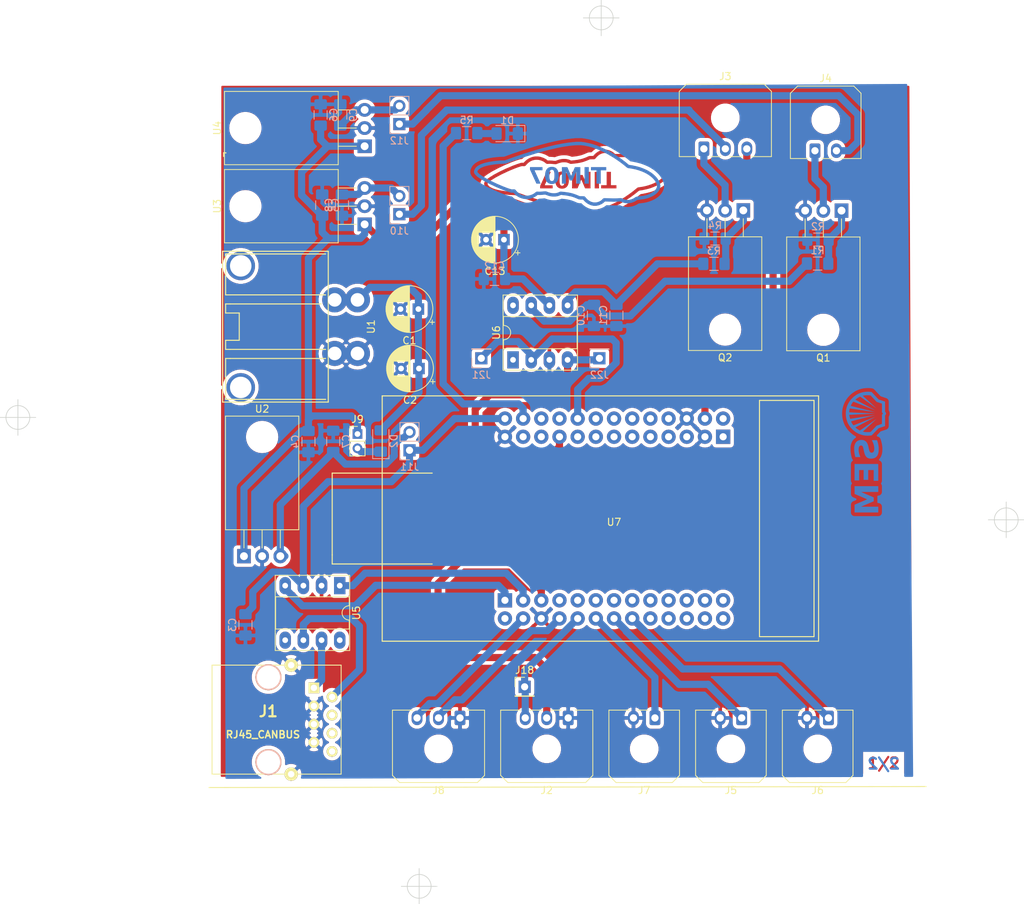
<source format=kicad_pcb>
(kicad_pcb (version 20171130) (host pcbnew "(5.1.0)-1")
  (layers (0 F.Cu signal) (31 B.Cu signal) (34 B.Paste user) (35 F.Paste user) (36 B.SilkS user) (37 F.SilkS user) (38 B.Mask user) (39 F.Mask user) (44 Edge.Cuts user))
  (net 0 "")
  (net 1 "Net-(C1-Pad1)")
  (net 2 GND)
  (net 3 +5V)
  (net 4 +15V)
  (net 5 "Net-(C7-Pad1)")
  (net 6 "Net-(C8-Pad1)")
  (net 7 "Net-(C9-Pad1)")
  (net 8 CLIM_CMD_HPWR)
  (net 9 SERVO_CMD_HPWR)
  (net 10 "Net-(D1-Pad2)")
  (net 11 "Net-(D2-Pad1)")
  (net 12 CANH)
  (net 13 CANL)
  (net 14 "Net-(J1-Pad4)")
  (net 15 "Net-(J1-Pad6)")
  (net 16 "Net-(J1-Pad8)")
  (net 17 SIGNAL_POTAR)
  (net 18 +3V3)
  (net 19 "Net-(J3-Pad1)")
  (net 20 +5VA)
  (net 21 PWM_SERVO)
  (net 22 +12VA)
  (net 23 "Net-(J4-Pad1)")
  (net 24 CLIM_SW)
  (net 25 LIGHTS_SW)
  (net 26 BRAKES_SW)
  (net 27 WIPER_SPEED_1)
  (net 28 WIPER_SPEED_2)
  (net 29 CLIM_CMD_LPWR)
  (net 30 SERVO_CMD_LPWR)
  (net 31 "Net-(Q1-Pad1)")
  (net 32 "Net-(Q2-Pad1)")
  (net 33 "Net-(R5-Pad2)")
  (net 34 "Net-(U5-Pad8)")
  (net 35 CANRX)
  (net 36 "Net-(U5-Pad5)")
  (net 37 CANTX)
  (net 38 "Net-(U6-Pad1)")
  (net 39 "Net-(U6-Pad8)")
  (net 40 "Net-(U7-Pad2)")
  (net 41 "Net-(U7-Pad7)")
  (net 42 "Net-(U7-Pad9)")
  (net 43 "Net-(U7-Pad11)")
  (net 44 "Net-(U7-Pad13)")
  (net 45 "Net-(U7-Pad15)")
  (net 46 "Net-(U7-Pad17)")
  (net 47 "Net-(U7-Pad18)")
  (net 48 "Net-(U7-Pad19)")
  (net 49 "Net-(U7-Pad20)")
  (net 50 "Net-(U7-Pad21)")
  (net 51 "Net-(U7-Pad23)")
  (net 52 "Net-(U7-Pad24)")
  (net 53 "Net-(U7-Pad25)")
  (net 54 "Net-(U7-Pad26)")
  (net 55 "Net-(U7-Pad27)")
  (net 56 "Net-(U7-Pad28)")
  (net 57 "Net-(U7-Pad31)")
  (net 58 "Net-(U7-Pad33)")
  (net 59 "Net-(U7-Pad34)")
  (net 60 "Net-(U7-Pad35)")
  (net 61 "Net-(U7-Pad36)")
  (net 62 "Net-(U7-Pad37)")
  (net 63 "Net-(U7-Pad38)")
  (net 64 "Net-(U7-Pad39)")
  (net 65 "Net-(U7-Pad40)")
  (net 66 "Net-(U7-Pad41)")
  (net 67 "Net-(U7-Pad42)")
  (net 68 "Net-(U7-Pad43)")
  (net 69 "Net-(U7-Pad47)")
  (net 70 "Net-(U7-Pad49)")
  (net 71 "Net-(U7-Pad22)")
  (net 72 "Net-(U7-Pad46)")
  (net 73 "Net-(U7-Pad48)")
  (module TIM_Logos_V5:logo_shell2_medium_bottom (layer F.Cu) (at 160.18 81.64 90)
    (fp_text reference VAL hide)
    (fp_text value REF hide)
    (fp_poly (pts (xy -8.28294 1.72466) (xy -7.87908 1.72466) (xy -7.47522 1.72466) (xy -7.47268 0.52324) (xy -7.47268 -0.68326) (xy -7.09422 0.2032) (xy -6.7183 1.08966) (xy -6.44398 1.08966) (xy -6.1722 1.08966) (xy -5.79628 0.2032) (xy -5.41782 -0.68326) (xy -5.41528 0.52324) (xy -5.41274 1.72466) (xy -5.00888 1.72466) (xy -4.60502 1.72466) (xy -4.60502 0.06858) (xy -4.60502 -1.5875) (xy -5.14858 -1.58496) (xy -5.69468 -1.58242) (xy -6.06298 -0.70866) (xy -6.1087 -0.60452) (xy -6.15442 -0.50292) (xy -6.19252 -0.4064) (xy -6.23062 -0.31496) (xy -6.26872 -0.22606) (xy -6.30428 -0.14732) (xy -6.33476 -0.0762) (xy -6.3627 -0.0127) (xy -6.38556 0.04572) (xy -6.40588 0.09144) (xy -6.42112 0.127) (xy -6.43382 0.1524) (xy -6.43636 0.16764) (xy -6.4389 0.17018) (xy -6.44144 0.1651) (xy -6.4516 0.14732) (xy -6.46684 0.11938) (xy -6.48208 0.07874) (xy -6.50494 0.02794) (xy -6.53034 -0.03302) (xy -6.55828 -0.09906) (xy -6.59384 -0.17272) (xy -6.62686 -0.25654) (xy -6.66496 -0.34798) (xy -6.7056 -0.43942) (xy -6.74878 -0.53848) (xy -6.7945 -0.64262) (xy -6.81736 -0.70612) (xy -7.19328 -1.58242) (xy -7.73938 -1.58496) (xy -8.28294 -1.5875) (xy -8.28294 0.06858) (xy -8.28294 1.72466)) (layer B.Cu) (width 0.00254))
    (fp_poly (pts (xy -3.85572 1.72466) (xy -2.6797 1.72466) (xy -1.50368 1.72466) (xy -1.50368 0.06858) (xy -1.50368 -1.5875) (xy -2.65684 -1.5875) (xy -3.80746 -1.5875) (xy -3.80746 -1.26238) (xy -3.80746 -0.94234) (xy -3.08102 -0.94234) (xy -2.35204 -0.94234) (xy -2.35204 -0.63246) (xy -2.35204 -0.32004) (xy -3.03784 -0.32004) (xy -3.72364 -0.32004) (xy -3.72364 0) (xy -3.72364 0.32004) (xy -3.03784 0.32004) (xy -2.35204 0.32004) (xy -2.35204 0.70358) (xy -2.35204 1.08458) (xy -3.10642 1.08458) (xy -3.85572 1.08458) (xy -3.85572 1.40462) (xy -3.85572 1.72466)) (layer B.Cu) (width 0.00254))
    (fp_poly (pts (xy -0.75438 0.7112) (xy -0.75184 0.77978) (xy -0.75184 0.84328) (xy -0.74422 0.89916) (xy -0.7239 1.02108) (xy -0.69342 1.13284) (xy -0.65278 1.23444) (xy -0.60198 1.32588) (xy -0.54102 1.41224) (xy -0.4699 1.48844) (xy -0.38862 1.55448) (xy -0.29464 1.6129) (xy -0.1905 1.6637) (xy -0.07874 1.70434) (xy 0.0508 1.7399) (xy 0.18796 1.7653) (xy 0.23368 1.77292) (xy 0.25908 1.77546) (xy 0.29972 1.778) (xy 0.34798 1.78054) (xy 0.40386 1.78054) (xy 0.46228 1.78308) (xy 0.52324 1.78562) (xy 0.5842 1.78562) (xy 0.64516 1.78562) (xy 0.69596 1.78562) (xy 0.73914 1.78562) (xy 0.7747 1.78562) (xy 0.78232 1.78308) (xy 0.99568 1.76022) (xy 1.20142 1.7272) (xy 1.39954 1.68402) (xy 1.59766 1.63068) (xy 1.7399 1.58496) (xy 1.82626 1.55194) (xy 1.8288 1.18872) (xy 1.8288 1.1176) (xy 1.8288 1.0541) (xy 1.8288 0.99314) (xy 1.8288 0.94234) (xy 1.82626 0.89662) (xy 1.82626 0.86106) (xy 1.82626 0.8382) (xy 1.82626 0.82804) (xy 1.82626 0.8255) (xy 1.69926 0.889) (xy 1.57734 0.94488) (xy 1.4605 0.99314) (xy 1.35382 1.03378) (xy 1.31572 1.04902) (xy 1.1938 1.08458) (xy 1.07188 1.11506) (xy 0.95504 1.13792) (xy 0.8382 1.15316) (xy 0.72644 1.16078) (xy 0.61976 1.16332) (xy 0.51816 1.15824) (xy 0.42418 1.14554) (xy 0.34036 1.12522) (xy 0.27178 1.09728) (xy 0.25908 1.09474) (xy 0.20066 1.05664) (xy 0.14986 1.01092) (xy 0.11176 0.96266) (xy 0.0889 0.90424) (xy 0.07366 0.84074) (xy 0.07366 0.7747) (xy 0.0762 0.75438) (xy 0.0889 0.69596) (xy 0.11176 0.64516) (xy 0.14478 0.59944) (xy 0.18796 0.56134) (xy 0.24384 0.52578) (xy 0.30988 0.4953) (xy 0.33274 0.48514) (xy 0.36322 0.47752) (xy 0.3937 0.46736) (xy 0.42418 0.4572) (xy 0.46228 0.44704) (xy 0.50546 0.43688) (xy 0.55626 0.42418) (xy 0.61468 0.41148) (xy 0.6858 0.3937) (xy 0.7493 0.381) (xy 0.80772 0.3683) (xy 0.86614 0.3556) (xy 0.92202 0.34036) (xy 0.97282 0.3302) (xy 1.01346 0.3175) (xy 1.04902 0.30988) (xy 1.06426 0.30734) (xy 1.1938 0.26416) (xy 1.31318 0.21844) (xy 1.41986 0.1651) (xy 1.51384 0.10414) (xy 1.59766 0.03556) (xy 1.66878 -0.0381) (xy 1.7272 -0.11938) (xy 1.77546 -0.2032) (xy 1.81356 -0.29718) (xy 1.83896 -0.38862) (xy 1.84404 -0.43434) (xy 1.84912 -0.49022) (xy 1.85674 -0.55118) (xy 1.85674 -0.61468) (xy 1.85674 -0.67818) (xy 1.85674 -0.7366) (xy 1.85166 -0.7747) (xy 1.83134 -0.89408) (xy 1.79832 -1.0033) (xy 1.75768 -1.1049) (xy 1.7018 -1.19888) (xy 1.63576 -1.28524) (xy 1.55956 -1.36144) (xy 1.4732 -1.43002) (xy 1.37668 -1.48844) (xy 1.27 -1.5367) (xy 1.14808 -1.57734) (xy 1.1176 -1.5875) (xy 1.06426 -1.59766) (xy 1.01854 -1.61036) (xy 0.96774 -1.62052) (xy 0.92202 -1.62814) (xy 0.87376 -1.63068) (xy 0.81534 -1.63576) (xy 0.75438 -1.63576) (xy 0.68326 -1.63576) (xy 0.59944 -1.6383) (xy 0.5207 -1.63576) (xy 0.45466 -1.63576) (xy 0.39624 -1.63576) (xy 0.34798 -1.63576) (xy 0.3048 -1.63068) (xy 0.26416 -1.62814) (xy 0.24638 -1.62814) (xy 0.10414 -1.61036) (xy -0.02794 -1.59004) (xy -0.15494 -1.56718) (xy -0.28448 -1.54178) (xy -0.4064 -1.5113) (xy -0.53848 -1.48082) (xy -0.53848 -1.12776) (xy -0.53848 -1.05918) (xy -0.53848 -0.99568) (xy -0.53848 -0.93726) (xy -0.53848 -0.88392) (xy -0.53848 -0.84328) (xy -0.53848 -0.81026) (xy -0.53848 -0.7874) (xy -0.53848 -0.7747) (xy -0.52832 -0.77724) (xy -0.51054 -0.7874) (xy -0.48514 -0.79756) (xy -0.45466 -0.81026) (xy -0.43942 -0.8128) (xy -0.26924 -0.87884) (xy -0.09652 -0.93472) (xy 0.08128 -0.97536) (xy 0.24892 -1.0033) (xy 0.25654 -1.0033) (xy 0.31496 -1.01092) (xy 0.381 -1.01346) (xy 0.45466 -1.01854) (xy 0.52578 -1.01346) (xy 0.59436 -1.01092) (xy 0.65786 -1.00838) (xy 0.71374 -1.0033) (xy 0.72898 -1.00076) (xy 0.8128 -0.98044) (xy 0.88392 -0.95758) (xy 0.94234 -0.9271) (xy 0.9906 -0.89408) (xy 1.0287 -0.8509) (xy 1.05664 -0.8001) (xy 1.07188 -0.74676) (xy 1.07696 -0.72898) (xy 1.0795 -0.66548) (xy 1.07188 -0.60706) (xy 1.04902 -0.55372) (xy 1.01854 -0.508) (xy 1.0033 -0.48768) (xy 0.98044 -0.47244) (xy 0.95504 -0.45466) (xy 0.92456 -0.43688) (xy 0.889 -0.42164) (xy 0.84328 -0.4064) (xy 0.79502 -0.39116) (xy 0.7366 -0.37592) (xy 0.66802 -0.35814) (xy 0.58674 -0.34036) (xy 0.4953 -0.32004) (xy 0.46228 -0.31496) (xy 0.35814 -0.29464) (xy 0.2667 -0.27178) (xy 0.18542 -0.25654) (xy 0.11176 -0.23876) (xy 0.0508 -0.22352) (xy -0.00762 -0.20574) (xy -0.06096 -0.18796) (xy -0.10922 -0.17272) (xy -0.15748 -0.15494) (xy -0.2032 -0.13716) (xy -0.22352 -0.127) (xy -0.32766 -0.07874) (xy -0.41656 -0.02032) (xy -0.50038 0.04318) (xy -0.56642 0.11176) (xy -0.6223 0.18796) (xy -0.67056 0.27178) (xy -0.70612 0.3683) (xy -0.73406 0.46736) (xy -0.74168 0.51562) (xy -0.7493 0.57404) (xy -0.75184 0.64262) (xy -0.75438 0.7112)) (layer B.Cu) (width 0.00254))
    (fp_poly (pts (xy 2.44602 0.23114) (xy 2.44856 0.27686) (xy 2.4511 0.3302) (xy 2.4511 0.37084) (xy 2.45872 0.47498) (xy 2.46634 0.56388) (xy 2.47396 0.64516) (xy 2.48158 0.70866) (xy 2.4892 0.75946) (xy 2.49682 0.78232) (xy 2.49936 0.8001) (xy 2.49936 0.8128) (xy 2.50698 0.81534) (xy 2.51968 0.83058) (xy 2.54254 0.85344) (xy 2.57302 0.88138) (xy 2.61366 0.91948) (xy 2.65684 0.9652) (xy 2.71018 1.01346) (xy 2.76352 1.06934) (xy 2.82702 1.12776) (xy 2.89306 1.19126) (xy 2.9464 1.24206) (xy 2.9464 0.2667) (xy 2.9464 0.21082) (xy 2.9464 0.14732) (xy 2.9464 0.09652) (xy 2.9464 0.05588) (xy 2.9464 0.02032) (xy 2.94894 -0.0127) (xy 2.95148 -0.04064) (xy 2.95402 -0.06604) (xy 2.9591 -0.09906) (xy 2.96164 -0.12954) (xy 2.97434 -0.18288) (xy 2.98196 -0.23368) (xy 2.99212 -0.28448) (xy 2.99974 -0.32766) (xy 3.0099 -0.36322) (xy 3.01498 -0.3937) (xy 3.0226 -0.41148) (xy 3.02514 -0.41656) (xy 3.03022 -0.41402) (xy 3.04546 -0.39878) (xy 3.06832 -0.37338) (xy 3.0988 -0.34036) (xy 3.1369 -0.29972) (xy 3.18262 -0.25146) (xy 3.23596 -0.19558) (xy 3.29438 -0.13208) (xy 3.35788 -0.0635) (xy 3.42646 0.0127) (xy 3.50012 0.0889) (xy 3.57886 0.17272) (xy 3.66268 0.26416) (xy 3.7465 0.3556) (xy 3.83286 0.44704) (xy 3.88112 0.50038) (xy 3.96748 0.59436) (xy 4.05892 0.69088) (xy 4.14274 0.77978) (xy 4.22402 0.86614) (xy 4.29768 0.94996) (xy 4.37134 1.02616) (xy 4.43992 1.10236) (xy 4.50088 1.1684) (xy 4.5593 1.22936) (xy 4.60756 1.2827) (xy 4.65074 1.32842) (xy 4.68884 1.36652) (xy 4.71424 1.397) (xy 4.7371 1.41986) (xy 4.74726 1.43002) (xy 4.7498 1.43002) (xy 4.76758 1.45034) (xy 4.75488 1.43002) (xy 4.75234 1.42494) (xy 4.7371 1.40716) (xy 4.71678 1.37668) (xy 4.69138 1.33858) (xy 4.65836 1.29286) (xy 4.61772 1.23444) (xy 4.57454 1.17094) (xy 4.52374 1.09728) (xy 4.4704 1.02108) (xy 4.40944 0.93472) (xy 4.34594 0.84328) (xy 4.2799 0.74676) (xy 4.20878 0.64516) (xy 4.13512 0.53848) (xy 4.05892 0.4318) (xy 3.98018 0.3175) (xy 3.95986 0.28702) (xy 3.17246 -0.84074) (xy 3.21056 -0.91694) (xy 3.24358 -0.97282) (xy 3.26898 -1.02362) (xy 3.29692 -1.0668) (xy 3.32486 -1.10998) (xy 3.3528 -1.1557) (xy 3.35788 -1.16586) (xy 3.38836 -1.20904) (xy 3.41122 -1.24206) (xy 3.43154 -1.27) (xy 3.44932 -1.29286) (xy 3.46202 -1.31318) (xy 3.4798 -1.3335) (xy 3.49758 -1.35382) (xy 3.51536 -1.37414) (xy 3.53822 -1.40208) (xy 3.55854 -1.42748) (xy 3.57886 -1.4478) (xy 3.58648 -1.4605) (xy 3.60172 -1.47828) (xy 4.33832 -0.08636) (xy 4.4069 0.04318) (xy 4.47548 0.17272) (xy 4.53898 0.29464) (xy 4.60248 0.41402) (xy 4.6609 0.52578) (xy 4.71932 0.635) (xy 4.7752 0.7366) (xy 4.82346 0.83312) (xy 4.86918 0.91948) (xy 4.9149 1.0033) (xy 4.95046 1.07188) (xy 4.98602 1.13792) (xy 5.01396 1.19126) (xy 5.03682 1.23698) (xy 5.05714 1.27) (xy 5.06984 1.29286) (xy 5.07492 1.30302) (xy 5.07238 1.29794) (xy 5.0673 1.27762) (xy 5.0546 1.24714) (xy 5.03682 1.2065) (xy 5.01904 1.15316) (xy 4.99364 1.08966) (xy 4.9657 1.01854) (xy 4.93268 0.93472) (xy 4.89966 0.84328) (xy 4.86156 0.74676) (xy 4.82092 0.64262) (xy 4.7752 0.52832) (xy 4.72948 0.41148) (xy 4.68122 0.28702) (xy 4.63042 0.15748) (xy 4.58216 0.0254) (xy 4.52628 -0.11176) (xy 4.48564 -0.22098) (xy 4.42976 -0.36068) (xy 4.37896 -0.49784) (xy 4.32562 -0.62992) (xy 4.27482 -0.75692) (xy 4.2291 -0.87884) (xy 4.18338 -0.99568) (xy 4.1402 -1.10744) (xy 4.09956 -1.20904) (xy 4.06146 -1.30556) (xy 4.02844 -1.39446) (xy 3.99796 -1.4732) (xy 3.96748 -1.54432) (xy 3.94462 -1.60528) (xy 3.92684 -1.65608) (xy 3.9116 -1.69672) (xy 3.8989 -1.72212) (xy 3.89382 -1.7399) (xy 3.89382 -1.74244) (xy 3.8989 -1.74752) (xy 3.91414 -1.75768) (xy 3.93192 -1.77546) (xy 3.937 -1.78054) (xy 3.96748 -1.8034) (xy 4.00558 -1.83388) (xy 4.0513 -1.86436) (xy 4.09702 -1.89738) (xy 4.14274 -1.92532) (xy 4.1656 -1.94056) (xy 4.18846 -1.95326) (xy 4.2164 -1.9685) (xy 4.24942 -1.98628) (xy 4.29006 -2.00406) (xy 4.32816 -2.02438) (xy 4.36372 -2.03962) (xy 4.39674 -2.05232) (xy 4.42468 -2.06248) (xy 4.43992 -2.0701) (xy 4.445 -2.0701) (xy 4.44754 -2.0701) (xy 4.44754 -2.06756) (xy 4.45008 -2.06248) (xy 4.45516 -2.05486) (xy 4.4577 -2.03962) (xy 4.46278 -2.02692) (xy 4.4704 -2.00914) (xy 4.47802 -1.98374) (xy 4.48564 -1.95072) (xy 4.4958 -1.91516) (xy 4.5085 -1.87198) (xy 4.5212 -1.82626) (xy 4.5339 -1.76784) (xy 4.55168 -1.70434) (xy 4.572 -1.63068) (xy 4.59232 -1.5494) (xy 4.61518 -1.4605) (xy 4.64566 -1.3589) (xy 4.6736 -1.24714) (xy 4.70662 -1.12522) (xy 4.7371 -0.9906) (xy 4.7752 -0.84582) (xy 4.81838 -0.69088) (xy 4.86156 -0.5207) (xy 4.8895 -0.40894) (xy 4.9276 -0.25908) (xy 4.9657 -0.11684) (xy 5.0038 0.02794) (xy 5.0419 0.1651) (xy 5.07238 0.29464) (xy 5.10794 0.4191) (xy 5.13842 0.53848) (xy 5.1689 0.65024) (xy 5.1943 0.75438) (xy 5.2197 0.8509) (xy 5.24256 0.9398) (xy 5.26288 1.01854) (xy 5.28066 1.08712) (xy 5.2959 1.143) (xy 5.3086 1.18872) (xy 5.31876 1.22428) (xy 5.32384 1.24714) (xy 5.32638 1.25476) (xy 5.32638 1.2573) (xy 5.32892 1.25476) (xy 5.32892 1.23952) (xy 5.32638 1.23698) (xy 5.32384 1.22682) (xy 5.32384 1.20142) (xy 5.31622 1.16332) (xy 5.3086 1.11506) (xy 5.30098 1.05664) (xy 5.28828 0.98806) (xy 5.27812 0.90932) (xy 5.26288 0.82296) (xy 5.25018 0.72898) (xy 5.23494 0.62738) (xy 5.21716 0.5207) (xy 5.20192 0.40386) (xy 5.1816 0.28702) (xy 5.16382 0.1651) (xy 5.14604 0.0381) (xy 5.12572 -0.09144) (xy 5.1054 -0.22606) (xy 5.08762 -0.3556) (xy 5.06476 -0.49022) (xy 5.04698 -0.62484) (xy 5.02666 -0.75692) (xy 5.00634 -0.88646) (xy 4.98602 -1.01854) (xy 4.9657 -1.14046) (xy 4.95046 -1.26238) (xy 4.93014 -1.38176) (xy 4.9149 -1.49098) (xy 4.89712 -1.59766) (xy 4.88188 -1.69926) (xy 4.86918 -1.79324) (xy 4.85902 -1.87706) (xy 4.84378 -1.95072) (xy 4.83616 -2.01676) (xy 4.826 -2.07264) (xy 4.82092 -2.11582) (xy 4.81584 -2.15138) (xy 4.8133 -2.1717) (xy 4.8133 -2.17932) (xy 4.81076 -2.20218) (xy 4.88696 -2.22504) (xy 4.91998 -2.23774) (xy 4.94538 -2.24282) (xy 4.9657 -2.2479) (xy 4.9784 -2.2479) (xy 4.98856 -2.25044) (xy 5.01142 -2.25806) (xy 5.03682 -2.26314) (xy 5.04952 -2.26568) (xy 5.08762 -2.27584) (xy 5.12826 -2.286) (xy 5.17144 -2.2987) (xy 5.21462 -2.30632) (xy 5.25526 -2.31648) (xy 5.29336 -2.32156) (xy 5.32384 -2.32918) (xy 5.3467 -2.33172) (xy 5.36194 -2.33172) (xy 5.36194 -2.3241) (xy 5.36194 -2.30632) (xy 5.36448 -2.27076) (xy 5.36702 -2.22758) (xy 5.36956 -2.1717) (xy 5.3721 -2.1082) (xy 5.37718 -2.02946) (xy 5.38226 -1.94564) (xy 5.38734 -1.84912) (xy 5.39242 -1.75006) (xy 5.40004 -1.64338) (xy 5.40258 -1.52908) (xy 5.40766 -1.4097) (xy 5.41528 -1.28524) (xy 5.4229 -1.15824) (xy 5.42798 -1.0287) (xy 5.43306 -0.89662) (xy 5.44322 -0.75946) (xy 5.4483 -0.6223) (xy 5.45338 -0.48514) (xy 5.461 -0.35052) (xy 5.46862 -0.21336) (xy 5.47624 -0.08128) (xy 5.48386 0.05334) (xy 5.48894 0.18034) (xy 5.49402 0.3048) (xy 5.50164 0.42418) (xy 5.50672 0.53848) (xy 5.5118 0.6477) (xy 5.51434 0.75184) (xy 5.51942 0.84328) (xy 5.5245 0.92964) (xy 5.52958 1.00838) (xy 5.53212 1.07696) (xy 5.53466 1.13284) (xy 5.5372 1.1811) (xy 5.5372 1.21666) (xy 5.5372 1.23952) (xy 5.5372 1.24968) (xy 5.54482 1.24968) (xy 5.54482 1.24206) (xy 5.54482 1.22174) (xy 5.54736 1.18872) (xy 5.5499 1.143) (xy 5.55244 1.08712) (xy 5.55498 1.01854) (xy 5.56006 0.9398) (xy 5.56514 0.8509) (xy 5.56768 0.75184) (xy 5.5753 0.64516) (xy 5.57784 0.53086) (xy 5.58546 0.40894) (xy 5.59054 0.2794) (xy 5.59816 0.14478) (xy 5.60324 0.00508) (xy 5.6134 -0.14224) (xy 5.61848 -0.29464) (xy 5.62864 -0.44704) (xy 5.63118 -0.54102) (xy 5.63626 -0.6985) (xy 5.64388 -0.8509) (xy 5.6515 -1.0033) (xy 5.65912 -1.14554) (xy 5.6642 -1.28524) (xy 5.67182 -1.41732) (xy 5.6769 -1.54432) (xy 5.68198 -1.66116) (xy 5.6896 -1.77292) (xy 5.69468 -1.87706) (xy 5.69722 -1.97104) (xy 5.7023 -2.05486) (xy 5.70484 -2.13106) (xy 5.71246 -2.19456) (xy 5.71246 -2.24536) (xy 5.715 -2.286) (xy 5.71754 -2.31394) (xy 5.71754 -2.32918) (xy 5.71754 -2.33172) (xy 5.72516 -2.33172) (xy 5.74548 -2.33172) (xy 5.77596 -2.32918) (xy 5.81152 -2.32918) (xy 5.84962 -2.3241) (xy 5.8928 -2.32156) (xy 5.93344 -2.31394) (xy 5.97154 -2.30886) (xy 6.0071 -2.30632) (xy 6.0071 -2.30378) (xy 6.05536 -2.29616) (xy 6.096 -2.28854) (xy 6.13156 -2.28346) (xy 6.16204 -2.27584) (xy 6.1976 -2.26568) (xy 6.24078 -2.25552) (xy 6.25094 -2.25298) (xy 6.25856 -2.24536) (xy 6.25602 -2.22758) (xy 6.25348 -2.21488) (xy 6.2484 -2.18694) (xy 6.24586 -2.15138) (xy 6.23824 -2.10058) (xy 6.22808 -2.03962) (xy 6.21792 -1.97104) (xy 6.20776 -1.8923) (xy 6.19506 -1.8034) (xy 6.17982 -1.71196) (xy 6.16458 -1.60782) (xy 6.15188 -1.4986) (xy 6.1341 -1.3843) (xy 6.11632 -1.26238) (xy 6.09854 -1.14046) (xy 6.07822 -1.01092) (xy 6.06298 -0.88138) (xy 6.04266 -0.75184) (xy 6.02234 -0.61976) (xy 6.00456 -0.48514) (xy 5.98678 -0.35052) (xy 5.96646 -0.2159) (xy 5.94868 -0.08382) (xy 5.92836 0.04572) (xy 5.91058 0.17272) (xy 5.8928 0.29718) (xy 5.87502 0.41656) (xy 5.85978 0.53086) (xy 5.84454 0.63754) (xy 5.8293 0.73914) (xy 5.81914 0.83566) (xy 5.8039 0.92202) (xy 5.79628 1.00076) (xy 5.78358 1.06934) (xy 5.77596 1.12776) (xy 5.76834 1.17602) (xy 5.76326 1.21158) (xy 5.76072 1.23698) (xy 5.75818 1.24714) (xy 5.75818 1.24968) (xy 5.76326 1.2446) (xy 5.7658 1.2319) (xy 5.76834 1.22682) (xy 5.77088 1.21666) (xy 5.7785 1.1938) (xy 5.78612 1.15824) (xy 5.79882 1.11252) (xy 5.81152 1.05664) (xy 5.8293 0.98806) (xy 5.84962 0.90932) (xy 5.87248 0.82296) (xy 5.89534 0.72898) (xy 5.92328 0.6223) (xy 5.95122 0.51054) (xy 5.97916 0.3937) (xy 6.01472 0.2667) (xy 6.04774 0.13716) (xy 6.08076 -0.00254) (xy 6.11632 -0.14224) (xy 6.15442 -0.28702) (xy 6.19252 -0.43688) (xy 6.1976 -0.45212) (xy 6.2357 -0.59944) (xy 6.26872 -0.74422) (xy 6.30682 -0.88392) (xy 6.34238 -1.02108) (xy 6.3754 -1.15316) (xy 6.40588 -1.27762) (xy 6.43636 -1.397) (xy 6.46684 -1.50622) (xy 6.49224 -1.6129) (xy 6.51764 -1.70942) (xy 6.53796 -1.79578) (xy 6.55828 -1.87198) (xy 6.57606 -1.94056) (xy 6.5913 -1.99644) (xy 6.60146 -2.0447) (xy 6.61162 -2.07772) (xy 6.6167 -2.10058) (xy 6.61924 -2.1082) (xy 6.62432 -2.11328) (xy 6.63956 -2.1082) (xy 6.66242 -2.09804) (xy 6.69036 -2.08534) (xy 6.72084 -2.07264) (xy 6.73862 -2.06756) (xy 6.76402 -2.05486) (xy 6.7945 -2.03962) (xy 6.83514 -2.01676) (xy 6.87578 -1.9939) (xy 6.91642 -1.97104) (xy 6.95198 -1.95072) (xy 6.9723 -1.94056) (xy 7.00786 -1.91262) (xy 7.04596 -1.88722) (xy 7.08406 -1.85674) (xy 7.12216 -1.82626) (xy 7.15264 -1.8034) (xy 7.18058 -1.78054) (xy 7.19074 -1.7653) (xy 7.20852 -1.75006) (xy 6.604 -0.22606) (xy 6.55066 -0.08382) (xy 6.49732 0.05334) (xy 6.44398 0.18542) (xy 6.39318 0.31242) (xy 6.34492 0.43688) (xy 6.2992 0.55372) (xy 6.25602 0.66294) (xy 6.21538 0.76708) (xy 6.17728 0.8636) (xy 6.13918 0.94996) (xy 6.1087 1.03124) (xy 6.08076 1.10236) (xy 6.0579 1.16332) (xy 6.03758 1.21666) (xy 6.02234 1.25476) (xy 6.00964 1.2827) (xy 6.00456 1.30048) (xy 6.00456 1.30302) (xy 6.0071 1.30048) (xy 6.01726 1.28016) (xy 6.0325 1.25222) (xy 6.05536 1.21412) (xy 6.07822 1.16332) (xy 6.11378 1.1049) (xy 6.1468 1.03378) (xy 6.18998 0.95758) (xy 6.23824 0.87376) (xy 6.28396 0.78232) (xy 6.3373 0.68326) (xy 6.39318 0.57658) (xy 6.45414 0.46482) (xy 6.5151 0.35052) (xy 6.58114 0.2286) (xy 6.64718 0.10414) (xy 6.7183 -0.0254) (xy 6.74878 -0.08636) (xy 7.493 -1.47828) (xy 7.51586 -1.45034) (xy 7.54126 -1.41732) (xy 7.57174 -1.37668) (xy 7.60222 -1.33604) (xy 7.6327 -1.29286) (xy 7.66572 -1.24714) (xy 7.69366 -1.2065) (xy 7.71906 -1.1684) (xy 7.73938 -1.13538) (xy 7.75462 -1.11252) (xy 7.7597 -1.10236) (xy 7.76986 -1.08204) (xy 7.7851 -1.0541) (xy 7.80034 -1.02616) (xy 7.80796 -1.02108) (xy 7.83844 -0.9652) (xy 7.87146 -0.89916) (xy 7.8994 -0.83566) (xy 7.91464 -0.80518) (xy 7.112 0.3048) (xy 7.03072 0.41656) (xy 6.95452 0.52324) (xy 6.87832 0.62992) (xy 6.80466 0.73152) (xy 6.73354 0.8255) (xy 6.67004 0.91948) (xy 6.60654 1.0033) (xy 6.55066 1.08204) (xy 6.49732 1.1557) (xy 6.4516 1.2192) (xy 6.41096 1.27762) (xy 6.3754 1.32334) (xy 6.34746 1.36398) (xy 6.32714 1.397) (xy 6.3119 1.41478) (xy 6.30682 1.42494) (xy 6.30428 1.42748) (xy 6.30428 1.43002) (xy 6.30682 1.42748) (xy 6.30682 1.42494) (xy 6.3119 1.4224) (xy 6.32206 1.41224) (xy 6.32968 1.40208) (xy 6.34492 1.38684) (xy 6.3627 1.36906) (xy 6.38302 1.3462) (xy 6.40842 1.31826) (xy 6.4389 1.28524) (xy 6.47446 1.24714) (xy 6.51764 1.20142) (xy 6.5659 1.15062) (xy 6.61924 1.0922) (xy 6.6802 1.02616) (xy 6.74878 0.94996) (xy 6.82498 0.86614) (xy 6.9088 0.77724) (xy 7.00024 0.67564) (xy 7.10184 0.56896) (xy 7.18312 0.4826) (xy 7.26948 0.38608) (xy 7.35584 0.2921) (xy 7.43966 0.2032) (xy 7.5184 0.11684) (xy 7.5946 0.03556) (xy 7.66572 -0.04318) (xy 7.73176 -0.11938) (xy 7.79272 -0.18288) (xy 7.85114 -0.24384) (xy 7.8994 -0.29464) (xy 7.94004 -0.34036) (xy 7.9756 -0.37846) (xy 8.00354 -0.4064) (xy 8.02132 -0.42672) (xy 8.02894 -0.43942) (xy 8.03148 -0.43942) (xy 8.03402 -0.43942) (xy 8.03656 -0.43688) (xy 8.04164 -0.42672) (xy 8.04418 -0.41656) (xy 8.04672 -0.3937) (xy 8.0518 -0.36322) (xy 8.05942 -0.32004) (xy 8.06704 -0.26924) (xy 8.06704 -0.26416) (xy 8.08228 -0.1651) (xy 8.09498 -0.07366) (xy 8.1026 0.01524) (xy 8.10768 0.09906) (xy 8.10768 0.18796) (xy 8.10768 0.27686) (xy 8.10514 0.37338) (xy 8.09498 0.47752) (xy 8.08482 0.59436) (xy 8.08228 0.64262) (xy 7.62762 1.06934) (xy 7.17296 1.4986) (xy 7.05358 1.86436) (xy 6.93166 2.23266) (xy 6.30682 2.23774) (xy 5.68198 2.23774) (xy 5.6769 2.2606) (xy 5.66674 2.28346) (xy 5.64388 2.30886) (xy 5.62102 2.32918) (xy 5.6007 2.34188) (xy 5.56514 2.35204) (xy 5.52196 2.35204) (xy 5.48132 2.33934) (xy 5.47624 2.33426) (xy 5.45084 2.31902) (xy 5.43052 2.29616) (xy 5.41274 2.26822) (xy 5.40766 2.2479) (xy 5.40766 2.24536) (xy 5.40258 2.24282) (xy 5.40004 2.24282) (xy 5.38734 2.24028) (xy 5.3721 2.24028) (xy 5.35432 2.23774) (xy 5.32892 2.23774) (xy 5.2959 2.23774) (xy 5.25526 2.23774) (xy 5.20446 2.23774) (xy 5.14858 2.23774) (xy 5.07746 2.2352) (xy 4.99872 2.2352) (xy 4.90474 2.2352) (xy 4.79806 2.2352) (xy 4.75234 2.2352) (xy 4.09956 2.23266) (xy 4.04368 2.06502) (xy 4.02336 2.00914) (xy 4.0005 1.94818) (xy 3.97764 1.8796) (xy 3.95478 1.80848) (xy 3.93192 1.74244) (xy 3.91668 1.69672) (xy 3.8481 1.49606) (xy 3.4798 1.143) (xy 3.4163 1.08204) (xy 3.35534 1.02362) (xy 3.29692 0.96774) (xy 3.24358 0.91694) (xy 3.19024 0.86614) (xy 3.14706 0.8255) (xy 3.10896 0.78994) (xy 3.07848 0.75946) (xy 3.05562 0.7366) (xy 3.04546 0.72898) (xy 2.98196 0.66802) (xy 2.96164 0.54864) (xy 2.9591 0.51562) (xy 2.95402 0.48514) (xy 2.95148 0.45466) (xy 2.94894 0.42672) (xy 2.9464 0.39624) (xy 2.9464 0.36068) (xy 2.9464 0.3175) (xy 2.9464 0.2667) (xy 2.9464 1.24206) (xy 2.9591 1.25476) (xy 2.9972 1.29286) (xy 3.49504 1.77292) (xy 3.6449 2.2225) (xy 3.79476 2.67716) (xy 4.54152 2.67716) (xy 5.28828 2.67716) (xy 5.32892 2.7178) (xy 5.37718 2.75844) (xy 5.41782 2.7813) (xy 5.44322 2.79146) (xy 5.46608 2.80162) (xy 5.48894 2.80416) (xy 5.52196 2.8067) (xy 5.52958 2.8067) (xy 5.56006 2.8067) (xy 5.59308 2.80416) (xy 5.61848 2.80162) (xy 5.62102 2.80162) (xy 5.64896 2.794) (xy 5.66674 2.78384) (xy 5.67436 2.7813) (xy 5.6896 2.77114) (xy 5.70484 2.76352) (xy 5.715 2.7559) (xy 5.73532 2.7432) (xy 5.7531 2.72542) (xy 5.75818 2.7178) (xy 5.80136 2.67716) (xy 6.51002 2.67716) (xy 7.2136 2.67716) (xy 7.22376 2.64922) (xy 7.2263 2.63906) (xy 7.23392 2.6162) (xy 7.24408 2.58064) (xy 7.25932 2.53746) (xy 7.2771 2.48666) (xy 7.29742 2.42824) (xy 7.32028 2.35966) (xy 7.34314 2.29108) (xy 7.36854 2.21742) (xy 7.37362 2.1971) (xy 7.5184 1.77292) (xy 7.99084 1.32334) (xy 8.06196 1.2573) (xy 8.13054 1.1938) (xy 8.19404 1.13284) (xy 8.25754 1.07442) (xy 8.31342 1.02362) (xy 8.36422 0.97536) (xy 8.4074 0.93472) (xy 8.44804 0.89662) (xy 8.47852 0.86614) (xy 8.50138 0.84582) (xy 8.51154 0.83566) (xy 8.55726 0.79248) (xy 8.57504 0.66548) (xy 8.59282 0.49276) (xy 8.60044 0.31496) (xy 8.5979 0.13462) (xy 8.5852 -0.04572) (xy 8.56488 -0.22352) (xy 8.53186 -0.39116) (xy 8.53186 -0.39624) (xy 8.5217 -0.45212) (xy 8.50392 -0.51054) (xy 8.48614 -0.57404) (xy 8.46836 -0.64008) (xy 8.44804 -0.70358) (xy 8.4328 -0.75946) (xy 8.41756 -0.80772) (xy 8.4074 -0.82804) (xy 8.38962 -0.87376) (xy 8.36676 -0.92456) (xy 8.34136 -0.98044) (xy 8.3185 -1.0414) (xy 8.2931 -1.09474) (xy 8.27024 -1.143) (xy 8.25246 -1.17348) (xy 8.22706 -1.22428) (xy 8.18896 -1.2827) (xy 8.14832 -1.3462) (xy 8.1026 -1.41732) (xy 8.0518 -1.48844) (xy 8.00354 -1.55956) (xy 7.96036 -1.61798) (xy 7.92226 -1.66624) (xy 7.89178 -1.70942) (xy 7.85876 -1.74498) (xy 7.8232 -1.78054) (xy 7.78764 -1.82118) (xy 7.747 -1.86436) (xy 7.71144 -1.89992) (xy 7.61238 -1.9939) (xy 7.5184 -2.08026) (xy 7.42442 -2.16154) (xy 7.33044 -2.23266) (xy 7.23138 -2.30124) (xy 7.12978 -2.36728) (xy 6.95452 -2.46888) (xy 6.77164 -2.55778) (xy 6.58368 -2.63398) (xy 6.39318 -2.69494) (xy 6.1976 -2.74574) (xy 5.99694 -2.7813) (xy 5.7912 -2.80416) (xy 5.58546 -2.81432) (xy 5.37718 -2.80924) (xy 5.27558 -2.80416) (xy 5.12064 -2.78892) (xy 4.97332 -2.76606) (xy 4.82854 -2.73812) (xy 4.67614 -2.69748) (xy 4.55168 -2.65938) (xy 4.42214 -2.6162) (xy 4.30276 -2.57048) (xy 4.191 -2.51968) (xy 4.08178 -2.46634) (xy 3.9751 -2.4003) (xy 3.90652 -2.35966) (xy 3.76428 -2.26314) (xy 3.6322 -2.16662) (xy 3.51028 -2.06502) (xy 3.39344 -1.9558) (xy 3.28168 -1.8415) (xy 3.16738 -1.71196) (xy 3.09372 -1.62052) (xy 3.06324 -1.58242) (xy 3.03784 -1.55194) (xy 3.01498 -1.52146) (xy 2.99212 -1.48844) (xy 2.9718 -1.45288) (xy 2.9464 -1.41732) (xy 2.91846 -1.37668) (xy 2.88798 -1.32334) (xy 2.85242 -1.26238) (xy 2.794 -1.16332) (xy 2.74066 -1.05156) (xy 2.68732 -0.92964) (xy 2.63652 -0.80518) (xy 2.59334 -0.67564) (xy 2.55524 -0.54864) (xy 2.52222 -0.42418) (xy 2.50444 -0.33528) (xy 2.49682 -0.29464) (xy 2.4892 -0.254) (xy 2.48158 -0.2159) (xy 2.4765 -0.19304) (xy 2.47396 -0.17018) (xy 2.47142 -0.13462) (xy 2.46634 -0.09144) (xy 2.45872 -0.04318) (xy 2.45872 0.00508) (xy 2.45618 0.03556) (xy 2.4511 0.09144) (xy 2.44856 0.14224) (xy 2.44856 0.18796) (xy 2.44602 0.23114)) (layer B.Cu) (width 0.00254))
  )
  (module TIM_Logos_V5:logo_tim07_medium_bottom (layer B.Cu) (at 119.87 43.69)
    (fp_text reference VAL hide)
    (fp_text value REF hide)
    (fp_poly (pts (xy -5.20192 0.59182) (xy -4.75234 -0.3937) (xy -4.30276 -1.38176) (xy -4.00558 -1.3843) (xy -3.937 -1.3843) (xy -3.87604 -1.3843) (xy -3.83032 -1.3843) (xy -3.79222 -1.3843) (xy -3.76174 -1.3843) (xy -3.73888 -1.38176) (xy -3.72618 -1.37922) (xy -3.71856 -1.37922) (xy -3.71602 -1.37668) (xy -3.7211 -1.36906) (xy -3.72872 -1.35382) (xy -3.73888 -1.32334) (xy -3.75666 -1.28778) (xy -3.77698 -1.23952) (xy -3.80492 -1.18618) (xy -3.83286 -1.12268) (xy -3.86334 -1.05156) (xy -3.8989 -0.97536) (xy -3.937 -0.89154) (xy -3.97764 -0.80518) (xy -4.02082 -0.7112) (xy -4.064 -0.61468) (xy -4.10972 -0.51562) (xy -4.14274 -0.43942) (xy -4.18846 -0.33782) (xy -4.23418 -0.23876) (xy -4.2799 -0.14224) (xy -4.32054 -0.0508) (xy -4.35864 0.03556) (xy -4.39674 0.11938) (xy -4.42976 0.19304) (xy -4.46278 0.25908) (xy -4.48818 0.32004) (xy -4.51104 0.37338) (xy -4.53136 0.41656) (xy -4.5466 0.45212) (xy -4.5593 0.47498) (xy -4.56438 0.49022) (xy -4.56692 0.49276) (xy -4.5593 0.49276) (xy -4.54152 0.49276) (xy -4.51358 0.49276) (xy -4.47294 0.49276) (xy -4.42468 0.4953) (xy -4.37134 0.4953) (xy -4.30784 0.4953) (xy -4.23672 0.4953) (xy -4.16306 0.4953) (xy -4.08178 0.4953) (xy -4.01066 0.4953) (xy -3.4544 0.4953) (xy -3.4544 0.71374) (xy -3.4544 0.93472) (xy -4.32816 0.93472) (xy -5.20192 0.93472) (xy -5.20192 0.76454) (xy -5.20192 0.59182)) (layer F.Cu) (width 0.00254))
    (fp_poly (pts (xy -0.74422 -1.3843) (xy -0.46228 -1.3843) (xy -0.1778 -1.3843) (xy -0.1778 -0.54356) (xy -0.17526 0.29972) (xy 0.0889 -0.3175) (xy 0.35306 -0.93726) (xy 0.5461 -0.93726) (xy 0.73914 -0.93726) (xy 1.0033 -0.3175) (xy 1.26746 0.29972) (xy 1.27 -0.54356) (xy 1.27 -1.3843) (xy 1.55194 -1.3843) (xy 1.83388 -1.3843) (xy 1.83388 -0.22606) (xy 1.83388 0.93472) (xy 1.45288 0.93218) (xy 1.07188 0.92964) (xy 0.8128 0.3175) (xy 0.76454 0.20574) (xy 0.72136 0.10414) (xy 0.68326 0.01778) (xy 0.65024 -0.06096) (xy 0.6223 -0.127) (xy 0.5969 -0.18288) (xy 0.57658 -0.22606) (xy 0.56134 -0.26162) (xy 0.55118 -0.28194) (xy 0.5461 -0.2921) (xy 0.54102 -0.28448) (xy 0.5334 -0.2667) (xy 0.5207 -0.23876) (xy 0.50546 -0.2032) (xy 0.48514 -0.15748) (xy 0.46228 -0.1016) (xy 0.43688 -0.04318) (xy 0.40894 0.0254) (xy 0.37846 0.09652) (xy 0.3429 0.17526) (xy 0.30988 0.25654) (xy 0.2794 0.32512) (xy 0.02032 0.92964) (xy -0.36322 0.93218) (xy -0.74422 0.93472) (xy -0.74422 -0.22606) (xy -0.74422 -1.3843)) (layer F.Cu) (width 0.00254))
    (fp_poly (pts (xy 2.42062 -1.3843) (xy 2.7178 -1.3843) (xy 3.01498 -1.3843) (xy 3.01498 -0.22606) (xy 3.01498 0.93472) (xy 2.7178 0.93472) (xy 2.42062 0.93472) (xy 2.42062 -0.22606) (xy 2.42062 -1.3843)) (layer F.Cu) (width 0.00254))
    (fp_poly (pts (xy 3.31978 0.4826) (xy 3.70586 0.4826) (xy 4.0894 0.4826) (xy 4.0894 -0.45212) (xy 4.0894 -1.3843) (xy 4.38658 -1.3843) (xy 4.6863 -1.3843) (xy 4.6863 -0.45212) (xy 4.6863 0.4826) (xy 5.07238 0.4826) (xy 5.45338 0.4826) (xy 5.45338 0.70866) (xy 5.45338 0.93472) (xy 4.38658 0.93472) (xy 3.31978 0.93472) (xy 3.31978 0.70866) (xy 3.31978 0.4826)) (layer F.Cu) (width 0.00254))
    (fp_poly (pts (xy -3.09118 -0.24892) (xy -3.08864 -0.3048) (xy -3.08864 -0.36068) (xy -3.0861 -0.40894) (xy -3.08356 -0.45212) (xy -3.08356 -0.48514) (xy -3.08102 -0.49022) (xy -3.0607 -0.61722) (xy -3.03022 -0.7366) (xy -2.99466 -0.8509) (xy -2.94894 -0.9525) (xy -2.8956 -1.04394) (xy -2.83718 -1.12776) (xy -2.7686 -1.20142) (xy -2.69494 -1.26492) (xy -2.61112 -1.31826) (xy -2.52476 -1.36144) (xy -2.49174 -1.37414) (xy -2.49174 -0.23622) (xy -2.49174 -0.17272) (xy -2.4892 -0.11176) (xy -2.4892 -0.05334) (xy -2.4892 -0.00508) (xy -2.48412 0.0381) (xy -2.48412 0.04826) (xy -2.47396 0.1397) (xy -2.46126 0.21844) (xy -2.44602 0.28702) (xy -2.42824 0.34544) (xy -2.40538 0.39624) (xy -2.38252 0.43942) (xy -2.35204 0.47752) (xy -2.30886 0.51562) (xy -2.2606 0.54102) (xy -2.20472 0.5588) (xy -2.1463 0.56388) (xy -2.0828 0.55626) (xy -2.0447 0.54864) (xy -1.99898 0.53086) (xy -1.95834 0.50546) (xy -1.92278 0.4699) (xy -1.88976 0.42418) (xy -1.86436 0.37084) (xy -1.8415 0.30734) (xy -1.82372 0.23368) (xy -1.80848 0.14478) (xy -1.79578 0.04826) (xy -1.79324 0.01016) (xy -1.7907 -0.0381) (xy -1.7907 -0.09398) (xy -1.78816 -0.1524) (xy -1.78816 -0.21844) (xy -1.78816 -0.2794) (xy -1.7907 -0.3429) (xy -1.7907 -0.40132) (xy -1.79324 -0.44958) (xy -1.79578 -0.49276) (xy -1.79578 -0.50038) (xy -1.80848 -0.59944) (xy -1.82118 -0.68326) (xy -1.83896 -0.75692) (xy -1.86182 -0.82042) (xy -1.88722 -0.87376) (xy -1.91516 -0.91694) (xy -1.94818 -0.9525) (xy -1.97866 -0.9779) (xy -2.01422 -0.99568) (xy -2.05486 -1.00838) (xy -2.0955 -1.01854) (xy -2.10058 -1.01854) (xy -2.12598 -1.01854) (xy -2.16154 -1.01854) (xy -2.19964 -1.01346) (xy -2.23012 -1.00838) (xy -2.24536 -1.0033) (xy -2.29108 -0.98298) (xy -2.32918 -0.95758) (xy -2.36474 -0.91948) (xy -2.39268 -0.87376) (xy -2.42062 -0.82042) (xy -2.44094 -0.75692) (xy -2.45872 -0.68326) (xy -2.47396 -0.5969) (xy -2.48412 -0.50038) (xy -2.48666 -0.46482) (xy -2.4892 -0.41656) (xy -2.4892 -0.36068) (xy -2.49174 -0.29972) (xy -2.49174 -0.23622) (xy -2.49174 -1.37414) (xy -2.47396 -1.37922) (xy -2.42824 -1.39192) (xy -2.38506 -1.40462) (xy -2.34442 -1.41478) (xy -2.2987 -1.41986) (xy -2.2479 -1.4224) (xy -2.18948 -1.42494) (xy -2.16154 -1.42494) (xy -2.1209 -1.42748) (xy -2.08534 -1.42748) (xy -2.05232 -1.42748) (xy -2.02692 -1.42494) (xy -2.01168 -1.42494) (xy -2.00914 -1.42494) (xy -1.91008 -1.40716) (xy -1.82118 -1.3843) (xy -1.7399 -1.35382) (xy -1.66624 -1.31572) (xy -1.59766 -1.27254) (xy -1.53416 -1.22174) (xy -1.4986 -1.18618) (xy -1.43002 -1.10998) (xy -1.36906 -1.02362) (xy -1.31826 -0.9271) (xy -1.27508 -0.82042) (xy -1.23952 -0.70612) (xy -1.21412 -0.57912) (xy -1.19888 -0.49022) (xy -1.19634 -0.45974) (xy -1.1938 -0.4191) (xy -1.1938 -0.37084) (xy -1.19126 -0.3175) (xy -1.19126 -0.26416) (xy -1.19126 -0.2032) (xy -1.19126 -0.14732) (xy -1.1938 -0.09398) (xy -1.1938 -0.04572) (xy -1.19634 -0.00508) (xy -1.19888 0.02794) (xy -1.19888 0.03302) (xy -1.22174 0.16002) (xy -1.24968 0.2794) (xy -1.28524 0.38862) (xy -1.32588 0.48514) (xy -1.37668 0.57658) (xy -1.43256 0.65786) (xy -1.4986 0.72898) (xy -1.4986 0.73152) (xy -1.56718 0.79248) (xy -1.64338 0.84582) (xy -1.72212 0.889) (xy -1.81102 0.92456) (xy -1.90754 0.94996) (xy -1.94056 0.95758) (xy -1.97358 0.96266) (xy -2.0193 0.9652) (xy -2.0701 0.96774) (xy -2.12344 0.97028) (xy -2.17932 0.97028) (xy -2.23266 0.96774) (xy -2.28092 0.9652) (xy -2.32156 0.96012) (xy -2.33934 0.95758) (xy -2.4384 0.93472) (xy -2.52984 0.9017) (xy -2.61112 0.86106) (xy -2.68732 0.8128) (xy -2.7559 0.75438) (xy -2.7813 0.73152) (xy -2.84734 0.65786) (xy -2.90322 0.57658) (xy -2.95402 0.48514) (xy -2.9972 0.38608) (xy -3.03022 0.2794) (xy -3.0607 0.15748) (xy -3.08102 0.03302) (xy -3.08356 0.00508) (xy -3.0861 -0.03556) (xy -3.08864 -0.08128) (xy -3.08864 -0.13462) (xy -3.09118 -0.1905) (xy -3.09118 -0.24892)) (layer F.Cu) (width 0.00254))
    (fp_poly (pts (xy -13.02512 0.2794) (xy -13.02512 0.23368) (xy -13.02512 0.2032) (xy -13.02258 0.18034) (xy -13.02258 0.1651) (xy -13.02004 0.1524) (xy -13.0175 0.14986) (xy -13.01242 0.14478) (xy -13.00988 0.14224) (xy -12.99972 0.13462) (xy -12.9921 0.11938) (xy -12.98194 0.09398) (xy -12.98194 0.09144) (xy -12.97432 0.06604) (xy -12.9667 0.04318) (xy -12.95908 0.02794) (xy -12.9286 -0.01524) (xy -12.89304 -0.06604) (xy -12.84986 -0.11684) (xy -12.8016 -0.17272) (xy -12.74826 -0.22606) (xy -12.69238 -0.2794) (xy -12.65174 -0.32004) (xy -12.61618 -0.35306) (xy -12.58824 -0.37846) (xy -12.56538 -0.39878) (xy -12.5476 -0.41402) (xy -12.54506 -0.41656) (xy -12.54506 0.30226) (xy -12.5349 0.3429) (xy -12.51712 0.38608) (xy -12.5095 0.40386) (xy -12.49426 0.4318) (xy -12.47648 0.45974) (xy -12.46378 0.4826) (xy -12.46378 0.48514) (xy -12.45362 0.50038) (xy -12.43838 0.51562) (xy -12.41806 0.53848) (xy -12.3952 0.56642) (xy -12.36726 0.59182) (xy -12.34186 0.61722) (xy -12.319 0.64262) (xy -12.29614 0.66294) (xy -12.2809 0.67818) (xy -12.27074 0.6858) (xy -12.2682 0.6858) (xy -12.26058 0.69088) (xy -12.24534 0.6985) (xy -12.22502 0.7112) (xy -12.20724 0.72136) (xy -12.18184 0.73914) (xy -12.15898 0.75438) (xy -12.1412 0.76708) (xy -12.13358 0.77216) (xy -12.11326 0.78232) (xy -12.09294 0.79756) (xy -12.0904 0.79756) (xy -12.07262 0.80772) (xy -12.05484 0.81534) (xy -12.0523 0.81534) (xy -12.03706 0.82296) (xy -12.01928 0.83312) (xy -12.00658 0.8382) (xy -11.9888 0.8509) (xy -11.97102 0.85852) (xy -11.9634 0.86106) (xy -11.95578 0.8636) (xy -11.94562 0.86614) (xy -11.93038 0.87376) (xy -11.90752 0.88392) (xy -11.87704 0.89662) (xy -11.83894 0.9144) (xy -11.82116 0.92456) (xy -11.79576 0.93472) (xy -11.7729 0.94488) (xy -11.75512 0.94996) (xy -11.73734 0.95504) (xy -11.71448 0.9652) (xy -11.69416 0.97282) (xy -11.6713 0.98044) (xy -11.65606 0.98806) (xy -11.64336 0.9906) (xy -11.6332 0.99568) (xy -11.61288 1.00076) (xy -11.60272 1.00584) (xy -11.57732 1.01854) (xy -11.54938 1.02616) (xy -11.54176 1.0287) (xy -11.5189 1.03378) (xy -11.49096 1.0414) (xy -11.46302 1.05156) (xy -11.43508 1.05918) (xy -11.39952 1.06934) (xy -11.36396 1.0795) (xy -11.35126 1.08204) (xy -11.31824 1.08966) (xy -11.28268 1.09982) (xy -11.2522 1.10744) (xy -11.24458 1.10998) (xy -11.22172 1.1176) (xy -11.1887 1.12522) (xy -11.1506 1.13284) (xy -11.10742 1.143) (xy -11.06678 1.15316) (xy -11.02614 1.16078) (xy -10.99312 1.16586) (xy -10.96772 1.17094) (xy -10.9601 1.17094) (xy -10.93978 1.17602) (xy -10.91438 1.1811) (xy -10.88644 1.18872) (xy -10.87374 1.19126) (xy -10.84072 1.19888) (xy -10.80262 1.2065) (xy -10.76452 1.20904) (xy -10.74928 1.21412) (xy -10.71118 1.21666) (xy -10.668 1.22428) (xy -10.62736 1.2319) (xy -10.61466 1.23444) (xy -10.5791 1.24206) (xy -10.53592 1.24968) (xy -10.49782 1.25476) (xy -10.48766 1.25476) (xy -10.4521 1.2573) (xy -10.41146 1.26238) (xy -10.37082 1.27) (xy -10.35812 1.27508) (xy -10.3251 1.28016) (xy -10.28446 1.28524) (xy -10.24382 1.29286) (xy -10.20064 1.29794) (xy -10.19048 1.30048) (xy -10.15238 1.30302) (xy -10.11428 1.3081) (xy -10.08126 1.31318) (xy -10.05586 1.31572) (xy -10.04824 1.31826) (xy -10.00252 1.32588) (xy -9.94156 1.33096) (xy -9.87552 1.33858) (xy -9.80186 1.34366) (xy -9.78916 1.34366) (xy -9.71296 1.34874) (xy -9.63422 1.3589) (xy -9.56818 1.36906) (xy -9.55802 1.36906) (xy -9.5377 1.3716) (xy -9.50722 1.37414) (xy -9.46912 1.37414) (xy -9.42594 1.37668) (xy -9.38022 1.37668) (xy -9.37006 1.37668) (xy -9.29132 1.38176) (xy -9.22528 1.3843) (xy -9.16432 1.3843) (xy -9.11606 1.38684) (xy -9.07034 1.38938) (xy -9.0297 1.39192) (xy -8.9916 1.39446) (xy -8.95604 1.397) (xy -8.91794 1.39954) (xy -8.90524 1.39954) (xy -8.85952 1.40462) (xy -8.80618 1.40716) (xy -8.75284 1.41224) (xy -8.70458 1.41478) (xy -8.69442 1.41478) (xy -8.64616 1.41986) (xy -8.60806 1.4224) (xy -8.58012 1.43002) (xy -8.55726 1.4351) (xy -8.55472 1.43764) (xy -8.52932 1.44526) (xy -8.49884 1.45288) (xy -8.4709 1.46304) (xy -8.4455 1.47066) (xy -8.4201 1.48082) (xy -8.40486 1.48844) (xy -8.40232 1.48844) (xy -8.38708 1.49606) (xy -8.36422 1.50622) (xy -8.33882 1.51384) (xy -8.33628 1.51384) (xy -8.21944 1.55448) (xy -8.1026 1.59766) (xy -8.08228 1.60528) (xy -8.04926 1.61544) (xy -8.0137 1.62814) (xy -7.98068 1.64084) (xy -7.95528 1.64846) (xy -7.92988 1.65608) (xy -7.9121 1.6637) (xy -7.8994 1.66878) (xy -7.88924 1.67386) (xy -7.86892 1.68148) (xy -7.84606 1.6891) (xy -7.81812 1.69672) (xy -7.79018 1.70942) (xy -7.76986 1.71958) (xy -7.74954 1.7272) (xy -7.73176 1.73482) (xy -7.7216 1.73482) (xy -7.70636 1.73736) (xy -7.68604 1.74498) (xy -7.67588 1.75006) (xy -7.65048 1.76022) (xy -7.62508 1.77038) (xy -7.60984 1.77546) (xy -7.5819 1.78308) (xy -7.5565 1.79324) (xy -7.5438 1.80086) (xy -7.5184 1.81102) (xy -7.493 1.81864) (xy -7.48538 1.82372) (xy -7.46252 1.8288) (xy -7.4422 1.83642) (xy -7.43458 1.8415) (xy -7.41934 1.84658) (xy -7.39394 1.8542) (xy -7.38124 1.85674) (xy -7.35584 1.86436) (xy -7.33298 1.87452) (xy -7.32282 1.8796) (xy -7.30504 1.88722) (xy -7.27456 1.89992) (xy -7.23646 1.91262) (xy -7.19582 1.92786) (xy -7.15264 1.94056) (xy -7.14502 1.9431) (xy -7.12978 1.94818) (xy -7.10184 1.9558) (xy -7.06882 1.9685) (xy -7.02564 1.9812) (xy -6.97992 1.99898) (xy -6.92912 2.01676) (xy -6.87832 2.032) (xy -6.82498 2.04978) (xy -6.77164 2.06756) (xy -6.72592 2.08534) (xy -6.68274 2.09804) (xy -6.64718 2.1082) (xy -6.61924 2.11582) (xy -6.604 2.12344) (xy -6.5786 2.13106) (xy -6.5532 2.13868) (xy -6.53542 2.1463) (xy -6.51256 2.15646) (xy -6.48716 2.16408) (xy -6.47446 2.16662) (xy -6.44906 2.17424) (xy -6.42112 2.1844) (xy -6.4135 2.18948) (xy -6.39064 2.19964) (xy -6.3627 2.20726) (xy -6.34746 2.2098) (xy -6.32206 2.21488) (xy -6.2992 2.2225) (xy -6.29158 2.23012) (xy -6.2738 2.23774) (xy -6.25094 2.24536) (xy -6.23062 2.25298) (xy -6.20014 2.2606) (xy -6.17474 2.26822) (xy -6.15696 2.27584) (xy -6.13156 2.286) (xy -6.1087 2.29362) (xy -6.10108 2.29616) (xy -6.07822 2.30124) (xy -6.05282 2.3114) (xy -6.04774 2.31394) (xy -6.02742 2.32156) (xy -6.00202 2.32918) (xy -5.98678 2.33426) (xy -5.96138 2.34188) (xy -5.93598 2.35204) (xy -5.92582 2.35712) (xy -5.9055 2.36474) (xy -5.8801 2.37236) (xy -5.86232 2.37744) (xy -5.83438 2.38506) (xy -5.80136 2.39522) (xy -5.77342 2.40538) (xy -5.74548 2.413) (xy -5.71246 2.42062) (xy -5.6769 2.43332) (xy -5.64896 2.44348) (xy -5.6134 2.4511) (xy -5.58292 2.4638) (xy -5.55244 2.47396) (xy -5.53466 2.47904) (xy -5.5118 2.48412) (xy -5.48386 2.49428) (xy -5.4483 2.50444) (xy -5.4229 2.50952) (xy -5.39242 2.51968) (xy -5.36194 2.5273) (xy -5.33654 2.53492) (xy -5.32384 2.54254) (xy -5.30098 2.55016) (xy -5.27304 2.55778) (xy -5.25526 2.56286) (xy -5.22986 2.56794) (xy -5.20954 2.57556) (xy -5.1943 2.58064) (xy -5.1816 2.58826) (xy -5.15874 2.59334) (xy -5.13334 2.59842) (xy -5.1308 2.60096) (xy -5.10286 2.60858) (xy -5.07238 2.6162) (xy -5.04952 2.62636) (xy -5.02666 2.63398) (xy -5.00126 2.6416) (xy -4.9911 2.64414) (xy -4.97078 2.64922) (xy -4.94284 2.65684) (xy -4.91998 2.667) (xy -4.89712 2.67716) (xy -4.86664 2.68478) (xy -4.84886 2.68732) (xy -4.826 2.69494) (xy -4.79806 2.70256) (xy -4.78282 2.71018) (xy -4.75742 2.7178) (xy -4.72948 2.72542) (xy -4.71424 2.7305) (xy -4.6863 2.73812) (xy -4.65836 2.74828) (xy -4.65074 2.75336) (xy -4.62534 2.76352) (xy -4.5974 2.77114) (xy -4.57708 2.77622) (xy -4.55422 2.7813) (xy -4.52882 2.78892) (xy -4.51612 2.794) (xy -4.4958 2.80162) (xy -4.4704 2.80924) (xy -4.45516 2.81432) (xy -4.42976 2.8194) (xy -4.40436 2.82702) (xy -4.39166 2.8321) (xy -4.37896 2.83718) (xy -4.35356 2.8448) (xy -4.32308 2.85496) (xy -4.28498 2.86512) (xy -4.24688 2.87782) (xy -4.24434 2.87782) (xy -4.2037 2.88798) (xy -4.15798 2.90068) (xy -4.1148 2.91338) (xy -4.07924 2.92354) (xy -4.05384 2.93116) (xy -4.02336 2.93878) (xy -3.99796 2.9464) (xy -3.9751 2.95402) (xy -3.9624 2.95656) (xy -3.94462 2.96164) (xy -3.92176 2.96672) (xy -3.89636 2.97688) (xy -3.89128 2.97688) (xy -3.86588 2.9845) (xy -3.83794 2.99212) (xy -3.81762 2.99466) (xy -3.81508 2.99466) (xy -3.79476 2.99974) (xy -3.76936 3.00736) (xy -3.74904 3.01498) (xy -3.72364 3.0226) (xy -3.69062 3.03276) (xy -3.66522 3.03784) (xy -3.63982 3.04546) (xy -3.61188 3.05308) (xy -3.5941 3.0607) (xy -3.57124 3.06832) (xy -3.5433 3.07594) (xy -3.5306 3.07594) (xy -3.5052 3.08356) (xy -3.47472 3.09118) (xy -3.45948 3.0988) (xy -3.43408 3.10642) (xy -3.4036 3.11404) (xy -3.37312 3.12166) (xy -3.3655 3.1242) (xy -3.33756 3.12928) (xy -3.30708 3.13944) (xy -3.28422 3.14706) (xy -3.28168 3.1496) (xy -3.25628 3.15722) (xy -3.22834 3.16484) (xy -3.20294 3.16738) (xy -3.175 3.175) (xy -3.15214 3.18008) (xy -3.1369 3.18516) (xy -3.12166 3.19024) (xy -3.0988 3.19786) (xy -3.07086 3.20548) (xy -3.06578 3.20548) (xy -3.0353 3.2131) (xy -3.00228 3.22072) (xy -2.97688 3.22834) (xy -2.9464 3.2385) (xy -2.91338 3.24866) (xy -2.89306 3.2512) (xy -2.86258 3.25882) (xy -2.83718 3.26644) (xy -2.8194 3.27152) (xy -2.794 3.27914) (xy -2.76606 3.28676) (xy -2.75844 3.28676) (xy -2.74066 3.2893) (xy -2.71272 3.29692) (xy -2.6797 3.30454) (xy -2.65684 3.31216) (xy -2.6289 3.31978) (xy -2.5908 3.32994) (xy -2.54762 3.3401) (xy -2.5019 3.35026) (xy -2.45872 3.36296) (xy -2.41554 3.37312) (xy -2.37236 3.38074) (xy -2.33426 3.3909) (xy -2.30124 3.39852) (xy -2.27838 3.4036) (xy -2.27584 3.4036) (xy -2.24536 3.41376) (xy -2.2098 3.42138) (xy -2.18186 3.42646) (xy -2.15392 3.43408) (xy -2.12344 3.4417) (xy -2.08788 3.44932) (xy -2.07264 3.45186) (xy -2.03962 3.45948) (xy -2.00914 3.4671) (xy -1.9812 3.47218) (xy -1.97104 3.47218) (xy -1.9431 3.4798) (xy -1.91008 3.48742) (xy -1.88722 3.49504) (xy -1.85928 3.50266) (xy -1.82626 3.51028) (xy -1.79324 3.5179) (xy -1.7653 3.52298) (xy -1.73482 3.5306) (xy -1.71196 3.53822) (xy -1.70942 3.53822) (xy -1.6891 3.5433) (xy -1.65862 3.55092) (xy -1.62814 3.556) (xy -1.62306 3.556) (xy -1.59766 3.56108) (xy -1.57226 3.56362) (xy -1.55448 3.57124) (xy -1.55194 3.57124) (xy -1.52908 3.5814) (xy -1.4986 3.58902) (xy -1.4605 3.59664) (xy -1.42748 3.60172) (xy -1.39446 3.6068) (xy -1.36144 3.61188) (xy -1.33604 3.6195) (xy -1.33096 3.62204) (xy -1.3081 3.62712) (xy -1.27762 3.63474) (xy -1.24206 3.63982) (xy -1.22428 3.64236) (xy -1.19126 3.64744) (xy -1.1557 3.65506) (xy -1.12776 3.66014) (xy -1.11506 3.66268) (xy -1.08712 3.6703) (xy -1.05664 3.67792) (xy -1.02362 3.683) (xy -1.02108 3.683) (xy -0.98806 3.68808) (xy -0.94996 3.6957) (xy -0.91694 3.70586) (xy -0.9144 3.70586) (xy -0.88138 3.71602) (xy -0.85344 3.7211) (xy -0.8255 3.72618) (xy -0.79248 3.73126) (xy -0.78486 3.73126) (xy -0.762 3.7338) (xy -0.73406 3.73888) (xy -0.70612 3.7465) (xy -0.67564 3.75412) (xy -0.64516 3.7592) (xy -0.6223 3.76174) (xy -0.60706 3.76428) (xy -0.58166 3.76936) (xy -0.5461 3.77444) (xy -0.50546 3.77952) (xy -0.46228 3.78714) (xy -0.41656 3.79476) (xy -0.37084 3.80238) (xy -0.32512 3.81) (xy -0.28448 3.81508) (xy -0.24892 3.8227) (xy -0.22606 3.8227) (xy -0.21082 3.82524) (xy -0.19304 3.83032) (xy -0.1651 3.83286) (xy -0.12954 3.83794) (xy -0.09144 3.84302) (xy -0.05842 3.8481) (xy -0.01778 3.85318) (xy 0.02286 3.8608) (xy 0.05842 3.86588) (xy 0.08382 3.86842) (xy 0.09906 3.87096) (xy 0.12446 3.87604) (xy 0.15748 3.88112) (xy 0.18796 3.8862) (xy 0.21082 3.89128) (xy 0.23114 3.89636) (xy 0.254 3.8989) (xy 0.2794 3.90144) (xy 0.30988 3.90652) (xy 0.34798 3.90652) (xy 0.39878 3.9116) (xy 0.41402 3.91414) (xy 0.45974 3.91414) (xy 0.49276 3.91922) (xy 0.52324 3.92176) (xy 0.5461 3.92176) (xy 0.56896 3.92684) (xy 0.59182 3.92938) (xy 0.5969 3.92938) (xy 0.61468 3.93446) (xy 0.63246 3.937) (xy 0.65278 3.937) (xy 0.68072 3.93954) (xy 0.71374 3.94462) (xy 0.75438 3.94462) (xy 0.80772 3.9497) (xy 0.81534 3.9497) (xy 0.85598 3.95224) (xy 0.89662 3.95732) (xy 0.93472 3.95986) (xy 0.9652 3.96494) (xy 0.97282 3.96748) (xy 0.9906 3.96748) (xy 1.01092 3.97002) (xy 1.03378 3.97256) (xy 1.05918 3.9751) (xy 1.08966 3.97764) (xy 1.12776 3.97764) (xy 1.17094 3.98018) (xy 1.22428 3.98272) (xy 1.28524 3.98272) (xy 1.3589 3.98526) (xy 1.44272 3.9878) (xy 1.46304 3.99034) (xy 1.58242 3.99034) (xy 1.6891 3.99034) (xy 1.7907 3.99034) (xy 1.8796 3.99034) (xy 1.95834 3.98526) (xy 2.02438 3.98018) (xy 2.08026 3.9751) (xy 2.11074 3.96748) (xy 2.14376 3.96494) (xy 2.18186 3.95986) (xy 2.2225 3.95224) (xy 2.26568 3.9497) (xy 2.27076 3.9497) (xy 2.3114 3.94462) (xy 2.35204 3.94208) (xy 2.38252 3.937) (xy 2.40538 3.92938) (xy 2.43332 3.9243) (xy 2.46634 3.91922) (xy 2.49936 3.91414) (xy 2.50444 3.9116) (xy 2.54 3.90652) (xy 2.58064 3.8989) (xy 2.6162 3.89128) (xy 2.61874 3.89128) (xy 2.64922 3.88366) (xy 2.67716 3.87604) (xy 2.70002 3.87096) (xy 2.7051 3.87096) (xy 2.7305 3.86842) (xy 2.76352 3.8608) (xy 2.79908 3.85318) (xy 2.83972 3.84556) (xy 2.88544 3.83794) (xy 2.92608 3.82778) (xy 2.96418 3.82016) (xy 2.9972 3.81254) (xy 3.0226 3.80746) (xy 3.04038 3.79984) (xy 3.04292 3.79984) (xy 3.0607 3.79476) (xy 3.08864 3.7846) (xy 3.12166 3.77698) (xy 3.1623 3.76682) (xy 3.2004 3.75412) (xy 3.2385 3.7465) (xy 3.27152 3.73888) (xy 3.2766 3.73634) (xy 3.30708 3.72872) (xy 3.33756 3.7211) (xy 3.35788 3.71602) (xy 3.38074 3.7084) (xy 3.41122 3.69824) (xy 3.44424 3.68808) (xy 3.45186 3.68554) (xy 3.4798 3.67792) (xy 3.51028 3.6703) (xy 3.53314 3.66268) (xy 3.53822 3.66014) (xy 3.56108 3.64998) (xy 3.58648 3.64236) (xy 3.59156 3.64236) (xy 3.61188 3.63728) (xy 3.63728 3.62712) (xy 3.6449 3.62458) (xy 3.6703 3.61442) (xy 3.6957 3.60426) (xy 3.7084 3.60172) (xy 3.7338 3.5941) (xy 3.76174 3.58394) (xy 3.76936 3.57886) (xy 3.79222 3.5687) (xy 3.82016 3.55854) (xy 3.83286 3.556) (xy 3.85826 3.54838) (xy 3.88112 3.54076) (xy 3.89128 3.53822) (xy 3.90652 3.5306) (xy 3.92938 3.52298) (xy 3.94462 3.5179) (xy 3.96748 3.51028) (xy 3.99796 3.50012) (xy 4.01574 3.4925) (xy 4.03606 3.48234) (xy 4.05384 3.47726) (xy 4.064 3.47218) (xy 4.07162 3.47218) (xy 4.0894 3.46456) (xy 4.11226 3.45694) (xy 4.14274 3.44678) (xy 4.17068 3.43408) (xy 4.19608 3.42392) (xy 4.21894 3.41376) (xy 4.23418 3.40868) (xy 4.23418 3.40614) (xy 4.24942 3.40106) (xy 4.26974 3.3909) (xy 4.29514 3.38074) (xy 4.3053 3.3782) (xy 4.35102 3.36042) (xy 4.38658 3.34772) (xy 4.41706 3.33502) (xy 4.43738 3.3274) (xy 4.45516 3.31978) (xy 4.47294 3.31216) (xy 4.48056 3.30962) (xy 4.50088 3.29946) (xy 4.51612 3.29184) (xy 4.52628 3.2893) (xy 4.53898 3.28676) (xy 4.55422 3.28168) (xy 4.56946 3.27406) (xy 4.59232 3.26136) (xy 4.62026 3.2512) (xy 4.63042 3.24612) (xy 4.65074 3.23596) (xy 4.66852 3.22834) (xy 4.6736 3.22326) (xy 4.69138 3.2131) (xy 4.71424 3.20294) (xy 4.73964 3.19024) (xy 4.76504 3.18008) (xy 4.78536 3.16992) (xy 4.79806 3.16484) (xy 4.80568 3.1623) (xy 4.8133 3.15976) (xy 4.82854 3.15214) (xy 4.83362 3.14706) (xy 4.85394 3.1369) (xy 4.87934 3.12674) (xy 4.8895 3.12166) (xy 4.90728 3.11404) (xy 4.92252 3.10642) (xy 4.9276 3.10134) (xy 4.93776 3.09626) (xy 4.95554 3.08864) (xy 4.97586 3.08102) (xy 4.99618 3.07086) (xy 5.01396 3.06324) (xy 5.02412 3.05816) (xy 5.03428 3.05054) (xy 5.03936 3.048) (xy 5.04698 3.04546) (xy 5.06476 3.03784) (xy 5.08762 3.02514) (xy 5.12064 3.0099) (xy 5.15874 2.99212) (xy 5.20192 2.96926) (xy 5.24764 2.9464) (xy 5.29336 2.92354) (xy 5.33908 2.90068) (xy 5.38226 2.87782) (xy 5.4229 2.8575) (xy 5.45846 2.83972) (xy 5.4864 2.82448) (xy 5.50926 2.81178) (xy 5.5372 2.79654) (xy 5.56006 2.78384) (xy 5.58292 2.77368) (xy 5.58546 2.77114) (xy 5.60578 2.76352) (xy 5.62102 2.75336) (xy 5.62356 2.75082) (xy 5.6388 2.74066) (xy 5.6642 2.72542) (xy 5.69468 2.70764) (xy 5.7277 2.68732) (xy 5.74802 2.6797) (xy 5.76072 2.66954) (xy 5.7658 2.66446) (xy 5.77596 2.65684) (xy 5.79374 2.64922) (xy 5.81152 2.63906) (xy 5.83184 2.62636) (xy 5.83692 2.62128) (xy 5.85216 2.61112) (xy 5.86232 2.6035) (xy 5.86486 2.6035) (xy 5.87248 2.60096) (xy 5.88772 2.59334) (xy 5.90804 2.58064) (xy 5.9309 2.56794) (xy 5.95122 2.55524) (xy 5.97154 2.54254) (xy 5.97916 2.53746) (xy 5.9944 2.5273) (xy 6.01472 2.5146) (xy 6.04012 2.5019) (xy 6.05536 2.49174) (xy 6.0833 2.47904) (xy 6.1087 2.4638) (xy 6.12648 2.4511) (xy 6.1341 2.44856) (xy 6.15188 2.4384) (xy 6.17474 2.4257) (xy 6.20014 2.41046) (xy 6.20522 2.40538) (xy 6.23062 2.39014) (xy 6.25856 2.3749) (xy 6.28142 2.35966) (xy 6.28396 2.35966) (xy 6.30428 2.34696) (xy 6.32206 2.3368) (xy 6.33222 2.32918) (xy 6.37032 2.30632) (xy 6.40588 2.28346) (xy 6.41096 2.28346) (xy 6.42874 2.27076) (xy 6.4516 2.25806) (xy 6.46176 2.25298) (xy 6.48208 2.23774) (xy 6.50494 2.22758) (xy 6.51256 2.2225) (xy 6.53288 2.20726) (xy 6.55066 2.1971) (xy 6.5659 2.18694) (xy 6.58876 2.16916) (xy 6.62178 2.14884) (xy 6.65988 2.12344) (xy 6.70306 2.09296) (xy 6.75132 2.06248) (xy 6.80212 2.02692) (xy 6.85546 1.99136) (xy 6.90626 1.9558) (xy 6.9469 1.92786) (xy 6.97992 1.905) (xy 7.01548 1.8796) (xy 7.05358 1.85674) (xy 7.06882 1.84404) (xy 7.09422 1.82626) (xy 7.11708 1.81102) (xy 7.13486 1.79832) (xy 7.14502 1.79324) (xy 7.15772 1.78308) (xy 7.17804 1.77038) (xy 7.19836 1.75768) (xy 7.22122 1.7399) (xy 7.2517 1.71958) (xy 7.2771 1.69926) (xy 7.28218 1.69672) (xy 7.30504 1.67894) (xy 7.32536 1.66624) (xy 7.3406 1.65354) (xy 7.34314 1.651) (xy 7.3533 1.64338) (xy 7.37362 1.63068) (xy 7.39394 1.6129) (xy 7.4041 1.60782) (xy 7.42696 1.59004) (xy 7.44982 1.5748) (xy 7.46506 1.5621) (xy 7.4676 1.55956) (xy 7.4803 1.5494) (xy 7.50316 1.53416) (xy 7.52348 1.52146) (xy 7.54888 1.50114) (xy 7.57428 1.48082) (xy 7.59206 1.46812) (xy 7.60984 1.45288) (xy 7.63016 1.43764) (xy 7.64032 1.43002) (xy 7.65556 1.41986) (xy 7.67334 1.40716) (xy 7.67842 1.39954) (xy 7.7089 1.37668) (xy 7.72668 1.36144) (xy 7.74192 1.35128) (xy 7.75462 1.34366) (xy 7.7597 1.33858) (xy 7.77494 1.33096) (xy 7.79272 1.31826) (xy 7.80034 1.31064) (xy 7.82066 1.2954) (xy 7.83844 1.2827) (xy 7.84352 1.27762) (xy 7.89178 1.23698) (xy 7.94766 1.19126) (xy 8.00862 1.14046) (xy 8.07466 1.08712) (xy 8.1407 1.03378) (xy 8.2042 0.98044) (xy 8.24738 0.94234) (xy 8.27278 0.92202) (xy 8.29564 0.90424) (xy 8.31596 0.889) (xy 8.32358 0.88138) (xy 8.3439 0.86614) (xy 8.36676 0.84836) (xy 8.37184 0.84328) (xy 8.38962 0.83312) (xy 8.4074 0.82296) (xy 8.41248 0.82042) (xy 8.43026 0.81534) (xy 8.44804 0.80772) (xy 8.4582 0.80518) (xy 8.47852 0.79502) (xy 8.49376 0.78994) (xy 8.51662 0.78486) (xy 8.5471 0.78232) (xy 8.5852 0.77724) (xy 8.58774 0.77724) (xy 8.61568 0.7747) (xy 8.65124 0.76962) (xy 8.68934 0.76454) (xy 8.71474 0.75946) (xy 8.75284 0.75184) (xy 8.79602 0.74422) (xy 8.83412 0.73914) (xy 8.85444 0.7366) (xy 8.88746 0.73406) (xy 8.91794 0.72898) (xy 8.95096 0.7239) (xy 8.98652 0.71882) (xy 9.03224 0.7112) (xy 9.08558 0.6985) (xy 9.08812 0.6985) (xy 9.1186 0.69342) (xy 9.14654 0.69088) (xy 9.1694 0.68326) (xy 9.17956 0.68326) (xy 9.19988 0.68072) (xy 9.22528 0.67564) (xy 9.2456 0.66802) (xy 9.26592 0.66548) (xy 9.2964 0.65786) (xy 9.33196 0.65024) (xy 9.37006 0.64262) (xy 9.38784 0.63754) (xy 9.45134 0.62484) (xy 9.50214 0.61468) (xy 9.54532 0.60452) (xy 9.5758 0.5969) (xy 9.60374 0.59182) (xy 9.62406 0.5842) (xy 9.64184 0.57912) (xy 9.65454 0.57658) (xy 9.65962 0.57404) (xy 9.68756 0.56388) (xy 9.71804 0.55626) (xy 9.73328 0.55372) (xy 9.76122 0.5461) (xy 9.7917 0.53848) (xy 9.8044 0.53086) (xy 9.83234 0.52324) (xy 9.86028 0.51562) (xy 9.88314 0.508) (xy 9.90854 0.50292) (xy 9.9314 0.49784) (xy 9.9441 0.49276) (xy 9.9568 0.48768) (xy 9.97966 0.48006) (xy 10.00506 0.47244) (xy 10.01014 0.4699) (xy 10.03554 0.46228) (xy 10.06094 0.45466) (xy 10.07872 0.44704) (xy 10.0965 0.43688) (xy 10.1219 0.42926) (xy 10.1346 0.42418) (xy 10.16 0.4191) (xy 10.1854 0.40894) (xy 10.19302 0.4064) (xy 10.21588 0.39624) (xy 10.23874 0.38862) (xy 10.24636 0.38608) (xy 10.27176 0.381) (xy 10.2997 0.37084) (xy 10.30986 0.36576) (xy 10.33526 0.3556) (xy 10.3632 0.3429) (xy 10.37844 0.33782) (xy 10.39876 0.33274) (xy 10.42162 0.32512) (xy 10.44448 0.31496) (xy 10.47496 0.30226) (xy 10.51306 0.28702) (xy 10.55878 0.2667) (xy 10.5918 0.25146) (xy 10.62482 0.23622) (xy 10.6553 0.22606) (xy 10.6807 0.2159) (xy 10.69594 0.20828) (xy 10.70102 0.20574) (xy 10.71118 0.2032) (xy 10.73404 0.19304) (xy 10.7569 0.18034) (xy 10.77722 0.17272) (xy 10.80516 0.15748) (xy 10.8331 0.14224) (xy 10.85596 0.13208) (xy 10.86358 0.127) (xy 10.88644 0.11938) (xy 10.90422 0.10922) (xy 10.9093 0.10414) (xy 10.92454 0.09652) (xy 10.94486 0.08636) (xy 10.9601 0.07874) (xy 10.9855 0.06604) (xy 11.01344 0.0508) (xy 11.03884 0.03556) (xy 11.06424 0.02032) (xy 11.08964 0.00762) (xy 11.10742 -0.00254) (xy 11.10996 -0.00254) (xy 11.13028 -0.0127) (xy 11.14806 -0.0254) (xy 11.15314 -0.02794) (xy 11.16584 -0.03556) (xy 11.18362 -0.0508) (xy 11.2014 -0.05842) (xy 11.23188 -0.07874) (xy 11.26236 -0.09652) (xy 11.29284 -0.11684) (xy 11.30554 -0.12446) (xy 11.3284 -0.1397) (xy 11.3538 -0.15494) (xy 11.3665 -0.16256) (xy 11.40714 -0.18796) (xy 11.4554 -0.21844) (xy 11.48842 -0.24384) (xy 11.52398 -0.27178) (xy 11.557 -0.29718) (xy 11.58748 -0.3175) (xy 11.61034 -0.33528) (xy 11.62558 -0.34798) (xy 11.63066 -0.34798) (xy 11.64082 -0.35814) (xy 11.65606 -0.37084) (xy 11.67892 -0.38862) (xy 11.68654 -0.39624) (xy 11.7094 -0.41656) (xy 11.72718 -0.4318) (xy 11.74242 -0.44196) (xy 11.7475 -0.44704) (xy 11.7602 -0.4572) (xy 11.78306 -0.47752) (xy 11.80846 -0.50038) (xy 11.84148 -0.53086) (xy 11.87704 -0.56134) (xy 11.9126 -0.5969) (xy 11.94562 -0.62992) (xy 11.98372 -0.66548) (xy 12.0142 -0.6985) (xy 12.04214 -0.72644) (xy 12.065 -0.75184) (xy 12.08278 -0.76962) (xy 12.0904 -0.78232) (xy 12.09802 -0.79502) (xy 12.1158 -0.81534) (xy 12.13866 -0.84328) (xy 12.16406 -0.87376) (xy 12.19708 -0.91186) (xy 12.22248 -0.94234) (xy 12.2428 -0.96774) (xy 12.2555 -0.98806) (xy 12.26566 -1.0033) (xy 12.2682 -1.01092) (xy 12.2809 -1.03124) (xy 12.29106 -1.04902) (xy 12.29614 -1.0541) (xy 12.32662 -1.09982) (xy 12.35964 -1.1557) (xy 12.39012 -1.21666) (xy 12.40282 -1.2446) (xy 12.41806 -1.27) (xy 12.42568 -1.28778) (xy 12.4333 -1.29794) (xy 12.44092 -1.3081) (xy 12.44854 -1.33096) (xy 12.4587 -1.3589) (xy 12.4714 -1.39446) (xy 12.48156 -1.43256) (xy 12.48664 -1.45288) (xy 12.4968 -1.48336) (xy 12.50696 -1.51892) (xy 12.51712 -1.54686) (xy 12.51712 -1.5494) (xy 12.52474 -1.56718) (xy 12.52728 -1.58242) (xy 12.52982 -1.59766) (xy 12.53236 -1.62052) (xy 12.53236 -1.64846) (xy 12.53236 -1.68402) (xy 12.53236 -1.70434) (xy 12.53236 -1.75006) (xy 12.52982 -1.78816) (xy 12.52728 -1.81864) (xy 12.52474 -1.83896) (xy 12.52474 -1.84404) (xy 12.4968 -1.9304) (xy 12.46886 -2.0066) (xy 12.43584 -2.07264) (xy 12.39774 -2.13614) (xy 12.35456 -2.1971) (xy 12.30122 -2.25552) (xy 12.25296 -2.30632) (xy 12.20978 -2.3495) (xy 12.17422 -2.38506) (xy 12.14374 -2.413) (xy 12.12088 -2.43586) (xy 12.09802 -2.45618) (xy 12.08278 -2.47142) (xy 12.065 -2.48412) (xy 12.04976 -2.49682) (xy 12.03198 -2.50698) (xy 12.02436 -2.51206) (xy 11.98372 -2.54) (xy 11.95324 -2.56032) (xy 11.93038 -2.57556) (xy 11.9126 -2.58826) (xy 11.8999 -2.59588) (xy 11.88974 -2.6035) (xy 11.88212 -2.60604) (xy 11.87704 -2.60858) (xy 11.8618 -2.61874) (xy 11.84148 -2.63398) (xy 11.83894 -2.63652) (xy 11.82116 -2.64922) (xy 11.80084 -2.65938) (xy 11.7983 -2.66192) (xy 11.77798 -2.67208) (xy 11.7602 -2.68224) (xy 11.74242 -2.69494) (xy 11.71956 -2.70256) (xy 11.71448 -2.70256) (xy 11.69416 -2.71018) (xy 11.68146 -2.7178) (xy 11.67892 -2.72288) (xy 11.66876 -2.7305) (xy 11.65098 -2.74066) (xy 11.63066 -2.75082) (xy 11.6078 -2.76098) (xy 11.58748 -2.77114) (xy 11.57732 -2.77876) (xy 11.55954 -2.78638) (xy 11.53414 -2.79908) (xy 11.50112 -2.81432) (xy 11.46302 -2.8321) (xy 11.44016 -2.84226) (xy 11.41476 -2.85242) (xy 11.38174 -2.86512) (xy 11.3538 -2.87782) (xy 11.35126 -2.87782) (xy 11.32586 -2.88544) (xy 11.2903 -2.89814) (xy 11.25474 -2.91338) (xy 11.21918 -2.92608) (xy 11.2141 -2.92862) (xy 11.17854 -2.94132) (xy 11.14298 -2.95402) (xy 11.10742 -2.96418) (xy 11.08202 -2.9718) (xy 11.07694 -2.9718) (xy 11.05154 -2.97688) (xy 11.02868 -2.9845) (xy 11.0109 -2.99212) (xy 11.00836 -2.99212) (xy 10.99312 -2.9972) (xy 10.97026 -3.00228) (xy 10.94232 -3.0099) (xy 10.93978 -3.0099) (xy 10.9093 -3.01752) (xy 10.87882 -3.02768) (xy 10.85342 -3.0353) (xy 10.85088 -3.0353) (xy 10.82802 -3.04292) (xy 10.79754 -3.048) (xy 10.76706 -3.05308) (xy 10.7569 -3.05308) (xy 10.72388 -3.0607) (xy 10.68832 -3.06578) (xy 10.65784 -3.0734) (xy 10.65276 -3.0734) (xy 10.62482 -3.08102) (xy 10.59688 -3.0861) (xy 10.56894 -3.09118) (xy 10.53592 -3.09118) (xy 10.49528 -3.09626) (xy 10.4902 -3.09626) (xy 10.45718 -3.0988) (xy 10.41908 -3.10388) (xy 10.37844 -3.1115) (xy 10.36066 -3.11404) (xy 10.32764 -3.12166) (xy 10.28446 -3.12928) (xy 10.24128 -3.13182) (xy 10.20064 -3.1369) (xy 10.19556 -3.1369) (xy 10.15746 -3.13944) (xy 10.11936 -3.14452) (xy 10.08634 -3.1496) (xy 10.06094 -3.15214) (xy 10.05586 -3.15214) (xy 10.01776 -3.15976) (xy 9.97966 -3.16738) (xy 9.93902 -3.175) (xy 9.8933 -3.17754) (xy 9.85266 -3.18262) (xy 9.81202 -3.18516) (xy 9.78154 -3.1877) (xy 9.75614 -3.19024) (xy 9.73328 -3.19532) (xy 9.71042 -3.19786) (xy 9.68502 -3.20548) (xy 9.66216 -3.2131) (xy 9.62914 -3.22072) (xy 9.59612 -3.23342) (xy 9.5631 -3.24866) (xy 9.53262 -3.26136) (xy 9.50976 -3.27406) (xy 9.49706 -3.28676) (xy 9.49706 -3.2893) (xy 9.48436 -3.29692) (xy 9.46912 -3.31216) (xy 9.44372 -3.32994) (xy 9.41578 -3.35026) (xy 9.38784 -3.36804) (xy 9.36244 -3.38328) (xy 9.33958 -3.39598) (xy 9.33196 -3.4036) (xy 9.31672 -3.41122) (xy 9.29386 -3.42392) (xy 9.26338 -3.43916) (xy 9.24052 -3.44932) (xy 9.21512 -3.46456) (xy 9.19226 -3.47726) (xy 9.17702 -3.48488) (xy 9.16686 -3.48742) (xy 9.15924 -3.48742) (xy 9.14146 -3.49504) (xy 9.1186 -3.50774) (xy 9.11606 -3.51028) (xy 9.0932 -3.5179) (xy 9.07288 -3.52552) (xy 9.06272 -3.5306) (xy 9.06018 -3.5306) (xy 9.05002 -3.53314) (xy 9.03224 -3.54076) (xy 9.01954 -3.54838) (xy 8.99668 -3.556) (xy 8.96874 -3.56616) (xy 8.94334 -3.57124) (xy 8.91794 -3.57886) (xy 8.89 -3.58648) (xy 8.87222 -3.5941) (xy 8.84936 -3.60172) (xy 8.82142 -3.60934) (xy 8.79856 -3.61442) (xy 8.76808 -3.61696) (xy 8.73506 -3.62458) (xy 8.70204 -3.6322) (xy 8.6995 -3.6322) (xy 8.63092 -3.6449) (xy 8.54964 -3.65252) (xy 8.46328 -3.65506) (xy 8.3693 -3.65506) (xy 8.32612 -3.65252) (xy 8.27278 -3.64744) (xy 8.23214 -3.6449) (xy 8.19912 -3.63982) (xy 8.17626 -3.63728) (xy 8.1661 -3.6322) (xy 8.13816 -3.62458) (xy 8.10768 -3.61696) (xy 8.0899 -3.61442) (xy 8.06196 -3.60934) (xy 8.03656 -3.60172) (xy 8.02132 -3.5941) (xy 8.00608 -3.58648) (xy 7.97814 -3.57886) (xy 7.95274 -3.57378) (xy 7.94766 -3.57124) (xy 7.92226 -3.56616) (xy 7.8994 -3.55854) (xy 7.88416 -3.55092) (xy 7.88162 -3.55092) (xy 7.86384 -3.54076) (xy 7.84352 -3.53314) (xy 7.8232 -3.52298) (xy 7.80288 -3.51028) (xy 7.80034 -3.51028) (xy 7.78256 -3.49758) (xy 7.76224 -3.48742) (xy 7.73938 -3.4798) (xy 7.72414 -3.46964) (xy 7.69366 -3.45186) (xy 7.65556 -3.43662) (xy 7.61746 -3.42138) (xy 7.57682 -3.41122) (xy 7.5565 -3.40614) (xy 7.54126 -3.4036) (xy 7.52348 -3.40106) (xy 7.5057 -3.40106) (xy 7.48284 -3.40106) (xy 7.45744 -3.40106) (xy 7.42442 -3.4036) (xy 7.38124 -3.4036) (xy 7.3279 -3.40614) (xy 7.32536 -3.40614) (xy 7.27456 -3.41122) (xy 7.22884 -3.41122) (xy 7.18312 -3.4163) (xy 7.14502 -3.41884) (xy 7.11454 -3.42138) (xy 7.09168 -3.42392) (xy 7.0739 -3.42646) (xy 7.04596 -3.42646) (xy 7.00532 -3.429) (xy 6.9596 -3.43154) (xy 6.9088 -3.43408) (xy 6.85546 -3.43408) (xy 6.81482 -3.43662) (xy 6.71322 -3.43916) (xy 6.60146 -3.4417) (xy 6.47954 -3.4417) (xy 6.34492 -3.43916) (xy 6.20014 -3.43408) (xy 6.04774 -3.43154) (xy 5.88772 -3.42392) (xy 5.85216 -3.42392) (xy 5.80136 -3.42138) (xy 5.74294 -3.41884) (xy 5.68198 -3.41884) (xy 5.61848 -3.4163) (xy 5.55244 -3.41376) (xy 5.48894 -3.41122) (xy 5.42544 -3.41122) (xy 5.36448 -3.40868) (xy 5.3086 -3.40868) (xy 5.25526 -3.40614) (xy 5.21208 -3.40614) (xy 5.17652 -3.40614) (xy 5.14858 -3.40614) (xy 5.1308 -3.40614) (xy 5.12572 -3.40868) (xy 5.11048 -3.41376) (xy 5.08508 -3.42646) (xy 5.05714 -3.4417) (xy 5.0292 -3.45694) (xy 5.0038 -3.47218) (xy 4.98856 -3.48234) (xy 4.97586 -3.4925) (xy 4.9657 -3.50266) (xy 4.95046 -3.51536) (xy 4.93522 -3.53314) (xy 4.91744 -3.55346) (xy 4.8895 -3.5814) (xy 4.88696 -3.58648) (xy 4.86664 -3.60934) (xy 4.84632 -3.6322) (xy 4.82854 -3.64744) (xy 4.82346 -3.65506) (xy 4.80568 -3.66776) (xy 4.78282 -3.68554) (xy 4.75742 -3.7084) (xy 4.72948 -3.72618) (xy 4.70662 -3.74396) (xy 4.69646 -3.74904) (xy 4.68122 -3.7592) (xy 4.65836 -3.77444) (xy 4.6355 -3.78968) (xy 4.63042 -3.79222) (xy 4.60756 -3.80746) (xy 4.5847 -3.8227) (xy 4.55422 -3.8354) (xy 4.5212 -3.85064) (xy 4.47802 -3.86842) (xy 4.46278 -3.87604) (xy 4.43738 -3.88366) (xy 4.40944 -3.8989) (xy 4.40182 -3.90144) (xy 4.37388 -3.91414) (xy 4.33578 -3.92938) (xy 4.29768 -3.94208) (xy 4.25704 -3.95224) (xy 4.22656 -3.9624) (xy 4.21894 -3.9624) (xy 4.191 -3.96748) (xy 4.16052 -3.9751) (xy 4.1402 -3.98272) (xy 4.1148 -3.99034) (xy 4.09194 -3.99542) (xy 4.06654 -3.99796) (xy 4.0386 -4.0005) (xy 4.00558 -4.00304) (xy 3.96748 -4.00558) (xy 3.91668 -4.00558) (xy 3.8608 -4.00558) (xy 3.84556 -4.00558) (xy 3.79222 -4.00558) (xy 3.75158 -4.00304) (xy 3.71856 -4.00304) (xy 3.69316 -4.0005) (xy 3.67538 -3.99796) (xy 3.6576 -3.99796) (xy 3.6449 -3.99542) (xy 3.6322 -3.99034) (xy 3.6195 -3.9878) (xy 3.59156 -3.97764) (xy 3.56108 -3.97002) (xy 3.53822 -3.96748) (xy 3.51282 -3.95986) (xy 3.4798 -3.95224) (xy 3.44424 -3.94208) (xy 3.4036 -3.92938) (xy 3.3655 -3.91414) (xy 3.33248 -3.90144) (xy 3.31978 -3.89636) (xy 3.20548 -3.84302) (xy 3.10642 -3.78714) (xy 3.01498 -3.72872) (xy 2.9845 -3.70586) (xy 2.96164 -3.68808) (xy 2.93878 -3.6703) (xy 2.92862 -3.66268) (xy 2.91592 -3.65506) (xy 2.89306 -3.63728) (xy 2.8702 -3.61442) (xy 2.83972 -3.58648) (xy 2.80924 -3.556) (xy 2.79908 -3.54838) (xy 2.7686 -3.5179) (xy 2.7432 -3.49504) (xy 2.7178 -3.46964) (xy 2.69494 -3.4417) (xy 2.66954 -3.4163) (xy 2.6416 -3.38582) (xy 2.61112 -3.35026) (xy 2.57302 -3.30454) (xy 2.53238 -3.25628) (xy 2.49936 -3.22072) (xy 2.47142 -3.19278) (xy 2.44348 -3.175) (xy 2.413 -3.15722) (xy 2.3749 -3.14198) (xy 2.3622 -3.13944) (xy 2.3368 -3.1369) (xy 2.30124 -3.1369) (xy 2.25298 -3.1369) (xy 2.19456 -3.13436) (xy 2.12598 -3.13182) (xy 2.04724 -3.13182) (xy 1.97612 -3.12928) (xy 1.9177 -3.12928) (xy 1.8669 -3.12928) (xy 1.82626 -3.12928) (xy 1.79578 -3.12674) (xy 1.77292 -3.12674) (xy 1.75514 -3.1242) (xy 1.74244 -3.12166) (xy 1.73482 -3.12166) (xy 1.7272 -3.11912) (xy 1.7272 -3.11658) (xy 1.71196 -3.10896) (xy 1.69164 -3.10134) (xy 1.6764 -3.09626) (xy 1.65354 -3.08864) (xy 1.63576 -3.07848) (xy 1.6256 -3.0734) (xy 1.60528 -3.06324) (xy 1.59004 -3.05816) (xy 1.5748 -3.05308) (xy 1.55448 -3.04292) (xy 1.52908 -3.03276) (xy 1.50368 -3.02006) (xy 1.47066 -3.00482) (xy 1.44272 -2.99212) (xy 1.38176 -2.96926) (xy 1.33096 -2.9464) (xy 1.29286 -2.93116) (xy 1.26238 -2.92354) (xy 1.24714 -2.91592) (xy 1.2446 -2.91592) (xy 1.2319 -2.91084) (xy 1.20904 -2.90322) (xy 1.17856 -2.89306) (xy 1.14808 -2.88036) (xy 1.143 -2.88036) (xy 1.10998 -2.86766) (xy 1.07188 -2.85496) (xy 1.03886 -2.83972) (xy 1.016 -2.8321) (xy 0.98806 -2.82194) (xy 0.9652 -2.81178) (xy 0.94996 -2.80416) (xy 0.94742 -2.80416) (xy 0.9271 -2.79654) (xy 0.91186 -2.79146) (xy 0.88138 -2.78638) (xy 0.85852 -2.77876) (xy 0.84328 -2.77368) (xy 0.83058 -2.7686) (xy 0.8128 -2.76098) (xy 0.7874 -2.75336) (xy 0.75946 -2.74828) (xy 0.75438 -2.74574) (xy 0.72644 -2.74066) (xy 0.6985 -2.73304) (xy 0.68072 -2.72542) (xy 0.67818 -2.72542) (xy 0.6604 -2.7178) (xy 0.635 -2.71018) (xy 0.60706 -2.70256) (xy 0.59182 -2.70256) (xy 0.5588 -2.69494) (xy 0.53086 -2.68986) (xy 0.50546 -2.68224) (xy 0.49784 -2.6797) (xy 0.47752 -2.67462) (xy 0.44704 -2.667) (xy 0.41656 -2.66446) (xy 0.40386 -2.66192) (xy 0.37084 -2.65684) (xy 0.33274 -2.64922) (xy 0.30226 -2.6416) (xy 0.29464 -2.63652) (xy 0.26416 -2.6289) (xy 0.2286 -2.62128) (xy 0.19558 -2.61874) (xy 0.18796 -2.6162) (xy 0.14478 -2.61112) (xy 0.11176 -2.60858) (xy 0.08128 -2.6035) (xy 0.05334 -2.59588) (xy 0.0381 -2.59588) (xy 0.01778 -2.58826) (xy -0.0127 -2.58572) (xy -0.04572 -2.58064) (xy -0.07366 -2.5781) (xy -0.11176 -2.57302) (xy -0.15748 -2.56794) (xy -0.2032 -2.56032) (xy -0.22606 -2.55778) (xy -0.25654 -2.55016) (xy -0.29464 -2.54508) (xy -0.34036 -2.54) (xy -0.39116 -2.53492) (xy -0.4445 -2.52984) (xy -0.46228 -2.5273) (xy -0.508 -2.52476) (xy -0.54864 -2.51968) (xy -0.5842 -2.51714) (xy -0.61468 -2.5146) (xy -0.62992 -2.51206) (xy -0.63754 -2.51206) (xy -0.65278 -2.50952) (xy -0.6731 -2.50698) (xy -0.69088 -2.50444) (xy -0.7112 -2.50444) (xy -0.73914 -2.5019) (xy -0.7747 -2.49936) (xy -0.8128 -2.49682) (xy -0.81788 -2.49682) (xy -0.85598 -2.49174) (xy -0.88646 -2.4892) (xy -0.91186 -2.4892) (xy -0.93472 -2.49428) (xy -0.96012 -2.49682) (xy -0.9652 -2.49682) (xy -1.02362 -2.51206) (xy -1.07696 -2.52984) (xy -1.12522 -2.55016) (xy -1.1303 -2.55524) (xy -1.14808 -2.5654) (xy -1.16586 -2.57302) (xy -1.1684 -2.57556) (xy -1.18618 -2.58064) (xy -1.20396 -2.5908) (xy -1.2065 -2.59334) (xy -1.22428 -2.60096) (xy -1.24714 -2.60858) (xy -1.27508 -2.61874) (xy -1.27762 -2.61874) (xy -1.30048 -2.62382) (xy -1.32334 -2.63144) (xy -1.33858 -2.63906) (xy -1.35128 -2.64414) (xy -1.3716 -2.65176) (xy -1.39954 -2.65938) (xy -1.40462 -2.65938) (xy -1.43256 -2.667) (xy -1.4605 -2.67462) (xy -1.48082 -2.68224) (xy -1.48336 -2.68224) (xy -1.4986 -2.68732) (xy -1.524 -2.6924) (xy -1.55956 -2.69748) (xy -1.59766 -2.70256) (xy -1.61798 -2.70256) (xy -1.67894 -2.71018) (xy -1.74498 -2.71272) (xy -1.81356 -2.71526) (xy -1.88468 -2.71526) (xy -1.95326 -2.71272) (xy -2.0193 -2.71018) (xy -2.0828 -2.70764) (xy -2.13868 -2.70256) (xy -2.18948 -2.69494) (xy -2.22758 -2.68732) (xy -2.25044 -2.68224) (xy -2.27838 -2.67462) (xy -2.31394 -2.667) (xy -2.34442 -2.66192) (xy -2.3749 -2.65684) (xy -2.40538 -2.64922) (xy -2.42824 -2.6416) (xy -2.42824 -2.63906) (xy -2.45364 -2.6289) (xy -2.48158 -2.62128) (xy -2.4892 -2.61874) (xy -2.51206 -2.61366) (xy -2.53746 -2.60604) (xy -2.55778 -2.60096) (xy -2.58064 -2.5908) (xy -2.60858 -2.58318) (xy -2.62382 -2.5781) (xy -2.64668 -2.57302) (xy -2.67208 -2.56286) (xy -2.68732 -2.55778) (xy -2.72542 -2.54) (xy -2.76606 -2.52222) (xy -2.81178 -2.50444) (xy -2.85496 -2.4892) (xy -2.89814 -2.47396) (xy -2.9337 -2.4638) (xy -2.96164 -2.45364) (xy -2.97688 -2.4511) (xy -3.00228 -2.44856) (xy -3.0353 -2.44856) (xy -3.07594 -2.44856) (xy -3.12166 -2.4511) (xy -3.18008 -2.4511) (xy -3.24866 -2.45872) (xy -3.3274 -2.4638) (xy -3.41884 -2.47396) (xy -3.49504 -2.48158) (xy -3.61696 -2.4892) (xy -3.73126 -2.49682) (xy -3.83794 -2.5019) (xy -3.937 -2.5019) (xy -4.02336 -2.49682) (xy -4.03606 -2.49682) (xy -4.09194 -2.49428) (xy -4.13766 -2.49174) (xy -4.17322 -2.4892) (xy -4.2037 -2.4892) (xy -4.2291 -2.49174) (xy -4.24942 -2.49428) (xy -4.26974 -2.49936) (xy -4.29006 -2.50444) (xy -4.30784 -2.51206) (xy -4.34086 -2.5273) (xy -4.3688 -2.54) (xy -4.3942 -2.55778) (xy -4.42722 -2.58318) (xy -4.46024 -2.61112) (xy -4.49326 -2.63906) (xy -4.52882 -2.66446) (xy -4.55676 -2.68986) (xy -4.57962 -2.71018) (xy -4.58978 -2.7178) (xy -4.60756 -2.73304) (xy -4.63804 -2.75336) (xy -4.66598 -2.77114) (xy -4.69392 -2.78638) (xy -4.70154 -2.79146) (xy -4.7244 -2.80162) (xy -4.75234 -2.81686) (xy -4.77774 -2.8321) (xy -4.83362 -2.86258) (xy -4.88696 -2.89052) (xy -4.94284 -2.91338) (xy -4.99618 -2.93116) (xy -5.06476 -2.95402) (xy -5.12572 -2.97688) (xy -5.17398 -2.99212) (xy -5.21716 -3.00228) (xy -5.2451 -3.0099) (xy -5.2578 -3.01498) (xy -5.27812 -3.01752) (xy -5.30606 -3.0226) (xy -5.334 -3.03276) (xy -5.33908 -3.03276) (xy -5.3721 -3.04038) (xy -5.41782 -3.048) (xy -5.4737 -3.05308) (xy -5.53466 -3.05816) (xy -5.59816 -3.0607) (xy -5.66674 -3.0607) (xy -5.73532 -3.0607) (xy -5.8039 -3.0607) (xy -5.86486 -3.05816) (xy -5.92582 -3.05308) (xy -5.97408 -3.048) (xy -6.01472 -3.04038) (xy -6.02234 -3.03784) (xy -6.04774 -3.03022) (xy -6.07822 -3.0226) (xy -6.09092 -3.0226) (xy -6.11632 -3.01498) (xy -6.1468 -3.00736) (xy -6.1722 -2.99974) (xy -6.24078 -2.98196) (xy -6.31444 -2.95656) (xy -6.39064 -2.92608) (xy -6.46684 -2.89052) (xy -6.4897 -2.87782) (xy -6.51764 -2.86512) (xy -6.54304 -2.84988) (xy -6.5659 -2.83972) (xy -6.57606 -2.83464) (xy -6.61924 -2.80924) (xy -6.66496 -2.77876) (xy -6.71576 -2.74066) (xy -6.72592 -2.73304) (xy -6.74878 -2.7178) (xy -6.7691 -2.70256) (xy -6.77672 -2.69748) (xy -6.7945 -2.68732) (xy -6.80212 -2.6797) (xy -6.80466 -2.6797) (xy -6.81482 -2.66954) (xy -6.82498 -2.66192) (xy -6.83768 -2.6543) (xy -6.85546 -2.63906) (xy -6.87324 -2.62128) (xy -6.88086 -2.61366) (xy -6.90372 -2.59334) (xy -6.93166 -2.5654) (xy -6.9596 -2.54) (xy -6.9723 -2.5273) (xy -6.9977 -2.50444) (xy -7.02564 -2.47396) (xy -7.05612 -2.44348) (xy -7.08406 -2.413) (xy -7.09168 -2.40538) (xy -7.11708 -2.3749) (xy -7.14502 -2.34442) (xy -7.16788 -2.31648) (xy -7.18566 -2.29616) (xy -7.19074 -2.29108) (xy -7.20598 -2.2733) (xy -7.22122 -2.25552) (xy -7.22884 -2.24536) (xy -7.23646 -2.23774) (xy -7.24916 -2.22758) (xy -7.26694 -2.21488) (xy -7.28472 -2.20218) (xy -7.30504 -2.19456) (xy -7.3279 -2.18694) (xy -7.35838 -2.17932) (xy -7.36854 -2.17678) (xy -7.39648 -2.17424) (xy -7.41934 -2.16916) (xy -7.43966 -2.16916) (xy -7.46252 -2.16916) (xy -7.49046 -2.16916) (xy -7.52602 -2.16916) (xy -7.54888 -2.1717) (xy -7.60984 -2.17678) (xy -7.6581 -2.17678) (xy -7.69874 -2.17678) (xy -7.73176 -2.17678) (xy -7.75716 -2.17678) (xy -7.78002 -2.17424) (xy -7.80034 -2.16916) (xy -7.81812 -2.16154) (xy -7.82574 -2.159) (xy -7.8486 -2.15138) (xy -7.86892 -2.14376) (xy -7.88416 -2.13868) (xy -7.89686 -2.13868) (xy -7.91464 -2.1336) (xy -7.94004 -2.12598) (xy -7.95782 -2.1209) (xy -7.98576 -2.11328) (xy -8.02132 -2.10058) (xy -8.06196 -2.08788) (xy -8.1026 -2.07772) (xy -8.11276 -2.07264) (xy -8.19658 -2.04724) (xy -8.2931 -2.01422) (xy -8.3947 -1.97612) (xy -8.45312 -1.9558) (xy -8.4836 -1.9431) (xy -8.51408 -1.93294) (xy -8.53948 -1.92278) (xy -8.55472 -1.9177) (xy -8.58012 -1.90754) (xy -8.60806 -1.89484) (xy -8.62076 -1.88976) (xy -8.63854 -1.8796) (xy -8.65378 -1.87452) (xy -8.6614 -1.87198) (xy -8.66902 -1.87198) (xy -8.68934 -1.86436) (xy -8.70966 -1.8542) (xy -8.73252 -1.84404) (xy -8.75284 -1.83896) (xy -8.763 -1.83388) (xy -8.7757 -1.83388) (xy -8.79348 -1.82626) (xy -8.81126 -1.8161) (xy -8.83666 -1.8034) (xy -8.86206 -1.79578) (xy -8.8773 -1.7907) (xy -8.9027 -1.78054) (xy -8.9281 -1.77292) (xy -8.93064 -1.76784) (xy -8.9535 -1.75768) (xy -8.97382 -1.75006) (xy -8.9789 -1.75006) (xy -8.99668 -1.74244) (xy -9.01954 -1.73482) (xy -9.03478 -1.7272) (xy -9.05764 -1.71704) (xy -9.0805 -1.70434) (xy -9.08812 -1.7018) (xy -9.11098 -1.69418) (xy -9.13384 -1.68148) (xy -9.14146 -1.67894) (xy -9.1567 -1.67132) (xy -9.17194 -1.66624) (xy -9.17448 -1.6637) (xy -9.18718 -1.66116) (xy -9.20242 -1.65608) (xy -9.22528 -1.64592) (xy -9.25322 -1.63576) (xy -9.2837 -1.62052) (xy -9.3218 -1.60528) (xy -9.36752 -1.58496) (xy -9.4234 -1.5621) (xy -9.46912 -1.54432) (xy -9.4996 -1.52908) (xy -9.52246 -1.51892) (xy -9.54532 -1.5113) (xy -9.55294 -1.50622) (xy -9.55548 -1.50368) (xy -9.56564 -1.4986) (xy -9.58342 -1.49098) (xy -9.60628 -1.48336) (xy -9.60882 -1.48082) (xy -9.65454 -1.46304) (xy -9.6901 -1.4478) (xy -9.71296 -1.43764) (xy -9.73328 -1.43002) (xy -9.74344 -1.42494) (xy -9.75106 -1.4224) (xy -9.7536 -1.41986) (xy -9.7663 -1.41224) (xy -9.78154 -1.40462) (xy -9.79678 -1.39954) (xy -9.81964 -1.38938) (xy -9.83488 -1.38176) (xy -9.8425 -1.37668) (xy -9.85266 -1.36906) (xy -9.87298 -1.36144) (xy -9.88822 -1.35636) (xy -9.90854 -1.34874) (xy -9.92632 -1.33858) (xy -9.93394 -1.3335) (xy -9.94918 -1.32334) (xy -9.96696 -1.31572) (xy -9.98474 -1.3081) (xy -10.00252 -1.30048) (xy -10.0203 -1.29286) (xy -10.02538 -1.28524) (xy -10.03808 -1.27762) (xy -10.05586 -1.27254) (xy -10.0711 -1.26746) (xy -10.09396 -1.25984) (xy -10.1092 -1.25222) (xy -10.1346 -1.23952) (xy -10.16254 -1.22428) (xy -10.19302 -1.20904) (xy -10.21842 -1.19888) (xy -10.24382 -1.18618) (xy -10.2616 -1.17856) (xy -10.26922 -1.17602) (xy -10.27684 -1.17094) (xy -10.29208 -1.16586) (xy -10.31748 -1.1557) (xy -10.34542 -1.14046) (xy -10.36066 -1.13284) (xy -10.41146 -1.10998) (xy -10.4521 -1.08966) (xy -10.48258 -1.07442) (xy -10.51052 -1.06426) (xy -10.5283 -1.0541) (xy -10.54608 -1.04394) (xy -10.5537 -1.0414) (xy -10.57656 -1.03124) (xy -10.59688 -1.01854) (xy -10.6045 -1.016) (xy -10.62482 -1.00584) (xy -10.6426 -0.99822) (xy -10.6426 -0.99568) (xy -10.65784 -0.9906) (xy -10.67562 -0.98044) (xy -10.69848 -0.96774) (xy -10.70356 -0.9652) (xy -10.72896 -0.94996) (xy -10.75436 -0.93726) (xy -10.77468 -0.9271) (xy -10.79754 -0.9144) (xy -10.82294 -0.9017) (xy -10.8331 -0.89662) (xy -10.85088 -0.88392) (xy -10.86612 -0.87884) (xy -10.8712 -0.8763) (xy -10.8839 -0.87376) (xy -10.89914 -0.8636) (xy -10.90168 -0.86106) (xy -10.91692 -0.8509) (xy -10.93978 -0.8382) (xy -10.95502 -0.82804) (xy -10.97534 -0.82042) (xy -10.99566 -0.81026) (xy -11.00582 -0.80518) (xy -11.02106 -0.79502) (xy -11.04138 -0.78486) (xy -11.04646 -0.78232) (xy -11.0617 -0.7747) (xy -11.08964 -0.762) (xy -11.12266 -0.74422) (xy -11.15822 -0.72644) (xy -11.19632 -0.70612) (xy -11.23442 -0.6858) (xy -11.26744 -0.66802) (xy -11.29792 -0.65278) (xy -11.30554 -0.6477) (xy -11.33348 -0.63246) (xy -11.35888 -0.61976) (xy -11.38174 -0.60706) (xy -11.38682 -0.60706) (xy -11.40968 -0.59182) (xy -11.43508 -0.57658) (xy -11.4427 -0.57404) (xy -11.46302 -0.5588) (xy -11.48842 -0.54356) (xy -11.49858 -0.53848) (xy -11.5189 -0.52324) (xy -11.53922 -0.51054) (xy -11.54684 -0.50292) (xy -11.55954 -0.49276) (xy -11.57224 -0.49022) (xy -11.5824 -0.48514) (xy -11.59764 -0.47752) (xy -11.61034 -0.46736) (xy -11.62558 -0.45466) (xy -11.64082 -0.44704) (xy -11.6459 -0.4445) (xy -11.65352 -0.43942) (xy -11.66622 -0.4318) (xy -11.6713 -0.42926) (xy -11.68654 -0.41656) (xy -11.7094 -0.40386) (xy -11.71702 -0.40132) (xy -11.73734 -0.38862) (xy -11.75512 -0.37592) (xy -11.76274 -0.37084) (xy -11.77798 -0.36068) (xy -11.7856 -0.3556) (xy -11.79576 -0.35306) (xy -11.811 -0.3429) (xy -11.81354 -0.34036) (xy -11.83132 -0.3302) (xy -11.85418 -0.3175) (xy -11.86434 -0.30988) (xy -11.8872 -0.29464) (xy -11.91514 -0.2794) (xy -11.93546 -0.2667) (xy -11.96086 -0.25146) (xy -11.9888 -0.23368) (xy -12.00658 -0.22352) (xy -12.03198 -0.21082) (xy -12.05992 -0.1905) (xy -12.08278 -0.17272) (xy -12.1031 -0.15748) (xy -12.12088 -0.14224) (xy -12.13612 -0.13208) (xy -12.14882 -0.12192) (xy -12.1666 -0.10668) (xy -12.1793 -0.09906) (xy -12.20216 -0.08128) (xy -12.22756 -0.0635) (xy -12.23518 -0.05588) (xy -12.2555 -0.04318) (xy -12.2809 -0.02032) (xy -12.31138 0.00508) (xy -12.34186 0.03302) (xy -12.37234 0.05842) (xy -12.40282 0.08636) (xy -12.42568 0.11176) (xy -12.446 0.127) (xy -12.44854 0.13462) (xy -12.4714 0.16002) (xy -12.49426 0.18796) (xy -12.51458 0.21844) (xy -12.53236 0.2413) (xy -12.53998 0.26162) (xy -12.54506 0.26924) (xy -12.54506 0.30226) (xy -12.54506 -0.41656) (xy -12.5349 -0.42418) (xy -12.52474 -0.4318) (xy -12.51204 -0.43942) (xy -12.50188 -0.4445) (xy -12.48664 -0.45466) (xy -12.4714 -0.46736) (xy -12.46632 -0.4699) (xy -12.42314 -0.50546) (xy -12.37234 -0.53848) (xy -12.32154 -0.57658) (xy -12.26058 -0.61468) (xy -12.19708 -0.65786) (xy -12.1666 -0.67564) (xy -12.13866 -0.69342) (xy -12.1158 -0.70866) (xy -12.1031 -0.71628) (xy -12.08278 -0.72898) (xy -12.05992 -0.74168) (xy -12.04976 -0.74422) (xy -12.02944 -0.75692) (xy -12.00658 -0.77216) (xy -12.00658 -0.7747) (xy -11.98626 -0.7874) (xy -11.96594 -0.80264) (xy -11.95324 -0.81026) (xy -11.9126 -0.83312) (xy -11.87704 -0.85598) (xy -11.84656 -0.87376) (xy -11.8237 -0.89154) (xy -11.81354 -0.89916) (xy -11.79322 -0.91186) (xy -11.77544 -0.92202) (xy -11.77036 -0.92202) (xy -11.75258 -0.93218) (xy -11.72464 -0.94742) (xy -11.6967 -0.9652) (xy -11.6713 -0.98552) (xy -11.66876 -0.98806) (xy -11.64844 -0.99822) (xy -11.63066 -1.00838) (xy -11.62812 -1.00838) (xy -11.6078 -1.01854) (xy -11.58748 -1.0287) (xy -11.57224 -1.0414) (xy -11.54938 -1.04902) (xy -11.5443 -1.05156) (xy -11.52652 -1.05918) (xy -11.51128 -1.0668) (xy -11.5062 -1.07188) (xy -11.49604 -1.07696) (xy -11.47826 -1.08712) (xy -11.45794 -1.09474) (xy -11.43762 -1.1049) (xy -11.41984 -1.11506) (xy -11.41222 -1.12014) (xy -11.39952 -1.12776) (xy -11.38174 -1.13538) (xy -11.3792 -1.13792) (xy -11.36142 -1.14554) (xy -11.33856 -1.1557) (xy -11.32586 -1.16332) (xy -11.30046 -1.17856) (xy -11.27506 -1.1938) (xy -11.26236 -1.20142) (xy -11.24458 -1.21158) (xy -11.22934 -1.21666) (xy -11.22426 -1.2192) (xy -11.2141 -1.22428) (xy -11.19886 -1.2319) (xy -11.18362 -1.23952) (xy -11.1633 -1.25476) (xy -11.14552 -1.26492) (xy -11.13536 -1.27) (xy -11.11758 -1.27762) (xy -11.09726 -1.28778) (xy -11.0871 -1.2954) (xy -11.06932 -1.3081) (xy -11.05408 -1.31318) (xy -11.05154 -1.31572) (xy -11.03884 -1.31826) (xy -11.0236 -1.32842) (xy -11.02106 -1.33096) (xy -11.00328 -1.34112) (xy -10.98042 -1.35382) (xy -10.9728 -1.35382) (xy -10.95248 -1.36652) (xy -10.93216 -1.37668) (xy -10.92708 -1.38176) (xy -10.9093 -1.39192) (xy -10.88898 -1.39954) (xy -10.8712 -1.40716) (xy -10.85596 -1.41478) (xy -10.84326 -1.42494) (xy -10.82548 -1.4351) (xy -10.81024 -1.43764) (xy -10.78992 -1.4478) (xy -10.7696 -1.4605) (xy -10.76198 -1.46558) (xy -10.7442 -1.47574) (xy -10.72642 -1.48336) (xy -10.71118 -1.48844) (xy -10.68832 -1.4986) (xy -10.65784 -1.51384) (xy -10.62482 -1.52908) (xy -10.58926 -1.54432) (xy -10.5791 -1.55194) (xy -10.55878 -1.55956) (xy -10.54354 -1.56718) (xy -10.53592 -1.56718) (xy -10.52576 -1.57226) (xy -10.50798 -1.57734) (xy -10.48512 -1.5875) (xy -10.45972 -1.59766) (xy -10.43686 -1.61036) (xy -10.41654 -1.62052) (xy -10.39114 -1.63576) (xy -10.3632 -1.651) (xy -10.33272 -1.66624) (xy -10.30478 -1.67894) (xy -10.27938 -1.69164) (xy -10.25906 -1.69926) (xy -10.2489 -1.70434) (xy -10.23112 -1.71196) (xy -10.21588 -1.71958) (xy -10.20826 -1.72466) (xy -10.19048 -1.73482) (xy -10.16762 -1.74498) (xy -10.16508 -1.74498) (xy -10.14476 -1.75514) (xy -10.1219 -1.7653) (xy -10.11936 -1.76784) (xy -10.09904 -1.78054) (xy -10.07364 -1.7907) (xy -10.0711 -1.7907) (xy -10.04824 -1.79832) (xy -10.033 -1.80848) (xy -10.02792 -1.81102) (xy -10.01268 -1.81864) (xy -9.99236 -1.8288) (xy -9.97966 -1.83388) (xy -9.9568 -1.8415) (xy -9.9314 -1.8542) (xy -9.92124 -1.85674) (xy -9.90092 -1.86944) (xy -9.87552 -1.8796) (xy -9.87298 -1.8796) (xy -9.85012 -1.88722) (xy -9.82472 -1.89738) (xy -9.8171 -1.90246) (xy -9.79424 -1.91262) (xy -9.77138 -1.92278) (xy -9.76376 -1.92532) (xy -9.74344 -1.93294) (xy -9.72312 -1.9431) (xy -9.72058 -1.94564) (xy -9.70534 -1.95326) (xy -9.68502 -1.96342) (xy -9.66978 -1.96596) (xy -9.652 -1.97104) (xy -9.62406 -1.9812) (xy -9.59104 -1.9939) (xy -9.55802 -2.00914) (xy -9.54024 -2.0193) (xy -9.4869 -2.04216) (xy -9.44372 -2.06248) (xy -9.40562 -2.07772) (xy -9.37768 -2.08788) (xy -9.3599 -2.09296) (xy -9.35482 -2.0955) (xy -9.34466 -2.10058) (xy -9.32688 -2.1082) (xy -9.31672 -2.11582) (xy -9.29386 -2.12598) (xy -9.271 -2.13868) (xy -9.26338 -2.13868) (xy -9.24306 -2.1463) (xy -9.21766 -2.159) (xy -9.20242 -2.16662) (xy -9.1821 -2.17678) (xy -9.16686 -2.1844) (xy -9.15924 -2.1844) (xy -9.14908 -2.18694) (xy -9.1313 -2.19456) (xy -9.11606 -2.20218) (xy -9.09574 -2.21488) (xy -9.07288 -2.2225) (xy -9.06272 -2.22504) (xy -9.0424 -2.23012) (xy -9.01954 -2.24028) (xy -9.01192 -2.24536) (xy -8.98652 -2.25806) (xy -8.95858 -2.26568) (xy -8.94842 -2.26822) (xy -8.92048 -2.27584) (xy -8.89762 -2.28346) (xy -8.88746 -2.29108) (xy -8.8646 -2.2987) (xy -8.8392 -2.30886) (xy -8.82904 -2.31394) (xy -8.80364 -2.32156) (xy -8.7757 -2.32918) (xy -8.76808 -2.33426) (xy -8.74776 -2.34442) (xy -8.7249 -2.35204) (xy -8.71982 -2.35204) (xy -8.6995 -2.35966) (xy -8.67664 -2.36982) (xy -8.67156 -2.37236) (xy -8.6487 -2.38252) (xy -8.6233 -2.39014) (xy -8.6106 -2.39522) (xy -8.5852 -2.40284) (xy -8.55472 -2.413) (xy -8.54456 -2.42062) (xy -8.51916 -2.43078) (xy -8.48868 -2.44094) (xy -8.47598 -2.44348) (xy -8.45058 -2.4511) (xy -8.42772 -2.45872) (xy -8.41756 -2.4638) (xy -8.39978 -2.47396) (xy -8.37692 -2.48158) (xy -8.3566 -2.48666) (xy -8.32612 -2.49428) (xy -8.29564 -2.50444) (xy -8.2804 -2.51206) (xy -8.26008 -2.51968) (xy -8.2423 -2.5273) (xy -8.23214 -2.5273) (xy -8.21944 -2.52984) (xy -8.19912 -2.53492) (xy -8.17372 -2.54254) (xy -8.1661 -2.54762) (xy -8.13562 -2.55778) (xy -8.1026 -2.5654) (xy -8.07466 -2.57302) (xy -8.07212 -2.57556) (xy -8.04672 -2.58318) (xy -8.02132 -2.5908) (xy -8.00862 -2.59588) (xy -7.99084 -2.6035) (xy -7.96544 -2.61112) (xy -7.9375 -2.61874) (xy -7.9121 -2.62636) (xy -7.8867 -2.63398) (xy -7.86892 -2.6416) (xy -7.8613 -2.64414) (xy -7.8486 -2.64668) (xy -7.83336 -2.64922) (xy -7.81558 -2.64922) (xy -7.7851 -2.64922) (xy -7.74954 -2.65176) (xy -7.70382 -2.65176) (xy -7.68096 -2.65176) (xy -7.62508 -2.65176) (xy -7.57936 -2.65176) (xy -7.5438 -2.6543) (xy -7.52094 -2.65684) (xy -7.5057 -2.65684) (xy -7.50316 -2.65938) (xy -7.493 -2.667) (xy -7.47776 -2.68224) (xy -7.45744 -2.70256) (xy -7.43712 -2.72542) (xy -7.43458 -2.72796) (xy -7.4041 -2.76352) (xy -7.36854 -2.80162) (xy -7.33044 -2.83972) (xy -7.2898 -2.87782) (xy -7.24916 -2.91592) (xy -7.21106 -2.95402) (xy -7.1755 -2.9845) (xy -7.14248 -3.01244) (xy -7.11454 -3.03276) (xy -7.09422 -3.04546) (xy -7.09168 -3.048) (xy -7.07644 -3.05816) (xy -7.06882 -3.06578) (xy -7.06882 -3.06832) (xy -7.0612 -3.0734) (xy -7.0485 -3.08356) (xy -7.03072 -3.0988) (xy -7.00532 -3.11658) (xy -6.97738 -3.13182) (xy -6.97738 -3.13436) (xy -6.95706 -3.14706) (xy -6.93674 -3.1623) (xy -6.90118 -3.19024) (xy -6.8707 -3.21056) (xy -6.84784 -3.22072) (xy -6.8453 -3.22072) (xy -6.82752 -3.22834) (xy -6.80974 -3.24104) (xy -6.80974 -3.24358) (xy -6.79196 -3.2512) (xy -6.77164 -3.2639) (xy -6.7564 -3.27152) (xy -6.73354 -3.27914) (xy -6.7183 -3.2893) (xy -6.71068 -3.29184) (xy -6.70306 -3.29946) (xy -6.68528 -3.30708) (xy -6.6802 -3.30962) (xy -6.65988 -3.31724) (xy -6.63702 -3.3274) (xy -6.63448 -3.33248) (xy -6.60908 -3.34264) (xy -6.58368 -3.35026) (xy -6.5786 -3.3528) (xy -6.55828 -3.36042) (xy -6.53288 -3.37058) (xy -6.50494 -3.38074) (xy -6.44398 -3.40868) (xy -6.38556 -3.429) (xy -6.33222 -3.44424) (xy -6.32968 -3.44424) (xy -6.30174 -3.45186) (xy -6.26872 -3.46202) (xy -6.25348 -3.4671) (xy -6.223 -3.47472) (xy -6.1849 -3.48488) (xy -6.14172 -3.49504) (xy -6.09346 -3.50266) (xy -6.0452 -3.51028) (xy -5.99694 -3.5179) (xy -5.9563 -3.52552) (xy -5.94868 -3.52552) (xy -5.91566 -3.52806) (xy -5.86994 -3.5306) (xy -5.8166 -3.53314) (xy -5.75818 -3.53314) (xy -5.69722 -3.53314) (xy -5.63626 -3.53314) (xy -5.5753 -3.53314) (xy -5.52196 -3.5306) (xy -5.47624 -3.52806) (xy -5.44576 -3.52552) (xy -5.40766 -3.52298) (xy -5.36702 -3.5179) (xy -5.33146 -3.51028) (xy -5.30098 -3.5052) (xy -5.27304 -3.50012) (xy -5.2451 -3.49504) (xy -5.22478 -3.48996) (xy -5.21716 -3.48996) (xy -5.1943 -3.48742) (xy -5.17144 -3.48234) (xy -5.1689 -3.48234) (xy -5.15112 -3.4798) (xy -5.12572 -3.47218) (xy -5.0927 -3.45948) (xy -5.05714 -3.44932) (xy -5.02412 -3.43662) (xy -4.99618 -3.42646) (xy -4.98094 -3.41884) (xy -4.95554 -3.40868) (xy -4.9276 -3.40106) (xy -4.91236 -3.39598) (xy -4.8895 -3.3909) (xy -4.8641 -3.38328) (xy -4.85648 -3.3782) (xy -4.83616 -3.37058) (xy -4.81076 -3.36042) (xy -4.79044 -3.35534) (xy -4.7625 -3.34772) (xy -4.73964 -3.3401) (xy -4.7244 -3.33248) (xy -4.70408 -3.31978) (xy -4.68376 -3.31216) (xy -4.67868 -3.31216) (xy -4.6609 -3.30454) (xy -4.64312 -3.29438) (xy -4.64312 -3.29184) (xy -4.62788 -3.28168) (xy -4.60756 -3.27152) (xy -4.5974 -3.26644) (xy -4.57708 -3.25882) (xy -4.56184 -3.24866) (xy -4.55676 -3.24358) (xy -4.54406 -3.23596) (xy -4.52374 -3.2258) (xy -4.50342 -3.21818) (xy -4.48056 -3.20548) (xy -4.4704 -3.2004) (xy -4.45516 -3.19024) (xy -4.43992 -3.18262) (xy -4.43484 -3.18262) (xy -4.42722 -3.17754) (xy -4.41198 -3.16738) (xy -4.40182 -3.15976) (xy -4.3815 -3.14706) (xy -4.36372 -3.1369) (xy -4.3561 -3.13182) (xy -4.34848 -3.12928) (xy -4.34086 -3.1242) (xy -4.3307 -3.11912) (xy -4.318 -3.10896) (xy -4.30276 -3.09626) (xy -4.28244 -3.07594) (xy -4.25196 -3.05308) (xy -4.23418 -3.0353) (xy -4.19608 -3.00228) (xy -4.16814 -2.97942) (xy -4.14782 -2.96672) (xy -4.13512 -2.96164) (xy -4.12242 -2.96164) (xy -4.09956 -2.96164) (xy -4.06908 -2.96164) (xy -4.03352 -2.96164) (xy -4.0132 -2.96418) (xy -3.96494 -2.96672) (xy -3.90906 -2.96672) (xy -3.8481 -2.96672) (xy -3.7846 -2.96418) (xy -3.71602 -2.96164) (xy -3.64744 -2.9591) (xy -3.57886 -2.95402) (xy -3.5179 -2.95148) (xy -3.45948 -2.9464) (xy -3.40868 -2.94132) (xy -3.3655 -2.93624) (xy -3.34264 -2.93116) (xy -3.31724 -2.92608) (xy -3.27914 -2.92354) (xy -3.22834 -2.92354) (xy -3.16738 -2.921) (xy -3.03022 -2.921) (xy -2.96926 -2.9464) (xy -2.93878 -2.9591) (xy -2.91084 -2.96926) (xy -2.88544 -2.98196) (xy -2.87782 -2.9845) (xy -2.84734 -2.9972) (xy -2.81178 -3.0099) (xy -2.77114 -3.02514) (xy -2.7305 -3.03784) (xy -2.69494 -3.048) (xy -2.66446 -3.05816) (xy -2.6416 -3.06578) (xy -2.62128 -3.07594) (xy -2.6035 -3.08356) (xy -2.5781 -3.09118) (xy -2.55016 -3.0988) (xy -2.54254 -3.0988) (xy -2.51206 -3.10642) (xy -2.48666 -3.11404) (xy -2.46634 -3.11912) (xy -2.4638 -3.12166) (xy -2.44856 -3.1242) (xy -2.42316 -3.12928) (xy -2.39522 -3.13436) (xy -2.37744 -3.1369) (xy -2.34442 -3.14198) (xy -2.30632 -3.1496) (xy -2.26822 -3.15722) (xy -2.2606 -3.15976) (xy -2.22504 -3.16738) (xy -2.17678 -3.175) (xy -2.11836 -3.18008) (xy -2.05486 -3.18516) (xy -1.9812 -3.1877) (xy -1.90246 -3.19024) (xy -1.81864 -3.19024) (xy -1.74244 -3.1877) (xy -1.6891 -3.18516) (xy -1.64846 -3.18516) (xy -1.61544 -3.18262) (xy -1.5875 -3.18262) (xy -1.56718 -3.17754) (xy -1.54432 -3.175) (xy -1.524 -3.16992) (xy -1.50622 -3.16738) (xy -1.46812 -3.15722) (xy -1.42748 -3.1496) (xy -1.38684 -3.14198) (xy -1.37414 -3.13944) (xy -1.34366 -3.13436) (xy -1.31572 -3.12928) (xy -1.29286 -3.12166) (xy -1.28524 -3.11912) (xy -1.26492 -3.1115) (xy -1.23952 -3.10388) (xy -1.22428 -3.0988) (xy -1.19634 -3.09118) (xy -1.16332 -3.08356) (xy -1.143 -3.0734) (xy -1.1176 -3.06324) (xy -1.09728 -3.05562) (xy -1.08204 -3.05308) (xy -1.06426 -3.04546) (xy -1.04394 -3.0353) (xy -1.0414 -3.03276) (xy -1.02108 -3.0226) (xy -0.99822 -3.01244) (xy -0.99568 -3.0099) (xy -0.97536 -3.00228) (xy -0.9525 -2.98958) (xy -0.94996 -2.98704) (xy -0.92964 -2.97688) (xy -0.90932 -2.96926) (xy -0.88138 -2.96418) (xy -0.8509 -2.96164) (xy -0.8128 -2.96164) (xy -0.76454 -2.96672) (xy -0.70612 -2.9718) (xy -0.64262 -2.98196) (xy -0.60452 -2.98704) (xy -0.56642 -2.99212) (xy -0.52324 -2.9972) (xy -0.47498 -2.99974) (xy -0.41656 -3.00736) (xy -0.38608 -3.0099) (xy -0.34544 -3.01498) (xy -0.30226 -3.02006) (xy -0.25908 -3.02514) (xy -0.23876 -3.03022) (xy -0.2032 -3.0353) (xy -0.16256 -3.04038) (xy -0.11938 -3.04546) (xy -0.07874 -3.05308) (xy -0.0762 -3.05308) (xy -0.03556 -3.05562) (xy 0.00508 -3.06324) (xy 0.04318 -3.06832) (xy 0.07112 -3.07594) (xy 0.07366 -3.07594) (xy 0.10668 -3.08356) (xy 0.14478 -3.09118) (xy 0.18034 -3.0988) (xy 0.18542 -3.0988) (xy 0.21082 -3.10388) (xy 0.23368 -3.10642) (xy 0.24892 -3.1115) (xy 0.25146 -3.11404) (xy 0.2794 -3.12166) (xy 0.31242 -3.12928) (xy 0.3556 -3.13436) (xy 0.381 -3.1369) (xy 0.41402 -3.14198) (xy 0.4445 -3.1496) (xy 0.4699 -3.15722) (xy 0.47752 -3.15976) (xy 0.50038 -3.16738) (xy 0.53086 -3.175) (xy 0.56134 -3.18262) (xy 0.5715 -3.18516) (xy 0.59944 -3.19024) (xy 0.62992 -3.19786) (xy 0.65024 -3.20548) (xy 0.65532 -3.20802) (xy 0.67564 -3.2131) (xy 0.70104 -3.22072) (xy 0.72136 -3.2258) (xy 0.74676 -3.23088) (xy 0.77216 -3.2385) (xy 0.78486 -3.24358) (xy 0.80518 -3.25374) (xy 0.82804 -3.2639) (xy 0.84582 -3.26644) (xy 0.87376 -3.27406) (xy 0.89916 -3.28676) (xy 0.91186 -3.29184) (xy 0.93726 -3.302) (xy 0.96266 -3.30962) (xy 0.97282 -3.31216) (xy 0.99568 -3.31724) (xy 1.02108 -3.3274) (xy 1.0287 -3.32994) (xy 1.0795 -3.35534) (xy 1.14046 -3.3782) (xy 1.17094 -3.38836) (xy 1.20142 -3.39852) (xy 1.22936 -3.41122) (xy 1.24714 -3.41884) (xy 1.30048 -3.44424) (xy 1.34112 -3.46456) (xy 1.3716 -3.47726) (xy 1.39446 -3.48742) (xy 1.4097 -3.49504) (xy 1.41478 -3.49504) (xy 1.4351 -3.50266) (xy 1.44526 -3.51028) (xy 1.4605 -3.5179) (xy 1.48336 -3.52552) (xy 1.49098 -3.52806) (xy 1.51384 -3.53822) (xy 1.5367 -3.54838) (xy 1.54432 -3.55346) (xy 1.55956 -3.56108) (xy 1.57734 -3.5687) (xy 1.60528 -3.57632) (xy 1.64338 -3.58394) (xy 1.651 -3.58648) (xy 1.67386 -3.58902) (xy 1.69672 -3.5941) (xy 1.71704 -3.5941) (xy 1.73736 -3.59664) (xy 1.76022 -3.59918) (xy 1.78816 -3.60172) (xy 1.82626 -3.60172) (xy 1.8669 -3.60172) (xy 1.92024 -3.60172) (xy 1.96088 -3.60172) (xy 2.02184 -3.60172) (xy 2.0701 -3.60172) (xy 2.11074 -3.60172) (xy 2.14376 -3.60172) (xy 2.16662 -3.60172) (xy 2.1844 -3.60426) (xy 2.19456 -3.6068) (xy 2.20472 -3.60934) (xy 2.22504 -3.62204) (xy 2.24536 -3.64236) (xy 2.26822 -3.66776) (xy 2.27838 -3.683) (xy 2.29108 -3.69824) (xy 2.30886 -3.7211) (xy 2.33426 -3.7465) (xy 2.36474 -3.77952) (xy 2.39776 -3.81508) (xy 2.43332 -3.8481) (xy 2.46888 -3.88366) (xy 2.50444 -3.91668) (xy 2.53492 -3.94716) (xy 2.5654 -3.9751) (xy 2.58826 -3.99288) (xy 2.6035 -4.00558) (xy 2.61112 -4.01066) (xy 2.62636 -4.02082) (xy 2.63398 -4.02844) (xy 2.6416 -4.03606) (xy 2.65684 -4.04622) (xy 2.67716 -4.06146) (xy 2.68732 -4.06654) (xy 2.7305 -4.09702) (xy 2.77114 -4.1275) (xy 2.80162 -4.1529) (xy 2.82448 -4.16814) (xy 2.8448 -4.1783) (xy 2.84734 -4.18084) (xy 2.86512 -4.18846) (xy 2.88036 -4.19608) (xy 2.8829 -4.19862) (xy 2.89814 -4.21132) (xy 2.91592 -4.21894) (xy 2.9337 -4.22656) (xy 2.94132 -4.2291) (xy 2.95402 -4.23418) (xy 2.96164 -4.2418) (xy 2.97688 -4.25196) (xy 2.9972 -4.26466) (xy 3.0226 -4.2799) (xy 3.05308 -4.29514) (xy 3.08102 -4.3053) (xy 3.10642 -4.31546) (xy 3.12674 -4.32308) (xy 3.14452 -4.3307) (xy 3.1496 -4.33324) (xy 3.15976 -4.34086) (xy 3.18008 -4.34848) (xy 3.19532 -4.35356) (xy 3.22072 -4.36372) (xy 3.2512 -4.37388) (xy 3.26136 -4.37896) (xy 3.28676 -4.38912) (xy 3.31724 -4.39928) (xy 3.3274 -4.40182) (xy 3.3528 -4.4069) (xy 3.38328 -4.41706) (xy 3.4036 -4.42468) (xy 3.43408 -4.4323) (xy 3.4671 -4.43992) (xy 3.50012 -4.445) (xy 3.50266 -4.445) (xy 3.54584 -4.45008) (xy 3.57886 -4.45516) (xy 3.60172 -4.46278) (xy 3.61442 -4.46532) (xy 3.62204 -4.4704) (xy 3.62458 -4.47294) (xy 3.62712 -4.47548) (xy 3.6322 -4.47802) (xy 3.64236 -4.47802) (xy 3.6576 -4.48056) (xy 3.67792 -4.4831) (xy 3.7084 -4.4831) (xy 3.7465 -4.4831) (xy 3.79222 -4.4831) (xy 3.85064 -4.4831) (xy 3.86842 -4.4831) (xy 3.92938 -4.4831) (xy 3.98018 -4.4831) (xy 4.02082 -4.4831) (xy 4.0513 -4.4831) (xy 4.07416 -4.48056) (xy 4.0894 -4.48056) (xy 4.1021 -4.47802) (xy 4.10972 -4.47802) (xy 4.11226 -4.47294) (xy 4.11988 -4.46786) (xy 4.13512 -4.46278) (xy 4.15798 -4.45516) (xy 4.18846 -4.45008) (xy 4.23418 -4.44754) (xy 4.2672 -4.43992) (xy 4.29768 -4.43484) (xy 4.32054 -4.42976) (xy 4.32816 -4.42722) (xy 4.34848 -4.4196) (xy 4.37642 -4.40944) (xy 4.40182 -4.40436) (xy 4.40436 -4.40182) (xy 4.4323 -4.39674) (xy 4.46278 -4.38658) (xy 4.4831 -4.37896) (xy 4.5085 -4.3688) (xy 4.53136 -4.35864) (xy 4.53898 -4.3561) (xy 4.5593 -4.34848) (xy 4.5847 -4.33578) (xy 4.58978 -4.33324) (xy 4.61264 -4.32054) (xy 4.63804 -4.31038) (xy 4.64312 -4.31038) (xy 4.66344 -4.30022) (xy 4.68376 -4.28752) (xy 4.6863 -4.28752) (xy 4.70408 -4.2799) (xy 4.7244 -4.26974) (xy 4.73456 -4.2672) (xy 4.75234 -4.25958) (xy 4.77774 -4.24942) (xy 4.80314 -4.23672) (xy 4.826 -4.22656) (xy 4.84378 -4.21132) (xy 4.85394 -4.2037) (xy 4.85648 -4.2037) (xy 4.8641 -4.19608) (xy 4.87934 -4.18846) (xy 4.88188 -4.18592) (xy 4.91236 -4.17068) (xy 4.94792 -4.14782) (xy 4.98602 -4.11734) (xy 5.0038 -4.10464) (xy 5.0165 -4.09702) (xy 5.01904 -4.09702) (xy 5.03174 -4.09194) (xy 5.04952 -4.07924) (xy 5.07492 -4.05892) (xy 5.10794 -4.02844) (xy 5.14858 -3.9878) (xy 5.16636 -3.97002) (xy 5.19938 -3.937) (xy 5.22478 -3.91414) (xy 5.24256 -3.8989) (xy 5.2578 -3.8862) (xy 5.2705 -3.88112) (xy 5.27304 -3.88112) (xy 5.28574 -3.87858) (xy 5.3086 -3.87858) (xy 5.33908 -3.87858) (xy 5.37972 -3.87858) (xy 5.4229 -3.87858) (xy 5.4737 -3.88112) (xy 5.49148 -3.88112) (xy 5.54482 -3.88366) (xy 5.61086 -3.88366) (xy 5.68198 -3.8862) (xy 5.75564 -3.88874) (xy 5.82676 -3.89128) (xy 5.89534 -3.89128) (xy 5.9309 -3.89128) (xy 5.9944 -3.89382) (xy 6.06298 -3.89636) (xy 6.13156 -3.8989) (xy 6.20014 -3.8989) (xy 6.26364 -3.90144) (xy 6.31698 -3.90652) (xy 6.34746 -3.90652) (xy 6.4262 -3.90652) (xy 6.51256 -3.90906) (xy 6.61162 -3.90906) (xy 6.71068 -3.90652) (xy 6.81736 -3.90398) (xy 6.92404 -3.8989) (xy 7.03072 -3.89382) (xy 7.13232 -3.88874) (xy 7.22884 -3.88112) (xy 7.23646 -3.88112) (xy 7.26948 -3.87858) (xy 7.31266 -3.87604) (xy 7.35584 -3.87604) (xy 7.39648 -3.87604) (xy 7.43712 -3.87604) (xy 7.46506 -3.87604) (xy 7.48538 -3.87604) (xy 7.50062 -3.88112) (xy 7.51332 -3.88366) (xy 7.51586 -3.8862) (xy 7.53364 -3.89382) (xy 7.5438 -3.90144) (xy 7.54634 -3.90398) (xy 7.5565 -3.90906) (xy 7.57174 -3.91668) (xy 7.5819 -3.92176) (xy 7.60222 -3.92938) (xy 7.61746 -3.937) (xy 7.62 -3.94462) (xy 7.63016 -3.95224) (xy 7.64794 -3.95986) (xy 7.65048 -3.9624) (xy 7.6708 -3.97256) (xy 7.69366 -3.98272) (xy 7.6962 -3.98526) (xy 7.71652 -3.99542) (xy 7.73938 -4.00558) (xy 7.7597 -4.01066) (xy 7.7851 -4.01828) (xy 7.8105 -4.02844) (xy 7.8232 -4.03352) (xy 7.84098 -4.0386) (xy 7.86638 -4.04622) (xy 7.89686 -4.0513) (xy 7.90956 -4.05384) (xy 7.9375 -4.05892) (xy 7.96544 -4.06654) (xy 7.98322 -4.07162) (xy 7.99084 -4.07416) (xy 8.00354 -4.08178) (xy 8.02132 -4.08432) (xy 8.04164 -4.0894) (xy 8.07212 -4.09448) (xy 8.10768 -4.09702) (xy 8.15848 -4.10464) (xy 8.18642 -4.10464) (xy 8.22706 -4.10972) (xy 8.27278 -4.11226) (xy 8.31088 -4.11988) (xy 8.3439 -4.12242) (xy 8.36168 -4.12496) (xy 8.3947 -4.13004) (xy 8.42518 -4.13258) (xy 8.4582 -4.13258) (xy 8.49376 -4.1275) (xy 8.53948 -4.12242) (xy 8.55726 -4.11988) (xy 8.5852 -4.1148) (xy 8.6233 -4.11226) (xy 8.66648 -4.10464) (xy 8.70712 -4.1021) (xy 8.73252 -4.09956) (xy 8.78586 -4.09448) (xy 8.82904 -4.0894) (xy 8.85952 -4.08178) (xy 8.88238 -4.0767) (xy 8.90524 -4.06908) (xy 8.93572 -4.06146) (xy 8.96874 -4.05638) (xy 8.98144 -4.05384) (xy 9.03478 -4.04368) (xy 9.0805 -4.02844) (xy 9.10336 -4.01574) (xy 9.12368 -4.01066) (xy 9.13384 -4.00558) (xy 9.14908 -4.00558) (xy 9.16686 -3.99796) (xy 9.1821 -3.99034) (xy 9.21004 -3.98018) (xy 9.23544 -3.96748) (xy 9.24814 -3.96494) (xy 9.271 -3.95732) (xy 9.29386 -3.94716) (xy 9.30148 -3.94462) (xy 9.31672 -3.937) (xy 9.32942 -3.92938) (xy 9.33196 -3.92938) (xy 9.33958 -3.92938) (xy 9.35736 -3.92176) (xy 9.38276 -3.90906) (xy 9.4107 -3.89382) (xy 9.43864 -3.87858) (xy 9.46912 -3.86334) (xy 9.49198 -3.8481) (xy 9.50976 -3.83794) (xy 9.53516 -3.8227) (xy 9.5631 -3.80746) (xy 9.58596 -3.79476) (xy 9.5885 -3.79476) (xy 9.60628 -3.7846) (xy 9.63422 -3.76682) (xy 9.65962 -3.7465) (xy 9.66724 -3.73888) (xy 9.6901 -3.72364) (xy 9.70788 -3.71094) (xy 9.72058 -3.70332) (xy 9.72312 -3.70078) (xy 9.73328 -3.69824) (xy 9.74598 -3.69062) (xy 9.75106 -3.68554) (xy 9.7663 -3.67792) (xy 9.78408 -3.6703) (xy 9.80694 -3.66522) (xy 9.8298 -3.66268) (xy 9.85774 -3.66014) (xy 9.8806 -3.65506) (xy 9.90854 -3.65252) (xy 9.93902 -3.64744) (xy 9.97966 -3.63982) (xy 9.99744 -3.63474) (xy 10.0203 -3.6322) (xy 10.05332 -3.62712) (xy 10.08888 -3.62458) (xy 10.1219 -3.6195) (xy 10.18032 -3.61442) (xy 10.23112 -3.60934) (xy 10.27684 -3.60426) (xy 10.3124 -3.59918) (xy 10.33526 -3.5941) (xy 10.3378 -3.5941) (xy 10.35304 -3.59156) (xy 10.37336 -3.58648) (xy 10.39622 -3.58394) (xy 10.42416 -3.5814) (xy 10.45972 -3.57886) (xy 10.50036 -3.57632) (xy 10.53592 -3.57124) (xy 10.57402 -3.5687) (xy 10.6045 -3.56362) (xy 10.62736 -3.55854) (xy 10.6299 -3.55854) (xy 10.64514 -3.556) (xy 10.66038 -3.55346) (xy 10.6807 -3.54838) (xy 10.70102 -3.5433) (xy 10.72896 -3.54076) (xy 10.76452 -3.53314) (xy 10.81024 -3.52298) (xy 10.84072 -3.5179) (xy 10.89406 -3.50774) (xy 10.93978 -3.49758) (xy 10.97788 -3.48996) (xy 11.00836 -3.48234) (xy 11.0363 -3.47472) (xy 11.05916 -3.46456) (xy 11.06932 -3.46202) (xy 11.0998 -3.45186) (xy 11.13282 -3.4417) (xy 11.16076 -3.43408) (xy 11.1633 -3.43408) (xy 11.20648 -3.42392) (xy 11.2522 -3.41122) (xy 11.29284 -3.39598) (xy 11.33094 -3.38328) (xy 11.35888 -3.37312) (xy 11.3665 -3.37058) (xy 11.38682 -3.36042) (xy 11.4046 -3.35534) (xy 11.41222 -3.3528) (xy 11.41984 -3.35026) (xy 11.43762 -3.34264) (xy 11.44778 -3.33502) (xy 11.4681 -3.3274) (xy 11.49604 -3.31724) (xy 11.51636 -3.31216) (xy 11.54176 -3.30454) (xy 11.56462 -3.29692) (xy 11.57986 -3.2893) (xy 11.59764 -3.28168) (xy 11.6205 -3.27152) (xy 11.62558 -3.27152) (xy 11.64844 -3.2639) (xy 11.6713 -3.2512) (xy 11.68146 -3.24358) (xy 11.70178 -3.23342) (xy 11.72464 -3.2258) (xy 11.73226 -3.22326) (xy 11.7475 -3.21564) (xy 11.77036 -3.20548) (xy 11.78052 -3.2004) (xy 11.7983 -3.19024) (xy 11.811 -3.18262) (xy 11.81608 -3.18262) (xy 11.8237 -3.17754) (xy 11.83894 -3.16992) (xy 11.8491 -3.16484) (xy 11.8745 -3.15214) (xy 11.8999 -3.1369) (xy 11.90752 -3.1369) (xy 11.93038 -3.12674) (xy 11.9507 -3.11658) (xy 11.95578 -3.11404) (xy 11.96848 -3.10388) (xy 11.97864 -3.0988) (xy 11.9888 -3.09626) (xy 12.00404 -3.0861) (xy 12.02436 -3.07594) (xy 12.04468 -3.0607) (xy 12.06246 -3.05308) (xy 12.07516 -3.04546) (xy 12.0904 -3.03784) (xy 12.11326 -3.0226) (xy 12.14374 -2.9972) (xy 12.14628 -2.99212) (xy 12.1666 -2.97688) (xy 12.18946 -2.96164) (xy 12.19708 -2.96164) (xy 12.21486 -2.9464) (xy 12.24026 -2.93116) (xy 12.25042 -2.92354) (xy 12.27074 -2.9083) (xy 12.29614 -2.89306) (xy 12.31646 -2.87782) (xy 12.33424 -2.86766) (xy 12.34948 -2.8575) (xy 12.3571 -2.85242) (xy 12.36472 -2.84734) (xy 12.37742 -2.83718) (xy 12.38758 -2.82702) (xy 12.41044 -2.80924) (xy 12.43584 -2.78384) (xy 12.46632 -2.7559) (xy 12.50188 -2.72288) (xy 12.53744 -2.68732) (xy 12.57046 -2.6543) (xy 12.60602 -2.61874) (xy 12.6365 -2.58826) (xy 12.6619 -2.56032) (xy 12.68222 -2.54) (xy 12.68476 -2.53492) (xy 12.71016 -2.50698) (xy 12.7254 -2.48666) (xy 12.7381 -2.47396) (xy 12.74318 -2.46634) (xy 12.74572 -2.45872) (xy 12.74826 -2.4511) (xy 12.75842 -2.43586) (xy 12.76604 -2.4257) (xy 12.80414 -2.36982) (xy 12.83462 -2.32156) (xy 12.8397 -2.3114) (xy 12.86002 -2.2733) (xy 12.88034 -2.2352) (xy 12.89812 -2.19964) (xy 12.91082 -2.16916) (xy 12.92098 -2.1463) (xy 12.92606 -2.13106) (xy 12.93114 -2.11582) (xy 12.93876 -2.09296) (xy 12.94892 -2.0701) (xy 12.95908 -2.03962) (xy 12.96924 -2.00152) (xy 12.97432 -1.97358) (xy 12.9794 -1.94818) (xy 12.98194 -1.92532) (xy 12.98702 -1.90754) (xy 12.98702 -1.905) (xy 12.9921 -1.89484) (xy 12.99718 -1.89484) (xy 13.00226 -1.90246) (xy 13.0048 -1.90246) (xy 13.00734 -1.90246) (xy 13.00734 -1.89484) (xy 13.00988 -1.88214) (xy 13.01242 -1.86182) (xy 13.01242 -1.83134) (xy 13.01242 -1.79324) (xy 13.01242 -1.74244) (xy 13.01242 -1.70434) (xy 13.01242 -1.64338) (xy 13.01242 -1.59258) (xy 13.00988 -1.55448) (xy 13.00988 -1.52908) (xy 13.00734 -1.51384) (xy 13.0048 -1.50622) (xy 12.99718 -1.51384) (xy 12.98956 -1.5113) (xy 12.98194 -1.49352) (xy 12.97686 -1.46812) (xy 12.97178 -1.43002) (xy 12.96924 -1.41986) (xy 12.96162 -1.37414) (xy 12.94892 -1.3335) (xy 12.93622 -1.30556) (xy 12.92606 -1.27508) (xy 12.91844 -1.25476) (xy 12.89812 -1.20142) (xy 12.88288 -1.16078) (xy 12.87272 -1.1303) (xy 12.86256 -1.10744) (xy 12.85748 -1.09982) (xy 12.84732 -1.08712) (xy 12.8397 -1.06934) (xy 12.83716 -1.06172) (xy 12.82954 -1.0414) (xy 12.81684 -1.02108) (xy 12.8143 -1.01854) (xy 12.80668 -1.0033) (xy 12.79652 -0.98044) (xy 12.79144 -0.96774) (xy 12.78382 -0.94742) (xy 12.7762 -0.92964) (xy 12.76858 -0.92456) (xy 12.75842 -0.91186) (xy 12.74572 -0.89154) (xy 12.74572 -0.88646) (xy 12.73302 -0.86614) (xy 12.71778 -0.84328) (xy 12.70762 -0.8255) (xy 12.69238 -0.80518) (xy 12.67714 -0.78232) (xy 12.66952 -0.76708) (xy 12.65936 -0.75184) (xy 12.64412 -0.72898) (xy 12.6238 -0.70104) (xy 12.60094 -0.66802) (xy 12.57554 -0.635) (xy 12.5476 -0.59944) (xy 12.52474 -0.56896) (xy 12.50188 -0.54102) (xy 12.4841 -0.51816) (xy 12.4714 -0.50546) (xy 12.4714 -0.50292) (xy 12.4587 -0.49276) (xy 12.446 -0.47498) (xy 12.44092 -0.46736) (xy 12.42314 -0.44704) (xy 12.40282 -0.42418) (xy 12.40028 -0.4191) (xy 12.3825 -0.40132) (xy 12.36218 -0.381) (xy 12.34694 -0.36576) (xy 12.30376 -0.32512) (xy 12.26312 -0.28194) (xy 12.22248 -0.2413) (xy 12.18692 -0.20828) (xy 12.16152 -0.18542) (xy 12.13866 -0.1651) (xy 12.1158 -0.14478) (xy 12.09802 -0.12954) (xy 12.09294 -0.12446) (xy 12.07516 -0.10414) (xy 12.04722 -0.08382) (xy 12.02182 -0.05842) (xy 11.99388 -0.03556) (xy 11.96848 -0.01778) (xy 11.9507 -0.00254) (xy 11.94562 0.00508) (xy 11.90244 0.03556) (xy 11.86688 0.05842) (xy 11.85926 0.06604) (xy 11.84402 0.0762) (xy 11.8237 0.09144) (xy 11.80084 0.10922) (xy 11.78814 0.11938) (xy 11.76274 0.13716) (xy 11.73988 0.15494) (xy 11.71956 0.17018) (xy 11.71194 0.17272) (xy 11.69416 0.18542) (xy 11.6713 0.2032) (xy 11.64844 0.21844) (xy 11.6459 0.21844) (xy 11.62558 0.23368) (xy 11.61034 0.2413) (xy 11.60018 0.24892) (xy 11.59764 0.24892) (xy 11.59002 0.25146) (xy 11.57478 0.25908) (xy 11.557 0.27178) (xy 11.55446 0.27178) (xy 11.53414 0.28702) (xy 11.5189 0.29464) (xy 11.51128 0.29972) (xy 11.50366 0.30226) (xy 11.48842 0.31242) (xy 11.48334 0.3175) (xy 11.4681 0.32766) (xy 11.44524 0.3429) (xy 11.41984 0.35814) (xy 11.39698 0.37338) (xy 11.37412 0.38608) (xy 11.35888 0.39878) (xy 11.3411 0.40894) (xy 11.32332 0.4191) (xy 11.32078 0.4191) (xy 11.30554 0.42672) (xy 11.28776 0.43942) (xy 11.28268 0.43942) (xy 11.26744 0.44704) (xy 11.24204 0.45974) (xy 11.2268 0.46736) (xy 11.20648 0.47752) (xy 11.1887 0.49022) (xy 11.17854 0.4953) (xy 11.16584 0.50546) (xy 11.14552 0.51308) (xy 11.14044 0.51562) (xy 11.12266 0.52324) (xy 11.10742 0.53086) (xy 11.09472 0.53848) (xy 11.07694 0.54864) (xy 11.0617 0.55372) (xy 11.03884 0.56134) (xy 11.0236 0.57404) (xy 11.01598 0.57658) (xy 11.00074 0.58674) (xy 10.98042 0.5969) (xy 10.97026 0.59944) (xy 10.94232 0.60706) (xy 10.9093 0.6223) (xy 10.86612 0.64008) (xy 10.81532 0.66548) (xy 10.75436 0.69596) (xy 10.7315 0.70612) (xy 10.71118 0.71374) (xy 10.68832 0.7239) (xy 10.67816 0.72644) (xy 10.66292 0.73152) (xy 10.64006 0.74168) (xy 10.62482 0.7493) (xy 10.59688 0.762) (xy 10.5664 0.7747) (xy 10.55116 0.77724) (xy 10.5283 0.78486) (xy 10.50544 0.79502) (xy 10.49528 0.8001) (xy 10.4775 0.80772) (xy 10.4521 0.81534) (xy 10.4394 0.82042) (xy 10.414 0.82804) (xy 10.39114 0.83566) (xy 10.37844 0.84328) (xy 10.35812 0.8509) (xy 10.33018 0.86106) (xy 10.32002 0.8636) (xy 10.29462 0.87122) (xy 10.26922 0.88138) (xy 10.2616 0.88646) (xy 10.23874 0.89662) (xy 10.2108 0.90424) (xy 10.1981 0.90678) (xy 10.17016 0.9144) (xy 10.1473 0.92202) (xy 10.13714 0.9271) (xy 10.11936 0.93472) (xy 10.09396 0.94234) (xy 10.06348 0.94742) (xy 10.05078 0.94996) (xy 10.02284 0.95758) (xy 9.99744 0.96266) (xy 9.97712 0.97028) (xy 9.97204 0.97282) (xy 9.9568 0.98044) (xy 9.93394 0.98552) (xy 9.906 0.99314) (xy 9.88568 0.99568) (xy 9.85774 1.0033) (xy 9.8298 1.01092) (xy 9.80948 1.016) (xy 9.80186 1.01854) (xy 9.78154 1.02616) (xy 9.75868 1.03124) (xy 9.75106 1.03378) (xy 9.7282 1.03632) (xy 9.69772 1.04648) (xy 9.68248 1.05156) (xy 9.65708 1.05918) (xy 9.62152 1.06934) (xy 9.58596 1.07442) (xy 9.56818 1.0795) (xy 9.54024 1.08204) (xy 9.51484 1.08712) (xy 9.4996 1.08966) (xy 9.49198 1.0922) (xy 9.47674 1.09982) (xy 9.45388 1.1049) (xy 9.42594 1.10998) (xy 9.39546 1.11506) (xy 9.34974 1.12014) (xy 9.3091 1.12776) (xy 9.28116 1.13284) (xy 9.26338 1.14046) (xy 9.25068 1.14554) (xy 9.23036 1.15062) (xy 9.19988 1.1557) (xy 9.16686 1.16332) (xy 9.15924 1.16586) (xy 9.10336 1.17602) (xy 9.05764 1.18364) (xy 9.02208 1.18872) (xy 8.9916 1.1938) (xy 8.96874 1.19888) (xy 8.94842 1.20142) (xy 8.9281 1.20396) (xy 8.91286 1.2065) (xy 8.89 1.20904) (xy 8.86714 1.20904) (xy 8.8392 1.21412) (xy 8.8138 1.21666) (xy 8.7884 1.22174) (xy 8.75792 1.22682) (xy 8.72998 1.2319) (xy 8.6995 1.23952) (xy 8.66902 1.2446) (xy 8.64362 1.24968) (xy 8.63854 1.24968) (xy 8.61822 1.25476) (xy 8.60298 1.26238) (xy 8.5852 1.27762) (xy 8.5598 1.2954) (xy 8.55472 1.30048) (xy 8.52932 1.32334) (xy 8.50138 1.34366) (xy 8.47852 1.36144) (xy 8.4709 1.36906) (xy 8.45566 1.38176) (xy 8.4328 1.39954) (xy 8.40232 1.4224) (xy 8.37438 1.4478) (xy 8.3439 1.4732) (xy 8.31596 1.4986) (xy 8.2931 1.51638) (xy 8.27786 1.52908) (xy 8.26262 1.54178) (xy 8.24484 1.55194) (xy 8.23468 1.5621) (xy 8.21436 1.57734) (xy 8.18896 1.59766) (xy 8.1661 1.62052) (xy 8.16356 1.62052) (xy 8.13054 1.64846) (xy 8.10514 1.67132) (xy 8.08228 1.6891) (xy 8.05942 1.70434) (xy 8.03402 1.72212) (xy 8.03148 1.72466) (xy 8.0137 1.73736) (xy 7.99846 1.75006) (xy 7.99338 1.7526) (xy 7.98322 1.76276) (xy 7.96544 1.77546) (xy 7.94004 1.79578) (xy 7.91464 1.81356) (xy 7.90956 1.81864) (xy 7.85876 1.8542) (xy 7.81304 1.88722) (xy 7.76986 1.92024) (xy 7.73176 1.94818) (xy 7.70636 1.9685) (xy 7.6708 1.99644) (xy 7.64286 2.01676) (xy 7.62254 2.03454) (xy 7.60476 2.04724) (xy 7.58698 2.0574) (xy 7.57174 2.06756) (xy 7.55396 2.08026) (xy 7.53872 2.09042) (xy 7.5311 2.09804) (xy 7.52348 2.10566) (xy 7.50824 2.11582) (xy 7.48792 2.13106) (xy 7.47268 2.13868) (xy 7.44982 2.15392) (xy 7.42442 2.16916) (xy 7.4041 2.1844) (xy 7.39902 2.18694) (xy 7.38124 2.20218) (xy 7.35838 2.21996) (xy 7.33552 2.23266) (xy 7.31774 2.24536) (xy 7.30504 2.25298) (xy 7.29742 2.25298) (xy 7.2898 2.2606) (xy 7.27964 2.26822) (xy 7.2771 2.27076) (xy 7.25932 2.28346) (xy 7.24154 2.2987) (xy 7.23646 2.30124) (xy 7.21614 2.31394) (xy 7.19836 2.3241) (xy 7.19328 2.32664) (xy 7.1755 2.33934) (xy 7.15772 2.35204) (xy 7.08406 2.39776) (xy 7.0104 2.4511) (xy 6.9723 2.47904) (xy 6.9469 2.49682) (xy 6.92658 2.51206) (xy 6.9088 2.51968) (xy 6.90626 2.52476) (xy 6.89102 2.53492) (xy 6.8707 2.54762) (xy 6.85292 2.56032) (xy 6.80466 2.59334) (xy 6.76402 2.61874) (xy 6.73608 2.63652) (xy 6.72592 2.6416) (xy 6.70814 2.65176) (xy 6.69544 2.66192) (xy 6.6929 2.66446) (xy 6.68274 2.67208) (xy 6.66496 2.68224) (xy 6.6421 2.69494) (xy 6.62432 2.70256) (xy 6.60654 2.71272) (xy 6.58622 2.72542) (xy 6.56082 2.73812) (xy 6.5278 2.7559) (xy 6.51256 2.76352) (xy 6.49732 2.77622) (xy 6.48208 2.78638) (xy 6.48208 2.78892) (xy 6.46684 2.79908) (xy 6.44652 2.80924) (xy 6.43636 2.81432) (xy 6.42112 2.82194) (xy 6.40588 2.82956) (xy 6.40334 2.8321) (xy 6.39572 2.83972) (xy 6.38048 2.84734) (xy 6.36016 2.8575) (xy 6.33984 2.86766) (xy 6.32206 2.87782) (xy 6.31444 2.88544) (xy 6.30174 2.8956) (xy 6.28396 2.9083) (xy 6.28142 2.9083) (xy 6.24586 2.92608) (xy 6.21792 2.94132) (xy 6.19506 2.95402) (xy 6.17728 2.96926) (xy 6.1722 2.96926) (xy 6.15442 2.98196) (xy 6.14172 2.98958) (xy 6.13664 2.99212) (xy 6.12648 2.99466) (xy 6.11378 3.00482) (xy 6.11124 3.00736) (xy 6.09346 3.01752) (xy 6.07314 3.03022) (xy 6.06298 3.0353) (xy 6.04266 3.048) (xy 6.02488 3.0607) (xy 6.01726 3.06578) (xy 6.00456 3.07594) (xy 5.9944 3.08102) (xy 5.98678 3.08356) (xy 5.97154 3.09118) (xy 5.9563 3.10134) (xy 5.93852 3.11404) (xy 5.92328 3.12166) (xy 5.91566 3.1242) (xy 5.9055 3.12928) (xy 5.89026 3.1369) (xy 5.88518 3.14198) (xy 5.86486 3.15722) (xy 5.842 3.16738) (xy 5.83438 3.17246) (xy 5.8166 3.18008) (xy 5.80136 3.1877) (xy 5.79628 3.19024) (xy 5.78866 3.19786) (xy 5.77088 3.20548) (xy 5.75818 3.21056) (xy 5.7404 3.21818) (xy 5.7277 3.22326) (xy 5.72516 3.22834) (xy 5.71754 3.23342) (xy 5.7023 3.24358) (xy 5.68198 3.2512) (xy 5.65912 3.2639) (xy 5.6388 3.27406) (xy 5.6261 3.28168) (xy 5.60832 3.2893) (xy 5.59054 3.29692) (xy 5.588 3.29946) (xy 5.57276 3.30708) (xy 5.5499 3.31978) (xy 5.5245 3.33248) (xy 5.51942 3.33502) (xy 5.49148 3.35026) (xy 5.46862 3.36296) (xy 5.4483 3.37312) (xy 5.44576 3.37312) (xy 5.4229 3.38328) (xy 5.40512 3.39598) (xy 5.40004 3.39598) (xy 5.38226 3.4036) (xy 5.36194 3.4163) (xy 5.35686 3.41884) (xy 5.33654 3.42646) (xy 5.31876 3.43662) (xy 5.31622 3.43916) (xy 5.30098 3.44932) (xy 5.27812 3.45694) (xy 5.26288 3.46456) (xy 5.24002 3.47726) (xy 5.20954 3.48996) (xy 5.19176 3.50012) (xy 5.17144 3.51028) (xy 5.1562 3.5179) (xy 5.14858 3.5179) (xy 5.13842 3.52298) (xy 5.12318 3.5306) (xy 5.11556 3.53822) (xy 5.09778 3.54838) (xy 5.08508 3.556) (xy 5.08 3.556) (xy 5.06984 3.55854) (xy 5.05206 3.56616) (xy 5.0292 3.57632) (xy 5.02666 3.57886) (xy 5.0038 3.58902) (xy 4.98856 3.59664) (xy 4.9784 3.60172) (xy 4.97586 3.60172) (xy 4.96824 3.60172) (xy 4.95046 3.60934) (xy 4.9276 3.62204) (xy 4.9022 3.6322) (xy 4.87426 3.64744) (xy 4.84886 3.66014) (xy 4.83108 3.66776) (xy 4.8133 3.67792) (xy 4.79806 3.683) (xy 4.79298 3.683) (xy 4.78282 3.68554) (xy 4.76504 3.69316) (xy 4.74726 3.70078) (xy 4.71932 3.71602) (xy 4.68884 3.72618) (xy 4.67106 3.73126) (xy 4.6482 3.73888) (xy 4.62788 3.74904) (xy 4.61518 3.75666) (xy 4.59994 3.76682) (xy 4.57708 3.77444) (xy 4.572 3.77444) (xy 4.55168 3.77952) (xy 4.53136 3.78968) (xy 4.52882 3.79222) (xy 4.51104 3.79984) (xy 4.49072 3.80746) (xy 4.48564 3.81) (xy 4.46532 3.81762) (xy 4.43992 3.83032) (xy 4.42976 3.8354) (xy 4.40436 3.84556) (xy 4.37642 3.85572) (xy 4.36626 3.8608) (xy 4.3434 3.86842) (xy 4.318 3.87858) (xy 4.29006 3.89128) (xy 4.2672 3.90144) (xy 4.24942 3.90906) (xy 4.23926 3.9116) (xy 4.22656 3.91414) (xy 4.21132 3.92176) (xy 4.19354 3.92938) (xy 4.17068 3.94208) (xy 4.14782 3.9497) (xy 4.13512 3.95224) (xy 4.1148 3.95986) (xy 4.09194 3.96748) (xy 4.0767 3.97256) (xy 4.0513 3.98272) (xy 4.02082 3.99034) (xy 4.00558 3.99542) (xy 3.98272 4.00304) (xy 3.95732 4.0132) (xy 3.94716 4.01828) (xy 3.92684 4.02844) (xy 3.8989 4.03606) (xy 3.88366 4.0386) (xy 3.85826 4.04622) (xy 3.83286 4.05384) (xy 3.8227 4.05892) (xy 3.79984 4.06654) (xy 3.77444 4.07416) (xy 3.76428 4.0767) (xy 3.74142 4.08178) (xy 3.71348 4.09194) (xy 3.69062 4.1021) (xy 3.66268 4.11226) (xy 3.6322 4.12242) (xy 3.61188 4.1275) (xy 3.58648 4.13512) (xy 3.55854 4.14274) (xy 3.54838 4.14782) (xy 3.52806 4.1529) (xy 3.50266 4.16052) (xy 3.47218 4.1656) (xy 3.44678 4.17068) (xy 3.41884 4.17576) (xy 3.40106 4.18338) (xy 3.38074 4.191) (xy 3.35534 4.19862) (xy 3.3274 4.20624) (xy 3.29946 4.21132) (xy 3.2766 4.21894) (xy 3.25882 4.22656) (xy 3.24358 4.23164) (xy 3.22326 4.23672) (xy 3.19532 4.24434) (xy 3.175 4.24942) (xy 3.14452 4.2545) (xy 3.11404 4.26212) (xy 3.0861 4.26974) (xy 3.07594 4.27228) (xy 3.05308 4.2799) (xy 3.0226 4.28752) (xy 2.99212 4.2926) (xy 2.98958 4.2926) (xy 2.95656 4.29768) (xy 2.91846 4.3053) (xy 2.88544 4.31546) (xy 2.8829 4.31546) (xy 2.84988 4.32562) (xy 2.81178 4.33324) (xy 2.77876 4.33832) (xy 2.77622 4.33832) (xy 2.7432 4.34086) (xy 2.7051 4.34848) (xy 2.66954 4.3561) (xy 2.66192 4.35864) (xy 2.62636 4.36626) (xy 2.5908 4.37388) (xy 2.55778 4.37896) (xy 2.55016 4.3815) (xy 2.51968 4.38658) (xy 2.48158 4.3942) (xy 2.44856 4.40182) (xy 2.4384 4.40436) (xy 2.40538 4.41198) (xy 2.36728 4.41706) (xy 2.31902 4.42468) (xy 2.2606 4.42976) (xy 2.2479 4.42976) (xy 2.20726 4.4323) (xy 2.16662 4.43738) (xy 2.13106 4.43992) (xy 2.10058 4.44246) (xy 2.08026 4.445) (xy 2.05994 4.44754) (xy 2.04216 4.45262) (xy 2.03454 4.45262) (xy 2.03708 4.45516) (xy 2.04724 4.4577) (xy 2.06248 4.46278) (xy 2.06502 4.46278) (xy 2.05994 4.46532) (xy 2.04724 4.46532) (xy 2.032 4.46786) (xy 2.00406 4.46786) (xy 1.97104 4.46786) (xy 1.9304 4.4704) (xy 1.8796 4.4704) (xy 1.81864 4.4704) (xy 1.74752 4.4704) (xy 1.66624 4.4704) (xy 1.56972 4.4704) (xy 1.56718 4.4704) (xy 1.47574 4.4704) (xy 1.39192 4.4704) (xy 1.32334 4.4704) (xy 1.26238 4.4704) (xy 1.21412 4.46786) (xy 1.17348 4.46786) (xy 1.14046 4.46786) (xy 1.1176 4.46786) (xy 1.10236 4.46532) (xy 1.09474 4.46532) (xy 1.09474 4.46278) (xy 1.09728 4.46278) (xy 1.1049 4.46278) (xy 1.10998 4.46278) (xy 1.13284 4.4577) (xy 1.15062 4.45516) (xy 1.16078 4.45262) (xy 1.15824 4.45262) (xy 1.14808 4.45262) (xy 1.12522 4.45008) (xy 1.10236 4.44754) (xy 1.07696 4.44754) (xy 1.04394 4.445) (xy 1.00838 4.43992) (xy 0.9779 4.43992) (xy 0.93726 4.43738) (xy 0.89408 4.4323) (xy 0.8509 4.4323) (xy 0.8255 4.42976) (xy 0.77978 4.42722) (xy 0.73914 4.42468) (xy 0.70612 4.42214) (xy 0.67056 4.41706) (xy 0.62992 4.40944) (xy 0.61468 4.4069) (xy 0.5842 4.40182) (xy 0.5461 4.39674) (xy 0.50038 4.3942) (xy 0.45466 4.38658) (xy 0.41656 4.38658) (xy 0.36576 4.37896) (xy 0.30734 4.37388) (xy 0.24892 4.3688) (xy 0.19304 4.36118) (xy 0.16256 4.3561) (xy 0.11938 4.35102) (xy 0.07874 4.34594) (xy 0.04318 4.34086) (xy 0.0127 4.33578) (xy -0.01016 4.33324) (xy -0.03556 4.3307) (xy -0.06858 4.32562) (xy -0.10414 4.318) (xy -0.11938 4.31546) (xy -0.15494 4.30784) (xy -0.19558 4.30022) (xy -0.23622 4.29514) (xy -0.24892 4.2926) (xy -0.28448 4.28752) (xy -0.32512 4.28244) (xy -0.36322 4.27482) (xy -0.37592 4.27228) (xy -0.40386 4.2672) (xy -0.42672 4.26212) (xy -0.44704 4.25958) (xy -0.4699 4.25704) (xy -0.49276 4.25196) (xy -0.52324 4.24942) (xy -0.56134 4.24688) (xy -0.60198 4.2418) (xy -0.635 4.23672) (xy -0.6604 4.23164) (xy -0.6731 4.22656) (xy -0.6858 4.22148) (xy -0.7112 4.2164) (xy -0.73914 4.21132) (xy -0.75946 4.21132) (xy -0.80264 4.2037) (xy -0.84074 4.19608) (xy -0.87122 4.18846) (xy -0.91186 4.17576) (xy -0.96012 4.16814) (xy -0.98298 4.1656) (xy -1.01346 4.16306) (xy -1.0414 4.15798) (xy -1.06426 4.15544) (xy -1.07188 4.15036) (xy -1.08458 4.14528) (xy -1.09728 4.14274) (xy -1.11506 4.13766) (xy -1.13792 4.13258) (xy -1.1684 4.1275) (xy -1.1938 4.12496) (xy -1.22936 4.11988) (xy -1.26238 4.11226) (xy -1.28778 4.10718) (xy -1.30302 4.10464) (xy -1.32334 4.09702) (xy -1.35382 4.0894) (xy -1.38684 4.08432) (xy -1.41224 4.08178) (xy -1.44526 4.0767) (xy -1.46812 4.07416) (xy -1.48844 4.06908) (xy -1.50622 4.06654) (xy -1.52146 4.06146) (xy -1.54432 4.05638) (xy -1.54686 4.05638) (xy -1.57226 4.0513) (xy -1.60274 4.04368) (xy -1.63576 4.0386) (xy -1.64338 4.0386) (xy -1.67386 4.03352) (xy -1.70688 4.0259) (xy -1.73482 4.01828) (xy -1.7399 4.01574) (xy -1.7653 4.00812) (xy -1.79578 3.99796) (xy -1.83134 3.99288) (xy -1.83642 3.99034) (xy -1.86944 3.98526) (xy -1.89992 3.98018) (xy -1.92532 3.97256) (xy -1.93294 3.97002) (xy -1.95834 3.9624) (xy -1.98628 3.95478) (xy -1.99898 3.95224) (xy -2.05232 3.94462) (xy -2.09296 3.93192) (xy -2.10312 3.92938) (xy -2.11836 3.92176) (xy -2.14376 3.91668) (xy -2.1717 3.90906) (xy -2.19456 3.90652) (xy -2.23012 3.8989) (xy -2.26568 3.89128) (xy -2.2987 3.88112) (xy -2.3114 3.87604) (xy -2.33934 3.86842) (xy -2.36982 3.8608) (xy -2.39522 3.85826) (xy -2.41808 3.85572) (xy -2.44856 3.8481) (xy -2.4765 3.84048) (xy -2.48158 3.84048) (xy -2.51206 3.83032) (xy -2.55016 3.8227) (xy -2.58572 3.81508) (xy -2.6162 3.80746) (xy -2.64414 3.79984) (xy -2.667 3.79222) (xy -2.67208 3.79222) (xy -2.69494 3.7846) (xy -2.72288 3.77698) (xy -2.74828 3.7719) (xy -2.77114 3.76682) (xy -2.794 3.76174) (xy -2.80924 3.75412) (xy -2.82448 3.7465) (xy -2.84734 3.74142) (xy -2.87782 3.7338) (xy -2.89306 3.73126) (xy -2.92354 3.72618) (xy -2.95148 3.71856) (xy -2.9718 3.71348) (xy -2.97942 3.7084) (xy -2.99466 3.70078) (xy -3.01244 3.6957) (xy -3.03276 3.69316) (xy -3.06324 3.68554) (xy -3.0734 3.68554) (xy -3.09626 3.683) (xy -3.1242 3.67538) (xy -3.1496 3.66776) (xy -3.17754 3.6576) (xy -3.20802 3.65252) (xy -3.23088 3.64744) (xy -3.25628 3.64236) (xy -3.28676 3.63474) (xy -3.31216 3.62458) (xy -3.34264 3.61696) (xy -3.38074 3.6068) (xy -3.40868 3.60172) (xy -3.43662 3.5941) (xy -3.46456 3.58902) (xy -3.48488 3.5814) (xy -3.48742 3.5814) (xy -3.5052 3.57378) (xy -3.53314 3.56616) (xy -3.56362 3.56108) (xy -3.56616 3.55854) (xy -3.5941 3.55346) (xy -3.62204 3.54584) (xy -3.64236 3.53822) (xy -3.6449 3.53822) (xy -3.66522 3.5306) (xy -3.69062 3.52044) (xy -3.71602 3.51536) (xy -3.74142 3.51028) (xy -3.76682 3.50266) (xy -3.7846 3.49504) (xy -3.79984 3.48996) (xy -3.82778 3.48234) (xy -3.85318 3.47726) (xy -3.88366 3.46964) (xy -3.91668 3.45948) (xy -3.94208 3.44932) (xy -3.96748 3.4417) (xy -4.0005 3.43154) (xy -4.03098 3.42392) (xy -4.07416 3.41122) (xy -4.11734 3.40106) (xy -4.16052 3.38836) (xy -4.20116 3.3782) (xy -4.23418 3.3655) (xy -4.26212 3.35788) (xy -4.27228 3.35534) (xy -4.29514 3.34772) (xy -4.32562 3.3401) (xy -4.34594 3.33502) (xy -4.37134 3.3274) (xy -4.39674 3.31978) (xy -4.41452 3.3147) (xy -4.4323 3.30708) (xy -4.4577 3.29946) (xy -4.48056 3.29692) (xy -4.5085 3.2893) (xy -4.5339 3.28168) (xy -4.54914 3.27406) (xy -4.56946 3.26644) (xy -4.5974 3.25882) (xy -4.62026 3.2512) (xy -4.64566 3.24612) (xy -4.66598 3.2385) (xy -4.67868 3.23342) (xy -4.69646 3.22326) (xy -4.71424 3.21564) (xy -4.74218 3.21056) (xy -4.74472 3.21056) (xy -4.7752 3.20548) (xy -4.79806 3.2004) (xy -4.8133 3.19278) (xy -4.82854 3.1877) (xy -4.84378 3.18008) (xy -4.87172 3.175) (xy -4.89458 3.16738) (xy -4.91998 3.1623) (xy -4.95046 3.15214) (xy -4.96824 3.14452) (xy -4.98856 3.1369) (xy -5.01904 3.12928) (xy -5.04698 3.12166) (xy -5.07238 3.11404) (xy -5.09524 3.10896) (xy -5.11048 3.10388) (xy -5.11048 3.10134) (xy -5.12318 3.09626) (xy -5.14604 3.08864) (xy -5.16636 3.08356) (xy -5.19684 3.07594) (xy -5.22478 3.06578) (xy -5.2451 3.05816) (xy -5.2705 3.048) (xy -5.30098 3.03784) (xy -5.3213 3.03276) (xy -5.3467 3.02768) (xy -5.3721 3.01752) (xy -5.38734 3.01244) (xy -5.40766 3.00736) (xy -5.43306 2.9972) (xy -5.45846 2.99212) (xy -5.4864 2.9845) (xy -5.51688 2.97434) (xy -5.5372 2.96672) (xy -5.56768 2.95656) (xy -5.60324 2.94386) (xy -5.6388 2.93116) (xy -5.67436 2.92354) (xy -5.70484 2.91338) (xy -5.7277 2.9083) (xy -5.74548 2.90322) (xy -5.75056 2.90068) (xy -5.76326 2.90068) (xy -5.78104 2.89306) (xy -5.79628 2.88544) (xy -5.81914 2.87782) (xy -5.84708 2.86766) (xy -5.87248 2.86258) (xy -5.90042 2.85496) (xy -5.92328 2.84734) (xy -5.94106 2.83972) (xy -5.9563 2.8321) (xy -5.97916 2.82448) (xy -6.0071 2.8194) (xy -6.01472 2.81686) (xy -6.04266 2.81178) (xy -6.0706 2.80416) (xy -6.09346 2.79654) (xy -6.09346 2.794) (xy -6.11632 2.78638) (xy -6.14426 2.77876) (xy -6.15442 2.77368) (xy -6.18236 2.76606) (xy -6.20776 2.7559) (xy -6.21792 2.75336) (xy -6.24078 2.74066) (xy -6.26872 2.73304) (xy -6.28396 2.7305) (xy -6.3119 2.72542) (xy -6.33476 2.7178) (xy -6.34492 2.71272) (xy -6.3627 2.70256) (xy -6.38556 2.69494) (xy -6.41096 2.68986) (xy -6.43636 2.68224) (xy -6.4643 2.67208) (xy -6.48208 2.66446) (xy -6.5024 2.6543) (xy -6.5278 2.64414) (xy -6.54304 2.6416) (xy -6.56844 2.63398) (xy -6.59384 2.62636) (xy -6.604 2.62382) (xy -6.62686 2.61366) (xy -6.64972 2.60604) (xy -6.65734 2.6035) (xy -6.6802 2.59588) (xy -6.71068 2.58826) (xy -6.731 2.5781) (xy -6.77672 2.56032) (xy -6.82752 2.54254) (xy -6.88086 2.5273) (xy -6.91642 2.5146) (xy -6.94182 2.50698) (xy -6.96214 2.49936) (xy -6.97738 2.49428) (xy -6.99008 2.48666) (xy -7.01294 2.47904) (xy -7.03834 2.47142) (xy -7.06628 2.4638) (xy -7.09168 2.45364) (xy -7.112 2.44602) (xy -7.12978 2.4384) (xy -7.15772 2.43078) (xy -7.17804 2.4257) (xy -7.21106 2.42062) (xy -7.23646 2.40792) (xy -7.24154 2.40538) (xy -7.25932 2.39522) (xy -7.28218 2.3876) (xy -7.3025 2.38252) (xy -7.3279 2.3749) (xy -7.35076 2.36728) (xy -7.366 2.3622) (xy -7.38378 2.35458) (xy -7.40664 2.34442) (xy -7.4295 2.33934) (xy -7.45744 2.33426) (xy -7.4803 2.32664) (xy -7.49554 2.31902) (xy -7.51332 2.30886) (xy -7.53872 2.30124) (xy -7.54888 2.2987) (xy -7.57682 2.29108) (xy -7.60222 2.28346) (xy -7.60984 2.27584) (xy -7.6327 2.26822) (xy -7.6581 2.25806) (xy -7.67334 2.25552) (xy -7.69874 2.2479) (xy -7.72414 2.23774) (xy -7.73684 2.23266) (xy -7.7597 2.2225) (xy -7.7851 2.21234) (xy -7.79526 2.2098) (xy -7.82066 2.20218) (xy -7.8486 2.19202) (xy -7.85622 2.18694) (xy -7.88162 2.17678) (xy -7.90702 2.16916) (xy -7.91718 2.16408) (xy -7.94004 2.159) (xy -7.9629 2.14884) (xy -7.96798 2.1463) (xy -7.9883 2.13868) (xy -8.01116 2.13106) (xy -8.03656 2.12344) (xy -8.05942 2.11582) (xy -8.0772 2.1082) (xy -8.08736 2.10312) (xy -8.09752 2.09804) (xy -8.11276 2.09296) (xy -8.13562 2.08534) (xy -8.13816 2.0828) (xy -8.16356 2.07518) (xy -8.18896 2.06502) (xy -8.2042 2.0574) (xy -8.22452 2.04978) (xy -8.24992 2.03962) (xy -8.26516 2.03708) (xy -8.29056 2.02946) (xy -8.31342 2.0193) (xy -8.32612 2.01422) (xy -8.3439 2.0066) (xy -8.36676 1.99644) (xy -8.39216 1.98882) (xy -8.41756 1.9812) (xy -8.44042 1.97358) (xy -8.45566 1.96596) (xy -8.47344 1.96088) (xy -8.4963 1.95326) (xy -8.5217 1.94818) (xy -8.5471 1.94056) (xy -8.5725 1.9304) (xy -8.58774 1.92278) (xy -8.60806 1.91008) (xy -8.63092 1.90246) (xy -8.63346 1.90246) (xy -8.65632 1.89484) (xy -8.67918 1.88722) (xy -8.68172 1.88722) (xy -8.68934 1.88468) (xy -8.6995 1.8796) (xy -8.7122 1.8796) (xy -8.73252 1.87706) (xy -8.75792 1.87452) (xy -8.79094 1.87198) (xy -8.83666 1.87198) (xy -8.89 1.86944) (xy -8.9154 1.86944) (xy -8.97382 1.8669) (xy -9.0297 1.86436) (xy -9.08558 1.86436) (xy -9.13638 1.86182) (xy -9.17956 1.86182) (xy -9.21766 1.85928) (xy -9.22528 1.85928) (xy -9.2837 1.85928) (xy -9.33704 1.85674) (xy -9.39292 1.8542) (xy -9.45388 1.84912) (xy -9.51992 1.8415) (xy -9.55548 1.83896) (xy -9.59358 1.83388) (xy -9.63676 1.83134) (xy -9.68756 1.82626) (xy -9.73836 1.82372) (xy -9.78154 1.81864) (xy -9.82726 1.8161) (xy -9.87298 1.81102) (xy -9.9187 1.80594) (xy -9.9568 1.8034) (xy -9.98728 1.79832) (xy -10.02538 1.79324) (xy -10.0711 1.78816) (xy -10.11428 1.78308) (xy -10.1346 1.78054) (xy -10.20826 1.778) (xy -10.27176 1.77038) (xy -10.3251 1.76276) (xy -10.36828 1.75514) (xy -10.37082 1.7526) (xy -10.39622 1.74752) (xy -10.42924 1.74244) (xy -10.46734 1.73482) (xy -10.5029 1.73228) (xy -10.53846 1.7272) (xy -10.57148 1.71958) (xy -10.59942 1.71704) (xy -10.61974 1.71196) (xy -10.66038 1.7018) (xy -10.71118 1.69418) (xy -10.76452 1.68656) (xy -10.77214 1.68656) (xy -10.79754 1.68148) (xy -10.8331 1.67894) (xy -10.87882 1.67132) (xy -10.92454 1.66116) (xy -10.9728 1.651) (xy -11.02106 1.64338) (xy -11.0617 1.63322) (xy -11.09726 1.62306) (xy -11.1125 1.62052) (xy -11.14298 1.6129) (xy -11.16584 1.60528) (xy -11.1887 1.6002) (xy -11.2141 1.59766) (xy -11.24712 1.59004) (xy -11.2522 1.59004) (xy -11.2776 1.58496) (xy -11.303 1.57734) (xy -11.30808 1.5748) (xy -11.3284 1.56718) (xy -11.3538 1.5621) (xy -11.38174 1.55702) (xy -11.41222 1.55194) (xy -11.4427 1.54178) (xy -11.46556 1.53416) (xy -11.48588 1.52654) (xy -11.51382 1.51892) (xy -11.54684 1.5113) (xy -11.557 1.50876) (xy -11.58494 1.50368) (xy -11.6078 1.4986) (xy -11.62558 1.49098) (xy -11.63066 1.49098) (xy -11.64082 1.48336) (xy -11.66368 1.47828) (xy -11.68654 1.47066) (xy -11.68908 1.47066) (xy -11.71702 1.46304) (xy -11.73988 1.45542) (xy -11.75766 1.4478) (xy -11.77798 1.43764) (xy -11.80084 1.43002) (xy -11.81862 1.42494) (xy -11.84402 1.41732) (xy -11.86942 1.4097) (xy -11.87958 1.40462) (xy -11.8999 1.397) (xy -11.9253 1.38938) (xy -11.94054 1.3843) (xy -11.96594 1.37922) (xy -11.99134 1.36906) (xy -11.99896 1.36144) (xy -12.02182 1.35128) (xy -12.04722 1.34112) (xy -12.0523 1.33858) (xy -12.07516 1.33096) (xy -12.09548 1.32334) (xy -12.09802 1.31826) (xy -12.12088 1.3081) (xy -12.1412 1.29794) (xy -12.14374 1.2954) (xy -12.1666 1.28778) (xy -12.18438 1.27762) (xy -12.18692 1.27762) (xy -12.20216 1.26746) (xy -12.22248 1.2573) (xy -12.23518 1.25476) (xy -12.25804 1.24206) (xy -12.2809 1.22936) (xy -12.28852 1.22428) (xy -12.3063 1.21412) (xy -12.319 1.20904) (xy -12.32154 1.2065) (xy -12.32916 1.20396) (xy -12.34694 1.1938) (xy -12.36472 1.1811) (xy -12.38758 1.16586) (xy -12.4079 1.15316) (xy -12.41806 1.143) (xy -12.43584 1.1303) (xy -12.4587 1.1176) (xy -12.46124 1.1176) (xy -12.47902 1.10998) (xy -12.48918 1.10236) (xy -12.49172 1.10236) (xy -12.50188 1.0922) (xy -12.51712 1.08204) (xy -12.52474 1.0795) (xy -12.53744 1.07188) (xy -12.5476 1.06426) (xy -12.5603 1.05664) (xy -12.57554 1.04394) (xy -12.59586 1.02616) (xy -12.62126 1.0033) (xy -12.65428 0.97282) (xy -12.66444 0.96266) (xy -12.70254 0.9271) (xy -12.73302 0.89916) (xy -12.75588 0.87376) (xy -12.7762 0.85598) (xy -12.79144 0.83566) (xy -12.80668 0.81788) (xy -12.81938 0.79756) (xy -12.82192 0.79502) (xy -12.83716 0.76962) (xy -12.8524 0.74676) (xy -12.86256 0.73152) (xy -12.8651 0.72898) (xy -12.87526 0.7112) (xy -12.88796 0.68834) (xy -12.89304 0.67564) (xy -12.9032 0.65786) (xy -12.91082 0.64516) (xy -12.9159 0.63754) (xy -12.92098 0.62992) (xy -12.93368 0.61468) (xy -12.94384 0.58928) (xy -12.95654 0.56134) (xy -12.9667 0.53594) (xy -12.97686 0.51054) (xy -12.98194 0.49276) (xy -12.98194 0.49022) (xy -12.98956 0.45466) (xy -12.99718 0.42926) (xy -13.0048 0.41402) (xy -13.01242 0.40894) (xy -13.01496 0.40894) (xy -13.02004 0.40386) (xy -13.02004 0.39624) (xy -13.02258 0.38354) (xy -13.02258 0.36322) (xy -13.02512 0.33528) (xy -13.02512 0.29718) (xy -13.02512 0.2794)) (layer F.Cu) (width 0.00254))
  )
  (module TIM_Logos_V5:logo_tim07_medium_bottom (layer F.Cu) (at 118.45 42.58)
    (fp_text reference VAL hide)
    (fp_text value REF hide)
    (fp_poly (pts (xy -5.20192 -0.59182) (xy -4.75234 0.3937) (xy -4.30276 1.38176) (xy -4.00558 1.3843) (xy -3.937 1.3843) (xy -3.87604 1.3843) (xy -3.83032 1.3843) (xy -3.79222 1.3843) (xy -3.76174 1.3843) (xy -3.73888 1.38176) (xy -3.72618 1.37922) (xy -3.71856 1.37922) (xy -3.71602 1.37668) (xy -3.7211 1.36906) (xy -3.72872 1.35382) (xy -3.73888 1.32334) (xy -3.75666 1.28778) (xy -3.77698 1.23952) (xy -3.80492 1.18618) (xy -3.83286 1.12268) (xy -3.86334 1.05156) (xy -3.8989 0.97536) (xy -3.937 0.89154) (xy -3.97764 0.80518) (xy -4.02082 0.7112) (xy -4.064 0.61468) (xy -4.10972 0.51562) (xy -4.14274 0.43942) (xy -4.18846 0.33782) (xy -4.23418 0.23876) (xy -4.2799 0.14224) (xy -4.32054 0.0508) (xy -4.35864 -0.03556) (xy -4.39674 -0.11938) (xy -4.42976 -0.19304) (xy -4.46278 -0.25908) (xy -4.48818 -0.32004) (xy -4.51104 -0.37338) (xy -4.53136 -0.41656) (xy -4.5466 -0.45212) (xy -4.5593 -0.47498) (xy -4.56438 -0.49022) (xy -4.56692 -0.49276) (xy -4.5593 -0.49276) (xy -4.54152 -0.49276) (xy -4.51358 -0.49276) (xy -4.47294 -0.49276) (xy -4.42468 -0.4953) (xy -4.37134 -0.4953) (xy -4.30784 -0.4953) (xy -4.23672 -0.4953) (xy -4.16306 -0.4953) (xy -4.08178 -0.4953) (xy -4.01066 -0.4953) (xy -3.4544 -0.4953) (xy -3.4544 -0.71374) (xy -3.4544 -0.93472) (xy -4.32816 -0.93472) (xy -5.20192 -0.93472) (xy -5.20192 -0.76454) (xy -5.20192 -0.59182)) (layer B.Cu) (width 0.00254))
    (fp_poly (pts (xy -0.74422 1.3843) (xy -0.46228 1.3843) (xy -0.1778 1.3843) (xy -0.1778 0.54356) (xy -0.17526 -0.29972) (xy 0.0889 0.3175) (xy 0.35306 0.93726) (xy 0.5461 0.93726) (xy 0.73914 0.93726) (xy 1.0033 0.3175) (xy 1.26746 -0.29972) (xy 1.27 0.54356) (xy 1.27 1.3843) (xy 1.55194 1.3843) (xy 1.83388 1.3843) (xy 1.83388 0.22606) (xy 1.83388 -0.93472) (xy 1.45288 -0.93218) (xy 1.07188 -0.92964) (xy 0.8128 -0.3175) (xy 0.76454 -0.20574) (xy 0.72136 -0.10414) (xy 0.68326 -0.01778) (xy 0.65024 0.06096) (xy 0.6223 0.127) (xy 0.5969 0.18288) (xy 0.57658 0.22606) (xy 0.56134 0.26162) (xy 0.55118 0.28194) (xy 0.5461 0.2921) (xy 0.54102 0.28448) (xy 0.5334 0.2667) (xy 0.5207 0.23876) (xy 0.50546 0.2032) (xy 0.48514 0.15748) (xy 0.46228 0.1016) (xy 0.43688 0.04318) (xy 0.40894 -0.0254) (xy 0.37846 -0.09652) (xy 0.3429 -0.17526) (xy 0.30988 -0.25654) (xy 0.2794 -0.32512) (xy 0.02032 -0.92964) (xy -0.36322 -0.93218) (xy -0.74422 -0.93472) (xy -0.74422 0.22606) (xy -0.74422 1.3843)) (layer B.Cu) (width 0.00254))
    (fp_poly (pts (xy 2.42062 1.3843) (xy 2.7178 1.3843) (xy 3.01498 1.3843) (xy 3.01498 0.22606) (xy 3.01498 -0.93472) (xy 2.7178 -0.93472) (xy 2.42062 -0.93472) (xy 2.42062 0.22606) (xy 2.42062 1.3843)) (layer B.Cu) (width 0.00254))
    (fp_poly (pts (xy 3.31978 -0.4826) (xy 3.70586 -0.4826) (xy 4.0894 -0.4826) (xy 4.0894 0.45212) (xy 4.0894 1.3843) (xy 4.38658 1.3843) (xy 4.6863 1.3843) (xy 4.6863 0.45212) (xy 4.6863 -0.4826) (xy 5.07238 -0.4826) (xy 5.45338 -0.4826) (xy 5.45338 -0.70866) (xy 5.45338 -0.93472) (xy 4.38658 -0.93472) (xy 3.31978 -0.93472) (xy 3.31978 -0.70866) (xy 3.31978 -0.4826)) (layer B.Cu) (width 0.00254))
    (fp_poly (pts (xy -3.09118 0.24892) (xy -3.08864 0.3048) (xy -3.08864 0.36068) (xy -3.0861 0.40894) (xy -3.08356 0.45212) (xy -3.08356 0.48514) (xy -3.08102 0.49022) (xy -3.0607 0.61722) (xy -3.03022 0.7366) (xy -2.99466 0.8509) (xy -2.94894 0.9525) (xy -2.8956 1.04394) (xy -2.83718 1.12776) (xy -2.7686 1.20142) (xy -2.69494 1.26492) (xy -2.61112 1.31826) (xy -2.52476 1.36144) (xy -2.49174 1.37414) (xy -2.49174 0.23622) (xy -2.49174 0.17272) (xy -2.4892 0.11176) (xy -2.4892 0.05334) (xy -2.4892 0.00508) (xy -2.48412 -0.0381) (xy -2.48412 -0.04826) (xy -2.47396 -0.1397) (xy -2.46126 -0.21844) (xy -2.44602 -0.28702) (xy -2.42824 -0.34544) (xy -2.40538 -0.39624) (xy -2.38252 -0.43942) (xy -2.35204 -0.47752) (xy -2.30886 -0.51562) (xy -2.2606 -0.54102) (xy -2.20472 -0.5588) (xy -2.1463 -0.56388) (xy -2.0828 -0.55626) (xy -2.0447 -0.54864) (xy -1.99898 -0.53086) (xy -1.95834 -0.50546) (xy -1.92278 -0.4699) (xy -1.88976 -0.42418) (xy -1.86436 -0.37084) (xy -1.8415 -0.30734) (xy -1.82372 -0.23368) (xy -1.80848 -0.14478) (xy -1.79578 -0.04826) (xy -1.79324 -0.01016) (xy -1.7907 0.0381) (xy -1.7907 0.09398) (xy -1.78816 0.1524) (xy -1.78816 0.21844) (xy -1.78816 0.2794) (xy -1.7907 0.3429) (xy -1.7907 0.40132) (xy -1.79324 0.44958) (xy -1.79578 0.49276) (xy -1.79578 0.50038) (xy -1.80848 0.59944) (xy -1.82118 0.68326) (xy -1.83896 0.75692) (xy -1.86182 0.82042) (xy -1.88722 0.87376) (xy -1.91516 0.91694) (xy -1.94818 0.9525) (xy -1.97866 0.9779) (xy -2.01422 0.99568) (xy -2.05486 1.00838) (xy -2.0955 1.01854) (xy -2.10058 1.01854) (xy -2.12598 1.01854) (xy -2.16154 1.01854) (xy -2.19964 1.01346) (xy -2.23012 1.00838) (xy -2.24536 1.0033) (xy -2.29108 0.98298) (xy -2.32918 0.95758) (xy -2.36474 0.91948) (xy -2.39268 0.87376) (xy -2.42062 0.82042) (xy -2.44094 0.75692) (xy -2.45872 0.68326) (xy -2.47396 0.5969) (xy -2.48412 0.50038) (xy -2.48666 0.46482) (xy -2.4892 0.41656) (xy -2.4892 0.36068) (xy -2.49174 0.29972) (xy -2.49174 0.23622) (xy -2.49174 1.37414) (xy -2.47396 1.37922) (xy -2.42824 1.39192) (xy -2.38506 1.40462) (xy -2.34442 1.41478) (xy -2.2987 1.41986) (xy -2.2479 1.4224) (xy -2.18948 1.42494) (xy -2.16154 1.42494) (xy -2.1209 1.42748) (xy -2.08534 1.42748) (xy -2.05232 1.42748) (xy -2.02692 1.42494) (xy -2.01168 1.42494) (xy -2.00914 1.42494) (xy -1.91008 1.40716) (xy -1.82118 1.3843) (xy -1.7399 1.35382) (xy -1.66624 1.31572) (xy -1.59766 1.27254) (xy -1.53416 1.22174) (xy -1.4986 1.18618) (xy -1.43002 1.10998) (xy -1.36906 1.02362) (xy -1.31826 0.9271) (xy -1.27508 0.82042) (xy -1.23952 0.70612) (xy -1.21412 0.57912) (xy -1.19888 0.49022) (xy -1.19634 0.45974) (xy -1.1938 0.4191) (xy -1.1938 0.37084) (xy -1.19126 0.3175) (xy -1.19126 0.26416) (xy -1.19126 0.2032) (xy -1.19126 0.14732) (xy -1.1938 0.09398) (xy -1.1938 0.04572) (xy -1.19634 0.00508) (xy -1.19888 -0.02794) (xy -1.19888 -0.03302) (xy -1.22174 -0.16002) (xy -1.24968 -0.2794) (xy -1.28524 -0.38862) (xy -1.32588 -0.48514) (xy -1.37668 -0.57658) (xy -1.43256 -0.65786) (xy -1.4986 -0.72898) (xy -1.4986 -0.73152) (xy -1.56718 -0.79248) (xy -1.64338 -0.84582) (xy -1.72212 -0.889) (xy -1.81102 -0.92456) (xy -1.90754 -0.94996) (xy -1.94056 -0.95758) (xy -1.97358 -0.96266) (xy -2.0193 -0.9652) (xy -2.0701 -0.96774) (xy -2.12344 -0.97028) (xy -2.17932 -0.97028) (xy -2.23266 -0.96774) (xy -2.28092 -0.9652) (xy -2.32156 -0.96012) (xy -2.33934 -0.95758) (xy -2.4384 -0.93472) (xy -2.52984 -0.9017) (xy -2.61112 -0.86106) (xy -2.68732 -0.8128) (xy -2.7559 -0.75438) (xy -2.7813 -0.73152) (xy -2.84734 -0.65786) (xy -2.90322 -0.57658) (xy -2.95402 -0.48514) (xy -2.9972 -0.38608) (xy -3.03022 -0.2794) (xy -3.0607 -0.15748) (xy -3.08102 -0.03302) (xy -3.08356 -0.00508) (xy -3.0861 0.03556) (xy -3.08864 0.08128) (xy -3.08864 0.13462) (xy -3.09118 0.1905) (xy -3.09118 0.24892)) (layer B.Cu) (width 0.00254))
    (fp_poly (pts (xy -13.02512 -0.2794) (xy -13.02512 -0.23368) (xy -13.02512 -0.2032) (xy -13.02258 -0.18034) (xy -13.02258 -0.1651) (xy -13.02004 -0.1524) (xy -13.0175 -0.14986) (xy -13.01242 -0.14478) (xy -13.00988 -0.14224) (xy -12.99972 -0.13462) (xy -12.9921 -0.11938) (xy -12.98194 -0.09398) (xy -12.98194 -0.09144) (xy -12.97432 -0.06604) (xy -12.9667 -0.04318) (xy -12.95908 -0.02794) (xy -12.9286 0.01524) (xy -12.89304 0.06604) (xy -12.84986 0.11684) (xy -12.8016 0.17272) (xy -12.74826 0.22606) (xy -12.69238 0.2794) (xy -12.65174 0.32004) (xy -12.61618 0.35306) (xy -12.58824 0.37846) (xy -12.56538 0.39878) (xy -12.5476 0.41402) (xy -12.54506 0.41656) (xy -12.54506 -0.30226) (xy -12.5349 -0.3429) (xy -12.51712 -0.38608) (xy -12.5095 -0.40386) (xy -12.49426 -0.4318) (xy -12.47648 -0.45974) (xy -12.46378 -0.4826) (xy -12.46378 -0.48514) (xy -12.45362 -0.50038) (xy -12.43838 -0.51562) (xy -12.41806 -0.53848) (xy -12.3952 -0.56642) (xy -12.36726 -0.59182) (xy -12.34186 -0.61722) (xy -12.319 -0.64262) (xy -12.29614 -0.66294) (xy -12.2809 -0.67818) (xy -12.27074 -0.6858) (xy -12.2682 -0.6858) (xy -12.26058 -0.69088) (xy -12.24534 -0.6985) (xy -12.22502 -0.7112) (xy -12.20724 -0.72136) (xy -12.18184 -0.73914) (xy -12.15898 -0.75438) (xy -12.1412 -0.76708) (xy -12.13358 -0.77216) (xy -12.11326 -0.78232) (xy -12.09294 -0.79756) (xy -12.0904 -0.79756) (xy -12.07262 -0.80772) (xy -12.05484 -0.81534) (xy -12.0523 -0.81534) (xy -12.03706 -0.82296) (xy -12.01928 -0.83312) (xy -12.00658 -0.8382) (xy -11.9888 -0.8509) (xy -11.97102 -0.85852) (xy -11.9634 -0.86106) (xy -11.95578 -0.8636) (xy -11.94562 -0.86614) (xy -11.93038 -0.87376) (xy -11.90752 -0.88392) (xy -11.87704 -0.89662) (xy -11.83894 -0.9144) (xy -11.82116 -0.92456) (xy -11.79576 -0.93472) (xy -11.7729 -0.94488) (xy -11.75512 -0.94996) (xy -11.73734 -0.95504) (xy -11.71448 -0.9652) (xy -11.69416 -0.97282) (xy -11.6713 -0.98044) (xy -11.65606 -0.98806) (xy -11.64336 -0.9906) (xy -11.6332 -0.99568) (xy -11.61288 -1.00076) (xy -11.60272 -1.00584) (xy -11.57732 -1.01854) (xy -11.54938 -1.02616) (xy -11.54176 -1.0287) (xy -11.5189 -1.03378) (xy -11.49096 -1.0414) (xy -11.46302 -1.05156) (xy -11.43508 -1.05918) (xy -11.39952 -1.06934) (xy -11.36396 -1.0795) (xy -11.35126 -1.08204) (xy -11.31824 -1.08966) (xy -11.28268 -1.09982) (xy -11.2522 -1.10744) (xy -11.24458 -1.10998) (xy -11.22172 -1.1176) (xy -11.1887 -1.12522) (xy -11.1506 -1.13284) (xy -11.10742 -1.143) (xy -11.06678 -1.15316) (xy -11.02614 -1.16078) (xy -10.99312 -1.16586) (xy -10.96772 -1.17094) (xy -10.9601 -1.17094) (xy -10.93978 -1.17602) (xy -10.91438 -1.1811) (xy -10.88644 -1.18872) (xy -10.87374 -1.19126) (xy -10.84072 -1.19888) (xy -10.80262 -1.2065) (xy -10.76452 -1.20904) (xy -10.74928 -1.21412) (xy -10.71118 -1.21666) (xy -10.668 -1.22428) (xy -10.62736 -1.2319) (xy -10.61466 -1.23444) (xy -10.5791 -1.24206) (xy -10.53592 -1.24968) (xy -10.49782 -1.25476) (xy -10.48766 -1.25476) (xy -10.4521 -1.2573) (xy -10.41146 -1.26238) (xy -10.37082 -1.27) (xy -10.35812 -1.27508) (xy -10.3251 -1.28016) (xy -10.28446 -1.28524) (xy -10.24382 -1.29286) (xy -10.20064 -1.29794) (xy -10.19048 -1.30048) (xy -10.15238 -1.30302) (xy -10.11428 -1.3081) (xy -10.08126 -1.31318) (xy -10.05586 -1.31572) (xy -10.04824 -1.31826) (xy -10.00252 -1.32588) (xy -9.94156 -1.33096) (xy -9.87552 -1.33858) (xy -9.80186 -1.34366) (xy -9.78916 -1.34366) (xy -9.71296 -1.34874) (xy -9.63422 -1.3589) (xy -9.56818 -1.36906) (xy -9.55802 -1.36906) (xy -9.5377 -1.3716) (xy -9.50722 -1.37414) (xy -9.46912 -1.37414) (xy -9.42594 -1.37668) (xy -9.38022 -1.37668) (xy -9.37006 -1.37668) (xy -9.29132 -1.38176) (xy -9.22528 -1.3843) (xy -9.16432 -1.3843) (xy -9.11606 -1.38684) (xy -9.07034 -1.38938) (xy -9.0297 -1.39192) (xy -8.9916 -1.39446) (xy -8.95604 -1.397) (xy -8.91794 -1.39954) (xy -8.90524 -1.39954) (xy -8.85952 -1.40462) (xy -8.80618 -1.40716) (xy -8.75284 -1.41224) (xy -8.70458 -1.41478) (xy -8.69442 -1.41478) (xy -8.64616 -1.41986) (xy -8.60806 -1.4224) (xy -8.58012 -1.43002) (xy -8.55726 -1.4351) (xy -8.55472 -1.43764) (xy -8.52932 -1.44526) (xy -8.49884 -1.45288) (xy -8.4709 -1.46304) (xy -8.4455 -1.47066) (xy -8.4201 -1.48082) (xy -8.40486 -1.48844) (xy -8.40232 -1.48844) (xy -8.38708 -1.49606) (xy -8.36422 -1.50622) (xy -8.33882 -1.51384) (xy -8.33628 -1.51384) (xy -8.21944 -1.55448) (xy -8.1026 -1.59766) (xy -8.08228 -1.60528) (xy -8.04926 -1.61544) (xy -8.0137 -1.62814) (xy -7.98068 -1.64084) (xy -7.95528 -1.64846) (xy -7.92988 -1.65608) (xy -7.9121 -1.6637) (xy -7.8994 -1.66878) (xy -7.88924 -1.67386) (xy -7.86892 -1.68148) (xy -7.84606 -1.6891) (xy -7.81812 -1.69672) (xy -7.79018 -1.70942) (xy -7.76986 -1.71958) (xy -7.74954 -1.7272) (xy -7.73176 -1.73482) (xy -7.7216 -1.73482) (xy -7.70636 -1.73736) (xy -7.68604 -1.74498) (xy -7.67588 -1.75006) (xy -7.65048 -1.76022) (xy -7.62508 -1.77038) (xy -7.60984 -1.77546) (xy -7.5819 -1.78308) (xy -7.5565 -1.79324) (xy -7.5438 -1.80086) (xy -7.5184 -1.81102) (xy -7.493 -1.81864) (xy -7.48538 -1.82372) (xy -7.46252 -1.8288) (xy -7.4422 -1.83642) (xy -7.43458 -1.8415) (xy -7.41934 -1.84658) (xy -7.39394 -1.8542) (xy -7.38124 -1.85674) (xy -7.35584 -1.86436) (xy -7.33298 -1.87452) (xy -7.32282 -1.8796) (xy -7.30504 -1.88722) (xy -7.27456 -1.89992) (xy -7.23646 -1.91262) (xy -7.19582 -1.92786) (xy -7.15264 -1.94056) (xy -7.14502 -1.9431) (xy -7.12978 -1.94818) (xy -7.10184 -1.9558) (xy -7.06882 -1.9685) (xy -7.02564 -1.9812) (xy -6.97992 -1.99898) (xy -6.92912 -2.01676) (xy -6.87832 -2.032) (xy -6.82498 -2.04978) (xy -6.77164 -2.06756) (xy -6.72592 -2.08534) (xy -6.68274 -2.09804) (xy -6.64718 -2.1082) (xy -6.61924 -2.11582) (xy -6.604 -2.12344) (xy -6.5786 -2.13106) (xy -6.5532 -2.13868) (xy -6.53542 -2.1463) (xy -6.51256 -2.15646) (xy -6.48716 -2.16408) (xy -6.47446 -2.16662) (xy -6.44906 -2.17424) (xy -6.42112 -2.1844) (xy -6.4135 -2.18948) (xy -6.39064 -2.19964) (xy -6.3627 -2.20726) (xy -6.34746 -2.2098) (xy -6.32206 -2.21488) (xy -6.2992 -2.2225) (xy -6.29158 -2.23012) (xy -6.2738 -2.23774) (xy -6.25094 -2.24536) (xy -6.23062 -2.25298) (xy -6.20014 -2.2606) (xy -6.17474 -2.26822) (xy -6.15696 -2.27584) (xy -6.13156 -2.286) (xy -6.1087 -2.29362) (xy -6.10108 -2.29616) (xy -6.07822 -2.30124) (xy -6.05282 -2.3114) (xy -6.04774 -2.31394) (xy -6.02742 -2.32156) (xy -6.00202 -2.32918) (xy -5.98678 -2.33426) (xy -5.96138 -2.34188) (xy -5.93598 -2.35204) (xy -5.92582 -2.35712) (xy -5.9055 -2.36474) (xy -5.8801 -2.37236) (xy -5.86232 -2.37744) (xy -5.83438 -2.38506) (xy -5.80136 -2.39522) (xy -5.77342 -2.40538) (xy -5.74548 -2.413) (xy -5.71246 -2.42062) (xy -5.6769 -2.43332) (xy -5.64896 -2.44348) (xy -5.6134 -2.4511) (xy -5.58292 -2.4638) (xy -5.55244 -2.47396) (xy -5.53466 -2.47904) (xy -5.5118 -2.48412) (xy -5.48386 -2.49428) (xy -5.4483 -2.50444) (xy -5.4229 -2.50952) (xy -5.39242 -2.51968) (xy -5.36194 -2.5273) (xy -5.33654 -2.53492) (xy -5.32384 -2.54254) (xy -5.30098 -2.55016) (xy -5.27304 -2.55778) (xy -5.25526 -2.56286) (xy -5.22986 -2.56794) (xy -5.20954 -2.57556) (xy -5.1943 -2.58064) (xy -5.1816 -2.58826) (xy -5.15874 -2.59334) (xy -5.13334 -2.59842) (xy -5.1308 -2.60096) (xy -5.10286 -2.60858) (xy -5.07238 -2.6162) (xy -5.04952 -2.62636) (xy -5.02666 -2.63398) (xy -5.00126 -2.6416) (xy -4.9911 -2.64414) (xy -4.97078 -2.64922) (xy -4.94284 -2.65684) (xy -4.91998 -2.667) (xy -4.89712 -2.67716) (xy -4.86664 -2.68478) (xy -4.84886 -2.68732) (xy -4.826 -2.69494) (xy -4.79806 -2.70256) (xy -4.78282 -2.71018) (xy -4.75742 -2.7178) (xy -4.72948 -2.72542) (xy -4.71424 -2.7305) (xy -4.6863 -2.73812) (xy -4.65836 -2.74828) (xy -4.65074 -2.75336) (xy -4.62534 -2.76352) (xy -4.5974 -2.77114) (xy -4.57708 -2.77622) (xy -4.55422 -2.7813) (xy -4.52882 -2.78892) (xy -4.51612 -2.794) (xy -4.4958 -2.80162) (xy -4.4704 -2.80924) (xy -4.45516 -2.81432) (xy -4.42976 -2.8194) (xy -4.40436 -2.82702) (xy -4.39166 -2.8321) (xy -4.37896 -2.83718) (xy -4.35356 -2.8448) (xy -4.32308 -2.85496) (xy -4.28498 -2.86512) (xy -4.24688 -2.87782) (xy -4.24434 -2.87782) (xy -4.2037 -2.88798) (xy -4.15798 -2.90068) (xy -4.1148 -2.91338) (xy -4.07924 -2.92354) (xy -4.05384 -2.93116) (xy -4.02336 -2.93878) (xy -3.99796 -2.9464) (xy -3.9751 -2.95402) (xy -3.9624 -2.95656) (xy -3.94462 -2.96164) (xy -3.92176 -2.96672) (xy -3.89636 -2.97688) (xy -3.89128 -2.97688) (xy -3.86588 -2.9845) (xy -3.83794 -2.99212) (xy -3.81762 -2.99466) (xy -3.81508 -2.99466) (xy -3.79476 -2.99974) (xy -3.76936 -3.00736) (xy -3.74904 -3.01498) (xy -3.72364 -3.0226) (xy -3.69062 -3.03276) (xy -3.66522 -3.03784) (xy -3.63982 -3.04546) (xy -3.61188 -3.05308) (xy -3.5941 -3.0607) (xy -3.57124 -3.06832) (xy -3.5433 -3.07594) (xy -3.5306 -3.07594) (xy -3.5052 -3.08356) (xy -3.47472 -3.09118) (xy -3.45948 -3.0988) (xy -3.43408 -3.10642) (xy -3.4036 -3.11404) (xy -3.37312 -3.12166) (xy -3.3655 -3.1242) (xy -3.33756 -3.12928) (xy -3.30708 -3.13944) (xy -3.28422 -3.14706) (xy -3.28168 -3.1496) (xy -3.25628 -3.15722) (xy -3.22834 -3.16484) (xy -3.20294 -3.16738) (xy -3.175 -3.175) (xy -3.15214 -3.18008) (xy -3.1369 -3.18516) (xy -3.12166 -3.19024) (xy -3.0988 -3.19786) (xy -3.07086 -3.20548) (xy -3.06578 -3.20548) (xy -3.0353 -3.2131) (xy -3.00228 -3.22072) (xy -2.97688 -3.22834) (xy -2.9464 -3.2385) (xy -2.91338 -3.24866) (xy -2.89306 -3.2512) (xy -2.86258 -3.25882) (xy -2.83718 -3.26644) (xy -2.8194 -3.27152) (xy -2.794 -3.27914) (xy -2.76606 -3.28676) (xy -2.75844 -3.28676) (xy -2.74066 -3.2893) (xy -2.71272 -3.29692) (xy -2.6797 -3.30454) (xy -2.65684 -3.31216) (xy -2.6289 -3.31978) (xy -2.5908 -3.32994) (xy -2.54762 -3.3401) (xy -2.5019 -3.35026) (xy -2.45872 -3.36296) (xy -2.41554 -3.37312) (xy -2.37236 -3.38074) (xy -2.33426 -3.3909) (xy -2.30124 -3.39852) (xy -2.27838 -3.4036) (xy -2.27584 -3.4036) (xy -2.24536 -3.41376) (xy -2.2098 -3.42138) (xy -2.18186 -3.42646) (xy -2.15392 -3.43408) (xy -2.12344 -3.4417) (xy -2.08788 -3.44932) (xy -2.07264 -3.45186) (xy -2.03962 -3.45948) (xy -2.00914 -3.4671) (xy -1.9812 -3.47218) (xy -1.97104 -3.47218) (xy -1.9431 -3.4798) (xy -1.91008 -3.48742) (xy -1.88722 -3.49504) (xy -1.85928 -3.50266) (xy -1.82626 -3.51028) (xy -1.79324 -3.5179) (xy -1.7653 -3.52298) (xy -1.73482 -3.5306) (xy -1.71196 -3.53822) (xy -1.70942 -3.53822) (xy -1.6891 -3.5433) (xy -1.65862 -3.55092) (xy -1.62814 -3.556) (xy -1.62306 -3.556) (xy -1.59766 -3.56108) (xy -1.57226 -3.56362) (xy -1.55448 -3.57124) (xy -1.55194 -3.57124) (xy -1.52908 -3.5814) (xy -1.4986 -3.58902) (xy -1.4605 -3.59664) (xy -1.42748 -3.60172) (xy -1.39446 -3.6068) (xy -1.36144 -3.61188) (xy -1.33604 -3.6195) (xy -1.33096 -3.62204) (xy -1.3081 -3.62712) (xy -1.27762 -3.63474) (xy -1.24206 -3.63982) (xy -1.22428 -3.64236) (xy -1.19126 -3.64744) (xy -1.1557 -3.65506) (xy -1.12776 -3.66014) (xy -1.11506 -3.66268) (xy -1.08712 -3.6703) (xy -1.05664 -3.67792) (xy -1.02362 -3.683) (xy -1.02108 -3.683) (xy -0.98806 -3.68808) (xy -0.94996 -3.6957) (xy -0.91694 -3.70586) (xy -0.9144 -3.70586) (xy -0.88138 -3.71602) (xy -0.85344 -3.7211) (xy -0.8255 -3.72618) (xy -0.79248 -3.73126) (xy -0.78486 -3.73126) (xy -0.762 -3.7338) (xy -0.73406 -3.73888) (xy -0.70612 -3.7465) (xy -0.67564 -3.75412) (xy -0.64516 -3.7592) (xy -0.6223 -3.76174) (xy -0.60706 -3.76428) (xy -0.58166 -3.76936) (xy -0.5461 -3.77444) (xy -0.50546 -3.77952) (xy -0.46228 -3.78714) (xy -0.41656 -3.79476) (xy -0.37084 -3.80238) (xy -0.32512 -3.81) (xy -0.28448 -3.81508) (xy -0.24892 -3.8227) (xy -0.22606 -3.8227) (xy -0.21082 -3.82524) (xy -0.19304 -3.83032) (xy -0.1651 -3.83286) (xy -0.12954 -3.83794) (xy -0.09144 -3.84302) (xy -0.05842 -3.8481) (xy -0.01778 -3.85318) (xy 0.02286 -3.8608) (xy 0.05842 -3.86588) (xy 0.08382 -3.86842) (xy 0.09906 -3.87096) (xy 0.12446 -3.87604) (xy 0.15748 -3.88112) (xy 0.18796 -3.8862) (xy 0.21082 -3.89128) (xy 0.23114 -3.89636) (xy 0.254 -3.8989) (xy 0.2794 -3.90144) (xy 0.30988 -3.90652) (xy 0.34798 -3.90652) (xy 0.39878 -3.9116) (xy 0.41402 -3.91414) (xy 0.45974 -3.91414) (xy 0.49276 -3.91922) (xy 0.52324 -3.92176) (xy 0.5461 -3.92176) (xy 0.56896 -3.92684) (xy 0.59182 -3.92938) (xy 0.5969 -3.92938) (xy 0.61468 -3.93446) (xy 0.63246 -3.937) (xy 0.65278 -3.937) (xy 0.68072 -3.93954) (xy 0.71374 -3.94462) (xy 0.75438 -3.94462) (xy 0.80772 -3.9497) (xy 0.81534 -3.9497) (xy 0.85598 -3.95224) (xy 0.89662 -3.95732) (xy 0.93472 -3.95986) (xy 0.9652 -3.96494) (xy 0.97282 -3.96748) (xy 0.9906 -3.96748) (xy 1.01092 -3.97002) (xy 1.03378 -3.97256) (xy 1.05918 -3.9751) (xy 1.08966 -3.97764) (xy 1.12776 -3.97764) (xy 1.17094 -3.98018) (xy 1.22428 -3.98272) (xy 1.28524 -3.98272) (xy 1.3589 -3.98526) (xy 1.44272 -3.9878) (xy 1.46304 -3.99034) (xy 1.58242 -3.99034) (xy 1.6891 -3.99034) (xy 1.7907 -3.99034) (xy 1.8796 -3.99034) (xy 1.95834 -3.98526) (xy 2.02438 -3.98018) (xy 2.08026 -3.9751) (xy 2.11074 -3.96748) (xy 2.14376 -3.96494) (xy 2.18186 -3.95986) (xy 2.2225 -3.95224) (xy 2.26568 -3.9497) (xy 2.27076 -3.9497) (xy 2.3114 -3.94462) (xy 2.35204 -3.94208) (xy 2.38252 -3.937) (xy 2.40538 -3.92938) (xy 2.43332 -3.9243) (xy 2.46634 -3.91922) (xy 2.49936 -3.91414) (xy 2.50444 -3.9116) (xy 2.54 -3.90652) (xy 2.58064 -3.8989) (xy 2.6162 -3.89128) (xy 2.61874 -3.89128) (xy 2.64922 -3.88366) (xy 2.67716 -3.87604) (xy 2.70002 -3.87096) (xy 2.7051 -3.87096) (xy 2.7305 -3.86842) (xy 2.76352 -3.8608) (xy 2.79908 -3.85318) (xy 2.83972 -3.84556) (xy 2.88544 -3.83794) (xy 2.92608 -3.82778) (xy 2.96418 -3.82016) (xy 2.9972 -3.81254) (xy 3.0226 -3.80746) (xy 3.04038 -3.79984) (xy 3.04292 -3.79984) (xy 3.0607 -3.79476) (xy 3.08864 -3.7846) (xy 3.12166 -3.77698) (xy 3.1623 -3.76682) (xy 3.2004 -3.75412) (xy 3.2385 -3.7465) (xy 3.27152 -3.73888) (xy 3.2766 -3.73634) (xy 3.30708 -3.72872) (xy 3.33756 -3.7211) (xy 3.35788 -3.71602) (xy 3.38074 -3.7084) (xy 3.41122 -3.69824) (xy 3.44424 -3.68808) (xy 3.45186 -3.68554) (xy 3.4798 -3.67792) (xy 3.51028 -3.6703) (xy 3.53314 -3.66268) (xy 3.53822 -3.66014) (xy 3.56108 -3.64998) (xy 3.58648 -3.64236) (xy 3.59156 -3.64236) (xy 3.61188 -3.63728) (xy 3.63728 -3.62712) (xy 3.6449 -3.62458) (xy 3.6703 -3.61442) (xy 3.6957 -3.60426) (xy 3.7084 -3.60172) (xy 3.7338 -3.5941) (xy 3.76174 -3.58394) (xy 3.76936 -3.57886) (xy 3.79222 -3.5687) (xy 3.82016 -3.55854) (xy 3.83286 -3.556) (xy 3.85826 -3.54838) (xy 3.88112 -3.54076) (xy 3.89128 -3.53822) (xy 3.90652 -3.5306) (xy 3.92938 -3.52298) (xy 3.94462 -3.5179) (xy 3.96748 -3.51028) (xy 3.99796 -3.50012) (xy 4.01574 -3.4925) (xy 4.03606 -3.48234) (xy 4.05384 -3.47726) (xy 4.064 -3.47218) (xy 4.07162 -3.47218) (xy 4.0894 -3.46456) (xy 4.11226 -3.45694) (xy 4.14274 -3.44678) (xy 4.17068 -3.43408) (xy 4.19608 -3.42392) (xy 4.21894 -3.41376) (xy 4.23418 -3.40868) (xy 4.23418 -3.40614) (xy 4.24942 -3.40106) (xy 4.26974 -3.3909) (xy 4.29514 -3.38074) (xy 4.3053 -3.3782) (xy 4.35102 -3.36042) (xy 4.38658 -3.34772) (xy 4.41706 -3.33502) (xy 4.43738 -3.3274) (xy 4.45516 -3.31978) (xy 4.47294 -3.31216) (xy 4.48056 -3.30962) (xy 4.50088 -3.29946) (xy 4.51612 -3.29184) (xy 4.52628 -3.2893) (xy 4.53898 -3.28676) (xy 4.55422 -3.28168) (xy 4.56946 -3.27406) (xy 4.59232 -3.26136) (xy 4.62026 -3.2512) (xy 4.63042 -3.24612) (xy 4.65074 -3.23596) (xy 4.66852 -3.22834) (xy 4.6736 -3.22326) (xy 4.69138 -3.2131) (xy 4.71424 -3.20294) (xy 4.73964 -3.19024) (xy 4.76504 -3.18008) (xy 4.78536 -3.16992) (xy 4.79806 -3.16484) (xy 4.80568 -3.1623) (xy 4.8133 -3.15976) (xy 4.82854 -3.15214) (xy 4.83362 -3.14706) (xy 4.85394 -3.1369) (xy 4.87934 -3.12674) (xy 4.8895 -3.12166) (xy 4.90728 -3.11404) (xy 4.92252 -3.10642) (xy 4.9276 -3.10134) (xy 4.93776 -3.09626) (xy 4.95554 -3.08864) (xy 4.97586 -3.08102) (xy 4.99618 -3.07086) (xy 5.01396 -3.06324) (xy 5.02412 -3.05816) (xy 5.03428 -3.05054) (xy 5.03936 -3.048) (xy 5.04698 -3.04546) (xy 5.06476 -3.03784) (xy 5.08762 -3.02514) (xy 5.12064 -3.0099) (xy 5.15874 -2.99212) (xy 5.20192 -2.96926) (xy 5.24764 -2.9464) (xy 5.29336 -2.92354) (xy 5.33908 -2.90068) (xy 5.38226 -2.87782) (xy 5.4229 -2.8575) (xy 5.45846 -2.83972) (xy 5.4864 -2.82448) (xy 5.50926 -2.81178) (xy 5.5372 -2.79654) (xy 5.56006 -2.78384) (xy 5.58292 -2.77368) (xy 5.58546 -2.77114) (xy 5.60578 -2.76352) (xy 5.62102 -2.75336) (xy 5.62356 -2.75082) (xy 5.6388 -2.74066) (xy 5.6642 -2.72542) (xy 5.69468 -2.70764) (xy 5.7277 -2.68732) (xy 5.74802 -2.6797) (xy 5.76072 -2.66954) (xy 5.7658 -2.66446) (xy 5.77596 -2.65684) (xy 5.79374 -2.64922) (xy 5.81152 -2.63906) (xy 5.83184 -2.62636) (xy 5.83692 -2.62128) (xy 5.85216 -2.61112) (xy 5.86232 -2.6035) (xy 5.86486 -2.6035) (xy 5.87248 -2.60096) (xy 5.88772 -2.59334) (xy 5.90804 -2.58064) (xy 5.9309 -2.56794) (xy 5.95122 -2.55524) (xy 5.97154 -2.54254) (xy 5.97916 -2.53746) (xy 5.9944 -2.5273) (xy 6.01472 -2.5146) (xy 6.04012 -2.5019) (xy 6.05536 -2.49174) (xy 6.0833 -2.47904) (xy 6.1087 -2.4638) (xy 6.12648 -2.4511) (xy 6.1341 -2.44856) (xy 6.15188 -2.4384) (xy 6.17474 -2.4257) (xy 6.20014 -2.41046) (xy 6.20522 -2.40538) (xy 6.23062 -2.39014) (xy 6.25856 -2.3749) (xy 6.28142 -2.35966) (xy 6.28396 -2.35966) (xy 6.30428 -2.34696) (xy 6.32206 -2.3368) (xy 6.33222 -2.32918) (xy 6.37032 -2.30632) (xy 6.40588 -2.28346) (xy 6.41096 -2.28346) (xy 6.42874 -2.27076) (xy 6.4516 -2.25806) (xy 6.46176 -2.25298) (xy 6.48208 -2.23774) (xy 6.50494 -2.22758) (xy 6.51256 -2.2225) (xy 6.53288 -2.20726) (xy 6.55066 -2.1971) (xy 6.5659 -2.18694) (xy 6.58876 -2.16916) (xy 6.62178 -2.14884) (xy 6.65988 -2.12344) (xy 6.70306 -2.09296) (xy 6.75132 -2.06248) (xy 6.80212 -2.02692) (xy 6.85546 -1.99136) (xy 6.90626 -1.9558) (xy 6.9469 -1.92786) (xy 6.97992 -1.905) (xy 7.01548 -1.8796) (xy 7.05358 -1.85674) (xy 7.06882 -1.84404) (xy 7.09422 -1.82626) (xy 7.11708 -1.81102) (xy 7.13486 -1.79832) (xy 7.14502 -1.79324) (xy 7.15772 -1.78308) (xy 7.17804 -1.77038) (xy 7.19836 -1.75768) (xy 7.22122 -1.7399) (xy 7.2517 -1.71958) (xy 7.2771 -1.69926) (xy 7.28218 -1.69672) (xy 7.30504 -1.67894) (xy 7.32536 -1.66624) (xy 7.3406 -1.65354) (xy 7.34314 -1.651) (xy 7.3533 -1.64338) (xy 7.37362 -1.63068) (xy 7.39394 -1.6129) (xy 7.4041 -1.60782) (xy 7.42696 -1.59004) (xy 7.44982 -1.5748) (xy 7.46506 -1.5621) (xy 7.4676 -1.55956) (xy 7.4803 -1.5494) (xy 7.50316 -1.53416) (xy 7.52348 -1.52146) (xy 7.54888 -1.50114) (xy 7.57428 -1.48082) (xy 7.59206 -1.46812) (xy 7.60984 -1.45288) (xy 7.63016 -1.43764) (xy 7.64032 -1.43002) (xy 7.65556 -1.41986) (xy 7.67334 -1.40716) (xy 7.67842 -1.39954) (xy 7.7089 -1.37668) (xy 7.72668 -1.36144) (xy 7.74192 -1.35128) (xy 7.75462 -1.34366) (xy 7.7597 -1.33858) (xy 7.77494 -1.33096) (xy 7.79272 -1.31826) (xy 7.80034 -1.31064) (xy 7.82066 -1.2954) (xy 7.83844 -1.2827) (xy 7.84352 -1.27762) (xy 7.89178 -1.23698) (xy 7.94766 -1.19126) (xy 8.00862 -1.14046) (xy 8.07466 -1.08712) (xy 8.1407 -1.03378) (xy 8.2042 -0.98044) (xy 8.24738 -0.94234) (xy 8.27278 -0.92202) (xy 8.29564 -0.90424) (xy 8.31596 -0.889) (xy 8.32358 -0.88138) (xy 8.3439 -0.86614) (xy 8.36676 -0.84836) (xy 8.37184 -0.84328) (xy 8.38962 -0.83312) (xy 8.4074 -0.82296) (xy 8.41248 -0.82042) (xy 8.43026 -0.81534) (xy 8.44804 -0.80772) (xy 8.4582 -0.80518) (xy 8.47852 -0.79502) (xy 8.49376 -0.78994) (xy 8.51662 -0.78486) (xy 8.5471 -0.78232) (xy 8.5852 -0.77724) (xy 8.58774 -0.77724) (xy 8.61568 -0.7747) (xy 8.65124 -0.76962) (xy 8.68934 -0.76454) (xy 8.71474 -0.75946) (xy 8.75284 -0.75184) (xy 8.79602 -0.74422) (xy 8.83412 -0.73914) (xy 8.85444 -0.7366) (xy 8.88746 -0.73406) (xy 8.91794 -0.72898) (xy 8.95096 -0.7239) (xy 8.98652 -0.71882) (xy 9.03224 -0.7112) (xy 9.08558 -0.6985) (xy 9.08812 -0.6985) (xy 9.1186 -0.69342) (xy 9.14654 -0.69088) (xy 9.1694 -0.68326) (xy 9.17956 -0.68326) (xy 9.19988 -0.68072) (xy 9.22528 -0.67564) (xy 9.2456 -0.66802) (xy 9.26592 -0.66548) (xy 9.2964 -0.65786) (xy 9.33196 -0.65024) (xy 9.37006 -0.64262) (xy 9.38784 -0.63754) (xy 9.45134 -0.62484) (xy 9.50214 -0.61468) (xy 9.54532 -0.60452) (xy 9.5758 -0.5969) (xy 9.60374 -0.59182) (xy 9.62406 -0.5842) (xy 9.64184 -0.57912) (xy 9.65454 -0.57658) (xy 9.65962 -0.57404) (xy 9.68756 -0.56388) (xy 9.71804 -0.55626) (xy 9.73328 -0.55372) (xy 9.76122 -0.5461) (xy 9.7917 -0.53848) (xy 9.8044 -0.53086) (xy 9.83234 -0.52324) (xy 9.86028 -0.51562) (xy 9.88314 -0.508) (xy 9.90854 -0.50292) (xy 9.9314 -0.49784) (xy 9.9441 -0.49276) (xy 9.9568 -0.48768) (xy 9.97966 -0.48006) (xy 10.00506 -0.47244) (xy 10.01014 -0.4699) (xy 10.03554 -0.46228) (xy 10.06094 -0.45466) (xy 10.07872 -0.44704) (xy 10.0965 -0.43688) (xy 10.1219 -0.42926) (xy 10.1346 -0.42418) (xy 10.16 -0.4191) (xy 10.1854 -0.40894) (xy 10.19302 -0.4064) (xy 10.21588 -0.39624) (xy 10.23874 -0.38862) (xy 10.24636 -0.38608) (xy 10.27176 -0.381) (xy 10.2997 -0.37084) (xy 10.30986 -0.36576) (xy 10.33526 -0.3556) (xy 10.3632 -0.3429) (xy 10.37844 -0.33782) (xy 10.39876 -0.33274) (xy 10.42162 -0.32512) (xy 10.44448 -0.31496) (xy 10.47496 -0.30226) (xy 10.51306 -0.28702) (xy 10.55878 -0.2667) (xy 10.5918 -0.25146) (xy 10.62482 -0.23622) (xy 10.6553 -0.22606) (xy 10.6807 -0.2159) (xy 10.69594 -0.20828) (xy 10.70102 -0.20574) (xy 10.71118 -0.2032) (xy 10.73404 -0.19304) (xy 10.7569 -0.18034) (xy 10.77722 -0.17272) (xy 10.80516 -0.15748) (xy 10.8331 -0.14224) (xy 10.85596 -0.13208) (xy 10.86358 -0.127) (xy 10.88644 -0.11938) (xy 10.90422 -0.10922) (xy 10.9093 -0.10414) (xy 10.92454 -0.09652) (xy 10.94486 -0.08636) (xy 10.9601 -0.07874) (xy 10.9855 -0.06604) (xy 11.01344 -0.0508) (xy 11.03884 -0.03556) (xy 11.06424 -0.02032) (xy 11.08964 -0.00762) (xy 11.10742 0.00254) (xy 11.10996 0.00254) (xy 11.13028 0.0127) (xy 11.14806 0.0254) (xy 11.15314 0.02794) (xy 11.16584 0.03556) (xy 11.18362 0.0508) (xy 11.2014 0.05842) (xy 11.23188 0.07874) (xy 11.26236 0.09652) (xy 11.29284 0.11684) (xy 11.30554 0.12446) (xy 11.3284 0.1397) (xy 11.3538 0.15494) (xy 11.3665 0.16256) (xy 11.40714 0.18796) (xy 11.4554 0.21844) (xy 11.48842 0.24384) (xy 11.52398 0.27178) (xy 11.557 0.29718) (xy 11.58748 0.3175) (xy 11.61034 0.33528) (xy 11.62558 0.34798) (xy 11.63066 0.34798) (xy 11.64082 0.35814) (xy 11.65606 0.37084) (xy 11.67892 0.38862) (xy 11.68654 0.39624) (xy 11.7094 0.41656) (xy 11.72718 0.4318) (xy 11.74242 0.44196) (xy 11.7475 0.44704) (xy 11.7602 0.4572) (xy 11.78306 0.47752) (xy 11.80846 0.50038) (xy 11.84148 0.53086) (xy 11.87704 0.56134) (xy 11.9126 0.5969) (xy 11.94562 0.62992) (xy 11.98372 0.66548) (xy 12.0142 0.6985) (xy 12.04214 0.72644) (xy 12.065 0.75184) (xy 12.08278 0.76962) (xy 12.0904 0.78232) (xy 12.09802 0.79502) (xy 12.1158 0.81534) (xy 12.13866 0.84328) (xy 12.16406 0.87376) (xy 12.19708 0.91186) (xy 12.22248 0.94234) (xy 12.2428 0.96774) (xy 12.2555 0.98806) (xy 12.26566 1.0033) (xy 12.2682 1.01092) (xy 12.2809 1.03124) (xy 12.29106 1.04902) (xy 12.29614 1.0541) (xy 12.32662 1.09982) (xy 12.35964 1.1557) (xy 12.39012 1.21666) (xy 12.40282 1.2446) (xy 12.41806 1.27) (xy 12.42568 1.28778) (xy 12.4333 1.29794) (xy 12.44092 1.3081) (xy 12.44854 1.33096) (xy 12.4587 1.3589) (xy 12.4714 1.39446) (xy 12.48156 1.43256) (xy 12.48664 1.45288) (xy 12.4968 1.48336) (xy 12.50696 1.51892) (xy 12.51712 1.54686) (xy 12.51712 1.5494) (xy 12.52474 1.56718) (xy 12.52728 1.58242) (xy 12.52982 1.59766) (xy 12.53236 1.62052) (xy 12.53236 1.64846) (xy 12.53236 1.68402) (xy 12.53236 1.70434) (xy 12.53236 1.75006) (xy 12.52982 1.78816) (xy 12.52728 1.81864) (xy 12.52474 1.83896) (xy 12.52474 1.84404) (xy 12.4968 1.9304) (xy 12.46886 2.0066) (xy 12.43584 2.07264) (xy 12.39774 2.13614) (xy 12.35456 2.1971) (xy 12.30122 2.25552) (xy 12.25296 2.30632) (xy 12.20978 2.3495) (xy 12.17422 2.38506) (xy 12.14374 2.413) (xy 12.12088 2.43586) (xy 12.09802 2.45618) (xy 12.08278 2.47142) (xy 12.065 2.48412) (xy 12.04976 2.49682) (xy 12.03198 2.50698) (xy 12.02436 2.51206) (xy 11.98372 2.54) (xy 11.95324 2.56032) (xy 11.93038 2.57556) (xy 11.9126 2.58826) (xy 11.8999 2.59588) (xy 11.88974 2.6035) (xy 11.88212 2.60604) (xy 11.87704 2.60858) (xy 11.8618 2.61874) (xy 11.84148 2.63398) (xy 11.83894 2.63652) (xy 11.82116 2.64922) (xy 11.80084 2.65938) (xy 11.7983 2.66192) (xy 11.77798 2.67208) (xy 11.7602 2.68224) (xy 11.74242 2.69494) (xy 11.71956 2.70256) (xy 11.71448 2.70256) (xy 11.69416 2.71018) (xy 11.68146 2.7178) (xy 11.67892 2.72288) (xy 11.66876 2.7305) (xy 11.65098 2.74066) (xy 11.63066 2.75082) (xy 11.6078 2.76098) (xy 11.58748 2.77114) (xy 11.57732 2.77876) (xy 11.55954 2.78638) (xy 11.53414 2.79908) (xy 11.50112 2.81432) (xy 11.46302 2.8321) (xy 11.44016 2.84226) (xy 11.41476 2.85242) (xy 11.38174 2.86512) (xy 11.3538 2.87782) (xy 11.35126 2.87782) (xy 11.32586 2.88544) (xy 11.2903 2.89814) (xy 11.25474 2.91338) (xy 11.21918 2.92608) (xy 11.2141 2.92862) (xy 11.17854 2.94132) (xy 11.14298 2.95402) (xy 11.10742 2.96418) (xy 11.08202 2.9718) (xy 11.07694 2.9718) (xy 11.05154 2.97688) (xy 11.02868 2.9845) (xy 11.0109 2.99212) (xy 11.00836 2.99212) (xy 10.99312 2.9972) (xy 10.97026 3.00228) (xy 10.94232 3.0099) (xy 10.93978 3.0099) (xy 10.9093 3.01752) (xy 10.87882 3.02768) (xy 10.85342 3.0353) (xy 10.85088 3.0353) (xy 10.82802 3.04292) (xy 10.79754 3.048) (xy 10.76706 3.05308) (xy 10.7569 3.05308) (xy 10.72388 3.0607) (xy 10.68832 3.06578) (xy 10.65784 3.0734) (xy 10.65276 3.0734) (xy 10.62482 3.08102) (xy 10.59688 3.0861) (xy 10.56894 3.09118) (xy 10.53592 3.09118) (xy 10.49528 3.09626) (xy 10.4902 3.09626) (xy 10.45718 3.0988) (xy 10.41908 3.10388) (xy 10.37844 3.1115) (xy 10.36066 3.11404) (xy 10.32764 3.12166) (xy 10.28446 3.12928) (xy 10.24128 3.13182) (xy 10.20064 3.1369) (xy 10.19556 3.1369) (xy 10.15746 3.13944) (xy 10.11936 3.14452) (xy 10.08634 3.1496) (xy 10.06094 3.15214) (xy 10.05586 3.15214) (xy 10.01776 3.15976) (xy 9.97966 3.16738) (xy 9.93902 3.175) (xy 9.8933 3.17754) (xy 9.85266 3.18262) (xy 9.81202 3.18516) (xy 9.78154 3.1877) (xy 9.75614 3.19024) (xy 9.73328 3.19532) (xy 9.71042 3.19786) (xy 9.68502 3.20548) (xy 9.66216 3.2131) (xy 9.62914 3.22072) (xy 9.59612 3.23342) (xy 9.5631 3.24866) (xy 9.53262 3.26136) (xy 9.50976 3.27406) (xy 9.49706 3.28676) (xy 9.49706 3.2893) (xy 9.48436 3.29692) (xy 9.46912 3.31216) (xy 9.44372 3.32994) (xy 9.41578 3.35026) (xy 9.38784 3.36804) (xy 9.36244 3.38328) (xy 9.33958 3.39598) (xy 9.33196 3.4036) (xy 9.31672 3.41122) (xy 9.29386 3.42392) (xy 9.26338 3.43916) (xy 9.24052 3.44932) (xy 9.21512 3.46456) (xy 9.19226 3.47726) (xy 9.17702 3.48488) (xy 9.16686 3.48742) (xy 9.15924 3.48742) (xy 9.14146 3.49504) (xy 9.1186 3.50774) (xy 9.11606 3.51028) (xy 9.0932 3.5179) (xy 9.07288 3.52552) (xy 9.06272 3.5306) (xy 9.06018 3.5306) (xy 9.05002 3.53314) (xy 9.03224 3.54076) (xy 9.01954 3.54838) (xy 8.99668 3.556) (xy 8.96874 3.56616) (xy 8.94334 3.57124) (xy 8.91794 3.57886) (xy 8.89 3.58648) (xy 8.87222 3.5941) (xy 8.84936 3.60172) (xy 8.82142 3.60934) (xy 8.79856 3.61442) (xy 8.76808 3.61696) (xy 8.73506 3.62458) (xy 8.70204 3.6322) (xy 8.6995 3.6322) (xy 8.63092 3.6449) (xy 8.54964 3.65252) (xy 8.46328 3.65506) (xy 8.3693 3.65506) (xy 8.32612 3.65252) (xy 8.27278 3.64744) (xy 8.23214 3.6449) (xy 8.19912 3.63982) (xy 8.17626 3.63728) (xy 8.1661 3.6322) (xy 8.13816 3.62458) (xy 8.10768 3.61696) (xy 8.0899 3.61442) (xy 8.06196 3.60934) (xy 8.03656 3.60172) (xy 8.02132 3.5941) (xy 8.00608 3.58648) (xy 7.97814 3.57886) (xy 7.95274 3.57378) (xy 7.94766 3.57124) (xy 7.92226 3.56616) (xy 7.8994 3.55854) (xy 7.88416 3.55092) (xy 7.88162 3.55092) (xy 7.86384 3.54076) (xy 7.84352 3.53314) (xy 7.8232 3.52298) (xy 7.80288 3.51028) (xy 7.80034 3.51028) (xy 7.78256 3.49758) (xy 7.76224 3.48742) (xy 7.73938 3.4798) (xy 7.72414 3.46964) (xy 7.69366 3.45186) (xy 7.65556 3.43662) (xy 7.61746 3.42138) (xy 7.57682 3.41122) (xy 7.5565 3.40614) (xy 7.54126 3.4036) (xy 7.52348 3.40106) (xy 7.5057 3.40106) (xy 7.48284 3.40106) (xy 7.45744 3.40106) (xy 7.42442 3.4036) (xy 7.38124 3.4036) (xy 7.3279 3.40614) (xy 7.32536 3.40614) (xy 7.27456 3.41122) (xy 7.22884 3.41122) (xy 7.18312 3.4163) (xy 7.14502 3.41884) (xy 7.11454 3.42138) (xy 7.09168 3.42392) (xy 7.0739 3.42646) (xy 7.04596 3.42646) (xy 7.00532 3.429) (xy 6.9596 3.43154) (xy 6.9088 3.43408) (xy 6.85546 3.43408) (xy 6.81482 3.43662) (xy 6.71322 3.43916) (xy 6.60146 3.4417) (xy 6.47954 3.4417) (xy 6.34492 3.43916) (xy 6.20014 3.43408) (xy 6.04774 3.43154) (xy 5.88772 3.42392) (xy 5.85216 3.42392) (xy 5.80136 3.42138) (xy 5.74294 3.41884) (xy 5.68198 3.41884) (xy 5.61848 3.4163) (xy 5.55244 3.41376) (xy 5.48894 3.41122) (xy 5.42544 3.41122) (xy 5.36448 3.40868) (xy 5.3086 3.40868) (xy 5.25526 3.40614) (xy 5.21208 3.40614) (xy 5.17652 3.40614) (xy 5.14858 3.40614) (xy 5.1308 3.40614) (xy 5.12572 3.40868) (xy 5.11048 3.41376) (xy 5.08508 3.42646) (xy 5.05714 3.4417) (xy 5.0292 3.45694) (xy 5.0038 3.47218) (xy 4.98856 3.48234) (xy 4.97586 3.4925) (xy 4.9657 3.50266) (xy 4.95046 3.51536) (xy 4.93522 3.53314) (xy 4.91744 3.55346) (xy 4.8895 3.5814) (xy 4.88696 3.58648) (xy 4.86664 3.60934) (xy 4.84632 3.6322) (xy 4.82854 3.64744) (xy 4.82346 3.65506) (xy 4.80568 3.66776) (xy 4.78282 3.68554) (xy 4.75742 3.7084) (xy 4.72948 3.72618) (xy 4.70662 3.74396) (xy 4.69646 3.74904) (xy 4.68122 3.7592) (xy 4.65836 3.77444) (xy 4.6355 3.78968) (xy 4.63042 3.79222) (xy 4.60756 3.80746) (xy 4.5847 3.8227) (xy 4.55422 3.8354) (xy 4.5212 3.85064) (xy 4.47802 3.86842) (xy 4.46278 3.87604) (xy 4.43738 3.88366) (xy 4.40944 3.8989) (xy 4.40182 3.90144) (xy 4.37388 3.91414) (xy 4.33578 3.92938) (xy 4.29768 3.94208) (xy 4.25704 3.95224) (xy 4.22656 3.9624) (xy 4.21894 3.9624) (xy 4.191 3.96748) (xy 4.16052 3.9751) (xy 4.1402 3.98272) (xy 4.1148 3.99034) (xy 4.09194 3.99542) (xy 4.06654 3.99796) (xy 4.0386 4.0005) (xy 4.00558 4.00304) (xy 3.96748 4.00558) (xy 3.91668 4.00558) (xy 3.8608 4.00558) (xy 3.84556 4.00558) (xy 3.79222 4.00558) (xy 3.75158 4.00304) (xy 3.71856 4.00304) (xy 3.69316 4.0005) (xy 3.67538 3.99796) (xy 3.6576 3.99796) (xy 3.6449 3.99542) (xy 3.6322 3.99034) (xy 3.6195 3.9878) (xy 3.59156 3.97764) (xy 3.56108 3.97002) (xy 3.53822 3.96748) (xy 3.51282 3.95986) (xy 3.4798 3.95224) (xy 3.44424 3.94208) (xy 3.4036 3.92938) (xy 3.3655 3.91414) (xy 3.33248 3.90144) (xy 3.31978 3.89636) (xy 3.20548 3.84302) (xy 3.10642 3.78714) (xy 3.01498 3.72872) (xy 2.9845 3.70586) (xy 2.96164 3.68808) (xy 2.93878 3.6703) (xy 2.92862 3.66268) (xy 2.91592 3.65506) (xy 2.89306 3.63728) (xy 2.8702 3.61442) (xy 2.83972 3.58648) (xy 2.80924 3.556) (xy 2.79908 3.54838) (xy 2.7686 3.5179) (xy 2.7432 3.49504) (xy 2.7178 3.46964) (xy 2.69494 3.4417) (xy 2.66954 3.4163) (xy 2.6416 3.38582) (xy 2.61112 3.35026) (xy 2.57302 3.30454) (xy 2.53238 3.25628) (xy 2.49936 3.22072) (xy 2.47142 3.19278) (xy 2.44348 3.175) (xy 2.413 3.15722) (xy 2.3749 3.14198) (xy 2.3622 3.13944) (xy 2.3368 3.1369) (xy 2.30124 3.1369) (xy 2.25298 3.1369) (xy 2.19456 3.13436) (xy 2.12598 3.13182) (xy 2.04724 3.13182) (xy 1.97612 3.12928) (xy 1.9177 3.12928) (xy 1.8669 3.12928) (xy 1.82626 3.12928) (xy 1.79578 3.12674) (xy 1.77292 3.12674) (xy 1.75514 3.1242) (xy 1.74244 3.12166) (xy 1.73482 3.12166) (xy 1.7272 3.11912) (xy 1.7272 3.11658) (xy 1.71196 3.10896) (xy 1.69164 3.10134) (xy 1.6764 3.09626) (xy 1.65354 3.08864) (xy 1.63576 3.07848) (xy 1.6256 3.0734) (xy 1.60528 3.06324) (xy 1.59004 3.05816) (xy 1.5748 3.05308) (xy 1.55448 3.04292) (xy 1.52908 3.03276) (xy 1.50368 3.02006) (xy 1.47066 3.00482) (xy 1.44272 2.99212) (xy 1.38176 2.96926) (xy 1.33096 2.9464) (xy 1.29286 2.93116) (xy 1.26238 2.92354) (xy 1.24714 2.91592) (xy 1.2446 2.91592) (xy 1.2319 2.91084) (xy 1.20904 2.90322) (xy 1.17856 2.89306) (xy 1.14808 2.88036) (xy 1.143 2.88036) (xy 1.10998 2.86766) (xy 1.07188 2.85496) (xy 1.03886 2.83972) (xy 1.016 2.8321) (xy 0.98806 2.82194) (xy 0.9652 2.81178) (xy 0.94996 2.80416) (xy 0.94742 2.80416) (xy 0.9271 2.79654) (xy 0.91186 2.79146) (xy 0.88138 2.78638) (xy 0.85852 2.77876) (xy 0.84328 2.77368) (xy 0.83058 2.7686) (xy 0.8128 2.76098) (xy 0.7874 2.75336) (xy 0.75946 2.74828) (xy 0.75438 2.74574) (xy 0.72644 2.74066) (xy 0.6985 2.73304) (xy 0.68072 2.72542) (xy 0.67818 2.72542) (xy 0.6604 2.7178) (xy 0.635 2.71018) (xy 0.60706 2.70256) (xy 0.59182 2.70256) (xy 0.5588 2.69494) (xy 0.53086 2.68986) (xy 0.50546 2.68224) (xy 0.49784 2.6797) (xy 0.47752 2.67462) (xy 0.44704 2.667) (xy 0.41656 2.66446) (xy 0.40386 2.66192) (xy 0.37084 2.65684) (xy 0.33274 2.64922) (xy 0.30226 2.6416) (xy 0.29464 2.63652) (xy 0.26416 2.6289) (xy 0.2286 2.62128) (xy 0.19558 2.61874) (xy 0.18796 2.6162) (xy 0.14478 2.61112) (xy 0.11176 2.60858) (xy 0.08128 2.6035) (xy 0.05334 2.59588) (xy 0.0381 2.59588) (xy 0.01778 2.58826) (xy -0.0127 2.58572) (xy -0.04572 2.58064) (xy -0.07366 2.5781) (xy -0.11176 2.57302) (xy -0.15748 2.56794) (xy -0.2032 2.56032) (xy -0.22606 2.55778) (xy -0.25654 2.55016) (xy -0.29464 2.54508) (xy -0.34036 2.54) (xy -0.39116 2.53492) (xy -0.4445 2.52984) (xy -0.46228 2.5273) (xy -0.508 2.52476) (xy -0.54864 2.51968) (xy -0.5842 2.51714) (xy -0.61468 2.5146) (xy -0.62992 2.51206) (xy -0.63754 2.51206) (xy -0.65278 2.50952) (xy -0.6731 2.50698) (xy -0.69088 2.50444) (xy -0.7112 2.50444) (xy -0.73914 2.5019) (xy -0.7747 2.49936) (xy -0.8128 2.49682) (xy -0.81788 2.49682) (xy -0.85598 2.49174) (xy -0.88646 2.4892) (xy -0.91186 2.4892) (xy -0.93472 2.49428) (xy -0.96012 2.49682) (xy -0.9652 2.49682) (xy -1.02362 2.51206) (xy -1.07696 2.52984) (xy -1.12522 2.55016) (xy -1.1303 2.55524) (xy -1.14808 2.5654) (xy -1.16586 2.57302) (xy -1.1684 2.57556) (xy -1.18618 2.58064) (xy -1.20396 2.5908) (xy -1.2065 2.59334) (xy -1.22428 2.60096) (xy -1.24714 2.60858) (xy -1.27508 2.61874) (xy -1.27762 2.61874) (xy -1.30048 2.62382) (xy -1.32334 2.63144) (xy -1.33858 2.63906) (xy -1.35128 2.64414) (xy -1.3716 2.65176) (xy -1.39954 2.65938) (xy -1.40462 2.65938) (xy -1.43256 2.667) (xy -1.4605 2.67462) (xy -1.48082 2.68224) (xy -1.48336 2.68224) (xy -1.4986 2.68732) (xy -1.524 2.6924) (xy -1.55956 2.69748) (xy -1.59766 2.70256) (xy -1.61798 2.70256) (xy -1.67894 2.71018) (xy -1.74498 2.71272) (xy -1.81356 2.71526) (xy -1.88468 2.71526) (xy -1.95326 2.71272) (xy -2.0193 2.71018) (xy -2.0828 2.70764) (xy -2.13868 2.70256) (xy -2.18948 2.69494) (xy -2.22758 2.68732) (xy -2.25044 2.68224) (xy -2.27838 2.67462) (xy -2.31394 2.667) (xy -2.34442 2.66192) (xy -2.3749 2.65684) (xy -2.40538 2.64922) (xy -2.42824 2.6416) (xy -2.42824 2.63906) (xy -2.45364 2.6289) (xy -2.48158 2.62128) (xy -2.4892 2.61874) (xy -2.51206 2.61366) (xy -2.53746 2.60604) (xy -2.55778 2.60096) (xy -2.58064 2.5908) (xy -2.60858 2.58318) (xy -2.62382 2.5781) (xy -2.64668 2.57302) (xy -2.67208 2.56286) (xy -2.68732 2.55778) (xy -2.72542 2.54) (xy -2.76606 2.52222) (xy -2.81178 2.50444) (xy -2.85496 2.4892) (xy -2.89814 2.47396) (xy -2.9337 2.4638) (xy -2.96164 2.45364) (xy -2.97688 2.4511) (xy -3.00228 2.44856) (xy -3.0353 2.44856) (xy -3.07594 2.44856) (xy -3.12166 2.4511) (xy -3.18008 2.4511) (xy -3.24866 2.45872) (xy -3.3274 2.4638) (xy -3.41884 2.47396) (xy -3.49504 2.48158) (xy -3.61696 2.4892) (xy -3.73126 2.49682) (xy -3.83794 2.5019) (xy -3.937 2.5019) (xy -4.02336 2.49682) (xy -4.03606 2.49682) (xy -4.09194 2.49428) (xy -4.13766 2.49174) (xy -4.17322 2.4892) (xy -4.2037 2.4892) (xy -4.2291 2.49174) (xy -4.24942 2.49428) (xy -4.26974 2.49936) (xy -4.29006 2.50444) (xy -4.30784 2.51206) (xy -4.34086 2.5273) (xy -4.3688 2.54) (xy -4.3942 2.55778) (xy -4.42722 2.58318) (xy -4.46024 2.61112) (xy -4.49326 2.63906) (xy -4.52882 2.66446) (xy -4.55676 2.68986) (xy -4.57962 2.71018) (xy -4.58978 2.7178) (xy -4.60756 2.73304) (xy -4.63804 2.75336) (xy -4.66598 2.77114) (xy -4.69392 2.78638) (xy -4.70154 2.79146) (xy -4.7244 2.80162) (xy -4.75234 2.81686) (xy -4.77774 2.8321) (xy -4.83362 2.86258) (xy -4.88696 2.89052) (xy -4.94284 2.91338) (xy -4.99618 2.93116) (xy -5.06476 2.95402) (xy -5.12572 2.97688) (xy -5.17398 2.99212) (xy -5.21716 3.00228) (xy -5.2451 3.0099) (xy -5.2578 3.01498) (xy -5.27812 3.01752) (xy -5.30606 3.0226) (xy -5.334 3.03276) (xy -5.33908 3.03276) (xy -5.3721 3.04038) (xy -5.41782 3.048) (xy -5.4737 3.05308) (xy -5.53466 3.05816) (xy -5.59816 3.0607) (xy -5.66674 3.0607) (xy -5.73532 3.0607) (xy -5.8039 3.0607) (xy -5.86486 3.05816) (xy -5.92582 3.05308) (xy -5.97408 3.048) (xy -6.01472 3.04038) (xy -6.02234 3.03784) (xy -6.04774 3.03022) (xy -6.07822 3.0226) (xy -6.09092 3.0226) (xy -6.11632 3.01498) (xy -6.1468 3.00736) (xy -6.1722 2.99974) (xy -6.24078 2.98196) (xy -6.31444 2.95656) (xy -6.39064 2.92608) (xy -6.46684 2.89052) (xy -6.4897 2.87782) (xy -6.51764 2.86512) (xy -6.54304 2.84988) (xy -6.5659 2.83972) (xy -6.57606 2.83464) (xy -6.61924 2.80924) (xy -6.66496 2.77876) (xy -6.71576 2.74066) (xy -6.72592 2.73304) (xy -6.74878 2.7178) (xy -6.7691 2.70256) (xy -6.77672 2.69748) (xy -6.7945 2.68732) (xy -6.80212 2.6797) (xy -6.80466 2.6797) (xy -6.81482 2.66954) (xy -6.82498 2.66192) (xy -6.83768 2.6543) (xy -6.85546 2.63906) (xy -6.87324 2.62128) (xy -6.88086 2.61366) (xy -6.90372 2.59334) (xy -6.93166 2.5654) (xy -6.9596 2.54) (xy -6.9723 2.5273) (xy -6.9977 2.50444) (xy -7.02564 2.47396) (xy -7.05612 2.44348) (xy -7.08406 2.413) (xy -7.09168 2.40538) (xy -7.11708 2.3749) (xy -7.14502 2.34442) (xy -7.16788 2.31648) (xy -7.18566 2.29616) (xy -7.19074 2.29108) (xy -7.20598 2.2733) (xy -7.22122 2.25552) (xy -7.22884 2.24536) (xy -7.23646 2.23774) (xy -7.24916 2.22758) (xy -7.26694 2.21488) (xy -7.28472 2.20218) (xy -7.30504 2.19456) (xy -7.3279 2.18694) (xy -7.35838 2.17932) (xy -7.36854 2.17678) (xy -7.39648 2.17424) (xy -7.41934 2.16916) (xy -7.43966 2.16916) (xy -7.46252 2.16916) (xy -7.49046 2.16916) (xy -7.52602 2.16916) (xy -7.54888 2.1717) (xy -7.60984 2.17678) (xy -7.6581 2.17678) (xy -7.69874 2.17678) (xy -7.73176 2.17678) (xy -7.75716 2.17678) (xy -7.78002 2.17424) (xy -7.80034 2.16916) (xy -7.81812 2.16154) (xy -7.82574 2.159) (xy -7.8486 2.15138) (xy -7.86892 2.14376) (xy -7.88416 2.13868) (xy -7.89686 2.13868) (xy -7.91464 2.1336) (xy -7.94004 2.12598) (xy -7.95782 2.1209) (xy -7.98576 2.11328) (xy -8.02132 2.10058) (xy -8.06196 2.08788) (xy -8.1026 2.07772) (xy -8.11276 2.07264) (xy -8.19658 2.04724) (xy -8.2931 2.01422) (xy -8.3947 1.97612) (xy -8.45312 1.9558) (xy -8.4836 1.9431) (xy -8.51408 1.93294) (xy -8.53948 1.92278) (xy -8.55472 1.9177) (xy -8.58012 1.90754) (xy -8.60806 1.89484) (xy -8.62076 1.88976) (xy -8.63854 1.8796) (xy -8.65378 1.87452) (xy -8.6614 1.87198) (xy -8.66902 1.87198) (xy -8.68934 1.86436) (xy -8.70966 1.8542) (xy -8.73252 1.84404) (xy -8.75284 1.83896) (xy -8.763 1.83388) (xy -8.7757 1.83388) (xy -8.79348 1.82626) (xy -8.81126 1.8161) (xy -8.83666 1.8034) (xy -8.86206 1.79578) (xy -8.8773 1.7907) (xy -8.9027 1.78054) (xy -8.9281 1.77292) (xy -8.93064 1.76784) (xy -8.9535 1.75768) (xy -8.97382 1.75006) (xy -8.9789 1.75006) (xy -8.99668 1.74244) (xy -9.01954 1.73482) (xy -9.03478 1.7272) (xy -9.05764 1.71704) (xy -9.0805 1.70434) (xy -9.08812 1.7018) (xy -9.11098 1.69418) (xy -9.13384 1.68148) (xy -9.14146 1.67894) (xy -9.1567 1.67132) (xy -9.17194 1.66624) (xy -9.17448 1.6637) (xy -9.18718 1.66116) (xy -9.20242 1.65608) (xy -9.22528 1.64592) (xy -9.25322 1.63576) (xy -9.2837 1.62052) (xy -9.3218 1.60528) (xy -9.36752 1.58496) (xy -9.4234 1.5621) (xy -9.46912 1.54432) (xy -9.4996 1.52908) (xy -9.52246 1.51892) (xy -9.54532 1.5113) (xy -9.55294 1.50622) (xy -9.55548 1.50368) (xy -9.56564 1.4986) (xy -9.58342 1.49098) (xy -9.60628 1.48336) (xy -9.60882 1.48082) (xy -9.65454 1.46304) (xy -9.6901 1.4478) (xy -9.71296 1.43764) (xy -9.73328 1.43002) (xy -9.74344 1.42494) (xy -9.75106 1.4224) (xy -9.7536 1.41986) (xy -9.7663 1.41224) (xy -9.78154 1.40462) (xy -9.79678 1.39954) (xy -9.81964 1.38938) (xy -9.83488 1.38176) (xy -9.8425 1.37668) (xy -9.85266 1.36906) (xy -9.87298 1.36144) (xy -9.88822 1.35636) (xy -9.90854 1.34874) (xy -9.92632 1.33858) (xy -9.93394 1.3335) (xy -9.94918 1.32334) (xy -9.96696 1.31572) (xy -9.98474 1.3081) (xy -10.00252 1.30048) (xy -10.0203 1.29286) (xy -10.02538 1.28524) (xy -10.03808 1.27762) (xy -10.05586 1.27254) (xy -10.0711 1.26746) (xy -10.09396 1.25984) (xy -10.1092 1.25222) (xy -10.1346 1.23952) (xy -10.16254 1.22428) (xy -10.19302 1.20904) (xy -10.21842 1.19888) (xy -10.24382 1.18618) (xy -10.2616 1.17856) (xy -10.26922 1.17602) (xy -10.27684 1.17094) (xy -10.29208 1.16586) (xy -10.31748 1.1557) (xy -10.34542 1.14046) (xy -10.36066 1.13284) (xy -10.41146 1.10998) (xy -10.4521 1.08966) (xy -10.48258 1.07442) (xy -10.51052 1.06426) (xy -10.5283 1.0541) (xy -10.54608 1.04394) (xy -10.5537 1.0414) (xy -10.57656 1.03124) (xy -10.59688 1.01854) (xy -10.6045 1.016) (xy -10.62482 1.00584) (xy -10.6426 0.99822) (xy -10.6426 0.99568) (xy -10.65784 0.9906) (xy -10.67562 0.98044) (xy -10.69848 0.96774) (xy -10.70356 0.9652) (xy -10.72896 0.94996) (xy -10.75436 0.93726) (xy -10.77468 0.9271) (xy -10.79754 0.9144) (xy -10.82294 0.9017) (xy -10.8331 0.89662) (xy -10.85088 0.88392) (xy -10.86612 0.87884) (xy -10.8712 0.8763) (xy -10.8839 0.87376) (xy -10.89914 0.8636) (xy -10.90168 0.86106) (xy -10.91692 0.8509) (xy -10.93978 0.8382) (xy -10.95502 0.82804) (xy -10.97534 0.82042) (xy -10.99566 0.81026) (xy -11.00582 0.80518) (xy -11.02106 0.79502) (xy -11.04138 0.78486) (xy -11.04646 0.78232) (xy -11.0617 0.7747) (xy -11.08964 0.762) (xy -11.12266 0.74422) (xy -11.15822 0.72644) (xy -11.19632 0.70612) (xy -11.23442 0.6858) (xy -11.26744 0.66802) (xy -11.29792 0.65278) (xy -11.30554 0.6477) (xy -11.33348 0.63246) (xy -11.35888 0.61976) (xy -11.38174 0.60706) (xy -11.38682 0.60706) (xy -11.40968 0.59182) (xy -11.43508 0.57658) (xy -11.4427 0.57404) (xy -11.46302 0.5588) (xy -11.48842 0.54356) (xy -11.49858 0.53848) (xy -11.5189 0.52324) (xy -11.53922 0.51054) (xy -11.54684 0.50292) (xy -11.55954 0.49276) (xy -11.57224 0.49022) (xy -11.5824 0.48514) (xy -11.59764 0.47752) (xy -11.61034 0.46736) (xy -11.62558 0.45466) (xy -11.64082 0.44704) (xy -11.6459 0.4445) (xy -11.65352 0.43942) (xy -11.66622 0.4318) (xy -11.6713 0.42926) (xy -11.68654 0.41656) (xy -11.7094 0.40386) (xy -11.71702 0.40132) (xy -11.73734 0.38862) (xy -11.75512 0.37592) (xy -11.76274 0.37084) (xy -11.77798 0.36068) (xy -11.7856 0.3556) (xy -11.79576 0.35306) (xy -11.811 0.3429) (xy -11.81354 0.34036) (xy -11.83132 0.3302) (xy -11.85418 0.3175) (xy -11.86434 0.30988) (xy -11.8872 0.29464) (xy -11.91514 0.2794) (xy -11.93546 0.2667) (xy -11.96086 0.25146) (xy -11.9888 0.23368) (xy -12.00658 0.22352) (xy -12.03198 0.21082) (xy -12.05992 0.1905) (xy -12.08278 0.17272) (xy -12.1031 0.15748) (xy -12.12088 0.14224) (xy -12.13612 0.13208) (xy -12.14882 0.12192) (xy -12.1666 0.10668) (xy -12.1793 0.09906) (xy -12.20216 0.08128) (xy -12.22756 0.0635) (xy -12.23518 0.05588) (xy -12.2555 0.04318) (xy -12.2809 0.02032) (xy -12.31138 -0.00508) (xy -12.34186 -0.03302) (xy -12.37234 -0.05842) (xy -12.40282 -0.08636) (xy -12.42568 -0.11176) (xy -12.446 -0.127) (xy -12.44854 -0.13462) (xy -12.4714 -0.16002) (xy -12.49426 -0.18796) (xy -12.51458 -0.21844) (xy -12.53236 -0.2413) (xy -12.53998 -0.26162) (xy -12.54506 -0.26924) (xy -12.54506 -0.30226) (xy -12.54506 0.41656) (xy -12.5349 0.42418) (xy -12.52474 0.4318) (xy -12.51204 0.43942) (xy -12.50188 0.4445) (xy -12.48664 0.45466) (xy -12.4714 0.46736) (xy -12.46632 0.4699) (xy -12.42314 0.50546) (xy -12.37234 0.53848) (xy -12.32154 0.57658) (xy -12.26058 0.61468) (xy -12.19708 0.65786) (xy -12.1666 0.67564) (xy -12.13866 0.69342) (xy -12.1158 0.70866) (xy -12.1031 0.71628) (xy -12.08278 0.72898) (xy -12.05992 0.74168) (xy -12.04976 0.74422) (xy -12.02944 0.75692) (xy -12.00658 0.77216) (xy -12.00658 0.7747) (xy -11.98626 0.7874) (xy -11.96594 0.80264) (xy -11.95324 0.81026) (xy -11.9126 0.83312) (xy -11.87704 0.85598) (xy -11.84656 0.87376) (xy -11.8237 0.89154) (xy -11.81354 0.89916) (xy -11.79322 0.91186) (xy -11.77544 0.92202) (xy -11.77036 0.92202) (xy -11.75258 0.93218) (xy -11.72464 0.94742) (xy -11.6967 0.9652) (xy -11.6713 0.98552) (xy -11.66876 0.98806) (xy -11.64844 0.99822) (xy -11.63066 1.00838) (xy -11.62812 1.00838) (xy -11.6078 1.01854) (xy -11.58748 1.0287) (xy -11.57224 1.0414) (xy -11.54938 1.04902) (xy -11.5443 1.05156) (xy -11.52652 1.05918) (xy -11.51128 1.0668) (xy -11.5062 1.07188) (xy -11.49604 1.07696) (xy -11.47826 1.08712) (xy -11.45794 1.09474) (xy -11.43762 1.1049) (xy -11.41984 1.11506) (xy -11.41222 1.12014) (xy -11.39952 1.12776) (xy -11.38174 1.13538) (xy -11.3792 1.13792) (xy -11.36142 1.14554) (xy -11.33856 1.1557) (xy -11.32586 1.16332) (xy -11.30046 1.17856) (xy -11.27506 1.1938) (xy -11.26236 1.20142) (xy -11.24458 1.21158) (xy -11.22934 1.21666) (xy -11.22426 1.2192) (xy -11.2141 1.22428) (xy -11.19886 1.2319) (xy -11.18362 1.23952) (xy -11.1633 1.25476) (xy -11.14552 1.26492) (xy -11.13536 1.27) (xy -11.11758 1.27762) (xy -11.09726 1.28778) (xy -11.0871 1.2954) (xy -11.06932 1.3081) (xy -11.05408 1.31318) (xy -11.05154 1.31572) (xy -11.03884 1.31826) (xy -11.0236 1.32842) (xy -11.02106 1.33096) (xy -11.00328 1.34112) (xy -10.98042 1.35382) (xy -10.9728 1.35382) (xy -10.95248 1.36652) (xy -10.93216 1.37668) (xy -10.92708 1.38176) (xy -10.9093 1.39192) (xy -10.88898 1.39954) (xy -10.8712 1.40716) (xy -10.85596 1.41478) (xy -10.84326 1.42494) (xy -10.82548 1.4351) (xy -10.81024 1.43764) (xy -10.78992 1.4478) (xy -10.7696 1.4605) (xy -10.76198 1.46558) (xy -10.7442 1.47574) (xy -10.72642 1.48336) (xy -10.71118 1.48844) (xy -10.68832 1.4986) (xy -10.65784 1.51384) (xy -10.62482 1.52908) (xy -10.58926 1.54432) (xy -10.5791 1.55194) (xy -10.55878 1.55956) (xy -10.54354 1.56718) (xy -10.53592 1.56718) (xy -10.52576 1.57226) (xy -10.50798 1.57734) (xy -10.48512 1.5875) (xy -10.45972 1.59766) (xy -10.43686 1.61036) (xy -10.41654 1.62052) (xy -10.39114 1.63576) (xy -10.3632 1.651) (xy -10.33272 1.66624) (xy -10.30478 1.67894) (xy -10.27938 1.69164) (xy -10.25906 1.69926) (xy -10.2489 1.70434) (xy -10.23112 1.71196) (xy -10.21588 1.71958) (xy -10.20826 1.72466) (xy -10.19048 1.73482) (xy -10.16762 1.74498) (xy -10.16508 1.74498) (xy -10.14476 1.75514) (xy -10.1219 1.7653) (xy -10.11936 1.76784) (xy -10.09904 1.78054) (xy -10.07364 1.7907) (xy -10.0711 1.7907) (xy -10.04824 1.79832) (xy -10.033 1.80848) (xy -10.02792 1.81102) (xy -10.01268 1.81864) (xy -9.99236 1.8288) (xy -9.97966 1.83388) (xy -9.9568 1.8415) (xy -9.9314 1.8542) (xy -9.92124 1.85674) (xy -9.90092 1.86944) (xy -9.87552 1.8796) (xy -9.87298 1.8796) (xy -9.85012 1.88722) (xy -9.82472 1.89738) (xy -9.8171 1.90246) (xy -9.79424 1.91262) (xy -9.77138 1.92278) (xy -9.76376 1.92532) (xy -9.74344 1.93294) (xy -9.72312 1.9431) (xy -9.72058 1.94564) (xy -9.70534 1.95326) (xy -9.68502 1.96342) (xy -9.66978 1.96596) (xy -9.652 1.97104) (xy -9.62406 1.9812) (xy -9.59104 1.9939) (xy -9.55802 2.00914) (xy -9.54024 2.0193) (xy -9.4869 2.04216) (xy -9.44372 2.06248) (xy -9.40562 2.07772) (xy -9.37768 2.08788) (xy -9.3599 2.09296) (xy -9.35482 2.0955) (xy -9.34466 2.10058) (xy -9.32688 2.1082) (xy -9.31672 2.11582) (xy -9.29386 2.12598) (xy -9.271 2.13868) (xy -9.26338 2.13868) (xy -9.24306 2.1463) (xy -9.21766 2.159) (xy -9.20242 2.16662) (xy -9.1821 2.17678) (xy -9.16686 2.1844) (xy -9.15924 2.1844) (xy -9.14908 2.18694) (xy -9.1313 2.19456) (xy -9.11606 2.20218) (xy -9.09574 2.21488) (xy -9.07288 2.2225) (xy -9.06272 2.22504) (xy -9.0424 2.23012) (xy -9.01954 2.24028) (xy -9.01192 2.24536) (xy -8.98652 2.25806) (xy -8.95858 2.26568) (xy -8.94842 2.26822) (xy -8.92048 2.27584) (xy -8.89762 2.28346) (xy -8.88746 2.29108) (xy -8.8646 2.2987) (xy -8.8392 2.30886) (xy -8.82904 2.31394) (xy -8.80364 2.32156) (xy -8.7757 2.32918) (xy -8.76808 2.33426) (xy -8.74776 2.34442) (xy -8.7249 2.35204) (xy -8.71982 2.35204) (xy -8.6995 2.35966) (xy -8.67664 2.36982) (xy -8.67156 2.37236) (xy -8.6487 2.38252) (xy -8.6233 2.39014) (xy -8.6106 2.39522) (xy -8.5852 2.40284) (xy -8.55472 2.413) (xy -8.54456 2.42062) (xy -8.51916 2.43078) (xy -8.48868 2.44094) (xy -8.47598 2.44348) (xy -8.45058 2.4511) (xy -8.42772 2.45872) (xy -8.41756 2.4638) (xy -8.39978 2.47396) (xy -8.37692 2.48158) (xy -8.3566 2.48666) (xy -8.32612 2.49428) (xy -8.29564 2.50444) (xy -8.2804 2.51206) (xy -8.26008 2.51968) (xy -8.2423 2.5273) (xy -8.23214 2.5273) (xy -8.21944 2.52984) (xy -8.19912 2.53492) (xy -8.17372 2.54254) (xy -8.1661 2.54762) (xy -8.13562 2.55778) (xy -8.1026 2.5654) (xy -8.07466 2.57302) (xy -8.07212 2.57556) (xy -8.04672 2.58318) (xy -8.02132 2.5908) (xy -8.00862 2.59588) (xy -7.99084 2.6035) (xy -7.96544 2.61112) (xy -7.9375 2.61874) (xy -7.9121 2.62636) (xy -7.8867 2.63398) (xy -7.86892 2.6416) (xy -7.8613 2.64414) (xy -7.8486 2.64668) (xy -7.83336 2.64922) (xy -7.81558 2.64922) (xy -7.7851 2.64922) (xy -7.74954 2.65176) (xy -7.70382 2.65176) (xy -7.68096 2.65176) (xy -7.62508 2.65176) (xy -7.57936 2.65176) (xy -7.5438 2.6543) (xy -7.52094 2.65684) (xy -7.5057 2.65684) (xy -7.50316 2.65938) (xy -7.493 2.667) (xy -7.47776 2.68224) (xy -7.45744 2.70256) (xy -7.43712 2.72542) (xy -7.43458 2.72796) (xy -7.4041 2.76352) (xy -7.36854 2.80162) (xy -7.33044 2.83972) (xy -7.2898 2.87782) (xy -7.24916 2.91592) (xy -7.21106 2.95402) (xy -7.1755 2.9845) (xy -7.14248 3.01244) (xy -7.11454 3.03276) (xy -7.09422 3.04546) (xy -7.09168 3.048) (xy -7.07644 3.05816) (xy -7.06882 3.06578) (xy -7.06882 3.06832) (xy -7.0612 3.0734) (xy -7.0485 3.08356) (xy -7.03072 3.0988) (xy -7.00532 3.11658) (xy -6.97738 3.13182) (xy -6.97738 3.13436) (xy -6.95706 3.14706) (xy -6.93674 3.1623) (xy -6.90118 3.19024) (xy -6.8707 3.21056) (xy -6.84784 3.22072) (xy -6.8453 3.22072) (xy -6.82752 3.22834) (xy -6.80974 3.24104) (xy -6.80974 3.24358) (xy -6.79196 3.2512) (xy -6.77164 3.2639) (xy -6.7564 3.27152) (xy -6.73354 3.27914) (xy -6.7183 3.2893) (xy -6.71068 3.29184) (xy -6.70306 3.29946) (xy -6.68528 3.30708) (xy -6.6802 3.30962) (xy -6.65988 3.31724) (xy -6.63702 3.3274) (xy -6.63448 3.33248) (xy -6.60908 3.34264) (xy -6.58368 3.35026) (xy -6.5786 3.3528) (xy -6.55828 3.36042) (xy -6.53288 3.37058) (xy -6.50494 3.38074) (xy -6.44398 3.40868) (xy -6.38556 3.429) (xy -6.33222 3.44424) (xy -6.32968 3.44424) (xy -6.30174 3.45186) (xy -6.26872 3.46202) (xy -6.25348 3.4671) (xy -6.223 3.47472) (xy -6.1849 3.48488) (xy -6.14172 3.49504) (xy -6.09346 3.50266) (xy -6.0452 3.51028) (xy -5.99694 3.5179) (xy -5.9563 3.52552) (xy -5.94868 3.52552) (xy -5.91566 3.52806) (xy -5.86994 3.5306) (xy -5.8166 3.53314) (xy -5.75818 3.53314) (xy -5.69722 3.53314) (xy -5.63626 3.53314) (xy -5.5753 3.53314) (xy -5.52196 3.5306) (xy -5.47624 3.52806) (xy -5.44576 3.52552) (xy -5.40766 3.52298) (xy -5.36702 3.5179) (xy -5.33146 3.51028) (xy -5.30098 3.5052) (xy -5.27304 3.50012) (xy -5.2451 3.49504) (xy -5.22478 3.48996) (xy -5.21716 3.48996) (xy -5.1943 3.48742) (xy -5.17144 3.48234) (xy -5.1689 3.48234) (xy -5.15112 3.4798) (xy -5.12572 3.47218) (xy -5.0927 3.45948) (xy -5.05714 3.44932) (xy -5.02412 3.43662) (xy -4.99618 3.42646) (xy -4.98094 3.41884) (xy -4.95554 3.40868) (xy -4.9276 3.40106) (xy -4.91236 3.39598) (xy -4.8895 3.3909) (xy -4.8641 3.38328) (xy -4.85648 3.3782) (xy -4.83616 3.37058) (xy -4.81076 3.36042) (xy -4.79044 3.35534) (xy -4.7625 3.34772) (xy -4.73964 3.3401) (xy -4.7244 3.33248) (xy -4.70408 3.31978) (xy -4.68376 3.31216) (xy -4.67868 3.31216) (xy -4.6609 3.30454) (xy -4.64312 3.29438) (xy -4.64312 3.29184) (xy -4.62788 3.28168) (xy -4.60756 3.27152) (xy -4.5974 3.26644) (xy -4.57708 3.25882) (xy -4.56184 3.24866) (xy -4.55676 3.24358) (xy -4.54406 3.23596) (xy -4.52374 3.2258) (xy -4.50342 3.21818) (xy -4.48056 3.20548) (xy -4.4704 3.2004) (xy -4.45516 3.19024) (xy -4.43992 3.18262) (xy -4.43484 3.18262) (xy -4.42722 3.17754) (xy -4.41198 3.16738) (xy -4.40182 3.15976) (xy -4.3815 3.14706) (xy -4.36372 3.1369) (xy -4.3561 3.13182) (xy -4.34848 3.12928) (xy -4.34086 3.1242) (xy -4.3307 3.11912) (xy -4.318 3.10896) (xy -4.30276 3.09626) (xy -4.28244 3.07594) (xy -4.25196 3.05308) (xy -4.23418 3.0353) (xy -4.19608 3.00228) (xy -4.16814 2.97942) (xy -4.14782 2.96672) (xy -4.13512 2.96164) (xy -4.12242 2.96164) (xy -4.09956 2.96164) (xy -4.06908 2.96164) (xy -4.03352 2.96164) (xy -4.0132 2.96418) (xy -3.96494 2.96672) (xy -3.90906 2.96672) (xy -3.8481 2.96672) (xy -3.7846 2.96418) (xy -3.71602 2.96164) (xy -3.64744 2.9591) (xy -3.57886 2.95402) (xy -3.5179 2.95148) (xy -3.45948 2.9464) (xy -3.40868 2.94132) (xy -3.3655 2.93624) (xy -3.34264 2.93116) (xy -3.31724 2.92608) (xy -3.27914 2.92354) (xy -3.22834 2.92354) (xy -3.16738 2.921) (xy -3.03022 2.921) (xy -2.96926 2.9464) (xy -2.93878 2.9591) (xy -2.91084 2.96926) (xy -2.88544 2.98196) (xy -2.87782 2.9845) (xy -2.84734 2.9972) (xy -2.81178 3.0099) (xy -2.77114 3.02514) (xy -2.7305 3.03784) (xy -2.69494 3.048) (xy -2.66446 3.05816) (xy -2.6416 3.06578) (xy -2.62128 3.07594) (xy -2.6035 3.08356) (xy -2.5781 3.09118) (xy -2.55016 3.0988) (xy -2.54254 3.0988) (xy -2.51206 3.10642) (xy -2.48666 3.11404) (xy -2.46634 3.11912) (xy -2.4638 3.12166) (xy -2.44856 3.1242) (xy -2.42316 3.12928) (xy -2.39522 3.13436) (xy -2.37744 3.1369) (xy -2.34442 3.14198) (xy -2.30632 3.1496) (xy -2.26822 3.15722) (xy -2.2606 3.15976) (xy -2.22504 3.16738) (xy -2.17678 3.175) (xy -2.11836 3.18008) (xy -2.05486 3.18516) (xy -1.9812 3.1877) (xy -1.90246 3.19024) (xy -1.81864 3.19024) (xy -1.74244 3.1877) (xy -1.6891 3.18516) (xy -1.64846 3.18516) (xy -1.61544 3.18262) (xy -1.5875 3.18262) (xy -1.56718 3.17754) (xy -1.54432 3.175) (xy -1.524 3.16992) (xy -1.50622 3.16738) (xy -1.46812 3.15722) (xy -1.42748 3.1496) (xy -1.38684 3.14198) (xy -1.37414 3.13944) (xy -1.34366 3.13436) (xy -1.31572 3.12928) (xy -1.29286 3.12166) (xy -1.28524 3.11912) (xy -1.26492 3.1115) (xy -1.23952 3.10388) (xy -1.22428 3.0988) (xy -1.19634 3.09118) (xy -1.16332 3.08356) (xy -1.143 3.0734) (xy -1.1176 3.06324) (xy -1.09728 3.05562) (xy -1.08204 3.05308) (xy -1.06426 3.04546) (xy -1.04394 3.0353) (xy -1.0414 3.03276) (xy -1.02108 3.0226) (xy -0.99822 3.01244) (xy -0.99568 3.0099) (xy -0.97536 3.00228) (xy -0.9525 2.98958) (xy -0.94996 2.98704) (xy -0.92964 2.97688) (xy -0.90932 2.96926) (xy -0.88138 2.96418) (xy -0.8509 2.96164) (xy -0.8128 2.96164) (xy -0.76454 2.96672) (xy -0.70612 2.9718) (xy -0.64262 2.98196) (xy -0.60452 2.98704) (xy -0.56642 2.99212) (xy -0.52324 2.9972) (xy -0.47498 2.99974) (xy -0.41656 3.00736) (xy -0.38608 3.0099) (xy -0.34544 3.01498) (xy -0.30226 3.02006) (xy -0.25908 3.02514) (xy -0.23876 3.03022) (xy -0.2032 3.0353) (xy -0.16256 3.04038) (xy -0.11938 3.04546) (xy -0.07874 3.05308) (xy -0.0762 3.05308) (xy -0.03556 3.05562) (xy 0.00508 3.06324) (xy 0.04318 3.06832) (xy 0.07112 3.07594) (xy 0.07366 3.07594) (xy 0.10668 3.08356) (xy 0.14478 3.09118) (xy 0.18034 3.0988) (xy 0.18542 3.0988) (xy 0.21082 3.10388) (xy 0.23368 3.10642) (xy 0.24892 3.1115) (xy 0.25146 3.11404) (xy 0.2794 3.12166) (xy 0.31242 3.12928) (xy 0.3556 3.13436) (xy 0.381 3.1369) (xy 0.41402 3.14198) (xy 0.4445 3.1496) (xy 0.4699 3.15722) (xy 0.47752 3.15976) (xy 0.50038 3.16738) (xy 0.53086 3.175) (xy 0.56134 3.18262) (xy 0.5715 3.18516) (xy 0.59944 3.19024) (xy 0.62992 3.19786) (xy 0.65024 3.20548) (xy 0.65532 3.20802) (xy 0.67564 3.2131) (xy 0.70104 3.22072) (xy 0.72136 3.2258) (xy 0.74676 3.23088) (xy 0.77216 3.2385) (xy 0.78486 3.24358) (xy 0.80518 3.25374) (xy 0.82804 3.2639) (xy 0.84582 3.26644) (xy 0.87376 3.27406) (xy 0.89916 3.28676) (xy 0.91186 3.29184) (xy 0.93726 3.302) (xy 0.96266 3.30962) (xy 0.97282 3.31216) (xy 0.99568 3.31724) (xy 1.02108 3.3274) (xy 1.0287 3.32994) (xy 1.0795 3.35534) (xy 1.14046 3.3782) (xy 1.17094 3.38836) (xy 1.20142 3.39852) (xy 1.22936 3.41122) (xy 1.24714 3.41884) (xy 1.30048 3.44424) (xy 1.34112 3.46456) (xy 1.3716 3.47726) (xy 1.39446 3.48742) (xy 1.4097 3.49504) (xy 1.41478 3.49504) (xy 1.4351 3.50266) (xy 1.44526 3.51028) (xy 1.4605 3.5179) (xy 1.48336 3.52552) (xy 1.49098 3.52806) (xy 1.51384 3.53822) (xy 1.5367 3.54838) (xy 1.54432 3.55346) (xy 1.55956 3.56108) (xy 1.57734 3.5687) (xy 1.60528 3.57632) (xy 1.64338 3.58394) (xy 1.651 3.58648) (xy 1.67386 3.58902) (xy 1.69672 3.5941) (xy 1.71704 3.5941) (xy 1.73736 3.59664) (xy 1.76022 3.59918) (xy 1.78816 3.60172) (xy 1.82626 3.60172) (xy 1.8669 3.60172) (xy 1.92024 3.60172) (xy 1.96088 3.60172) (xy 2.02184 3.60172) (xy 2.0701 3.60172) (xy 2.11074 3.60172) (xy 2.14376 3.60172) (xy 2.16662 3.60172) (xy 2.1844 3.60426) (xy 2.19456 3.6068) (xy 2.20472 3.60934) (xy 2.22504 3.62204) (xy 2.24536 3.64236) (xy 2.26822 3.66776) (xy 2.27838 3.683) (xy 2.29108 3.69824) (xy 2.30886 3.7211) (xy 2.33426 3.7465) (xy 2.36474 3.77952) (xy 2.39776 3.81508) (xy 2.43332 3.8481) (xy 2.46888 3.88366) (xy 2.50444 3.91668) (xy 2.53492 3.94716) (xy 2.5654 3.9751) (xy 2.58826 3.99288) (xy 2.6035 4.00558) (xy 2.61112 4.01066) (xy 2.62636 4.02082) (xy 2.63398 4.02844) (xy 2.6416 4.03606) (xy 2.65684 4.04622) (xy 2.67716 4.06146) (xy 2.68732 4.06654) (xy 2.7305 4.09702) (xy 2.77114 4.1275) (xy 2.80162 4.1529) (xy 2.82448 4.16814) (xy 2.8448 4.1783) (xy 2.84734 4.18084) (xy 2.86512 4.18846) (xy 2.88036 4.19608) (xy 2.8829 4.19862) (xy 2.89814 4.21132) (xy 2.91592 4.21894) (xy 2.9337 4.22656) (xy 2.94132 4.2291) (xy 2.95402 4.23418) (xy 2.96164 4.2418) (xy 2.97688 4.25196) (xy 2.9972 4.26466) (xy 3.0226 4.2799) (xy 3.05308 4.29514) (xy 3.08102 4.3053) (xy 3.10642 4.31546) (xy 3.12674 4.32308) (xy 3.14452 4.3307) (xy 3.1496 4.33324) (xy 3.15976 4.34086) (xy 3.18008 4.34848) (xy 3.19532 4.35356) (xy 3.22072 4.36372) (xy 3.2512 4.37388) (xy 3.26136 4.37896) (xy 3.28676 4.38912) (xy 3.31724 4.39928) (xy 3.3274 4.40182) (xy 3.3528 4.4069) (xy 3.38328 4.41706) (xy 3.4036 4.42468) (xy 3.43408 4.4323) (xy 3.4671 4.43992) (xy 3.50012 4.445) (xy 3.50266 4.445) (xy 3.54584 4.45008) (xy 3.57886 4.45516) (xy 3.60172 4.46278) (xy 3.61442 4.46532) (xy 3.62204 4.4704) (xy 3.62458 4.47294) (xy 3.62712 4.47548) (xy 3.6322 4.47802) (xy 3.64236 4.47802) (xy 3.6576 4.48056) (xy 3.67792 4.4831) (xy 3.7084 4.4831) (xy 3.7465 4.4831) (xy 3.79222 4.4831) (xy 3.85064 4.4831) (xy 3.86842 4.4831) (xy 3.92938 4.4831) (xy 3.98018 4.4831) (xy 4.02082 4.4831) (xy 4.0513 4.4831) (xy 4.07416 4.48056) (xy 4.0894 4.48056) (xy 4.1021 4.47802) (xy 4.10972 4.47802) (xy 4.11226 4.47294) (xy 4.11988 4.46786) (xy 4.13512 4.46278) (xy 4.15798 4.45516) (xy 4.18846 4.45008) (xy 4.23418 4.44754) (xy 4.2672 4.43992) (xy 4.29768 4.43484) (xy 4.32054 4.42976) (xy 4.32816 4.42722) (xy 4.34848 4.4196) (xy 4.37642 4.40944) (xy 4.40182 4.40436) (xy 4.40436 4.40182) (xy 4.4323 4.39674) (xy 4.46278 4.38658) (xy 4.4831 4.37896) (xy 4.5085 4.3688) (xy 4.53136 4.35864) (xy 4.53898 4.3561) (xy 4.5593 4.34848) (xy 4.5847 4.33578) (xy 4.58978 4.33324) (xy 4.61264 4.32054) (xy 4.63804 4.31038) (xy 4.64312 4.31038) (xy 4.66344 4.30022) (xy 4.68376 4.28752) (xy 4.6863 4.28752) (xy 4.70408 4.2799) (xy 4.7244 4.26974) (xy 4.73456 4.2672) (xy 4.75234 4.25958) (xy 4.77774 4.24942) (xy 4.80314 4.23672) (xy 4.826 4.22656) (xy 4.84378 4.21132) (xy 4.85394 4.2037) (xy 4.85648 4.2037) (xy 4.8641 4.19608) (xy 4.87934 4.18846) (xy 4.88188 4.18592) (xy 4.91236 4.17068) (xy 4.94792 4.14782) (xy 4.98602 4.11734) (xy 5.0038 4.10464) (xy 5.0165 4.09702) (xy 5.01904 4.09702) (xy 5.03174 4.09194) (xy 5.04952 4.07924) (xy 5.07492 4.05892) (xy 5.10794 4.02844) (xy 5.14858 3.9878) (xy 5.16636 3.97002) (xy 5.19938 3.937) (xy 5.22478 3.91414) (xy 5.24256 3.8989) (xy 5.2578 3.8862) (xy 5.2705 3.88112) (xy 5.27304 3.88112) (xy 5.28574 3.87858) (xy 5.3086 3.87858) (xy 5.33908 3.87858) (xy 5.37972 3.87858) (xy 5.4229 3.87858) (xy 5.4737 3.88112) (xy 5.49148 3.88112) (xy 5.54482 3.88366) (xy 5.61086 3.88366) (xy 5.68198 3.8862) (xy 5.75564 3.88874) (xy 5.82676 3.89128) (xy 5.89534 3.89128) (xy 5.9309 3.89128) (xy 5.9944 3.89382) (xy 6.06298 3.89636) (xy 6.13156 3.8989) (xy 6.20014 3.8989) (xy 6.26364 3.90144) (xy 6.31698 3.90652) (xy 6.34746 3.90652) (xy 6.4262 3.90652) (xy 6.51256 3.90906) (xy 6.61162 3.90906) (xy 6.71068 3.90652) (xy 6.81736 3.90398) (xy 6.92404 3.8989) (xy 7.03072 3.89382) (xy 7.13232 3.88874) (xy 7.22884 3.88112) (xy 7.23646 3.88112) (xy 7.26948 3.87858) (xy 7.31266 3.87604) (xy 7.35584 3.87604) (xy 7.39648 3.87604) (xy 7.43712 3.87604) (xy 7.46506 3.87604) (xy 7.48538 3.87604) (xy 7.50062 3.88112) (xy 7.51332 3.88366) (xy 7.51586 3.8862) (xy 7.53364 3.89382) (xy 7.5438 3.90144) (xy 7.54634 3.90398) (xy 7.5565 3.90906) (xy 7.57174 3.91668) (xy 7.5819 3.92176) (xy 7.60222 3.92938) (xy 7.61746 3.937) (xy 7.62 3.94462) (xy 7.63016 3.95224) (xy 7.64794 3.95986) (xy 7.65048 3.9624) (xy 7.6708 3.97256) (xy 7.69366 3.98272) (xy 7.6962 3.98526) (xy 7.71652 3.99542) (xy 7.73938 4.00558) (xy 7.7597 4.01066) (xy 7.7851 4.01828) (xy 7.8105 4.02844) (xy 7.8232 4.03352) (xy 7.84098 4.0386) (xy 7.86638 4.04622) (xy 7.89686 4.0513) (xy 7.90956 4.05384) (xy 7.9375 4.05892) (xy 7.96544 4.06654) (xy 7.98322 4.07162) (xy 7.99084 4.07416) (xy 8.00354 4.08178) (xy 8.02132 4.08432) (xy 8.04164 4.0894) (xy 8.07212 4.09448) (xy 8.10768 4.09702) (xy 8.15848 4.10464) (xy 8.18642 4.10464) (xy 8.22706 4.10972) (xy 8.27278 4.11226) (xy 8.31088 4.11988) (xy 8.3439 4.12242) (xy 8.36168 4.12496) (xy 8.3947 4.13004) (xy 8.42518 4.13258) (xy 8.4582 4.13258) (xy 8.49376 4.1275) (xy 8.53948 4.12242) (xy 8.55726 4.11988) (xy 8.5852 4.1148) (xy 8.6233 4.11226) (xy 8.66648 4.10464) (xy 8.70712 4.1021) (xy 8.73252 4.09956) (xy 8.78586 4.09448) (xy 8.82904 4.0894) (xy 8.85952 4.08178) (xy 8.88238 4.0767) (xy 8.90524 4.06908) (xy 8.93572 4.06146) (xy 8.96874 4.05638) (xy 8.98144 4.05384) (xy 9.03478 4.04368) (xy 9.0805 4.02844) (xy 9.10336 4.01574) (xy 9.12368 4.01066) (xy 9.13384 4.00558) (xy 9.14908 4.00558) (xy 9.16686 3.99796) (xy 9.1821 3.99034) (xy 9.21004 3.98018) (xy 9.23544 3.96748) (xy 9.24814 3.96494) (xy 9.271 3.95732) (xy 9.29386 3.94716) (xy 9.30148 3.94462) (xy 9.31672 3.937) (xy 9.32942 3.92938) (xy 9.33196 3.92938) (xy 9.33958 3.92938) (xy 9.35736 3.92176) (xy 9.38276 3.90906) (xy 9.4107 3.89382) (xy 9.43864 3.87858) (xy 9.46912 3.86334) (xy 9.49198 3.8481) (xy 9.50976 3.83794) (xy 9.53516 3.8227) (xy 9.5631 3.80746) (xy 9.58596 3.79476) (xy 9.5885 3.79476) (xy 9.60628 3.7846) (xy 9.63422 3.76682) (xy 9.65962 3.7465) (xy 9.66724 3.73888) (xy 9.6901 3.72364) (xy 9.70788 3.71094) (xy 9.72058 3.70332) (xy 9.72312 3.70078) (xy 9.73328 3.69824) (xy 9.74598 3.69062) (xy 9.75106 3.68554) (xy 9.7663 3.67792) (xy 9.78408 3.6703) (xy 9.80694 3.66522) (xy 9.8298 3.66268) (xy 9.85774 3.66014) (xy 9.8806 3.65506) (xy 9.90854 3.65252) (xy 9.93902 3.64744) (xy 9.97966 3.63982) (xy 9.99744 3.63474) (xy 10.0203 3.6322) (xy 10.05332 3.62712) (xy 10.08888 3.62458) (xy 10.1219 3.6195) (xy 10.18032 3.61442) (xy 10.23112 3.60934) (xy 10.27684 3.60426) (xy 10.3124 3.59918) (xy 10.33526 3.5941) (xy 10.3378 3.5941) (xy 10.35304 3.59156) (xy 10.37336 3.58648) (xy 10.39622 3.58394) (xy 10.42416 3.5814) (xy 10.45972 3.57886) (xy 10.50036 3.57632) (xy 10.53592 3.57124) (xy 10.57402 3.5687) (xy 10.6045 3.56362) (xy 10.62736 3.55854) (xy 10.6299 3.55854) (xy 10.64514 3.556) (xy 10.66038 3.55346) (xy 10.6807 3.54838) (xy 10.70102 3.5433) (xy 10.72896 3.54076) (xy 10.76452 3.53314) (xy 10.81024 3.52298) (xy 10.84072 3.5179) (xy 10.89406 3.50774) (xy 10.93978 3.49758) (xy 10.97788 3.48996) (xy 11.00836 3.48234) (xy 11.0363 3.47472) (xy 11.05916 3.46456) (xy 11.06932 3.46202) (xy 11.0998 3.45186) (xy 11.13282 3.4417) (xy 11.16076 3.43408) (xy 11.1633 3.43408) (xy 11.20648 3.42392) (xy 11.2522 3.41122) (xy 11.29284 3.39598) (xy 11.33094 3.38328) (xy 11.35888 3.37312) (xy 11.3665 3.37058) (xy 11.38682 3.36042) (xy 11.4046 3.35534) (xy 11.41222 3.3528) (xy 11.41984 3.35026) (xy 11.43762 3.34264) (xy 11.44778 3.33502) (xy 11.4681 3.3274) (xy 11.49604 3.31724) (xy 11.51636 3.31216) (xy 11.54176 3.30454) (xy 11.56462 3.29692) (xy 11.57986 3.2893) (xy 11.59764 3.28168) (xy 11.6205 3.27152) (xy 11.62558 3.27152) (xy 11.64844 3.2639) (xy 11.6713 3.2512) (xy 11.68146 3.24358) (xy 11.70178 3.23342) (xy 11.72464 3.2258) (xy 11.73226 3.22326) (xy 11.7475 3.21564) (xy 11.77036 3.20548) (xy 11.78052 3.2004) (xy 11.7983 3.19024) (xy 11.811 3.18262) (xy 11.81608 3.18262) (xy 11.8237 3.17754) (xy 11.83894 3.16992) (xy 11.8491 3.16484) (xy 11.8745 3.15214) (xy 11.8999 3.1369) (xy 11.90752 3.1369) (xy 11.93038 3.12674) (xy 11.9507 3.11658) (xy 11.95578 3.11404) (xy 11.96848 3.10388) (xy 11.97864 3.0988) (xy 11.9888 3.09626) (xy 12.00404 3.0861) (xy 12.02436 3.07594) (xy 12.04468 3.0607) (xy 12.06246 3.05308) (xy 12.07516 3.04546) (xy 12.0904 3.03784) (xy 12.11326 3.0226) (xy 12.14374 2.9972) (xy 12.14628 2.99212) (xy 12.1666 2.97688) (xy 12.18946 2.96164) (xy 12.19708 2.96164) (xy 12.21486 2.9464) (xy 12.24026 2.93116) (xy 12.25042 2.92354) (xy 12.27074 2.9083) (xy 12.29614 2.89306) (xy 12.31646 2.87782) (xy 12.33424 2.86766) (xy 12.34948 2.8575) (xy 12.3571 2.85242) (xy 12.36472 2.84734) (xy 12.37742 2.83718) (xy 12.38758 2.82702) (xy 12.41044 2.80924) (xy 12.43584 2.78384) (xy 12.46632 2.7559) (xy 12.50188 2.72288) (xy 12.53744 2.68732) (xy 12.57046 2.6543) (xy 12.60602 2.61874) (xy 12.6365 2.58826) (xy 12.6619 2.56032) (xy 12.68222 2.54) (xy 12.68476 2.53492) (xy 12.71016 2.50698) (xy 12.7254 2.48666) (xy 12.7381 2.47396) (xy 12.74318 2.46634) (xy 12.74572 2.45872) (xy 12.74826 2.4511) (xy 12.75842 2.43586) (xy 12.76604 2.4257) (xy 12.80414 2.36982) (xy 12.83462 2.32156) (xy 12.8397 2.3114) (xy 12.86002 2.2733) (xy 12.88034 2.2352) (xy 12.89812 2.19964) (xy 12.91082 2.16916) (xy 12.92098 2.1463) (xy 12.92606 2.13106) (xy 12.93114 2.11582) (xy 12.93876 2.09296) (xy 12.94892 2.0701) (xy 12.95908 2.03962) (xy 12.96924 2.00152) (xy 12.97432 1.97358) (xy 12.9794 1.94818) (xy 12.98194 1.92532) (xy 12.98702 1.90754) (xy 12.98702 1.905) (xy 12.9921 1.89484) (xy 12.99718 1.89484) (xy 13.00226 1.90246) (xy 13.0048 1.90246) (xy 13.00734 1.90246) (xy 13.00734 1.89484) (xy 13.00988 1.88214) (xy 13.01242 1.86182) (xy 13.01242 1.83134) (xy 13.01242 1.79324) (xy 13.01242 1.74244) (xy 13.01242 1.70434) (xy 13.01242 1.64338) (xy 13.01242 1.59258) (xy 13.00988 1.55448) (xy 13.00988 1.52908) (xy 13.00734 1.51384) (xy 13.0048 1.50622) (xy 12.99718 1.51384) (xy 12.98956 1.5113) (xy 12.98194 1.49352) (xy 12.97686 1.46812) (xy 12.97178 1.43002) (xy 12.96924 1.41986) (xy 12.96162 1.37414) (xy 12.94892 1.3335) (xy 12.93622 1.30556) (xy 12.92606 1.27508) (xy 12.91844 1.25476) (xy 12.89812 1.20142) (xy 12.88288 1.16078) (xy 12.87272 1.1303) (xy 12.86256 1.10744) (xy 12.85748 1.09982) (xy 12.84732 1.08712) (xy 12.8397 1.06934) (xy 12.83716 1.06172) (xy 12.82954 1.0414) (xy 12.81684 1.02108) (xy 12.8143 1.01854) (xy 12.80668 1.0033) (xy 12.79652 0.98044) (xy 12.79144 0.96774) (xy 12.78382 0.94742) (xy 12.7762 0.92964) (xy 12.76858 0.92456) (xy 12.75842 0.91186) (xy 12.74572 0.89154) (xy 12.74572 0.88646) (xy 12.73302 0.86614) (xy 12.71778 0.84328) (xy 12.70762 0.8255) (xy 12.69238 0.80518) (xy 12.67714 0.78232) (xy 12.66952 0.76708) (xy 12.65936 0.75184) (xy 12.64412 0.72898) (xy 12.6238 0.70104) (xy 12.60094 0.66802) (xy 12.57554 0.635) (xy 12.5476 0.59944) (xy 12.52474 0.56896) (xy 12.50188 0.54102) (xy 12.4841 0.51816) (xy 12.4714 0.50546) (xy 12.4714 0.50292) (xy 12.4587 0.49276) (xy 12.446 0.47498) (xy 12.44092 0.46736) (xy 12.42314 0.44704) (xy 12.40282 0.42418) (xy 12.40028 0.4191) (xy 12.3825 0.40132) (xy 12.36218 0.381) (xy 12.34694 0.36576) (xy 12.30376 0.32512) (xy 12.26312 0.28194) (xy 12.22248 0.2413) (xy 12.18692 0.20828) (xy 12.16152 0.18542) (xy 12.13866 0.1651) (xy 12.1158 0.14478) (xy 12.09802 0.12954) (xy 12.09294 0.12446) (xy 12.07516 0.10414) (xy 12.04722 0.08382) (xy 12.02182 0.05842) (xy 11.99388 0.03556) (xy 11.96848 0.01778) (xy 11.9507 0.00254) (xy 11.94562 -0.00508) (xy 11.90244 -0.03556) (xy 11.86688 -0.05842) (xy 11.85926 -0.06604) (xy 11.84402 -0.0762) (xy 11.8237 -0.09144) (xy 11.80084 -0.10922) (xy 11.78814 -0.11938) (xy 11.76274 -0.13716) (xy 11.73988 -0.15494) (xy 11.71956 -0.17018) (xy 11.71194 -0.17272) (xy 11.69416 -0.18542) (xy 11.6713 -0.2032) (xy 11.64844 -0.21844) (xy 11.6459 -0.21844) (xy 11.62558 -0.23368) (xy 11.61034 -0.2413) (xy 11.60018 -0.24892) (xy 11.59764 -0.24892) (xy 11.59002 -0.25146) (xy 11.57478 -0.25908) (xy 11.557 -0.27178) (xy 11.55446 -0.27178) (xy 11.53414 -0.28702) (xy 11.5189 -0.29464) (xy 11.51128 -0.29972) (xy 11.50366 -0.30226) (xy 11.48842 -0.31242) (xy 11.48334 -0.3175) (xy 11.4681 -0.32766) (xy 11.44524 -0.3429) (xy 11.41984 -0.35814) (xy 11.39698 -0.37338) (xy 11.37412 -0.38608) (xy 11.35888 -0.39878) (xy 11.3411 -0.40894) (xy 11.32332 -0.4191) (xy 11.32078 -0.4191) (xy 11.30554 -0.42672) (xy 11.28776 -0.43942) (xy 11.28268 -0.43942) (xy 11.26744 -0.44704) (xy 11.24204 -0.45974) (xy 11.2268 -0.46736) (xy 11.20648 -0.47752) (xy 11.1887 -0.49022) (xy 11.17854 -0.4953) (xy 11.16584 -0.50546) (xy 11.14552 -0.51308) (xy 11.14044 -0.51562) (xy 11.12266 -0.52324) (xy 11.10742 -0.53086) (xy 11.09472 -0.53848) (xy 11.07694 -0.54864) (xy 11.0617 -0.55372) (xy 11.03884 -0.56134) (xy 11.0236 -0.57404) (xy 11.01598 -0.57658) (xy 11.00074 -0.58674) (xy 10.98042 -0.5969) (xy 10.97026 -0.59944) (xy 10.94232 -0.60706) (xy 10.9093 -0.6223) (xy 10.86612 -0.64008) (xy 10.81532 -0.66548) (xy 10.75436 -0.69596) (xy 10.7315 -0.70612) (xy 10.71118 -0.71374) (xy 10.68832 -0.7239) (xy 10.67816 -0.72644) (xy 10.66292 -0.73152) (xy 10.64006 -0.74168) (xy 10.62482 -0.7493) (xy 10.59688 -0.762) (xy 10.5664 -0.7747) (xy 10.55116 -0.77724) (xy 10.5283 -0.78486) (xy 10.50544 -0.79502) (xy 10.49528 -0.8001) (xy 10.4775 -0.80772) (xy 10.4521 -0.81534) (xy 10.4394 -0.82042) (xy 10.414 -0.82804) (xy 10.39114 -0.83566) (xy 10.37844 -0.84328) (xy 10.35812 -0.8509) (xy 10.33018 -0.86106) (xy 10.32002 -0.8636) (xy 10.29462 -0.87122) (xy 10.26922 -0.88138) (xy 10.2616 -0.88646) (xy 10.23874 -0.89662) (xy 10.2108 -0.90424) (xy 10.1981 -0.90678) (xy 10.17016 -0.9144) (xy 10.1473 -0.92202) (xy 10.13714 -0.9271) (xy 10.11936 -0.93472) (xy 10.09396 -0.94234) (xy 10.06348 -0.94742) (xy 10.05078 -0.94996) (xy 10.02284 -0.95758) (xy 9.99744 -0.96266) (xy 9.97712 -0.97028) (xy 9.97204 -0.97282) (xy 9.9568 -0.98044) (xy 9.93394 -0.98552) (xy 9.906 -0.99314) (xy 9.88568 -0.99568) (xy 9.85774 -1.0033) (xy 9.8298 -1.01092) (xy 9.80948 -1.016) (xy 9.80186 -1.01854) (xy 9.78154 -1.02616) (xy 9.75868 -1.03124) (xy 9.75106 -1.03378) (xy 9.7282 -1.03632) (xy 9.69772 -1.04648) (xy 9.68248 -1.05156) (xy 9.65708 -1.05918) (xy 9.62152 -1.06934) (xy 9.58596 -1.07442) (xy 9.56818 -1.0795) (xy 9.54024 -1.08204) (xy 9.51484 -1.08712) (xy 9.4996 -1.08966) (xy 9.49198 -1.0922) (xy 9.47674 -1.09982) (xy 9.45388 -1.1049) (xy 9.42594 -1.10998) (xy 9.39546 -1.11506) (xy 9.34974 -1.12014) (xy 9.3091 -1.12776) (xy 9.28116 -1.13284) (xy 9.26338 -1.14046) (xy 9.25068 -1.14554) (xy 9.23036 -1.15062) (xy 9.19988 -1.1557) (xy 9.16686 -1.16332) (xy 9.15924 -1.16586) (xy 9.10336 -1.17602) (xy 9.05764 -1.18364) (xy 9.02208 -1.18872) (xy 8.9916 -1.1938) (xy 8.96874 -1.19888) (xy 8.94842 -1.20142) (xy 8.9281 -1.20396) (xy 8.91286 -1.2065) (xy 8.89 -1.20904) (xy 8.86714 -1.20904) (xy 8.8392 -1.21412) (xy 8.8138 -1.21666) (xy 8.7884 -1.22174) (xy 8.75792 -1.22682) (xy 8.72998 -1.2319) (xy 8.6995 -1.23952) (xy 8.66902 -1.2446) (xy 8.64362 -1.24968) (xy 8.63854 -1.24968) (xy 8.61822 -1.25476) (xy 8.60298 -1.26238) (xy 8.5852 -1.27762) (xy 8.5598 -1.2954) (xy 8.55472 -1.30048) (xy 8.52932 -1.32334) (xy 8.50138 -1.34366) (xy 8.47852 -1.36144) (xy 8.4709 -1.36906) (xy 8.45566 -1.38176) (xy 8.4328 -1.39954) (xy 8.40232 -1.4224) (xy 8.37438 -1.4478) (xy 8.3439 -1.4732) (xy 8.31596 -1.4986) (xy 8.2931 -1.51638) (xy 8.27786 -1.52908) (xy 8.26262 -1.54178) (xy 8.24484 -1.55194) (xy 8.23468 -1.5621) (xy 8.21436 -1.57734) (xy 8.18896 -1.59766) (xy 8.1661 -1.62052) (xy 8.16356 -1.62052) (xy 8.13054 -1.64846) (xy 8.10514 -1.67132) (xy 8.08228 -1.6891) (xy 8.05942 -1.70434) (xy 8.03402 -1.72212) (xy 8.03148 -1.72466) (xy 8.0137 -1.73736) (xy 7.99846 -1.75006) (xy 7.99338 -1.7526) (xy 7.98322 -1.76276) (xy 7.96544 -1.77546) (xy 7.94004 -1.79578) (xy 7.91464 -1.81356) (xy 7.90956 -1.81864) (xy 7.85876 -1.8542) (xy 7.81304 -1.88722) (xy 7.76986 -1.92024) (xy 7.73176 -1.94818) (xy 7.70636 -1.9685) (xy 7.6708 -1.99644) (xy 7.64286 -2.01676) (xy 7.62254 -2.03454) (xy 7.60476 -2.04724) (xy 7.58698 -2.0574) (xy 7.57174 -2.06756) (xy 7.55396 -2.08026) (xy 7.53872 -2.09042) (xy 7.5311 -2.09804) (xy 7.52348 -2.10566) (xy 7.50824 -2.11582) (xy 7.48792 -2.13106) (xy 7.47268 -2.13868) (xy 7.44982 -2.15392) (xy 7.42442 -2.16916) (xy 7.4041 -2.1844) (xy 7.39902 -2.18694) (xy 7.38124 -2.20218) (xy 7.35838 -2.21996) (xy 7.33552 -2.23266) (xy 7.31774 -2.24536) (xy 7.30504 -2.25298) (xy 7.29742 -2.25298) (xy 7.2898 -2.2606) (xy 7.27964 -2.26822) (xy 7.2771 -2.27076) (xy 7.25932 -2.28346) (xy 7.24154 -2.2987) (xy 7.23646 -2.30124) (xy 7.21614 -2.31394) (xy 7.19836 -2.3241) (xy 7.19328 -2.32664) (xy 7.1755 -2.33934) (xy 7.15772 -2.35204) (xy 7.08406 -2.39776) (xy 7.0104 -2.4511) (xy 6.9723 -2.47904) (xy 6.9469 -2.49682) (xy 6.92658 -2.51206) (xy 6.9088 -2.51968) (xy 6.90626 -2.52476) (xy 6.89102 -2.53492) (xy 6.8707 -2.54762) (xy 6.85292 -2.56032) (xy 6.80466 -2.59334) (xy 6.76402 -2.61874) (xy 6.73608 -2.63652) (xy 6.72592 -2.6416) (xy 6.70814 -2.65176) (xy 6.69544 -2.66192) (xy 6.6929 -2.66446) (xy 6.68274 -2.67208) (xy 6.66496 -2.68224) (xy 6.6421 -2.69494) (xy 6.62432 -2.70256) (xy 6.60654 -2.71272) (xy 6.58622 -2.72542) (xy 6.56082 -2.73812) (xy 6.5278 -2.7559) (xy 6.51256 -2.76352) (xy 6.49732 -2.77622) (xy 6.48208 -2.78638) (xy 6.48208 -2.78892) (xy 6.46684 -2.79908) (xy 6.44652 -2.80924) (xy 6.43636 -2.81432) (xy 6.42112 -2.82194) (xy 6.40588 -2.82956) (xy 6.40334 -2.8321) (xy 6.39572 -2.83972) (xy 6.38048 -2.84734) (xy 6.36016 -2.8575) (xy 6.33984 -2.86766) (xy 6.32206 -2.87782) (xy 6.31444 -2.88544) (xy 6.30174 -2.8956) (xy 6.28396 -2.9083) (xy 6.28142 -2.9083) (xy 6.24586 -2.92608) (xy 6.21792 -2.94132) (xy 6.19506 -2.95402) (xy 6.17728 -2.96926) (xy 6.1722 -2.96926) (xy 6.15442 -2.98196) (xy 6.14172 -2.98958) (xy 6.13664 -2.99212) (xy 6.12648 -2.99466) (xy 6.11378 -3.00482) (xy 6.11124 -3.00736) (xy 6.09346 -3.01752) (xy 6.07314 -3.03022) (xy 6.06298 -3.0353) (xy 6.04266 -3.048) (xy 6.02488 -3.0607) (xy 6.01726 -3.06578) (xy 6.00456 -3.07594) (xy 5.9944 -3.08102) (xy 5.98678 -3.08356) (xy 5.97154 -3.09118) (xy 5.9563 -3.10134) (xy 5.93852 -3.11404) (xy 5.92328 -3.12166) (xy 5.91566 -3.1242) (xy 5.9055 -3.12928) (xy 5.89026 -3.1369) (xy 5.88518 -3.14198) (xy 5.86486 -3.15722) (xy 5.842 -3.16738) (xy 5.83438 -3.17246) (xy 5.8166 -3.18008) (xy 5.80136 -3.1877) (xy 5.79628 -3.19024) (xy 5.78866 -3.19786) (xy 5.77088 -3.20548) (xy 5.75818 -3.21056) (xy 5.7404 -3.21818) (xy 5.7277 -3.22326) (xy 5.72516 -3.22834) (xy 5.71754 -3.23342) (xy 5.7023 -3.24358) (xy 5.68198 -3.2512) (xy 5.65912 -3.2639) (xy 5.6388 -3.27406) (xy 5.6261 -3.28168) (xy 5.60832 -3.2893) (xy 5.59054 -3.29692) (xy 5.588 -3.29946) (xy 5.57276 -3.30708) (xy 5.5499 -3.31978) (xy 5.5245 -3.33248) (xy 5.51942 -3.33502) (xy 5.49148 -3.35026) (xy 5.46862 -3.36296) (xy 5.4483 -3.37312) (xy 5.44576 -3.37312) (xy 5.4229 -3.38328) (xy 5.40512 -3.39598) (xy 5.40004 -3.39598) (xy 5.38226 -3.4036) (xy 5.36194 -3.4163) (xy 5.35686 -3.41884) (xy 5.33654 -3.42646) (xy 5.31876 -3.43662) (xy 5.31622 -3.43916) (xy 5.30098 -3.44932) (xy 5.27812 -3.45694) (xy 5.26288 -3.46456) (xy 5.24002 -3.47726) (xy 5.20954 -3.48996) (xy 5.19176 -3.50012) (xy 5.17144 -3.51028) (xy 5.1562 -3.5179) (xy 5.14858 -3.5179) (xy 5.13842 -3.52298) (xy 5.12318 -3.5306) (xy 5.11556 -3.53822) (xy 5.09778 -3.54838) (xy 5.08508 -3.556) (xy 5.08 -3.556) (xy 5.06984 -3.55854) (xy 5.05206 -3.56616) (xy 5.0292 -3.57632) (xy 5.02666 -3.57886) (xy 5.0038 -3.58902) (xy 4.98856 -3.59664) (xy 4.9784 -3.60172) (xy 4.97586 -3.60172) (xy 4.96824 -3.60172) (xy 4.95046 -3.60934) (xy 4.9276 -3.62204) (xy 4.9022 -3.6322) (xy 4.87426 -3.64744) (xy 4.84886 -3.66014) (xy 4.83108 -3.66776) (xy 4.8133 -3.67792) (xy 4.79806 -3.683) (xy 4.79298 -3.683) (xy 4.78282 -3.68554) (xy 4.76504 -3.69316) (xy 4.74726 -3.70078) (xy 4.71932 -3.71602) (xy 4.68884 -3.72618) (xy 4.67106 -3.73126) (xy 4.6482 -3.73888) (xy 4.62788 -3.74904) (xy 4.61518 -3.75666) (xy 4.59994 -3.76682) (xy 4.57708 -3.77444) (xy 4.572 -3.77444) (xy 4.55168 -3.77952) (xy 4.53136 -3.78968) (xy 4.52882 -3.79222) (xy 4.51104 -3.79984) (xy 4.49072 -3.80746) (xy 4.48564 -3.81) (xy 4.46532 -3.81762) (xy 4.43992 -3.83032) (xy 4.42976 -3.8354) (xy 4.40436 -3.84556) (xy 4.37642 -3.85572) (xy 4.36626 -3.8608) (xy 4.3434 -3.86842) (xy 4.318 -3.87858) (xy 4.29006 -3.89128) (xy 4.2672 -3.90144) (xy 4.24942 -3.90906) (xy 4.23926 -3.9116) (xy 4.22656 -3.91414) (xy 4.21132 -3.92176) (xy 4.19354 -3.92938) (xy 4.17068 -3.94208) (xy 4.14782 -3.9497) (xy 4.13512 -3.95224) (xy 4.1148 -3.95986) (xy 4.09194 -3.96748) (xy 4.0767 -3.97256) (xy 4.0513 -3.98272) (xy 4.02082 -3.99034) (xy 4.00558 -3.99542) (xy 3.98272 -4.00304) (xy 3.95732 -4.0132) (xy 3.94716 -4.01828) (xy 3.92684 -4.02844) (xy 3.8989 -4.03606) (xy 3.88366 -4.0386) (xy 3.85826 -4.04622) (xy 3.83286 -4.05384) (xy 3.8227 -4.05892) (xy 3.79984 -4.06654) (xy 3.77444 -4.07416) (xy 3.76428 -4.0767) (xy 3.74142 -4.08178) (xy 3.71348 -4.09194) (xy 3.69062 -4.1021) (xy 3.66268 -4.11226) (xy 3.6322 -4.12242) (xy 3.61188 -4.1275) (xy 3.58648 -4.13512) (xy 3.55854 -4.14274) (xy 3.54838 -4.14782) (xy 3.52806 -4.1529) (xy 3.50266 -4.16052) (xy 3.47218 -4.1656) (xy 3.44678 -4.17068) (xy 3.41884 -4.17576) (xy 3.40106 -4.18338) (xy 3.38074 -4.191) (xy 3.35534 -4.19862) (xy 3.3274 -4.20624) (xy 3.29946 -4.21132) (xy 3.2766 -4.21894) (xy 3.25882 -4.22656) (xy 3.24358 -4.23164) (xy 3.22326 -4.23672) (xy 3.19532 -4.24434) (xy 3.175 -4.24942) (xy 3.14452 -4.2545) (xy 3.11404 -4.26212) (xy 3.0861 -4.26974) (xy 3.07594 -4.27228) (xy 3.05308 -4.2799) (xy 3.0226 -4.28752) (xy 2.99212 -4.2926) (xy 2.98958 -4.2926) (xy 2.95656 -4.29768) (xy 2.91846 -4.3053) (xy 2.88544 -4.31546) (xy 2.8829 -4.31546) (xy 2.84988 -4.32562) (xy 2.81178 -4.33324) (xy 2.77876 -4.33832) (xy 2.77622 -4.33832) (xy 2.7432 -4.34086) (xy 2.7051 -4.34848) (xy 2.66954 -4.3561) (xy 2.66192 -4.35864) (xy 2.62636 -4.36626) (xy 2.5908 -4.37388) (xy 2.55778 -4.37896) (xy 2.55016 -4.3815) (xy 2.51968 -4.38658) (xy 2.48158 -4.3942) (xy 2.44856 -4.40182) (xy 2.4384 -4.40436) (xy 2.40538 -4.41198) (xy 2.36728 -4.41706) (xy 2.31902 -4.42468) (xy 2.2606 -4.42976) (xy 2.2479 -4.42976) (xy 2.20726 -4.4323) (xy 2.16662 -4.43738) (xy 2.13106 -4.43992) (xy 2.10058 -4.44246) (xy 2.08026 -4.445) (xy 2.05994 -4.44754) (xy 2.04216 -4.45262) (xy 2.03454 -4.45262) (xy 2.03708 -4.45516) (xy 2.04724 -4.4577) (xy 2.06248 -4.46278) (xy 2.06502 -4.46278) (xy 2.05994 -4.46532) (xy 2.04724 -4.46532) (xy 2.032 -4.46786) (xy 2.00406 -4.46786) (xy 1.97104 -4.46786) (xy 1.9304 -4.4704) (xy 1.8796 -4.4704) (xy 1.81864 -4.4704) (xy 1.74752 -4.4704) (xy 1.66624 -4.4704) (xy 1.56972 -4.4704) (xy 1.56718 -4.4704) (xy 1.47574 -4.4704) (xy 1.39192 -4.4704) (xy 1.32334 -4.4704) (xy 1.26238 -4.4704) (xy 1.21412 -4.46786) (xy 1.17348 -4.46786) (xy 1.14046 -4.46786) (xy 1.1176 -4.46786) (xy 1.10236 -4.46532) (xy 1.09474 -4.46532) (xy 1.09474 -4.46278) (xy 1.09728 -4.46278) (xy 1.1049 -4.46278) (xy 1.10998 -4.46278) (xy 1.13284 -4.4577) (xy 1.15062 -4.45516) (xy 1.16078 -4.45262) (xy 1.15824 -4.45262) (xy 1.14808 -4.45262) (xy 1.12522 -4.45008) (xy 1.10236 -4.44754) (xy 1.07696 -4.44754) (xy 1.04394 -4.445) (xy 1.00838 -4.43992) (xy 0.9779 -4.43992) (xy 0.93726 -4.43738) (xy 0.89408 -4.4323) (xy 0.8509 -4.4323) (xy 0.8255 -4.42976) (xy 0.77978 -4.42722) (xy 0.73914 -4.42468) (xy 0.70612 -4.42214) (xy 0.67056 -4.41706) (xy 0.62992 -4.40944) (xy 0.61468 -4.4069) (xy 0.5842 -4.40182) (xy 0.5461 -4.39674) (xy 0.50038 -4.3942) (xy 0.45466 -4.38658) (xy 0.41656 -4.38658) (xy 0.36576 -4.37896) (xy 0.30734 -4.37388) (xy 0.24892 -4.3688) (xy 0.19304 -4.36118) (xy 0.16256 -4.3561) (xy 0.11938 -4.35102) (xy 0.07874 -4.34594) (xy 0.04318 -4.34086) (xy 0.0127 -4.33578) (xy -0.01016 -4.33324) (xy -0.03556 -4.3307) (xy -0.06858 -4.32562) (xy -0.10414 -4.318) (xy -0.11938 -4.31546) (xy -0.15494 -4.30784) (xy -0.19558 -4.30022) (xy -0.23622 -4.29514) (xy -0.24892 -4.2926) (xy -0.28448 -4.28752) (xy -0.32512 -4.28244) (xy -0.36322 -4.27482) (xy -0.37592 -4.27228) (xy -0.40386 -4.2672) (xy -0.42672 -4.26212) (xy -0.44704 -4.25958) (xy -0.4699 -4.25704) (xy -0.49276 -4.25196) (xy -0.52324 -4.24942) (xy -0.56134 -4.24688) (xy -0.60198 -4.2418) (xy -0.635 -4.23672) (xy -0.6604 -4.23164) (xy -0.6731 -4.22656) (xy -0.6858 -4.22148) (xy -0.7112 -4.2164) (xy -0.73914 -4.21132) (xy -0.75946 -4.21132) (xy -0.80264 -4.2037) (xy -0.84074 -4.19608) (xy -0.87122 -4.18846) (xy -0.91186 -4.17576) (xy -0.96012 -4.16814) (xy -0.98298 -4.1656) (xy -1.01346 -4.16306) (xy -1.0414 -4.15798) (xy -1.06426 -4.15544) (xy -1.07188 -4.15036) (xy -1.08458 -4.14528) (xy -1.09728 -4.14274) (xy -1.11506 -4.13766) (xy -1.13792 -4.13258) (xy -1.1684 -4.1275) (xy -1.1938 -4.12496) (xy -1.22936 -4.11988) (xy -1.26238 -4.11226) (xy -1.28778 -4.10718) (xy -1.30302 -4.10464) (xy -1.32334 -4.09702) (xy -1.35382 -4.0894) (xy -1.38684 -4.08432) (xy -1.41224 -4.08178) (xy -1.44526 -4.0767) (xy -1.46812 -4.07416) (xy -1.48844 -4.06908) (xy -1.50622 -4.06654) (xy -1.52146 -4.06146) (xy -1.54432 -4.05638) (xy -1.54686 -4.05638) (xy -1.57226 -4.0513) (xy -1.60274 -4.04368) (xy -1.63576 -4.0386) (xy -1.64338 -4.0386) (xy -1.67386 -4.03352) (xy -1.70688 -4.0259) (xy -1.73482 -4.01828) (xy -1.7399 -4.01574) (xy -1.7653 -4.00812) (xy -1.79578 -3.99796) (xy -1.83134 -3.99288) (xy -1.83642 -3.99034) (xy -1.86944 -3.98526) (xy -1.89992 -3.98018) (xy -1.92532 -3.97256) (xy -1.93294 -3.97002) (xy -1.95834 -3.9624) (xy -1.98628 -3.95478) (xy -1.99898 -3.95224) (xy -2.05232 -3.94462) (xy -2.09296 -3.93192) (xy -2.10312 -3.92938) (xy -2.11836 -3.92176) (xy -2.14376 -3.91668) (xy -2.1717 -3.90906) (xy -2.19456 -3.90652) (xy -2.23012 -3.8989) (xy -2.26568 -3.89128) (xy -2.2987 -3.88112) (xy -2.3114 -3.87604) (xy -2.33934 -3.86842) (xy -2.36982 -3.8608) (xy -2.39522 -3.85826) (xy -2.41808 -3.85572) (xy -2.44856 -3.8481) (xy -2.4765 -3.84048) (xy -2.48158 -3.84048) (xy -2.51206 -3.83032) (xy -2.55016 -3.8227) (xy -2.58572 -3.81508) (xy -2.6162 -3.80746) (xy -2.64414 -3.79984) (xy -2.667 -3.79222) (xy -2.67208 -3.79222) (xy -2.69494 -3.7846) (xy -2.72288 -3.77698) (xy -2.74828 -3.7719) (xy -2.77114 -3.76682) (xy -2.794 -3.76174) (xy -2.80924 -3.75412) (xy -2.82448 -3.7465) (xy -2.84734 -3.74142) (xy -2.87782 -3.7338) (xy -2.89306 -3.73126) (xy -2.92354 -3.72618) (xy -2.95148 -3.71856) (xy -2.9718 -3.71348) (xy -2.97942 -3.7084) (xy -2.99466 -3.70078) (xy -3.01244 -3.6957) (xy -3.03276 -3.69316) (xy -3.06324 -3.68554) (xy -3.0734 -3.68554) (xy -3.09626 -3.683) (xy -3.1242 -3.67538) (xy -3.1496 -3.66776) (xy -3.17754 -3.6576) (xy -3.20802 -3.65252) (xy -3.23088 -3.64744) (xy -3.25628 -3.64236) (xy -3.28676 -3.63474) (xy -3.31216 -3.62458) (xy -3.34264 -3.61696) (xy -3.38074 -3.6068) (xy -3.40868 -3.60172) (xy -3.43662 -3.5941) (xy -3.46456 -3.58902) (xy -3.48488 -3.5814) (xy -3.48742 -3.5814) (xy -3.5052 -3.57378) (xy -3.53314 -3.56616) (xy -3.56362 -3.56108) (xy -3.56616 -3.55854) (xy -3.5941 -3.55346) (xy -3.62204 -3.54584) (xy -3.64236 -3.53822) (xy -3.6449 -3.53822) (xy -3.66522 -3.5306) (xy -3.69062 -3.52044) (xy -3.71602 -3.51536) (xy -3.74142 -3.51028) (xy -3.76682 -3.50266) (xy -3.7846 -3.49504) (xy -3.79984 -3.48996) (xy -3.82778 -3.48234) (xy -3.85318 -3.47726) (xy -3.88366 -3.46964) (xy -3.91668 -3.45948) (xy -3.94208 -3.44932) (xy -3.96748 -3.4417) (xy -4.0005 -3.43154) (xy -4.03098 -3.42392) (xy -4.07416 -3.41122) (xy -4.11734 -3.40106) (xy -4.16052 -3.38836) (xy -4.20116 -3.3782) (xy -4.23418 -3.3655) (xy -4.26212 -3.35788) (xy -4.27228 -3.35534) (xy -4.29514 -3.34772) (xy -4.32562 -3.3401) (xy -4.34594 -3.33502) (xy -4.37134 -3.3274) (xy -4.39674 -3.31978) (xy -4.41452 -3.3147) (xy -4.4323 -3.30708) (xy -4.4577 -3.29946) (xy -4.48056 -3.29692) (xy -4.5085 -3.2893) (xy -4.5339 -3.28168) (xy -4.54914 -3.27406) (xy -4.56946 -3.26644) (xy -4.5974 -3.25882) (xy -4.62026 -3.2512) (xy -4.64566 -3.24612) (xy -4.66598 -3.2385) (xy -4.67868 -3.23342) (xy -4.69646 -3.22326) (xy -4.71424 -3.21564) (xy -4.74218 -3.21056) (xy -4.74472 -3.21056) (xy -4.7752 -3.20548) (xy -4.79806 -3.2004) (xy -4.8133 -3.19278) (xy -4.82854 -3.1877) (xy -4.84378 -3.18008) (xy -4.87172 -3.175) (xy -4.89458 -3.16738) (xy -4.91998 -3.1623) (xy -4.95046 -3.15214) (xy -4.96824 -3.14452) (xy -4.98856 -3.1369) (xy -5.01904 -3.12928) (xy -5.04698 -3.12166) (xy -5.07238 -3.11404) (xy -5.09524 -3.10896) (xy -5.11048 -3.10388) (xy -5.11048 -3.10134) (xy -5.12318 -3.09626) (xy -5.14604 -3.08864) (xy -5.16636 -3.08356) (xy -5.19684 -3.07594) (xy -5.22478 -3.06578) (xy -5.2451 -3.05816) (xy -5.2705 -3.048) (xy -5.30098 -3.03784) (xy -5.3213 -3.03276) (xy -5.3467 -3.02768) (xy -5.3721 -3.01752) (xy -5.38734 -3.01244) (xy -5.40766 -3.00736) (xy -5.43306 -2.9972) (xy -5.45846 -2.99212) (xy -5.4864 -2.9845) (xy -5.51688 -2.97434) (xy -5.5372 -2.96672) (xy -5.56768 -2.95656) (xy -5.60324 -2.94386) (xy -5.6388 -2.93116) (xy -5.67436 -2.92354) (xy -5.70484 -2.91338) (xy -5.7277 -2.9083) (xy -5.74548 -2.90322) (xy -5.75056 -2.90068) (xy -5.76326 -2.90068) (xy -5.78104 -2.89306) (xy -5.79628 -2.88544) (xy -5.81914 -2.87782) (xy -5.84708 -2.86766) (xy -5.87248 -2.86258) (xy -5.90042 -2.85496) (xy -5.92328 -2.84734) (xy -5.94106 -2.83972) (xy -5.9563 -2.8321) (xy -5.97916 -2.82448) (xy -6.0071 -2.8194) (xy -6.01472 -2.81686) (xy -6.04266 -2.81178) (xy -6.0706 -2.80416) (xy -6.09346 -2.79654) (xy -6.09346 -2.794) (xy -6.11632 -2.78638) (xy -6.14426 -2.77876) (xy -6.15442 -2.77368) (xy -6.18236 -2.76606) (xy -6.20776 -2.7559) (xy -6.21792 -2.75336) (xy -6.24078 -2.74066) (xy -6.26872 -2.73304) (xy -6.28396 -2.7305) (xy -6.3119 -2.72542) (xy -6.33476 -2.7178) (xy -6.34492 -2.71272) (xy -6.3627 -2.70256) (xy -6.38556 -2.69494) (xy -6.41096 -2.68986) (xy -6.43636 -2.68224) (xy -6.4643 -2.67208) (xy -6.48208 -2.66446) (xy -6.5024 -2.6543) (xy -6.5278 -2.64414) (xy -6.54304 -2.6416) (xy -6.56844 -2.63398) (xy -6.59384 -2.62636) (xy -6.604 -2.62382) (xy -6.62686 -2.61366) (xy -6.64972 -2.60604) (xy -6.65734 -2.6035) (xy -6.6802 -2.59588) (xy -6.71068 -2.58826) (xy -6.731 -2.5781) (xy -6.77672 -2.56032) (xy -6.82752 -2.54254) (xy -6.88086 -2.5273) (xy -6.91642 -2.5146) (xy -6.94182 -2.50698) (xy -6.96214 -2.49936) (xy -6.97738 -2.49428) (xy -6.99008 -2.48666) (xy -7.01294 -2.47904) (xy -7.03834 -2.47142) (xy -7.06628 -2.4638) (xy -7.09168 -2.45364) (xy -7.112 -2.44602) (xy -7.12978 -2.4384) (xy -7.15772 -2.43078) (xy -7.17804 -2.4257) (xy -7.21106 -2.42062) (xy -7.23646 -2.40792) (xy -7.24154 -2.40538) (xy -7.25932 -2.39522) (xy -7.28218 -2.3876) (xy -7.3025 -2.38252) (xy -7.3279 -2.3749) (xy -7.35076 -2.36728) (xy -7.366 -2.3622) (xy -7.38378 -2.35458) (xy -7.40664 -2.34442) (xy -7.4295 -2.33934) (xy -7.45744 -2.33426) (xy -7.4803 -2.32664) (xy -7.49554 -2.31902) (xy -7.51332 -2.30886) (xy -7.53872 -2.30124) (xy -7.54888 -2.2987) (xy -7.57682 -2.29108) (xy -7.60222 -2.28346) (xy -7.60984 -2.27584) (xy -7.6327 -2.26822) (xy -7.6581 -2.25806) (xy -7.67334 -2.25552) (xy -7.69874 -2.2479) (xy -7.72414 -2.23774) (xy -7.73684 -2.23266) (xy -7.7597 -2.2225) (xy -7.7851 -2.21234) (xy -7.79526 -2.2098) (xy -7.82066 -2.20218) (xy -7.8486 -2.19202) (xy -7.85622 -2.18694) (xy -7.88162 -2.17678) (xy -7.90702 -2.16916) (xy -7.91718 -2.16408) (xy -7.94004 -2.159) (xy -7.9629 -2.14884) (xy -7.96798 -2.1463) (xy -7.9883 -2.13868) (xy -8.01116 -2.13106) (xy -8.03656 -2.12344) (xy -8.05942 -2.11582) (xy -8.0772 -2.1082) (xy -8.08736 -2.10312) (xy -8.09752 -2.09804) (xy -8.11276 -2.09296) (xy -8.13562 -2.08534) (xy -8.13816 -2.0828) (xy -8.16356 -2.07518) (xy -8.18896 -2.06502) (xy -8.2042 -2.0574) (xy -8.22452 -2.04978) (xy -8.24992 -2.03962) (xy -8.26516 -2.03708) (xy -8.29056 -2.02946) (xy -8.31342 -2.0193) (xy -8.32612 -2.01422) (xy -8.3439 -2.0066) (xy -8.36676 -1.99644) (xy -8.39216 -1.98882) (xy -8.41756 -1.9812) (xy -8.44042 -1.97358) (xy -8.45566 -1.96596) (xy -8.47344 -1.96088) (xy -8.4963 -1.95326) (xy -8.5217 -1.94818) (xy -8.5471 -1.94056) (xy -8.5725 -1.9304) (xy -8.58774 -1.92278) (xy -8.60806 -1.91008) (xy -8.63092 -1.90246) (xy -8.63346 -1.90246) (xy -8.65632 -1.89484) (xy -8.67918 -1.88722) (xy -8.68172 -1.88722) (xy -8.68934 -1.88468) (xy -8.6995 -1.8796) (xy -8.7122 -1.8796) (xy -8.73252 -1.87706) (xy -8.75792 -1.87452) (xy -8.79094 -1.87198) (xy -8.83666 -1.87198) (xy -8.89 -1.86944) (xy -8.9154 -1.86944) (xy -8.97382 -1.8669) (xy -9.0297 -1.86436) (xy -9.08558 -1.86436) (xy -9.13638 -1.86182) (xy -9.17956 -1.86182) (xy -9.21766 -1.85928) (xy -9.22528 -1.85928) (xy -9.2837 -1.85928) (xy -9.33704 -1.85674) (xy -9.39292 -1.8542) (xy -9.45388 -1.84912) (xy -9.51992 -1.8415) (xy -9.55548 -1.83896) (xy -9.59358 -1.83388) (xy -9.63676 -1.83134) (xy -9.68756 -1.82626) (xy -9.73836 -1.82372) (xy -9.78154 -1.81864) (xy -9.82726 -1.8161) (xy -9.87298 -1.81102) (xy -9.9187 -1.80594) (xy -9.9568 -1.8034) (xy -9.98728 -1.79832) (xy -10.02538 -1.79324) (xy -10.0711 -1.78816) (xy -10.11428 -1.78308) (xy -10.1346 -1.78054) (xy -10.20826 -1.778) (xy -10.27176 -1.77038) (xy -10.3251 -1.76276) (xy -10.36828 -1.75514) (xy -10.37082 -1.7526) (xy -10.39622 -1.74752) (xy -10.42924 -1.74244) (xy -10.46734 -1.73482) (xy -10.5029 -1.73228) (xy -10.53846 -1.7272) (xy -10.57148 -1.71958) (xy -10.59942 -1.71704) (xy -10.61974 -1.71196) (xy -10.66038 -1.7018) (xy -10.71118 -1.69418) (xy -10.76452 -1.68656) (xy -10.77214 -1.68656) (xy -10.79754 -1.68148) (xy -10.8331 -1.67894) (xy -10.87882 -1.67132) (xy -10.92454 -1.66116) (xy -10.9728 -1.651) (xy -11.02106 -1.64338) (xy -11.0617 -1.63322) (xy -11.09726 -1.62306) (xy -11.1125 -1.62052) (xy -11.14298 -1.6129) (xy -11.16584 -1.60528) (xy -11.1887 -1.6002) (xy -11.2141 -1.59766) (xy -11.24712 -1.59004) (xy -11.2522 -1.59004) (xy -11.2776 -1.58496) (xy -11.303 -1.57734) (xy -11.30808 -1.5748) (xy -11.3284 -1.56718) (xy -11.3538 -1.5621) (xy -11.38174 -1.55702) (xy -11.41222 -1.55194) (xy -11.4427 -1.54178) (xy -11.46556 -1.53416) (xy -11.48588 -1.52654) (xy -11.51382 -1.51892) (xy -11.54684 -1.5113) (xy -11.557 -1.50876) (xy -11.58494 -1.50368) (xy -11.6078 -1.4986) (xy -11.62558 -1.49098) (xy -11.63066 -1.49098) (xy -11.64082 -1.48336) (xy -11.66368 -1.47828) (xy -11.68654 -1.47066) (xy -11.68908 -1.47066) (xy -11.71702 -1.46304) (xy -11.73988 -1.45542) (xy -11.75766 -1.4478) (xy -11.77798 -1.43764) (xy -11.80084 -1.43002) (xy -11.81862 -1.42494) (xy -11.84402 -1.41732) (xy -11.86942 -1.4097) (xy -11.87958 -1.40462) (xy -11.8999 -1.397) (xy -11.9253 -1.38938) (xy -11.94054 -1.3843) (xy -11.96594 -1.37922) (xy -11.99134 -1.36906) (xy -11.99896 -1.36144) (xy -12.02182 -1.35128) (xy -12.04722 -1.34112) (xy -12.0523 -1.33858) (xy -12.07516 -1.33096) (xy -12.09548 -1.32334) (xy -12.09802 -1.31826) (xy -12.12088 -1.3081) (xy -12.1412 -1.29794) (xy -12.14374 -1.2954) (xy -12.1666 -1.28778) (xy -12.18438 -1.27762) (xy -12.18692 -1.27762) (xy -12.20216 -1.26746) (xy -12.22248 -1.2573) (xy -12.23518 -1.25476) (xy -12.25804 -1.24206) (xy -12.2809 -1.22936) (xy -12.28852 -1.22428) (xy -12.3063 -1.21412) (xy -12.319 -1.20904) (xy -12.32154 -1.2065) (xy -12.32916 -1.20396) (xy -12.34694 -1.1938) (xy -12.36472 -1.1811) (xy -12.38758 -1.16586) (xy -12.4079 -1.15316) (xy -12.41806 -1.143) (xy -12.43584 -1.1303) (xy -12.4587 -1.1176) (xy -12.46124 -1.1176) (xy -12.47902 -1.10998) (xy -12.48918 -1.10236) (xy -12.49172 -1.10236) (xy -12.50188 -1.0922) (xy -12.51712 -1.08204) (xy -12.52474 -1.0795) (xy -12.53744 -1.07188) (xy -12.5476 -1.06426) (xy -12.5603 -1.05664) (xy -12.57554 -1.04394) (xy -12.59586 -1.02616) (xy -12.62126 -1.0033) (xy -12.65428 -0.97282) (xy -12.66444 -0.96266) (xy -12.70254 -0.9271) (xy -12.73302 -0.89916) (xy -12.75588 -0.87376) (xy -12.7762 -0.85598) (xy -12.79144 -0.83566) (xy -12.80668 -0.81788) (xy -12.81938 -0.79756) (xy -12.82192 -0.79502) (xy -12.83716 -0.76962) (xy -12.8524 -0.74676) (xy -12.86256 -0.73152) (xy -12.8651 -0.72898) (xy -12.87526 -0.7112) (xy -12.88796 -0.68834) (xy -12.89304 -0.67564) (xy -12.9032 -0.65786) (xy -12.91082 -0.64516) (xy -12.9159 -0.63754) (xy -12.92098 -0.62992) (xy -12.93368 -0.61468) (xy -12.94384 -0.58928) (xy -12.95654 -0.56134) (xy -12.9667 -0.53594) (xy -12.97686 -0.51054) (xy -12.98194 -0.49276) (xy -12.98194 -0.49022) (xy -12.98956 -0.45466) (xy -12.99718 -0.42926) (xy -13.0048 -0.41402) (xy -13.01242 -0.40894) (xy -13.01496 -0.40894) (xy -13.02004 -0.40386) (xy -13.02004 -0.39624) (xy -13.02258 -0.38354) (xy -13.02258 -0.36322) (xy -13.02512 -0.33528) (xy -13.02512 -0.29718) (xy -13.02512 -0.2794)) (layer B.Cu) (width 0.00254))
  )
  (module Capacitor_THT:CP_Radial_D6.3mm_P2.50mm (layer F.Cu) (at 97.66 61.49 180)
    (fp_text reference C1 (at 1.25 -4.4 180) (layer F.SilkS))
    (fp_text value 22uF)
    (pad 1 thru_hole rect (at 0 0 180) (size 1.6 1.6) (drill 0.8) (layers *.Cu *.Mask) (net 1 "Net-(C1-Pad1)"))
    (pad 2 thru_hole circle (at 2.5 0 180) (size 1.6 1.6) (drill 0.8) (layers *.Cu *.Mask) (net 2 GND))
  )
  (module Capacitor_THT:CP_Radial_D6.3mm_P2.50mm (layer F.Cu) (at 97.74 69.8 180)
    (fp_text reference C2 (at 1.25 -4.4 180) (layer F.SilkS))
    (fp_text value 1uF)
    (pad 2 thru_hole circle (at 2.5 0 180) (size 1.6 1.6) (drill 0.8) (layers *.Cu *.Mask) (net 2 GND))
    (pad 1 thru_hole rect (at 0 0 180) (size 1.6 1.6) (drill 0.8) (layers *.Cu *.Mask) (net 1 "Net-(C1-Pad1)"))
  )
  (module Capacitor_SMD:C_1206_3216Metric_Pad1.42x1.75mm_HandSolder (layer B.Cu) (at 73.5 105.63 270)
    (fp_text reference C3 (at 0 1.82 270) (layer B.SilkS) (effects (justify mirror)))
    (fp_text value 100nF)
    (pad 2 smd roundrect (at 1.4875 0 270) (size 1.425 1.75) (layers B.Cu B.Paste B.Mask) (roundrect_rratio 0.175439) (net 2 GND))
    (pad 1 smd roundrect (at -1.4875 0 270) (size 1.425 1.75) (layers B.Cu B.Paste B.Mask) (roundrect_rratio 0.175439) (net 3 +5V))
  )
  (module Capacitor_SMD:C_1206_3216Metric_Pad1.42x1.75mm_HandSolder (layer B.Cu) (at 82.3 80.02 270)
    (fp_text reference C4 (at 0 1.82 270) (layer B.SilkS) (effects (justify mirror)))
    (fp_text value 330nF)
    (pad 1 smd roundrect (at -1.4875 0 270) (size 1.425 1.75) (layers B.Cu B.Paste B.Mask) (roundrect_rratio 0.175439) (net 4 +15V))
    (pad 2 smd roundrect (at 1.4875 0 270) (size 1.425 1.75) (layers B.Cu B.Paste B.Mask) (roundrect_rratio 0.175439) (net 2 GND))
  )
  (module Capacitor_SMD:C_1206_3216Metric_Pad1.42x1.75mm_HandSolder (layer B.Cu) (at 84.22 46.955 90)
    (fp_text reference C5 (at 0 1.82 90) (layer B.SilkS) (effects (justify mirror)))
    (fp_text value 330nF)
    (pad 2 smd roundrect (at 1.4875 0 90) (size 1.425 1.75) (layers B.Cu B.Paste B.Mask) (roundrect_rratio 0.175439) (net 2 GND))
    (pad 1 smd roundrect (at -1.4875 0 90) (size 1.425 1.75) (layers B.Cu B.Paste B.Mask) (roundrect_rratio 0.175439) (net 4 +15V))
  )
  (module Capacitor_SMD:C_1206_3216Metric_Pad1.42x1.75mm_HandSolder (layer B.Cu) (at 84 34.355 90)
    (fp_text reference C6 (at 0 1.82 90) (layer B.SilkS) (effects (justify mirror)))
    (fp_text value 330nF)
    (pad 1 smd roundrect (at -1.4875 0 90) (size 1.425 1.75) (layers B.Cu B.Paste B.Mask) (roundrect_rratio 0.175439) (net 4 +15V))
    (pad 2 smd roundrect (at 1.4875 0 90) (size 1.425 1.75) (layers B.Cu B.Paste B.Mask) (roundrect_rratio 0.175439) (net 2 GND))
  )
  (module Capacitor_SMD:C_1206_3216Metric_Pad1.42x1.75mm_HandSolder (layer B.Cu) (at 85.76 79.98 90)
    (fp_text reference C7 (at 0 1.82 90) (layer B.SilkS) (effects (justify mirror)))
    (fp_text value 100nF)
    (pad 1 smd roundrect (at -1.4875 0 90) (size 1.425 1.75) (layers B.Cu B.Paste B.Mask) (roundrect_rratio 0.175439) (net 5 "Net-(C7-Pad1)"))
    (pad 2 smd roundrect (at 1.4875 0 90) (size 1.425 1.75) (layers B.Cu B.Paste B.Mask) (roundrect_rratio 0.175439) (net 2 GND))
  )
  (module Capacitor_SMD:C_1206_3216Metric_Pad1.42x1.75mm_HandSolder (layer B.Cu) (at 86.99 46.955 270)
    (fp_text reference C8 (at 0 1.82 270) (layer B.SilkS) (effects (justify mirror)))
    (fp_text value 100nF)
    (pad 1 smd roundrect (at -1.4875 0 270) (size 1.425 1.75) (layers B.Cu B.Paste B.Mask) (roundrect_rratio 0.175439) (net 6 "Net-(C8-Pad1)"))
    (pad 2 smd roundrect (at 1.4875 0 270) (size 1.425 1.75) (layers B.Cu B.Paste B.Mask) (roundrect_rratio 0.175439) (net 2 GND))
  )
  (module Capacitor_SMD:C_1206_3216Metric_Pad1.42x1.75mm_HandSolder (layer B.Cu) (at 86.75 34.355 90)
    (fp_text reference C9 (at 0 1.82 90) (layer B.SilkS) (effects (justify mirror)))
    (fp_text value 100nF)
    (pad 2 smd roundrect (at 1.4875 0 90) (size 1.425 1.75) (layers B.Cu B.Paste B.Mask) (roundrect_rratio 0.175439) (net 2 GND))
    (pad 1 smd roundrect (at -1.4875 0 90) (size 1.425 1.75) (layers B.Cu B.Paste B.Mask) (roundrect_rratio 0.175439) (net 7 "Net-(C9-Pad1)"))
  )
  (module Capacitor_SMD:C_1206_3216Metric_Pad1.42x1.75mm_HandSolder (layer B.Cu) (at 122.18 62.38 270)
    (fp_text reference C10 (at 0 1.82 270) (layer B.SilkS) (effects (justify mirror)))
    (fp_text value 1nF)
    (pad 2 smd roundrect (at 1.4875 0 270) (size 1.425 1.75) (layers B.Cu B.Paste B.Mask) (roundrect_rratio 0.175439) (net 2 GND))
    (pad 1 smd roundrect (at -1.4875 0 270) (size 1.425 1.75) (layers B.Cu B.Paste B.Mask) (roundrect_rratio 0.175439) (net 8 CLIM_CMD_HPWR))
  )
  (module Capacitor_SMD:C_1206_3216Metric_Pad1.42x1.75mm_HandSolder (layer B.Cu) (at 125.32 62.38 270)
    (fp_text reference C11 (at 0 1.82 270) (layer B.SilkS) (effects (justify mirror)))
    (fp_text value 1nF)
    (pad 2 smd roundrect (at 1.4875 0 270) (size 1.425 1.75) (layers B.Cu B.Paste B.Mask) (roundrect_rratio 0.175439) (net 2 GND))
    (pad 1 smd roundrect (at -1.4875 0 270) (size 1.425 1.75) (layers B.Cu B.Paste B.Mask) (roundrect_rratio 0.175439) (net 9 SERVO_CMD_HPWR))
  )
  (module Capacitor_SMD:C_1206_3216Metric_Pad1.42x1.75mm_HandSolder (layer B.Cu) (at 108.29 57.28 180)
    (fp_text reference C12 (at 0 1.82 180) (layer B.SilkS) (effects (justify mirror)))
    (fp_text value 100nF)
    (pad 1 smd roundrect (at -1.4875 0 180) (size 1.425 1.75) (layers B.Cu B.Paste B.Mask) (roundrect_rratio 0.175439) (net 4 +15V))
    (pad 2 smd roundrect (at 1.4875 0 180) (size 1.425 1.75) (layers B.Cu B.Paste B.Mask) (roundrect_rratio 0.175439) (net 2 GND))
  )
  (module Capacitor_THT:CP_Radial_D6.3mm_P2.50mm (layer F.Cu) (at 109.61 51.79 180)
    (fp_text reference C13 (at 1.25 -4.4 180) (layer F.SilkS))
    (fp_text value 1uF)
    (pad 1 thru_hole rect (at 0 0 180) (size 1.6 1.6) (drill 0.8) (layers *.Cu *.Mask) (net 4 +15V))
    (pad 2 thru_hole circle (at 2.5 0 180) (size 1.6 1.6) (drill 0.8) (layers *.Cu *.Mask) (net 2 GND))
  )
  (module Diode_SMD:D_1206_3216Metric_Pad1.42x1.75mm_HandSolder (layer B.Cu) (at 110.07 36.96 180)
    (fp_text reference D1 (at 0 1.82 180) (layer B.SilkS) (effects (justify mirror)))
    (fp_text value LED)
    (pad 2 smd roundrect (at 1.4875 0 180) (size 1.425 1.75) (layers B.Cu B.Paste B.Mask) (roundrect_rratio 0.175439) (net 10 "Net-(D1-Pad2)"))
    (pad 1 smd roundrect (at -1.4875 0 180) (size 1.425 1.75) (layers B.Cu B.Paste B.Mask) (roundrect_rratio 0.175439) (net 2 GND))
  )
  (module Diode_SMD:D_1206_3216Metric_Pad1.42x1.75mm_HandSolder (layer B.Cu) (at 92.41 79.9325 90)
    (fp_text reference D2 (at 0 1.82 90) (layer B.SilkS) (effects (justify mirror)))
    (fp_text value D)
    (pad 1 smd roundrect (at -1.4875 0 90) (size 1.425 1.75) (layers B.Cu B.Paste B.Mask) (roundrect_rratio 0.175439) (net 11 "Net-(D2-Pad1)"))
    (pad 2 smd roundrect (at 1.4875 0 90) (size 1.425 1.75) (layers B.Cu B.Paste B.Mask) (roundrect_rratio 0.175439) (net 1 "Net-(C1-Pad1)"))
  )
  (module TIM_Connectors_V5:RJ45_CAN (layer F.Cu) (at 76.71 118.88 270)
    (fp_text reference J1 (at -1.16 0.02) (layer F.SilkS) (effects (font (size 1.524 1.524) (thickness 0.3048))))
    (fp_text value RJ45_CANBUS (at 2.09 0.77) (layer F.SilkS) (effects (font (size 1.00076 1.00076) (thickness 0.2032))))
    (pad Hole np_thru_hole circle (at 5.93852 0 270) (size 3.64998 3.64998) (drill 3.2512) (layers *.Cu *.SilkS *.Mask))
    (pad Hole np_thru_hole circle (at -5.9309 0 270) (size 3.64998 3.64998) (drill 3.2512) (layers *.Cu *.SilkS *.Mask))
    (pad 1 thru_hole rect (at -4.445 -6.35 270) (size 1.50114 1.50114) (drill 0.89916) (layers *.Cu *.Mask F.SilkS) (net 12 CANH))
    (pad 2 thru_hole circle (at -3.175 -8.89 270) (size 1.50114 1.50114) (drill 0.89916) (layers *.Cu *.Mask F.SilkS) (net 13 CANL))
    (pad 3 thru_hole circle (at -1.905 -6.35 270) (size 1.50114 1.50114) (drill 0.89916) (layers *.Cu *.Mask F.SilkS) (net 2 GND))
    (pad 4 thru_hole circle (at -0.635 -8.89 270) (size 1.50114 1.50114) (drill 0.89916) (layers *.Cu *.Mask F.SilkS) (net 14 "Net-(J1-Pad4)"))
    (pad 5 thru_hole circle (at 0.635 -6.35 270) (size 1.50114 1.50114) (drill 0.89916) (layers *.Cu *.Mask F.SilkS) (net 2 GND))
    (pad 6 thru_hole circle (at 1.905 -8.89 270) (size 1.50114 1.50114) (drill 0.89916) (layers *.Cu *.Mask F.SilkS) (net 15 "Net-(J1-Pad6)"))
    (pad 7 thru_hole circle (at 3.175 -6.35 270) (size 1.50114 1.50114) (drill 0.89916) (layers *.Cu *.Mask F.SilkS) (net 2 GND))
    (pad 8 thru_hole circle (at 4.445 -8.89 270) (size 1.50114 1.50114) (drill 0.89916) (layers *.Cu *.Mask F.SilkS) (net 16 "Net-(J1-Pad8)"))
    (pad 9 thru_hole circle (at 7.62 -3.175 270) (size 1.85514 1.85514) (drill 0.89916) (layers *.Cu *.Mask F.SilkS) (net 2 GND))
    (pad 9 thru_hole circle (at -7.62 -3.175 270) (size 1.85514 1.85514) (drill 0.89916) (layers *.Cu *.Mask F.SilkS) (net 2 GND))
  )
  (module Connector_Molex:Molex_Micro-Fit_3.0_43650-0300_1x03_P3.00mm_Horizontal (layer F.Cu) (at 118.5875 118.64 180)
    (fp_text reference J2 (at 3 -10.12 180) (layer F.SilkS))
    (fp_text value Conn_01x03_Female_Potar)
    (pad 3 thru_hole oval (at 6 0 180) (size 1.5 2.02) (drill 1.02) (layers *.Cu *.Mask) (net 17 SIGNAL_POTAR))
    (pad 2 thru_hole oval (at 3 0 180) (size 1.5 2.02) (drill 1.02) (layers *.Cu *.Mask) (net 18 +3V3))
    (pad 1 thru_hole roundrect (at 0 0 180) (size 1.5 2.02) (drill 1.02) (layers *.Cu *.Mask) (roundrect_rratio 0.166667) (net 2 GND))
    (pad "" np_thru_hole circle (at 3 -4.32 180) (size 3 3) (drill 3) (layers *.Cu *.Mask))
  )
  (module Connector_Molex:Molex_Micro-Fit_3.0_43650-0300_1x03_P3.00mm_Horizontal (layer F.Cu) (at 137.54 39.09)
    (fp_text reference J3 (at 3 -10.12) (layer F.SilkS))
    (fp_text value Conn_01x03_Female_Servomotor)
    (pad "" np_thru_hole circle (at 3 -4.32) (size 3 3) (drill 3) (layers *.Cu *.Mask))
    (pad 1 thru_hole roundrect (at 0 0) (size 1.5 2.02) (drill 1.02) (layers *.Cu *.Mask) (roundrect_rratio 0.166667) (net 19 "Net-(J3-Pad1)"))
    (pad 2 thru_hole oval (at 3 0) (size 1.5 2.02) (drill 1.02) (layers *.Cu *.Mask) (net 20 +5VA))
    (pad 3 thru_hole oval (at 6 0) (size 1.5 2.02) (drill 1.02) (layers *.Cu *.Mask) (net 21 PWM_SERVO))
  )
  (module Connector_Molex:Molex_Micro-Fit_3.0_43650-0200_1x02_P3.00mm_Horizontal (layer F.Cu) (at 153.06 39.36)
    (fp_text reference J4 (at 1.5 -10.12) (layer F.SilkS))
    (fp_text value Conn_01x02_Female)
    (pad 2 thru_hole oval (at 3 0) (size 1.5 2.02) (drill 1.02) (layers *.Cu *.Mask) (net 22 +12VA))
    (pad 1 thru_hole roundrect (at 0 0) (size 1.5 2.02) (drill 1.02) (layers *.Cu *.Mask) (roundrect_rratio 0.166667) (net 23 "Net-(J4-Pad1)"))
    (pad "" np_thru_hole circle (at 1.5 -4.32) (size 3 3) (drill 3) (layers *.Cu *.Mask))
  )
  (module Connector_Molex:Molex_Micro-Fit_3.0_43650-0200_1x02_P3.00mm_Horizontal (layer F.Cu) (at 142.8225 118.64 180)
    (fp_text reference J5 (at 1.5 -10.12 180) (layer F.SilkS))
    (fp_text value Conn_01x02_Female)
    (pad 2 thru_hole oval (at 3 0 180) (size 1.5 2.02) (drill 1.02) (layers *.Cu *.Mask) (net 2 GND))
    (pad 1 thru_hole roundrect (at 0 0 180) (size 1.5 2.02) (drill 1.02) (layers *.Cu *.Mask) (roundrect_rratio 0.166667) (net 24 CLIM_SW))
    (pad "" np_thru_hole circle (at 1.5 -4.32 180) (size 3 3) (drill 3) (layers *.Cu *.Mask))
  )
  (module Connector_Molex:Molex_Micro-Fit_3.0_43650-0200_1x02_P3.00mm_Horizontal (layer F.Cu) (at 154.94 118.64 180)
    (fp_text reference J6 (at 1.5 -10.12 180) (layer F.SilkS))
    (fp_text value Conn_01x02_Female)
    (pad "" np_thru_hole circle (at 1.5 -4.32 180) (size 3 3) (drill 3) (layers *.Cu *.Mask))
    (pad 1 thru_hole roundrect (at 0 0 180) (size 1.5 2.02) (drill 1.02) (layers *.Cu *.Mask) (roundrect_rratio 0.166667) (net 25 LIGHTS_SW))
    (pad 2 thru_hole oval (at 3 0 180) (size 1.5 2.02) (drill 1.02) (layers *.Cu *.Mask) (net 2 GND))
  )
  (module Connector_Molex:Molex_Micro-Fit_3.0_43650-0200_1x02_P3.00mm_Horizontal (layer F.Cu) (at 130.705 118.64 180)
    (fp_text reference J7 (at 1.5 -10.12 180) (layer F.SilkS))
    (fp_text value Conn_01x02_Female)
    (pad "" np_thru_hole circle (at 1.5 -4.32 180) (size 3 3) (drill 3) (layers *.Cu *.Mask))
    (pad 1 thru_hole roundrect (at 0 0 180) (size 1.5 2.02) (drill 1.02) (layers *.Cu *.Mask) (roundrect_rratio 0.166667) (net 26 BRAKES_SW))
    (pad 2 thru_hole oval (at 3 0 180) (size 1.5 2.02) (drill 1.02) (layers *.Cu *.Mask) (net 2 GND))
  )
  (module Connector_Molex:Molex_Micro-Fit_3.0_43650-0300_1x03_P3.00mm_Horizontal (layer F.Cu) (at 103.47 118.64 180)
    (fp_text reference J8 (at 3 -10.12 180) (layer F.SilkS))
    (fp_text value Conn_01x03_Female)
    (pad "" np_thru_hole circle (at 3 -4.32 180) (size 3 3) (drill 3) (layers *.Cu *.Mask))
    (pad 1 thru_hole roundrect (at 0 0 180) (size 1.5 2.02) (drill 1.02) (layers *.Cu *.Mask) (roundrect_rratio 0.166667) (net 2 GND))
    (pad 2 thru_hole oval (at 3 0 180) (size 1.5 2.02) (drill 1.02) (layers *.Cu *.Mask) (net 27 WIPER_SPEED_1))
    (pad 3 thru_hole oval (at 6 0 180) (size 1.5 2.02) (drill 1.02) (layers *.Cu *.Mask) (net 28 WIPER_SPEED_2))
  )
  (module Connector_PinHeader_2.00mm:PinHeader_1x02_P2.00mm_Vertical (layer F.Cu) (at 89.15 78.955)
    (fp_text reference J9 (at 0 -2.06) (layer F.SilkS))
    (fp_text value Conn_01x02_Male)
    (pad 1 thru_hole rect (at 0 0) (size 1.35 1.35) (drill 0.8) (layers *.Cu *.Mask) (net 4 +15V))
    (pad 2 thru_hole oval (at 0 2) (size 1.35 1.35) (drill 0.8) (layers *.Cu *.Mask) (net 11 "Net-(D2-Pad1)"))
  )
  (module Connector_PinHeader_2.54mm:PinHeader_1x02_P2.54mm_Vertical (layer B.Cu) (at 95 48.23)
    (fp_text reference J10 (at 0 2.33) (layer B.SilkS) (effects (justify mirror)))
    (fp_text value Conn_01x02_Male)
    (pad 2 thru_hole oval (at 0 -2.54) (size 1.7 1.7) (drill 1) (layers *.Cu *.Mask) (net 6 "Net-(C8-Pad1)"))
    (pad 1 thru_hole rect (at 0 0) (size 1.7 1.7) (drill 1) (layers *.Cu *.Mask) (net 20 +5VA))
  )
  (module Connector_PinHeader_2.54mm:PinHeader_1x02_P2.54mm_Vertical (layer B.Cu) (at 96.42 81.23)
    (fp_text reference J11 (at 0 2.33) (layer B.SilkS) (effects (justify mirror)))
    (fp_text value Conn_01x02_Male)
    (pad 1 thru_hole rect (at 0 0) (size 1.7 1.7) (drill 1) (layers *.Cu *.Mask) (net 3 +5V))
    (pad 2 thru_hole oval (at 0 -2.54) (size 1.7 1.7) (drill 1) (layers *.Cu *.Mask) (net 5 "Net-(C7-Pad1)"))
  )
  (module Connector_PinHeader_2.54mm:PinHeader_1x02_P2.54mm_Vertical (layer B.Cu) (at 95 35.63)
    (fp_text reference J12 (at 0 2.33) (layer B.SilkS) (effects (justify mirror)))
    (fp_text value Conn_01x02_Male)
    (pad 1 thru_hole rect (at 0 0) (size 1.7 1.7) (drill 1) (layers *.Cu *.Mask) (net 22 +12VA))
    (pad 2 thru_hole oval (at 0 -2.54) (size 1.7 1.7) (drill 1) (layers *.Cu *.Mask) (net 7 "Net-(C9-Pad1)"))
  )
  (module Connector_PinHeader_2.54mm:PinHeader_1x01_P2.54mm_Vertical (layer F.Cu) (at 112.5 114.29)
    (fp_text reference J18 (at 0 -2.33) (layer F.SilkS))
    (fp_text value Conn_01x01_Female)
    (pad 1 thru_hole rect (at 0 0) (size 1.7 1.7) (drill 1) (layers *.Cu *.Mask) (net 17 SIGNAL_POTAR))
  )
  (module Connector_PinHeader_2.54mm:PinHeader_1x01_P2.54mm_Vertical (layer B.Cu) (at 106.45 68.37)
    (fp_text reference J21 (at 0 2.33) (layer B.SilkS) (effects (justify mirror)))
    (fp_text value Conn_01x01_Female)
    (pad 1 thru_hole rect (at 0 0) (size 1.7 1.7) (drill 1) (layers *.Cu *.Mask) (net 29 CLIM_CMD_LPWR))
  )
  (module Connector_PinHeader_2.54mm:PinHeader_1x01_P2.54mm_Vertical (layer B.Cu) (at 122.95 68.37)
    (fp_text reference J22 (at 0 2.33) (layer B.SilkS) (effects (justify mirror)))
    (fp_text value Conn_01x01_Female)
    (pad 1 thru_hole rect (at 0 0) (size 1.7 1.7) (drill 1) (layers *.Cu *.Mask) (net 30 SERVO_CMD_LPWR))
  )
  (module Package_TO_SOT_THT:TO-220-3_Horizontal_TabDown (layer F.Cu) (at 156.77 47.73 180)
    (fp_text reference Q1 (at 2.54 -20.58 180) (layer F.SilkS))
    (fp_text value IRFZ44Z)
    (pad 3 thru_hole oval (at 5.08 0 180) (size 1.905 2) (drill 1.1) (layers *.Cu *.Mask) (net 2 GND))
    (pad 2 thru_hole oval (at 2.54 0 180) (size 1.905 2) (drill 1.1) (layers *.Cu *.Mask) (net 23 "Net-(J4-Pad1)"))
    (pad 1 thru_hole rect (at 0 0 180) (size 1.905 2) (drill 1.1) (layers *.Cu *.Mask) (net 31 "Net-(Q1-Pad1)"))
    (pad "" np_thru_hole oval (at 2.54 -16.66 180) (size 3.5 3.5) (drill 3.5) (layers *.Cu *.Mask))
  )
  (module Package_TO_SOT_THT:TO-220-3_Horizontal_TabDown (layer F.Cu) (at 143.05 47.7 180)
    (fp_text reference Q2 (at 2.54 -20.58 180) (layer F.SilkS))
    (fp_text value IRFZ44Z)
    (pad 3 thru_hole oval (at 5.08 0 180) (size 1.905 2) (drill 1.1) (layers *.Cu *.Mask) (net 2 GND))
    (pad 2 thru_hole oval (at 2.54 0 180) (size 1.905 2) (drill 1.1) (layers *.Cu *.Mask) (net 19 "Net-(J3-Pad1)"))
    (pad 1 thru_hole rect (at 0 0 180) (size 1.905 2) (drill 1.1) (layers *.Cu *.Mask) (net 32 "Net-(Q2-Pad1)"))
    (pad "" np_thru_hole oval (at 2.54 -16.66 180) (size 3.5 3.5) (drill 3.5) (layers *.Cu *.Mask))
  )
  (module Resistor_SMD:R_1206_3216Metric_Pad1.42x1.75mm_HandSolder (layer B.Cu) (at 153.43 55.13 180)
    (fp_text reference R1 (at 0 1.82 180) (layer B.SilkS) (effects (justify mirror)))
    (fp_text value 10)
    (pad 2 smd roundrect (at 1.4875 0 180) (size 1.425 1.75) (layers B.Cu B.Paste B.Mask) (roundrect_rratio 0.175439) (net 8 CLIM_CMD_HPWR))
    (pad 1 smd roundrect (at -1.4875 0 180) (size 1.425 1.75) (layers B.Cu B.Paste B.Mask) (roundrect_rratio 0.175439) (net 31 "Net-(Q1-Pad1)"))
  )
  (module Resistor_SMD:R_1206_3216Metric_Pad1.42x1.75mm_HandSolder (layer B.Cu) (at 153.48 51.78 180)
    (fp_text reference R2 (at 0 1.82 180) (layer B.SilkS) (effects (justify mirror)))
    (fp_text value 10k)
    (pad 1 smd roundrect (at -1.4875 0 180) (size 1.425 1.75) (layers B.Cu B.Paste B.Mask) (roundrect_rratio 0.175439) (net 31 "Net-(Q1-Pad1)"))
    (pad 2 smd roundrect (at 1.4875 0 180) (size 1.425 1.75) (layers B.Cu B.Paste B.Mask) (roundrect_rratio 0.175439) (net 2 GND))
  )
  (module Resistor_SMD:R_1206_3216Metric_Pad1.42x1.75mm_HandSolder (layer B.Cu) (at 138.95 55.17 180)
    (fp_text reference R3 (at 0 1.82 180) (layer B.SilkS) (effects (justify mirror)))
    (fp_text value 10)
    (pad 2 smd roundrect (at 1.4875 0 180) (size 1.425 1.75) (layers B.Cu B.Paste B.Mask) (roundrect_rratio 0.175439) (net 9 SERVO_CMD_HPWR))
    (pad 1 smd roundrect (at -1.4875 0 180) (size 1.425 1.75) (layers B.Cu B.Paste B.Mask) (roundrect_rratio 0.175439) (net 32 "Net-(Q2-Pad1)"))
  )
  (module Resistor_SMD:R_1206_3216Metric_Pad1.42x1.75mm_HandSolder (layer B.Cu) (at 139.1 51.64 180)
    (fp_text reference R4 (at 0 1.82 180) (layer B.SilkS) (effects (justify mirror)))
    (fp_text value 10k)
    (pad 1 smd roundrect (at -1.4875 0 180) (size 1.425 1.75) (layers B.Cu B.Paste B.Mask) (roundrect_rratio 0.175439) (net 32 "Net-(Q2-Pad1)"))
    (pad 2 smd roundrect (at 1.4875 0 180) (size 1.425 1.75) (layers B.Cu B.Paste B.Mask) (roundrect_rratio 0.175439) (net 2 GND))
  )
  (module Resistor_SMD:R_1206_3216Metric_Pad1.42x1.75mm_HandSolder (layer B.Cu) (at 104.4 36.9 180)
    (fp_text reference R5 (at 0 1.82 180) (layer B.SilkS) (effects (justify mirror)))
    (fp_text value R)
    (pad 1 smd roundrect (at -1.4875 0 180) (size 1.425 1.75) (layers B.Cu B.Paste B.Mask) (roundrect_rratio 0.175439) (net 10 "Net-(D1-Pad2)"))
    (pad 2 smd roundrect (at 1.4875 0 180) (size 1.425 1.75) (layers B.Cu B.Paste B.Mask) (roundrect_rratio 0.175439) (net 33 "Net-(R5-Pad2)"))
  )
  (module TIM_Connectors_V5:MOLEX_SABRE_46007-1102 (layer F.Cu) (at 85.97 63.95 270)
    (fp_text reference U1 (at 0 -5.08 270) (layer F.SilkS))
    (fp_text value MOLEX_SABRE_46007-1102)
    (pad 2 thru_hole circle (at -3.745 0 270) (size 3.5 3.5) (drill 1.9) (layers *.Cu *.Mask) (net 1 "Net-(C1-Pad1)"))
    (pad 1 thru_hole circle (at 3.745 0 270) (size 3.5 3.5) (drill 1.9) (layers *.Cu *.Mask) (net 2 GND))
    (pad 2 thru_hole circle (at -3.745 -3.18 270) (size 3.5 3.5) (drill 1.9) (layers *.Cu *.Mask) (net 1 "Net-(C1-Pad1)"))
    (pad 1 thru_hole circle (at 3.745 -3.18 270) (size 3.5 3.5) (drill 1.9) (layers *.Cu *.Mask) (net 2 GND))
    (pad "" thru_hole circle (at -8.495 13.13 270) (size 4 4) (drill 3) (layers *.Cu *.Mask))
    (pad "" thru_hole circle (at 8.495 13.13 270) (size 4 4) (drill 3) (layers *.Cu *.Mask))
  )
  (module Package_TO_SOT_THT:TO-220-3_Horizontal_TabDown (layer F.Cu) (at 73.29 96.03)
    (fp_text reference U2 (at 2.54 -20.58) (layer F.SilkS))
    (fp_text value L7805)
    (pad "" np_thru_hole oval (at 2.54 -16.66) (size 3.5 3.5) (drill 3.5) (layers *.Cu *.Mask))
    (pad 1 thru_hole rect (at 0 0) (size 1.905 2) (drill 1.1) (layers *.Cu *.Mask) (net 4 +15V))
    (pad 2 thru_hole oval (at 2.54 0) (size 1.905 2) (drill 1.1) (layers *.Cu *.Mask) (net 2 GND))
    (pad 3 thru_hole oval (at 5.08 0) (size 1.905 2) (drill 1.1) (layers *.Cu *.Mask) (net 5 "Net-(C7-Pad1)"))
  )
  (module Package_TO_SOT_THT:TO-220-3_Horizontal_TabDown (layer F.Cu) (at 90.15 49.65 90)
    (fp_text reference U3 (at 2.54 -20.58 90) (layer F.SilkS))
    (fp_text value L7805)
    (pad "" np_thru_hole oval (at 2.54 -16.66 90) (size 3.5 3.5) (drill 3.5) (layers *.Cu *.Mask))
    (pad 1 thru_hole rect (at 0 0 90) (size 1.905 2) (drill 1.1) (layers *.Cu *.Mask) (net 4 +15V))
    (pad 2 thru_hole oval (at 2.54 0 90) (size 1.905 2) (drill 1.1) (layers *.Cu *.Mask) (net 2 GND))
    (pad 3 thru_hole oval (at 5.08 0 90) (size 1.905 2) (drill 1.1) (layers *.Cu *.Mask) (net 6 "Net-(C8-Pad1)"))
  )
  (module Package_TO_SOT_THT:TO-220-3_Horizontal_TabDown (layer F.Cu) (at 90.15 38.73 90)
    (fp_text reference U4 (at 2.54 -20.58 90) (layer F.SilkS))
    (fp_text value L7812)
    (pad "" np_thru_hole oval (at 2.54 -16.66 90) (size 3.5 3.5) (drill 3.5) (layers *.Cu *.Mask))
    (pad 1 thru_hole rect (at 0 0 90) (size 1.905 2) (drill 1.1) (layers *.Cu *.Mask) (net 4 +15V))
    (pad 2 thru_hole oval (at 2.54 0 90) (size 1.905 2) (drill 1.1) (layers *.Cu *.Mask) (net 2 GND))
    (pad 3 thru_hole oval (at 5.08 0 90) (size 1.905 2) (drill 1.1) (layers *.Cu *.Mask) (net 7 "Net-(C9-Pad1)"))
  )
  (module Package_DIP:DIP-8_W7.62mm_Socket_LongPads (layer F.Cu) (at 86.67 100.15 270)
    (fp_text reference U5 (at 3.81 -2.33 270) (layer F.SilkS))
    (fp_text value MCP2551-I-SN)
    (pad 8 thru_hole oval (at 7.62 0 270) (size 2.4 1.6) (drill 0.8) (layers *.Cu *.Mask) (net 34 "Net-(U5-Pad8)"))
    (pad 4 thru_hole oval (at 0 7.62 270) (size 2.4 1.6) (drill 0.8) (layers *.Cu *.Mask) (net 35 CANRX))
    (pad 7 thru_hole oval (at 7.62 2.54 270) (size 2.4 1.6) (drill 0.8) (layers *.Cu *.Mask) (net 12 CANH))
    (pad 3 thru_hole oval (at 0 5.08 270) (size 2.4 1.6) (drill 0.8) (layers *.Cu *.Mask) (net 3 +5V))
    (pad 6 thru_hole oval (at 7.62 5.08 270) (size 2.4 1.6) (drill 0.8) (layers *.Cu *.Mask) (net 13 CANL))
    (pad 2 thru_hole oval (at 0 2.54 270) (size 2.4 1.6) (drill 0.8) (layers *.Cu *.Mask) (net 2 GND))
    (pad 5 thru_hole oval (at 7.62 7.62 270) (size 2.4 1.6) (drill 0.8) (layers *.Cu *.Mask) (net 36 "Net-(U5-Pad5)"))
    (pad 1 thru_hole rect (at 0 0 270) (size 2.4 1.6) (drill 0.8) (layers *.Cu *.Mask) (net 37 CANTX))
  )
  (module Package_DIP:DIP-8_W7.62mm_Socket_LongPads (layer F.Cu) (at 110.88 68.59 90)
    (fp_text reference U6 (at 3.81 -2.33 90) (layer F.SilkS))
    (fp_text value TC4424)
    (pad 1 thru_hole rect (at 0 0 90) (size 2.4 1.6) (drill 0.8) (layers *.Cu *.Mask) (net 38 "Net-(U6-Pad1)"))
    (pad 5 thru_hole oval (at 7.62 7.62 90) (size 2.4 1.6) (drill 0.8) (layers *.Cu *.Mask) (net 9 SERVO_CMD_HPWR))
    (pad 2 thru_hole oval (at 0 2.54 90) (size 2.4 1.6) (drill 0.8) (layers *.Cu *.Mask) (net 29 CLIM_CMD_LPWR))
    (pad 6 thru_hole oval (at 7.62 5.08 90) (size 2.4 1.6) (drill 0.8) (layers *.Cu *.Mask) (net 4 +15V))
    (pad 3 thru_hole oval (at 0 5.08 90) (size 2.4 1.6) (drill 0.8) (layers *.Cu *.Mask) (net 2 GND))
    (pad 7 thru_hole oval (at 7.62 2.54 90) (size 2.4 1.6) (drill 0.8) (layers *.Cu *.Mask) (net 8 CLIM_CMD_HPWR))
    (pad 4 thru_hole oval (at 0 7.62 90) (size 2.4 1.6) (drill 0.8) (layers *.Cu *.Mask) (net 30 SERVO_CMD_LPWR))
    (pad 8 thru_hole oval (at 7.62 0 90) (size 2.4 1.6) (drill 0.8) (layers *.Cu *.Mask) (net 39 "Net-(U6-Pad8)"))
  )
  (module TIM_Microcontrollers_V5:STM32H103-OlimexBoard (layer F.Cu) (at 124.99 90.77)
    (fp_text reference U7 (at 0 0.5) (layer F.SilkS))
    (fp_text value STM32H103-OlimexBoard)
    (pad 1 thru_hole rect (at -15.24 11.43) (size 2 2) (drill 1) (layers *.Cu *.Mask) (net 35 CANRX))
    (pad 2 thru_hole circle (at -15.24 13.97) (size 2 2) (drill 1) (layers *.Cu *.Mask) (net 40 "Net-(U7-Pad2)"))
    (pad 3 thru_hole circle (at -12.7 11.43) (size 2 2) (drill 1) (layers *.Cu *.Mask) (net 37 CANTX))
    (pad 4 thru_hole circle (at -12.7 13.97) (size 2 2) (drill 1) (layers *.Cu *.Mask) (net 28 WIPER_SPEED_2))
    (pad 5 thru_hole circle (at -10.16 11.43) (size 2 2) (drill 1) (layers *.Cu *.Mask) (net 18 +3V3))
    (pad 6 thru_hole circle (at -10.16 13.97) (size 2 2) (drill 1) (layers *.Cu *.Mask) (net 2 GND))
    (pad 7 thru_hole circle (at -7.62 11.43) (size 2 2) (drill 1) (layers *.Cu *.Mask) (net 41 "Net-(U7-Pad7)"))
    (pad 8 thru_hole circle (at -7.62 13.97) (size 2 2) (drill 1) (layers *.Cu *.Mask) (net 27 WIPER_SPEED_1))
    (pad 9 thru_hole circle (at -5.08 11.43) (size 2 2) (drill 1) (layers *.Cu *.Mask) (net 42 "Net-(U7-Pad9)"))
    (pad 10 thru_hole circle (at -5.08 13.97) (size 2 2) (drill 1) (layers *.Cu *.Mask) (net 17 SIGNAL_POTAR))
    (pad 11 thru_hole circle (at -2.54 11.43) (size 2 2) (drill 1) (layers *.Cu *.Mask) (net 43 "Net-(U7-Pad11)"))
    (pad 12 thru_hole circle (at -2.54 13.97) (size 2 2) (drill 1) (layers *.Cu *.Mask) (net 26 BRAKES_SW))
    (pad 13 thru_hole circle (at 0 11.43) (size 2 2) (drill 1) (layers *.Cu *.Mask) (net 44 "Net-(U7-Pad13)"))
    (pad 14 thru_hole circle (at 0 13.97) (size 2 2) (drill 1) (layers *.Cu *.Mask) (net 24 CLIM_SW))
    (pad 15 thru_hole circle (at 2.54 11.43) (size 2 2) (drill 1) (layers *.Cu *.Mask) (net 45 "Net-(U7-Pad15)"))
    (pad 16 thru_hole circle (at 2.54 13.97) (size 2 2) (drill 1) (layers *.Cu *.Mask) (net 25 LIGHTS_SW))
    (pad 17 thru_hole circle (at 5.08 11.43) (size 2 2) (drill 1) (layers *.Cu *.Mask) (net 46 "Net-(U7-Pad17)"))
    (pad 18 thru_hole circle (at 5.08 13.97) (size 2 2) (drill 1) (layers *.Cu *.Mask) (net 47 "Net-(U7-Pad18)"))
    (pad 19 thru_hole circle (at 7.62 11.43) (size 2 2) (drill 1) (layers *.Cu *.Mask) (net 48 "Net-(U7-Pad19)"))
    (pad 20 thru_hole circle (at 7.62 13.97) (size 2 2) (drill 1) (layers *.Cu *.Mask) (net 49 "Net-(U7-Pad20)"))
    (pad 21 thru_hole circle (at 10.16 11.43) (size 2 2) (drill 1) (layers *.Cu *.Mask) (net 50 "Net-(U7-Pad21)"))
    (pad 22 thru_hole circle (at 10.16 13.97) (size 2 2) (drill 1) (layers *.Cu *.Mask) (net 71 "Net-(U7-Pad22)"))
    (pad 23 thru_hole circle (at 12.7 11.43) (size 2 2) (drill 1) (layers *.Cu *.Mask) (net 51 "Net-(U7-Pad23)"))
    (pad 24 thru_hole circle (at 12.7 13.97) (size 2 2) (drill 1) (layers *.Cu *.Mask) (net 52 "Net-(U7-Pad24)"))
    (pad 25 thru_hole circle (at 15.24 11.43) (size 2 2) (drill 1) (layers *.Cu *.Mask) (net 53 "Net-(U7-Pad25)"))
    (pad 26 thru_hole circle (at 15.24 13.97) (size 2 2) (drill 1) (layers *.Cu *.Mask) (net 54 "Net-(U7-Pad26)"))
    (pad 27 thru_hole rect (at 15.24 -11.43) (size 2 2) (drill 1) (layers *.Cu *.Mask) (net 55 "Net-(U7-Pad27)"))
    (pad 28 thru_hole circle (at 15.24 -13.97) (size 2 2) (drill 1) (layers *.Cu *.Mask) (net 56 "Net-(U7-Pad28)"))
    (pad 29 thru_hole circle (at 12.7 -11.43) (size 2 2) (drill 1) (layers *.Cu *.Mask) (net 2 GND))
    (pad 30 thru_hole circle (at 12.7 -13.97) (size 2 2) (drill 1) (layers *.Cu *.Mask) (net 21 PWM_SERVO))
    (pad 31 thru_hole circle (at 10.16 -11.43) (size 2 2) (drill 1) (layers *.Cu *.Mask) (net 57 "Net-(U7-Pad31)"))
    (pad 32 thru_hole circle (at 10.16 -13.97) (size 2 2) (drill 1) (layers *.Cu *.Mask) (net 2 GND))
    (pad 33 thru_hole circle (at 7.62 -11.43) (size 2 2) (drill 1) (layers *.Cu *.Mask) (net 58 "Net-(U7-Pad33)"))
    (pad 34 thru_hole circle (at 7.62 -13.97) (size 2 2) (drill 1) (layers *.Cu *.Mask) (net 59 "Net-(U7-Pad34)"))
    (pad 35 thru_hole circle (at 5.08 -11.43) (size 2 2) (drill 1) (layers *.Cu *.Mask) (net 60 "Net-(U7-Pad35)"))
    (pad 36 thru_hole circle (at 5.08 -13.97) (size 2 2) (drill 1) (layers *.Cu *.Mask) (net 61 "Net-(U7-Pad36)"))
    (pad 37 thru_hole circle (at 2.54 -11.43) (size 2 2) (drill 1) (layers *.Cu *.Mask) (net 62 "Net-(U7-Pad37)"))
    (pad 38 thru_hole circle (at 2.54 -13.97) (size 2 2) (drill 1) (layers *.Cu *.Mask) (net 63 "Net-(U7-Pad38)"))
    (pad 39 thru_hole circle (at 0 -11.43) (size 2 2) (drill 1) (layers *.Cu *.Mask) (net 64 "Net-(U7-Pad39)"))
    (pad 40 thru_hole circle (at 0 -13.97) (size 2 2) (drill 1) (layers *.Cu *.Mask) (net 65 "Net-(U7-Pad40)"))
    (pad 41 thru_hole circle (at -2.54 -11.43) (size 2 2) (drill 1) (layers *.Cu *.Mask) (net 66 "Net-(U7-Pad41)"))
    (pad 42 thru_hole circle (at -2.54 -13.97) (size 2 2) (drill 1) (layers *.Cu *.Mask) (net 67 "Net-(U7-Pad42)"))
    (pad 43 thru_hole circle (at -5.08 -11.43) (size 2 2) (drill 1) (layers *.Cu *.Mask) (net 68 "Net-(U7-Pad43)"))
    (pad 44 thru_hole circle (at -5.08 -13.97) (size 2 2) (drill 1) (layers *.Cu *.Mask) (net 29 CLIM_CMD_LPWR))
    (pad 45 thru_hole circle (at -7.62 -11.43) (size 2 2) (drill 1) (layers *.Cu *.Mask) (net 30 SERVO_CMD_LPWR))
    (pad 46 thru_hole circle (at -7.62 -13.97) (size 2 2) (drill 1) (layers *.Cu *.Mask) (net 72 "Net-(U7-Pad46)"))
    (pad 47 thru_hole circle (at -10.16 -11.43) (size 2 2) (drill 1) (layers *.Cu *.Mask) (net 69 "Net-(U7-Pad47)"))
    (pad 48 thru_hole circle (at -10.16 -13.97) (size 2 2) (drill 1) (layers *.Cu *.Mask) (net 73 "Net-(U7-Pad48)"))
    (pad 49 thru_hole circle (at -12.7 -11.43) (size 2 2) (drill 1) (layers *.Cu *.Mask) (net 70 "Net-(U7-Pad49)"))
    (pad 50 thru_hole circle (at -12.7 -13.97) (size 2 2) (drill 1) (layers *.Cu *.Mask) (net 33 "Net-(R5-Pad2)"))
    (pad 51 thru_hole circle (at -15.24 -11.43) (size 2 2) (drill 1) (layers *.Cu *.Mask) (net 2 GND))
    (pad 52 thru_hole circle (at -15.24 -13.97) (size 2 2) (drill 1) (layers *.Cu *.Mask) (net 3 +5V))
  )
  (gr_text 1/2 (at 162.66 124.98) (layer F.Cu) (effects (font (size 1.5 1.5) (thickness 0.3))))
  (target plus (at 123.2 20.79) (size 5) (width 0.1) (layer Edge.Cuts))
  (target plus (at 97.77 142.18) (size 5) (width 0.1) (layer Edge.Cuts))
  (target plus (at 41.71 76.64) (size 5) (width 0.1) (layer Edge.Cuts))
  (target plus (at 179.78 90.95) (size 5) (width 0.1) (layer Edge.Cuts))
  (gr_text 2/2 (at 162.65 125.05) (layer B.Cu) (effects (font (size 1.5 1.5) (thickness 0.3)) (justify mirror)))
  (gr_line (start 70.45 39.64) (end 70.78 39.66) (layer F.SilkS) (width 0.15))
  (gr_line (start 70.45 40.16) (end 70.45 39.64) (layer F.SilkS) (width 0.15))
  (gr_line (start 168.58 128.23) (end 68.42 128.37) (layer F.SilkS) (width 0.15))
  (segment (start 85.97 60.205) (end 89.15 60.205) (width 1) (layer B.Cu) (net 1))
  (segment (start 97.66 59.69) (end 97.66 61.49) (width 1) (layer B.Cu) (net 1))
  (segment (start 96.425001 58.455001) (end 97.66 59.69) (width 1) (layer B.Cu) (net 1))
  (segment (start 90.899999 58.455001) (end 96.425001 58.455001) (width 1) (layer B.Cu) (net 1))
  (segment (start 89.15 60.205) (end 90.899999 58.455001) (width 1) (layer B.Cu) (net 1))
  (segment (start 97.66 69.72) (end 97.74 69.8) (width 1) (layer B.Cu) (net 1))
  (segment (start 97.66 61.49) (end 97.66 69.72) (width 1) (layer B.Cu) (net 1))
  (segment (start 97.74 73.115) (end 92.41 78.445) (width 1) (layer B.Cu) (net 1))
  (segment (start 97.74 69.8) (end 97.74 73.115) (width 1) (layer B.Cu) (net 1))
  (segment (start 102.7 76.8) (end 109.75 76.8) (width 1) (layer B.Cu) (net 3))
  (segment (start 96.42 81.23) (end 98.27 81.23) (width 1) (layer B.Cu) (net 3))
  (segment (start 98.27 81.23) (end 102.7 76.8) (width 1) (layer B.Cu) (net 3))
  (segment (start 96.42 83.08) (end 93.88 85.62) (width 1) (layer B.Cu) (net 3))
  (segment (start 96.42 81.23) (end 96.42 83.08) (width 1) (layer B.Cu) (net 3))
  (segment (start 93.88 85.62) (end 85.04 85.62) (width 1) (layer B.Cu) (net 3))
  (segment (start 81.59 89.07) (end 81.59 100.15) (width 1) (layer B.Cu) (net 3))
  (segment (start 85.04 85.62) (end 81.59 89.07) (width 1) (layer B.Cu) (net 3))
  (segment (start 74.51998 103.12252) (end 73.5 104.1425) (width 1) (layer B.Cu) (net 3))
  (segment (start 74.51998 101.01) (end 74.51998 103.12252) (width 1) (layer B.Cu) (net 3))
  (segment (start 77.27999 98.24999) (end 74.51998 101.01) (width 1) (layer B.Cu) (net 3))
  (segment (start 79.671324 98.24999) (end 77.27999 98.24999) (width 1) (layer B.Cu) (net 3))
  (segment (start 81.59 100.15) (end 81.571334 100.15) (width 1) (layer B.Cu) (net 3))
  (segment (start 81.571334 100.15) (end 79.671324 98.24999) (width 1) (layer B.Cu) (net 3))
  (segment (start 85.0825 51.6025) (end 89.5475 51.6025) (width 1) (layer B.Cu) (net 4))
  (segment (start 84.22 48.4425) (end 84.22 50.74) (width 1) (layer B.Cu) (net 4))
  (segment (start 84.22 50.74) (end 85.0825 51.6025) (width 1) (layer B.Cu) (net 4))
  (segment (start 90.15 51) (end 89.5475 51.6025) (width 1) (layer B.Cu) (net 4))
  (segment (start 90.15 49.65) (end 90.15 51) (width 1) (layer B.Cu) (net 4))
  (segment (start 85.0825 51.6025) (end 85.0275 51.6025) (width 1) (layer B.Cu) (net 4))
  (segment (start 85.0275 51.6025) (end 84.2 52.43) (width 1) (layer B.Cu) (net 4))
  (segment (start 90.15 38.73) (end 84.94 38.73) (width 1) (layer B.Cu) (net 4))
  (segment (start 84 37.79) (end 84 35.8425) (width 1) (layer B.Cu) (net 4))
  (segment (start 84.94 38.73) (end 84 37.79) (width 1) (layer B.Cu) (net 4))
  (segment (start 89.15 77.28) (end 89.15 78.955) (width 1) (layer B.Cu) (net 4))
  (segment (start 88.3 76.43) (end 89.15 77.28) (width 1) (layer B.Cu) (net 4))
  (segment (start 82.79 76.43) (end 88.3 76.43) (width 1) (layer B.Cu) (net 4))
  (segment (start 82.3 76.92) (end 82.79 76.43) (width 1) (layer B.Cu) (net 4))
  (segment (start 82.3 78.5325) (end 82.3 76.92) (width 1) (layer B.Cu) (net 4))
  (segment (start 73.29 94.03) (end 73.29 96.03) (width 1) (layer B.Cu) (net 4))
  (segment (start 73.29 86.5675) (end 73.29 94.03) (width 1) (layer B.Cu) (net 4))
  (segment (start 81.325 78.5325) (end 73.29 86.5675) (width 1) (layer B.Cu) (net 4))
  (segment (start 82.3 78.5325) (end 81.325 78.5325) (width 1) (layer B.Cu) (net 4))
  (segment (start 82.3 54.385) (end 85.0825 51.6025) (width 1) (layer B.Cu) (net 4))
  (segment (start 82.3 78.5325) (end 82.3 54.385) (width 1) (layer B.Cu) (net 4))
  (segment (start 84.94 38.76) (end 81.34 42.36) (width 1) (layer B.Cu) (net 4))
  (segment (start 84.94 38.73) (end 84.94 38.76) (width 1) (layer B.Cu) (net 4))
  (segment (start 81.34 45.5625) (end 81.34 44.14) (width 1) (layer B.Cu) (net 4))
  (segment (start 84.22 48.4425) (end 81.34 45.5625) (width 1) (layer B.Cu) (net 4))
  (segment (start 81.34 42.36) (end 81.34 44.14) (width 1) (layer B.Cu) (net 4))
  (segment (start 109.61 57.1125) (end 109.7775 57.28) (width 1) (layer B.Cu) (net 4))
  (segment (start 109.61 51.79) (end 109.61 57.1125) (width 1) (layer B.Cu) (net 4))
  (segment (start 112.27 57.28) (end 115.96 60.97) (width 1) (layer B.Cu) (net 4))
  (segment (start 109.7775 57.28) (end 112.27 57.28) (width 1) (layer B.Cu) (net 4))
  (segment (start 90.1975 49.65) (end 92.1475 51.6) (width 1) (layer F.Cu) (net 4))
  (segment (start 90.15 49.65) (end 90.1975 49.65) (width 1) (layer F.Cu) (net 4))
  (segment (start 92.1475 51.6) (end 98.48 51.6) (width 1) (layer F.Cu) (net 4))
  (segment (start 98.48 51.6) (end 102.97 47.11) (width 1) (layer F.Cu) (net 4))
  (segment (start 109.61 49.99) (end 109.61 51.79) (width 1) (layer F.Cu) (net 4))
  (segment (start 106.73 47.11) (end 109.61 49.99) (width 1) (layer F.Cu) (net 4))
  (segment (start 102.97 47.11) (end 106.73 47.11) (width 1) (layer F.Cu) (net 4))
  (segment (start 78.37 96.03) (end 79.0125 96.03) (width 1) (layer B.Cu) (net 5))
  (segment (start 78.37 88.8575) (end 85.76 81.4675) (width 1) (layer B.Cu) (net 5))
  (segment (start 78.37 96.03) (end 78.37 88.8575) (width 1) (layer B.Cu) (net 5))
  (segment (start 95.149999 79.539999) (end 94.28 80.409998) (width 1) (layer B.Cu) (net 5))
  (segment (start 96.42 78.69) (end 95.570001 79.539999) (width 1) (layer B.Cu) (net 5))
  (segment (start 95.570001 79.539999) (end 95.149999 79.539999) (width 1) (layer B.Cu) (net 5))
  (segment (start 94.28 81.98102) (end 93.10102 83.16) (width 1) (layer B.Cu) (net 5))
  (segment (start 94.28 80.409998) (end 94.28 81.98102) (width 1) (layer B.Cu) (net 5))
  (segment (start 87.4525 83.16) (end 85.76 81.4675) (width 1) (layer B.Cu) (net 5))
  (segment (start 93.10102 83.16) (end 87.4525 83.16) (width 1) (layer B.Cu) (net 5))
  (segment (start 89.2525 45.4675) (end 90.15 44.57) (width 1) (layer B.Cu) (net 6))
  (segment (start 86.99 45.4675) (end 89.2525 45.4675) (width 1) (layer B.Cu) (net 6))
  (segment (start 93.88 44.57) (end 95 45.69) (width 1) (layer B.Cu) (net 6))
  (segment (start 90.15 44.57) (end 93.88 44.57) (width 1) (layer B.Cu) (net 6))
  (segment (start 88.9425 33.65) (end 86.75 35.8425) (width 1) (layer B.Cu) (net 7))
  (segment (start 90.15 33.65) (end 88.9425 33.65) (width 1) (layer B.Cu) (net 7))
  (segment (start 94.44 33.65) (end 95 33.09) (width 1) (layer B.Cu) (net 7))
  (segment (start 90.15 33.65) (end 94.44 33.65) (width 1) (layer B.Cu) (net 7))
  (segment (start 122.18 60.8925) (end 121.205 60.8925) (width 1) (layer B.Cu) (net 8))
  (segment (start 121.205 60.8925) (end 120.78 61.3175) (width 1) (layer B.Cu) (net 8))
  (segment (start 120.78 61.3175) (end 120.673834 61.3175) (width 1) (layer B.Cu) (net 8))
  (segment (start 120.673834 61.3175) (end 118.821334 63.17) (width 1) (layer B.Cu) (net 8))
  (segment (start 118.821334 63.17) (end 115.22 63.17) (width 1) (layer B.Cu) (net 8))
  (segment (start 113.42 61.37) (end 113.42 60.97) (width 1) (layer B.Cu) (net 8))
  (segment (start 115.22 63.17) (end 113.42 61.37) (width 1) (layer B.Cu) (net 8))
  (segment (start 149.4725 57.6) (end 151.9425 55.13) (width 1) (layer B.Cu) (net 8))
  (segment (start 132.12 57.6) (end 149.4725 57.6) (width 1) (layer B.Cu) (net 8))
  (segment (start 127.26501 62.45499) (end 132.12 57.6) (width 1) (layer B.Cu) (net 8))
  (segment (start 123.74249 62.45499) (end 127.26501 62.45499) (width 1) (layer B.Cu) (net 8))
  (segment (start 122.18 60.8925) (end 123.74249 62.45499) (width 1) (layer B.Cu) (net 8))
  (segment (start 131.0425 55.17) (end 125.32 60.8925) (width 1) (layer B.Cu) (net 9))
  (segment (start 137.4625 55.17) (end 131.0425 55.17) (width 1) (layer B.Cu) (net 9))
  (segment (start 125.32 60.8925) (end 123.51 59.0825) (width 1) (layer B.Cu) (net 9))
  (segment (start 123.51 59.0825) (end 119.6075 59.0825) (width 1) (layer B.Cu) (net 9))
  (segment (start 118.5 60.19) (end 118.5 60.97) (width 1) (layer B.Cu) (net 9))
  (segment (start 119.6075 59.0825) (end 118.5 60.19) (width 1) (layer B.Cu) (net 9))
  (segment (start 105.9475 36.96) (end 105.8875 36.9) (width 1) (layer B.Cu) (net 10))
  (segment (start 108.5825 36.96) (end 105.9475 36.96) (width 1) (layer B.Cu) (net 10))
  (segment (start 89.615 81.42) (end 89.15 80.955) (width 1) (layer B.Cu) (net 11))
  (segment (start 92.41 81.42) (end 89.615 81.42) (width 1) (layer B.Cu) (net 11))
  (segment (start 84.13 113.365) (end 83.06 114.435) (width 1) (layer B.Cu) (net 12))
  (segment (start 84.13 107.77) (end 84.13 113.365) (width 1) (layer B.Cu) (net 12))
  (segment (start 81.59 105.57) (end 82.4 104.76) (width 1) (layer B.Cu) (net 13))
  (segment (start 81.59 107.77) (end 81.59 105.57) (width 1) (layer B.Cu) (net 13))
  (segment (start 82.4 104.76) (end 88.35 104.76) (width 1) (layer B.Cu) (net 13))
  (segment (start 88.35 104.76) (end 89.42 105.83) (width 1) (layer B.Cu) (net 13))
  (segment (start 89.42 111.885) (end 85.6 115.705) (width 1) (layer B.Cu) (net 13))
  (segment (start 89.42 105.83) (end 89.42 111.885) (width 1) (layer B.Cu) (net 13))
  (segment (start 112.5875 114.3775) (end 112.5 114.29) (width 1) (layer B.Cu) (net 17))
  (segment (start 112.5875 118.64) (end 112.5875 114.3775) (width 1) (layer B.Cu) (net 17))
  (segment (start 112.5 112.15) (end 119.91 104.74) (width 1) (layer B.Cu) (net 17))
  (segment (start 112.5 114.29) (end 112.5 112.15) (width 1) (layer B.Cu) (net 17))
  (segment (start 114.83 100.785787) (end 110.784213 96.74) (width 1) (layer F.Cu) (net 18))
  (segment (start 114.83 102.2) (end 114.83 100.785787) (width 1) (layer F.Cu) (net 18))
  (segment (start 110.784213 96.74) (end 103.51 96.74) (width 1) (layer F.Cu) (net 18))
  (segment (start 103.51 96.74) (end 100.41 99.84) (width 1) (layer F.Cu) (net 18))
  (segment (start 100.41 99.84) (end 100.41 106.28) (width 1) (layer F.Cu) (net 18))
  (segment (start 100.41 106.28) (end 104.33 110.2) (width 1) (layer F.Cu) (net 18))
  (segment (start 104.33 110.2) (end 113.93 110.2) (width 1) (layer F.Cu) (net 18))
  (segment (start 115.5875 111.8575) (end 115.5875 118.64) (width 1) (layer F.Cu) (net 18))
  (segment (start 113.93 110.2) (end 115.5875 111.8575) (width 1) (layer F.Cu) (net 18))
  (segment (start 140.51 44.19) (end 137.54 41.22) (width 1) (layer B.Cu) (net 19))
  (segment (start 140.51 47.7) (end 140.51 44.19) (width 1) (layer B.Cu) (net 19))
  (segment (start 137.54 39.09) (end 137.54 41.22) (width 1) (layer B.Cu) (net 19))
  (segment (start 95 48.23) (end 96.85 48.23) (width 1) (layer B.Cu) (net 20))
  (segment (start 96.85 48.23) (end 98.08 47) (width 1) (layer B.Cu) (net 20))
  (segment (start 98.08 47) (end 98.08 37.2) (width 1) (layer B.Cu) (net 20))
  (segment (start 98.08 37.2) (end 101.6 33.68) (width 1) (layer B.Cu) (net 20))
  (segment (start 101.6 33.68) (end 135.47 33.68) (width 1) (layer B.Cu) (net 20))
  (segment (start 140.54 38.83) (end 140.54 39.09) (width 1) (layer B.Cu) (net 20))
  (segment (start 135.47 33.76) (end 140.54 38.83) (width 1) (layer B.Cu) (net 20))
  (segment (start 135.47 33.68) (end 135.47 33.76) (width 1) (layer B.Cu) (net 20))
  (segment (start 137.69 74) (end 137.69 76.8) (width 1) (layer F.Cu) (net 21))
  (segment (start 143.54 39.09) (end 143.54 41.1) (width 1) (layer F.Cu) (net 21))
  (segment (start 147.21 44.77) (end 147.21 69.02) (width 1) (layer F.Cu) (net 21))
  (segment (start 147.21 69.02) (end 143.88 72.35) (width 1) (layer F.Cu) (net 21))
  (segment (start 143.88 72.35) (end 139.34 72.35) (width 1) (layer F.Cu) (net 21))
  (segment (start 143.54 41.1) (end 147.21 44.77) (width 1) (layer F.Cu) (net 21))
  (segment (start 139.34 72.35) (end 137.69 74) (width 1) (layer F.Cu) (net 21))
  (segment (start 157.81 39.36) (end 156.06 39.36) (width 1) (layer B.Cu) (net 22))
  (segment (start 159.05 38.12) (end 157.81 39.36) (width 1) (layer B.Cu) (net 22))
  (segment (start 159.05 34.32) (end 159.05 38.12) (width 1) (layer B.Cu) (net 22))
  (segment (start 95 35.63) (end 96.85 35.63) (width 1) (layer B.Cu) (net 22))
  (segment (start 96.85 35.63) (end 98.77 33.71) (width 1) (layer B.Cu) (net 22))
  (segment (start 98.77 33.68) (end 100.78 31.67) (width 1) (layer B.Cu) (net 22))
  (segment (start 100.78 31.67) (end 156.4 31.67) (width 1) (layer B.Cu) (net 22))
  (segment (start 98.77 33.71) (end 98.77 33.68) (width 1) (layer B.Cu) (net 22))
  (segment (start 156.4 31.67) (end 159.05 34.32) (width 1) (layer B.Cu) (net 22))
  (segment (start 153.06 39.36) (end 153.06 43.28) (width 1) (layer B.Cu) (net 23))
  (segment (start 154.23 44.45) (end 154.23 47.73) (width 1) (layer B.Cu) (net 23))
  (segment (start 153.06 43.28) (end 154.23 44.45) (width 1) (layer B.Cu) (net 23))
  (segment (start 126.690001 106.440001) (end 126.690001 106.540001) (width 1) (layer B.Cu) (net 24))
  (segment (start 124.99 104.74) (end 126.690001 106.440001) (width 1) (layer B.Cu) (net 24))
  (segment (start 126.690001 106.540001) (end 134.1 113.95) (width 1) (layer B.Cu) (net 24))
  (segment (start 138.1325 113.95) (end 142.8225 118.64) (width 1) (layer B.Cu) (net 24))
  (segment (start 134.1 113.95) (end 138.1325 113.95) (width 1) (layer B.Cu) (net 24))
  (segment (start 127.53 104.74) (end 134.58 111.79) (width 1) (layer B.Cu) (net 25))
  (segment (start 148.09 111.79) (end 153.91 117.61) (width 1) (layer B.Cu) (net 25))
  (segment (start 134.58 111.79) (end 148.09 111.79) (width 1) (layer B.Cu) (net 25))
  (segment (start 153.91 117.61) (end 154.94 118.64) (width 1) (layer B.Cu) (net 25))
  (segment (start 130.705 112.995) (end 122.45 104.74) (width 1) (layer B.Cu) (net 26))
  (segment (start 130.705 118.64) (end 130.705 112.995) (width 1) (layer B.Cu) (net 26))
  (segment (start 116.370001 105.739999) (end 117.37 104.74) (width 1) (layer B.Cu) (net 27))
  (segment (start 100.47 118.64) (end 100.47 118.38) (width 1) (layer B.Cu) (net 27))
  (segment (start 100.47 118.38) (end 102.74 116.11) (width 1) (layer B.Cu) (net 27))
  (segment (start 102.74 116.11) (end 103.76 116.11) (width 1) (layer B.Cu) (net 27))
  (segment (start 103.76 116.11) (end 113.429999 106.440001) (width 1) (layer B.Cu) (net 27))
  (segment (start 113.429999 106.440001) (end 115.669999 106.440001) (width 1) (layer B.Cu) (net 27))
  (segment (start 115.669999 106.440001) (end 116.370001 105.739999) (width 1) (layer B.Cu) (net 27))
  (segment (start 111.290001 105.739999) (end 112.29 104.74) (width 1) (layer B.Cu) (net 28))
  (segment (start 100.4 116.63) (end 111.290001 105.739999) (width 1) (layer B.Cu) (net 28))
  (segment (start 99.22 116.63) (end 100.4 116.63) (width 1) (layer B.Cu) (net 28))
  (segment (start 97.47 118.38) (end 99.22 116.63) (width 1) (layer B.Cu) (net 28))
  (segment (start 97.47 118.64) (end 97.47 118.38) (width 1) (layer B.Cu) (net 28))
  (segment (start 113.42 67.869998) (end 113.42 68.59) (width 1) (layer B.Cu) (net 29))
  (segment (start 111.590002 66.04) (end 113.42 67.869998) (width 1) (layer B.Cu) (net 29))
  (segment (start 108.7 66.04) (end 111.590002 66.04) (width 1) (layer B.Cu) (net 29))
  (segment (start 106.45 68.29) (end 108.7 66.04) (width 1) (layer B.Cu) (net 29))
  (segment (start 106.45 68.37) (end 106.45 68.29) (width 1) (layer B.Cu) (net 29))
  (segment (start 123.11 71.06) (end 122.99 71.18) (width 1) (layer B.Cu) (net 29))
  (segment (start 123.220002 71.06) (end 123.11 71.06) (width 1) (layer B.Cu) (net 29))
  (segment (start 113.42 68.59) (end 113.438666 68.59) (width 1) (layer B.Cu) (net 29))
  (segment (start 113.438666 68.59) (end 116.348666 65.68) (width 1) (layer B.Cu) (net 29))
  (segment (start 116.348666 65.68) (end 124.74 65.68) (width 1) (layer B.Cu) (net 29))
  (segment (start 124.74 65.68) (end 125.29 66.23) (width 1) (layer B.Cu) (net 29))
  (segment (start 125.29 66.23) (end 125.29 68.990002) (width 1) (layer B.Cu) (net 29))
  (segment (start 125.29 68.990002) (end 123.220002 71.06) (width 1) (layer B.Cu) (net 29))
  (segment (start 119.91 72.73) (end 121.46 71.18) (width 1) (layer B.Cu) (net 29))
  (segment (start 119.91 76.8) (end 119.91 72.73) (width 1) (layer B.Cu) (net 29))
  (segment (start 122.99 71.18) (end 121.46 71.18) (width 1) (layer B.Cu) (net 29))
  (segment (start 122.73 68.59) (end 122.95 68.37) (width 1) (layer B.Cu) (net 30))
  (segment (start 118.5 68.59) (end 122.73 68.59) (width 1) (layer B.Cu) (net 30))
  (segment (start 116.749213 81.375) (end 116.695 81.375) (width 1) (layer F.Cu) (net 30))
  (segment (start 117.37 80.754213) (end 116.749213 81.375) (width 1) (layer F.Cu) (net 30))
  (segment (start 117.37 79.34) (end 117.37 80.754213) (width 1) (layer F.Cu) (net 30))
  (segment (start 116.695 81.375) (end 117.01 81.06) (width 1) (layer F.Cu) (net 30))
  (segment (start 116.1 81.97) (end 116.695 81.375) (width 1) (layer F.Cu) (net 30))
  (segment (start 107.89 81.97) (end 116.1 81.97) (width 1) (layer F.Cu) (net 30))
  (segment (start 118.5 68.59) (end 118.5 70.79) (width 1) (layer F.Cu) (net 30))
  (segment (start 118.5 70.79) (end 115.81 73.48) (width 1) (layer F.Cu) (net 30))
  (segment (start 115.81 73.48) (end 107.62 73.48) (width 1) (layer F.Cu) (net 30))
  (segment (start 107.62 73.48) (end 105.6 75.5) (width 1) (layer F.Cu) (net 30))
  (segment (start 105.6 75.5) (end 105.6 79.68) (width 1) (layer F.Cu) (net 30))
  (segment (start 105.6 79.68) (end 107.89 81.97) (width 1) (layer F.Cu) (net 30))
  (segment (start 156.77 49.9775) (end 154.9675 51.78) (width 1) (layer B.Cu) (net 31))
  (segment (start 156.77 47.73) (end 156.77 49.9775) (width 1) (layer B.Cu) (net 31))
  (segment (start 154.9675 55.08) (end 154.9175 55.13) (width 1) (layer B.Cu) (net 31))
  (segment (start 154.9675 51.78) (end 154.9675 55.08) (width 1) (layer B.Cu) (net 31))
  (segment (start 143.05 49.1775) (end 140.5875 51.64) (width 1) (layer B.Cu) (net 32))
  (segment (start 143.05 47.7) (end 143.05 49.1775) (width 1) (layer B.Cu) (net 32))
  (segment (start 140.5875 55.02) (end 140.4375 55.17) (width 1) (layer B.Cu) (net 32))
  (segment (start 140.5875 51.64) (end 140.5875 55.02) (width 1) (layer B.Cu) (net 32))
  (segment (start 112.29 75.385787) (end 111.65 74.745787) (width 1) (layer B.Cu) (net 33))
  (segment (start 112.29 76.8) (end 112.29 75.385787) (width 1) (layer B.Cu) (net 33))
  (segment (start 111.65 74.745787) (end 103.925787 74.745787) (width 1) (layer B.Cu) (net 33))
  (segment (start 103.925787 74.745787) (end 101.12 71.94) (width 1) (layer B.Cu) (net 33))
  (segment (start 101.12 38.6925) (end 102.9125 36.9) (width 1) (layer B.Cu) (net 33))
  (segment (start 101.12 71.94) (end 101.12 38.6925) (width 1) (layer B.Cu) (net 33))
  (segment (start 81.47 102.97) (end 79.05 100.55) (width 1) (layer B.Cu) (net 35))
  (segment (start 79.05 100.55) (end 79.05 100.15) (width 1) (layer B.Cu) (net 35))
  (segment (start 109.75 101.92) (end 109.76 101.91) (width 1) (layer B.Cu) (net 35))
  (segment (start 88.84 102.97) (end 81.47 102.97) (width 1) (layer B.Cu) (net 35))
  (segment (start 109.75 102.2) (end 109.75 101.92) (width 1) (layer B.Cu) (net 35))
  (segment (start 109.76 101.91) (end 109.76 101.05) (width 1) (layer B.Cu) (net 35))
  (segment (start 109.76 101.05) (end 108.82 100.11) (width 1) (layer B.Cu) (net 35))
  (segment (start 108.82 100.11) (end 91.7 100.11) (width 1) (layer B.Cu) (net 35))
  (segment (start 91.7 100.11) (end 88.84 102.97) (width 1) (layer B.Cu) (net 35))
  (segment (start 88.47 100.15) (end 90.21 98.41) (width 1) (layer B.Cu) (net 37))
  (segment (start 86.67 100.15) (end 88.47 100.15) (width 1) (layer B.Cu) (net 37))
  (segment (start 112.29 100.785787) (end 112.29 102.2) (width 1) (layer B.Cu) (net 37))
  (segment (start 109.914213 98.41) (end 112.29 100.785787) (width 1) (layer B.Cu) (net 37))
  (segment (start 90.21 98.41) (end 109.914213 98.41) (width 1) (layer B.Cu) (net 37))
  (zone (net 2) (net_name GND) (layer F.Cu) (connect_pads (clearance 0.508)) (min_thickness 0.254) (fill yes (arc_segments 32) (thermal_gap 0.508) (thermal_bridge_width 0.508))
    (polygon (pts (xy 71.21 30.28) (xy 166.25 30.28) (xy 166.64 126.49) (xy 70.05 126.88) (xy 70.13 30.28) (xy 71.2 30.28)))
  )
  (zone (net 2) (net_name GND) (layer B.Cu) (connect_pads (clearance 0.508)) (min_thickness 0.254) (fill yes (arc_segments 32) (thermal_gap 0.508) (thermal_bridge_width 0.508))
    (polygon (pts (xy 70.43 30.57) (xy 70.71 127.16) (xy 166.78 126.88) (xy 165.95 30.02) (xy 70.44 30.53)))
  )
)
</source>
